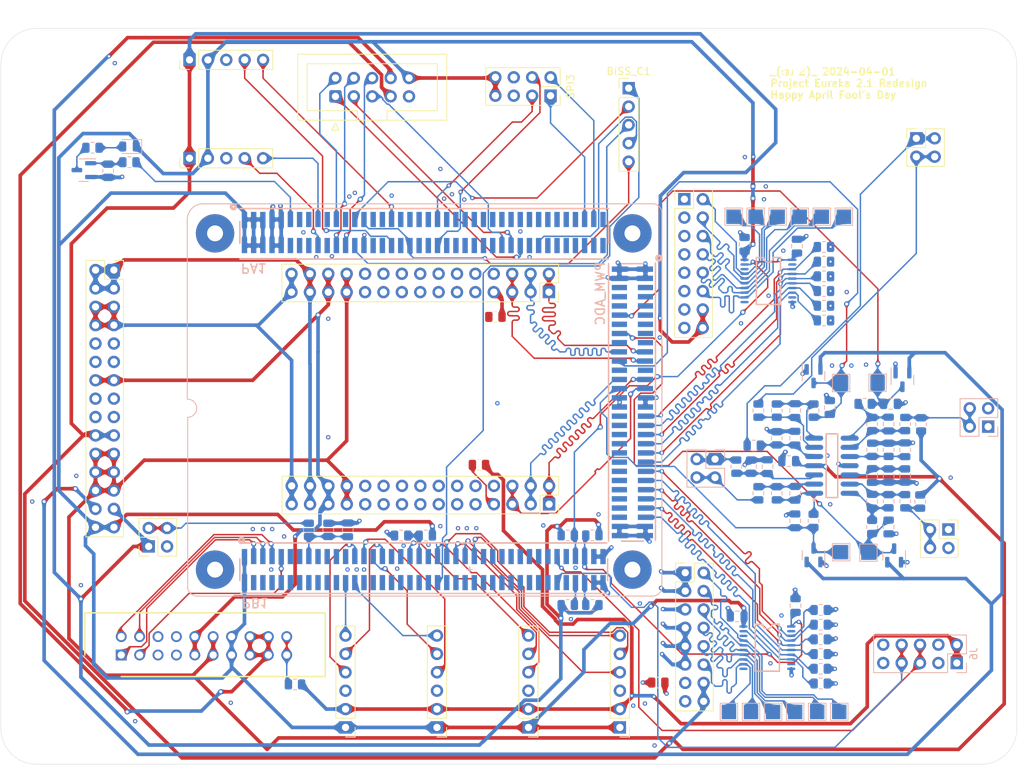
<source format=kicad_pcb>
(kicad_pcb (version 20221018) (generator pcbnew)
  (layers (0 "F.Cu" signal) (1 "In1.Cu" signal) (2 "In2.Cu" signal) (31 "B.Cu" signal) (34 "B.Paste" user) (35 "F.Paste" user) (36 "B.SilkS" user "B.Silkscreen") (37 "F.SilkS" user "F.Silkscreen") (38 "B.Mask" user) (39 "F.Mask" user) (44 "Edge.Cuts" user))
  (net 0 "")
  (net 1 "AGND")
  (net 2 "Net-(C5-Pad2)")
  (net 3 "Net-(C6-Pad2)")
  (net 4 "VDD")
  (net 5 "/DSP_PWM1~{_ENABL}E")
  (net 6 "/DSP_PWM2~{_ENABL}E")
  (net 7 "/DSP_PWM3~{_ENABL}E")
  (net 8 "/DSP_PWM4~{_ENABL}E")
  (net 9 "Net-(C7-Pad1)")
  (net 10 "Net-(C7-Pad2)")
  (net 11 "Net-(C8-Pad1)")
  (net 12 "Net-(C8-Pad2)")
  (net 13 "Net-(D3-K)")
  (net 15 "A+5V")
  (net 16 "/IPM_Temperature1")
  (net 17 "/IPM_Temperature2")
  (net 18 "D+5V")
  (net 24 "/IPM_VDC_BUS1")
  (net 25 "/IPM_VDC_BUS2")
  (net 26 "/DSP_B_CAN_TX")
  (net 27 "/DSP_B_CAN_RX")
  (net 28 "/DSP_A_CAN_TX")
  (net 29 "/DSP_A_CAN_RX")
  (net 31 "/IPM_IU1")
  (net 32 "/IPM_IV1")
  (net 33 "/IPM_IW1")
  (net 34 "/IPM_IU2")
  (net 35 "/IPM_IV2")
  (net 36 "/IPM_IW2")
  (net 37 "/IPM_IU3")
  (net 38 "/IPM_IW3")
  (net 39 "/IPM_IU4")
  (net 40 "/IPM_IW4")
  (net 41 "/QEP1_HALL_U")
  (net 42 "/MQEP1A")
  (net 43 "/QEP1_HALL_V")
  (net 44 "/MQEP1B")
  (net 45 "/QEP1_HALL_W")
  (net 46 "/MQEP1Z")
  (net 47 "PE_GND")
  (net 48 "/MQEP1S")
  (net 49 "/QEP2_HALL_U")
  (net 50 "/QEP2_HALL_W")
  (net 51 "/QEP3_HALL_U")
  (net 52 "/MQEP3A")
  (net 53 "/QEP3_HALL_V")
  (net 54 "/MQEP3B")
  (net 55 "/QEP3_HALL_W")
  (net 56 "/MQEP3Z")
  (net 57 "/MQEP3S")
  (net 58 "/MUSB_EN")
  (net 59 "/MUSB_DM")
  (net 60 "/MUSB_FLT")
  (net 61 "/MUSB_ID")
  (net 62 "/MUSB_INT")
  (net 63 "/MUSB_VB")
  (net 64 "/MUSB_DP")
  (net 65 "/MUSB_BZ")
  (net 66 "Net-(LEM1-Pad7)")
  (net 67 "12VGND")
  (net 68 "A-5V")
  (net 69 "+12")
  (net 70 "-12")
  (net 72 "/LED1")
  (net 73 "/LED3")
  (net 74 "/UART_SCI_RXDD")
  (net 75 "/UART_SCI_TXDD")
  (net 86 "/~{SPI_A_STE_HS}")
  (net 87 "/SPI_A_CK_HS")
  (net 92 "AVDD")
  (net 93 "/LED2")
  (net 94 "/LED4")
  (net 97 "/ECAP1_IPM_TerminalDutyU1")
  (net 98 "/ECAP2_IPM_TerminalDutyV1")
  (net 99 "/ECAP3_IPM_TerminalDutyW1")
  (net 100 "/ECAP4_IPM_TerminalDutyU2")
  (net 101 "/SPI_A_MO_HS")
  (net 102 "/ECAP5_IPM_TerminalDutyV2")
  (net 103 "/SPI_A_MI_HS")
  (net 104 "/ECAP6_IPM_TerminalDutyW2")
  (net 107 "/SPI_C_MO_HS")
  (net 108 "/SPI_C_MI_HS")
  (net 109 "/SPI_C_CK_HS")
  (net 110 "/~{SPI_C_STE_HS}")
  (net 113 "/DI-1-DSP-3.3V")
  (net 115 "/DI-2-DSP-3.3V")
  (net 118 "Net-(C13-Pad2)")
  (net 119 "Net-(C14-Pad1)")
  (net 120 "Net-(C14-Pad2)")
  (net 121 "Net-(C16-Pad2)")
  (net 122 "Net-(C17-Pad1)")
  (net 123 "/DSP_PWM4_~{FAULT}")
  (net 124 "Net-(C17-Pad2)")
  (net 125 "/DSP_PWM3_~{FAULT}")
  (net 127 "/DSP_PWM2_~{FAULT}")
  (net 129 "/DSP_PWM1_~{FAULT}")
  (net 135 "/UART_SCI_TXDB")
  (net 137 "/BootFromFlash")
  (net 144 "/UART_SCI_RXDB")
  (net 146 "/UART_SCI_RXDA")
  (net 147 "/IPM_IV3")
  (net 148 "/UART_SCI_TXDA")
  (net 149 "/IPM_VDC_BUS3")
  (net 152 "/UART_SCI_RXDC")
  (net 153 "/UART_SCI_TXDC")
  (net 162 "/SPI B MO HS")
  (net 163 "/SPI_B_CK_HS")
  (net 164 "/SPI B MI HS")
  (net 165 "/~{SPI_B_STE_HS}")
  (net 168 "/AD_14")
  (net 169 "/AD_15")
  (net 170 "/ADD4")
  (net 171 "/ADD5")
  (net 172 "/DSP-PWM1A")
  (net 173 "/DSP-PWM1B")
  (net 174 "/DSP-PWM2A")
  (net 175 "/DSP-PWM2B")
  (net 176 "/DSP-PWM3A")
  (net 177 "/DSP-PWM3B")
  (net 178 "/DSP-PWM4A")
  (net 179 "/DSP-PWM4B")
  (net 180 "/DSP-PWM5A")
  (net 181 "/DSP-PWM5B")
  (net 182 "/DSP-PWM6A")
  (net 183 "/DSP-PWM6B")
  (net 184 "/PWM1A_5V")
  (net 185 "/PWM2A_5V")
  (net 186 "/PWM3A_5V")
  (net 187 "/PWM1B_5V")
  (net 188 "/PWM2B_5V")
  (net 189 "/PWM3B_5V")
  (net 190 "/PWM4A_5V")
  (net 191 "/PWM5A_5V")
  (net 192 "/PWM6A_5V")
  (net 193 "/PWM4B_5V")
  (net 194 "/PWM5B_5V")
  (net 195 "/PWM6B_5V")
  (net 196 "/GND_2M1")
  (net 197 "/DC_BUS_2M1")
  (net 198 "/GND_2M2")
  (net 199 "/DC_BUS_2M2")
  (net 200 "D12V1")
  (net 203 "REF_3V")
  (net 204 "Net-(LEM2-Pad7)")
  (net 209 "/UART_SCI_WRC")
  (net 210 "/UART_SCI_WRD")
  (net 211 "Net-(Q1-B)")
  (net 212 "Net-(Q1-C)")
  (net 217 "Net-(DI1-Pin_3)")
  (net 218 "/IPM_IV4")
  (net 219 "/IPM_VDC_BUS4")
  (net 220 "/IPM_Temperature4")
  (net 221 "/IPM_Temperature3")
  (net 222 "/DSP-PWM7A")
  (net 223 "/DSP-PWM7B")
  (net 224 "/DSP-PWM8A")
  (net 225 "/DSP-PWM8B")
  (net 226 "/DSP-PWM9A")
  (net 227 "/DSP-PWM9B")
  (net 228 "/DSP-PWM10A")
  (net 229 "/DSP-PWM10B")
  (net 230 "/DSP-PWM11A")
  (net 231 "/DSP-PWM11B")
  (net 232 "/DSP-PWM12A")
  (net 233 "/DSP-PWM12B")
  (net 234 "/UART_SCI_WRB")
  (net 235 "/UART_SCI_WRA")
  (net 238 "/GND_2M4")
  (net 239 "/GND_2M3")
  (net 240 "Net-(RU5-Pad2)")
  (net 241 "/MSCLA")
  (net 242 "/MSDAA")
  (net 243 "/TX_DIR")
  (net 244 "/DATA_IN")
  (net 245 "/DATA_OUT")
  (net 246 "/PWR_CTL")
  (net 247 "/SPICLK")
  (footprint "Connector_PinHeader_2.54mm:PinHeader_1x06_P2.54mm_Vertical" (layer "F.Cu") (at 257.415666 158.351 180)
    (fp_text reference "UART2" hide)
    (fp_text value "Conn_01x06")
  )
  (footprint "Resistor_SMD:R_0805_2012Metric" (layer "F.Cu") (at 250.587 122.047 180)
    (fp_text reference "RU2" hide)
    (fp_text value "DNP" hide)
  )
  (footprint "Resistor_SMD:R_0805_2012Metric" (layer "F.Cu") (at 275.352 152.146)
    (fp_text reference "RU3" hide)
    (fp_text value "0R")
  )
  (footprint "Connector_PinHeader_2.54mm:PinHeader_1x06_P2.54mm_Vertical" (layer "F.Cu") (at 244.782333 158.351 180)
    (fp_text reference "UART3" hide)
    (fp_text value "Conn_01x06")
  )
  (footprint "Connector_IDC:IDC-Header_2x05_P2.54mm_Vertical" (layer "F.Cu") (at 230.759 71.12 90)
    (fp_text reference "J1" hide)
    (fp_text value "Conn_02x05_Odd_Even" hide)
  )
  (footprint "Resistor_SMD:R_0805_2012Metric" (layer "F.Cu") (at 252.857 101.6)
    (fp_text reference "RU1" hide)
    (fp_text value "DNP" hide)
  )
  (footprint "Connector_PinSocket_2.54mm:PinSocket_2x15_P2.54mm_Vertical" (layer "F.Cu") (at 260.27 127.5 -90)
    (fp_text reference "LEM2" hide)
    (fp_text value "HIF3FC-30PA-2.54DSA" hide)
  )
  (footprint "Connector_PinSocket_2.54mm:PinSocket_2x08_P2.54mm_Vertical" (layer "F.Cu") (at 278.958515 100.576 180)
    (fp_text reference "IPM1" hide)
    (fp_text value "Conn_02x08_Top_Bottom" hide)
  )
  (footprint "Connector_PinSocket_2.54mm:PinSocket_2x15_P2.54mm_Vertical" (layer "F.Cu") (at 200.152 95.123)
    (fp_text reference "POWER1" hide)
    (fp_text value "HIF3FC-30PA-2.54DSA" hide)
  )
  (footprint "Connector_PinSocket_2.54mm:PinSocket_2x02_P2.54mm_Vertical" (layer "F.Cu") (at 315.435 130.994)
    (fp_text reference "J4" hide)
    (fp_text value "Conn_01x02_Pin")
  )
  (footprint "SamacSys_Parts:SHDR20W56P254_2X10_3290X850X950P" (layer "F.Cu") (at 201.168 148.336)
    (fp_text reference "SPI-DAC2" hide)
    (fp_text value "HIF3FC-20PA-2.54DSA" hide)
  )
  (footprint "Connector_PinSocket_2.54mm:PinSocket_2x02_P2.54mm_Vertical" (layer "F.Cu") (at 310.998515 76.921 90)
    (fp_text reference "J3" hide)
    (fp_text value "Conn_01x02_Pin" hide)
  )
  (footprint "Connector_PinSocket_2.54mm:PinSocket_2x15_P2.54mm_Vertical" (layer "F.Cu") (at 260.25 98.18 -90)
    (fp_text reference "LEM1" hide)
    (fp_text value "HIF3FC-30PA-2.54DSA" hide)
  )
  (footprint "Connector_PinHeader_2.54mm:PinHeader_1x05_P2.54mm_Vertical" (layer "F.Cu") (at 210.599 66.071 90)
    (fp_text reference "CAN_B1" hide)
    (fp_text value "Conn_01x05")
  )
  (footprint "Connector_PinHeader_2.54mm:PinHeader_1x05_P2.54mm_Vertical" (layer "F.Cu") (at 210.599 79.671 90)
    (fp_text reference "CAN_A1" hide)
    (fp_text value "Conn_01x05")
  )
  (footprint "Connector_PinHeader_2.54mm:PinHeader_1x06_P2.54mm_Vertical" (layer "F.Cu") (at 270.049 158.351 180)
    (fp_text reference "UART1" hide)
    (fp_text value "Conn_01x06")
  )
  (footprint "Connector_PinSocket_2.54mm:PinSocket_2x04_P2.54mm_Vertical" (layer "F.Cu") (at 260.47 71.026 -90)
    (fp_text reference "SPI3")
    (fp_text value "Conn_02x04_Counter_Clockwise")
  )
  (footprint "Connector_PinHeader_2.54mm:PinHeader_1x06_P2.54mm_Vertical" (layer "F.Cu") (at 232.149 158.351 180)
    (fp_text reference "UART4" hide)
    (fp_text value "Conn_01x06")
  )
  (footprint "Connector_PinHeader_2.54mm:PinHeader_1x05_P2.54mm_Vertical" (layer "F.Cu") (at 271.26 69.986)
    (fp_text reference "BiSS_C1")
    (fp_text value "Conn_01x05")
  )
  (footprint "Connector_PinSocket_2.54mm:PinSocket_2x08_P2.54mm_Vertical" (layer "F.Cu") (at 281.617 136.956)
    (fp_text reference "IPM2" hide)
    (fp_text value "Conn_02x08_Top_Bottom" hide)
  )
  (footprint "Connector_PinSocket_2.54mm:PinSocket_2x02_P2.54mm_Vertical" (layer "F.Cu") (at 204.958 133.33 180)
    (fp_text reference "DI1" hide)
    (fp_text value "Conn_02x02_Counter_Clockwise" hide)
  )
  (footprint "TestPoint:TestPoint_Pad_2.0x2.0mm" (layer "B.Cu") (at 300.609 134.1215)
    (fp_text reference "VDC_BUS1" hide)
    (fp_text value "TP-黄色测试点" hide)
  )
  (footprint "Capacitor_SMD:C_0805_2012Metric" (layer "B.Cu") (at 294.259 129.794 -90)
    (fp_text reference "C10" hide)
    (fp_text value "103" hide)
  )
  (footprint "Resistor_SMD:R_0805_2012Metric" (layer "B.Cu") (at 262.8487 141.4248)
    (fp_text reference "R32" hide)
    (fp_text value "10K" hide)
  )
  (footprint "Resistor_SMD:R_0805_2012Metric" (layer "B.Cu") (at 311.658 116.459 90)
    (fp_text reference "R45" hide)
    (fp_text value "10K")
  )
  (footprint "Capacitor_SMD:C_0805_2012Metric" (layer "B.Cu") (at 309.459 119.969 -90)
    (fp_text reference "C16" hide)
    (fp_text value "102")
  )
  (footprint "TestPoint:TestPoint_Pad_2.0x2.0mm" (layer "B.Cu") (at 300.99 87.757 -90)
    (fp_text reference "TP1" hide)
    (fp_text value "TP-黄色测试点" hide)
  )
  (footprint "Package_TO_SOT_SMD:SOT-23" (layer "B.Cu") (at 296.799 109.799 -90)
    (fp_text reference "D2" hide)
    (fp_text value "BAR43S" hide)
  )
  (footprint "Capacitor_SMD:C_0805_2012Metric" (layer "B.Cu") (at 287.274 91.567 90)
    (fp_text reference "C3" hide)
    (fp_text value "104" hide)
  )
  (footprint "Resistor_SMD:R_0805_2012Metric" (layer "B.Cu") (at 311.531 127.127 -90)
    (fp_text reference "R44" hide)
    (fp_text value "10K")
  )
  (footprint "TestPoint:TestPoint_Pad_2.0x2.0mm" (layer "B.Cu") (at 288.163 156.21 90)
    (fp_text reference "TP4" hide)
    (fp_text value "TP-黄色测试点" hide)
  )
  (footprint "TestPoint:TestPoint_Pad_2.0x2.0mm" (layer "B.Cu") (at 288.798 87.757 -90)
    (fp_text reference "TP9" hide)
    (fp_text value "TP-黄色测试点" hide)
  )
  (footprint "Resistor_SMD:R_0805_2012Metric" (layer "B.Cu") (at 298.240569 93.964826 180)
    (fp_text reference "R3" hide)
    (fp_text value "4.7k" hide)
  )
  (footprint "Capacitor_SMD:C_0805_2012Metric" (layer "B.Cu") (at 299.045 114.127 -90)
    (fp_text reference "C11" hide)
    (fp_text value "103" hide)
  )
  (footprint "Resistor_SMD:R_0805_2012Metric" (layer "B.Cu") (at 297.7915 142.11559 180)
    (fp_text reference "R2" hide)
    (fp_text value "4.7k" hide)
  )
  (footprint "Resistor_SMD:R_0805_2012Metric" (layer "B.Cu") (at 307.173 123.525 90)
    (fp_text reference "R36" hide)
    (fp_text value "10K")
  )
  (footprint "Resistor_SMD:R_0805_2012Metric" (layer "B.Cu") (at 307.173 119.969 90)
    (fp_text reference "R40" hide)
    (fp_text value "10K")
  )
  (footprint "Resistor_SMD:R_0805_2012Metric" (layer "B.Cu") (at 298.240569 91.932826 180)
    (fp_text reference "R1" hide)
    (fp_text value "4.7k" hide)
  )
  (footprint "Resistor_SMD:R_0805_2012Metric" (layer "B.Cu") (at 202.2965 80.221)
    (fp_text reference "R29" hide)
    (fp_text value "10K")
  )
  (footprint "Capacitor_SMD:C_0805_2012Metric" (layer "B.Cu") (at 294.311423 141.49818 -90)
    (fp_text reference "C2" hide)
    (fp_text value "104" hide)
  )
  (footprint "Connector_PinSocket_2.54mm:PinSocket_2x02_P2.54mm_Vertical" (layer "B.Cu") (at 320.919 116.774)
    (fp_text reference "J5" hide)
    (fp_text value "Conn_01x02_Pin")
  )
  (footprint "Resistor_SMD:R_0805_2012Metric" (layer "B.Cu") (at 286.131 122.301 90)
    (fp_text reference "R14" hide)
    (fp_text value "0R" hide)
  )
  (footprint "Resistor_SMD:R_0805_2012Metric" (layer "B.Cu") (at 289.179 114.554 90)
    (fp_text reference "R15" hide)
    (fp_text value "0R" hide)
  )
  (footprint "TestPoint:TestPoint_Pad_2.0x2.0mm" (layer "B.Cu") (at 297.307 156.21 90)
    (fp_text reference "TP10" hide)
    (fp_text value "TP-黄色测试点" hide)
  )
  (footprint "Resistor_SMD:R_0805_2012Metric" (layer "B.Cu") (at 296.799 129.794 -90)
    (fp_text reference "R21" hide)
    (fp_text value "1K" hide)
  )
  (footprint "TestPoint:TestPoint_Pad_2.0x2.0mm" (layer "B.Cu") (at 291.846 87.757 -90)
    (fp_text reference "TP7" hide)
    (fp_text value "TP-黄色测试点" hide)
  )
  (footprint "Resistor_SMD:R_0805_2012Metric" (layer "B.Cu") (at 298.240569 98.028826 180)
    (fp_text reference "R7" hide)
    (fp_text value "4.7k" hide)
  )
  (footprint "Connector_PinSocket_2.54mm:PinSocket_2x02_P2.54mm_Vertical" (layer "B.Cu") (at 283.19 121.265 90)
    (fp_text reference "J2" hide)
    (fp_text value "Conn_01x02_Pin" hide)
  )
  (footprint "Resistor_SMD:R_0805_2012Metric" (layer "B.Cu") (at 309.459 127.081 -90)
    (fp_text reference "R34" hide)
    (fp_text value "10K")
  )
  (footprint "TestPoint:TestPoint_Pad_2.0x2.0mm" (layer "B.Cu") (at 285.75 87.757 -90)
    (fp_text reference "TP11" hide)
    (fp_text value "TP-黄色测试点" hide)
  )
  (footprint "1mmlab_footprint:TSSOP-20" (layer "B.Cu") (at 294.502324 93.276416 180)
    (fp_text reference "U1" hide)
    (fp_text value "SN74ABT541" hide)
  )
  (footprint "Capacitor_SMD:C_0805_2012Metric" (layer "B.Cu") (at 294.259 118.364 -90)
    (fp_text reference "C6" hide)
    (fp_text value "102" hide)
  )
  (footprint "Capacitor_SMD:C_0805_2012Metric" (layer "B.Cu") (at 304.887 123.525 90)
    (fp_text reference "C13" hide)
    (fp_text value "102")
  )
  (footprint "Resistor_SMD:R_0805_2012Metric" (layer "B.Cu") (at 288.544 119.38 180)
    (fp_text reference "R16" hide)
    (fp_text value "0R" hide)
  )
  (footprint "TestPoint:TestPoint_Pad_2.0x2.0mm" (layer "B.Cu") (at 285.115 156.21 90)
    (fp_text reference "TP2" hide)
    (fp_text value "TP-黄色测试点" hide)
  )
  (footprint "Resistor_SMD:R_0805_2012Metric" (layer "B.Cu") (at 297.7915 148.209 180)
    (fp_text reference "R8" hide)
    (fp_text value "4.7k" hide)
  )
  (footprint "Capacitor_SMD:C_0805_2012Metric" (layer "B.Cu") (at 294.259 114.554 90)
    (fp_text reference "C8" hide)
    (fp_text value "102" hide)
  )
  (footprint "TestPoint:TestPoint_Pad_2.0x2.0mm" (layer "B.Cu") (at 300.355 156.21 90)
    (fp_text reference "TP12" hide)
    (fp_text value "TP-黄色测试点" hide)
  )
  (footprint "Connector_PinHeader_2.54mm:PinHeader_2x05_P2.54mm_Vertical" (layer "B.Cu") (at 316.59 149.446 90)
    (fp_text reference "J6")
    (fp_text value "Conn_02x05_Odd_Even")
  )
  (footprint "Resistor_SMD:R_0805_2012Metric" (layer "B.Cu") (at 239.8362 131.8248)
    (fp_text reference "R26" hide)
    (fp_text value "3.3K/1%" hide)
  )
  (footprint "Resistor_SMD:R_0805_2012Metric" (layer "B.Cu") (at 296.799 114.554 -90)
    (fp_text reference "R22" hide)
    (fp_text value "1K" hide)
  )
  (footprint "Resistor_SMD:R_0805_2012Metric" (layer "B.Cu") (at 309.459 116.413 90)
    (fp_text reference "R39" hide)
    (fp_text value "10K")
  )
  (footprint "Resistor_SMD:R_0805_2012Metric" (layer "B.Cu") (at 291.719 125.984 -90)
    (fp_text reference "R19" hide)
    (fp_text value "10K" hide)
  )
  (footprint "Resistor_SMD:R_0805_2012Metric" (layer "B.Cu") (at 298.240569 102.092826 180)
    (fp_text reference "R11" hide)
    (fp_text value "4.7k" hide)
  )
  (footprint "Package_TO_SOT_SMD:SOT-23" (layer "B.Cu") (at 309.078 110.317 -90)
    (fp_text reference "D5" hide)
    (fp_text value "BAR43S")
  )
  (footprint "TestPoint:TestPoint_Pad_2.0x2.0mm" (layer "B.Cu") (at 304.379 134.193 180)
    (fp_text reference "VDC_BUS3" hide)
    (fp_text value "TP-黄色测试点")
  )
  (footprint "Resistor_SMD:R_0805_2012Metric" (layer "B.Cu") (at 298.240569 95.996826 180)
    (fp_text reference "R5" hide)
    (fp_text value "4.7K" hide)
  )
  (footprint "Capacitor_SMD:C_0805_2012Metric" (layer "B.Cu") (at 307.173 116.413 90)
    (fp_text reference "C17" hide)
    (fp_text value "102")
  )
  (footprint "Capacitor_SMD:C_0805_2012Metric" (layer "B.Cu") (at 304.887 127.081 -90)
    (fp_text reference "C14" hide)
    (fp_text value "102")
  )
  (footprint "Resistor_SMD:R_0805_2012Metric" (layer "B.Cu") (at 307.173 127.081 -90)
    (fp_text reference "R37" hide)
    (fp_text value "10K")
  )
  (footprint "Resistor_SMD:R_0805_2012Metric" (layer "B.Cu") (at 225.171 152.4 180)
    (fp_text reference "RU5" hide)
    (fp_text value "0R")
  )
  (footprint "Capacitor_SMD:C_0805_2012Metric" (layer "B.Cu") (at 286.258 143.002 180)
    (fp_text reference "C4" hide)
    (fp_text value "104" hide)
  )
  (footprint "Resistor_SMD:R_0805_2012Metric" (layer "B.Cu") (at 309.459 123.525 -90)
    (fp_text reference "R35" hide)
    (fp_text value "10K")
  )
  (footprint "Resistor_SMD:R_0805_2012Metric" (layer "B.Cu") (at 227.0862 131.0373 90)
    (fp_text reference "R23" hide)
    (fp_text value "100R" hide)
  )
  (footprint "Resistor_SMD:R_0805_2012Metric" (layer "B.Cu") (at 243.2362 131.8248)
    (fp_text reference "R25" hide)
    (fp_text value "1.69K/1%" hide)
  )
  (footprint "Resistor_SMD:R_0805_2012Metric" (layer "B.Cu") (at 291.719 114.554 90)
    (fp_text reference "R20" hide)
    (fp_text value "10K" hide)
  )
  (footprint "Resistor_SMD:R_0805_2012Metric" (layer "B.Cu") (at 197.1965 78.221)
    (fp_text reference "R31" hide)
    (fp_text value "1K")
  )
  (footprint "Resistor_SMD:R_0805_2012Metric" (layer "B.Cu") (at 297.7915 146.177 180)
    (fp_text reference "R6" hide)
    (fp_text value "4.7K" hide)
  )
  (footprint "Capacitor_SMD:C_0805_2012Metric" (layer "B.Cu") (at 307.173 130.637 90)
    (fp_text reference "C15" hide)
    (fp_text value "103")
  )
  (footprint "TestPoint:TestPoint_Pad_2.0x2.0mm" (layer "B.Cu") (at 305.649 110.698 180)
    (fp_text reference "VDC_BUS4" hide)
    (fp_text value "TP-黄色测试点")
  )
  (footprint "Resistor_SMD:R_0805_2012Metric" (layer "B.Cu") (at 304.887 116.413 90)
    (fp_text reference "R42" hide)
    (fp_text value "10K")
  )
  (footprint "TestPoint:TestPoint_Pad_2.0x2.0mm" (layer "B.Cu") (at 291.211 156.21 90)
    (fp_text reference "TP6" hide)
    (fp_text value "TP-黄色测试点" hide)
  )
  (footprint "1mmlab_footprint:DSP_240_SMD" (layer "B.Cu") (at 285.7552 95.1328 -90)
    (fp_text reference "DSP1" hide)
    (fp_text value "~" hide)
  )
  (footprint "Resistor_SMD:R_0805_2012Metric" (layer "B.Cu") (at 199.3565 81.401 -90)
    (fp_text reference "R30" hide)
    (fp_text value "2K")
  )
  (footprint "1mmlab_footprint:SOIC14_M" (layer "B.Cu") (at 299.339 122.174)
    (fp_text reference "N1" hide)
    (fp_text value "MCP6024" hide)
  )
  (footprint "Resistor_SMD:R_0805_2012Metric" (layer "B.Cu") (at 229.762866 131.0373 90)
    (fp_text reference "R24" hide)
    (fp_text value "1K" hide)
  )
  (footprint "Resistor_SMD:R_0805_2012Metric" (layer "B.Cu") (at 297.7915 144.145 180)
    (fp_text reference "R4" hide)
    (fp_text value "4.7k" hide)
  )
  (footprint "TestPoint:TestPoint_Pad_2.0x2.0mm" (layer "B.Cu") (at 294.894 87.757 -90)
    (fp_text reference "TP5" hide)
    (fp_text value "TP-黄色测试点" hide)
  )
  (footprint "Resistor_SMD:R_0805_2012Metric" (layer "B.Cu") (at 304.887 119.969 -90)
    (fp_text reference "R41" hide)
    (fp_text value "10K")
  )
  (footprint "Capacitor_SMD:C_0805_2012Metric" (layer "B.Cu") (at 293.37 121.539)
    (fp_text reference "C9" hide)
    (fp_text value "104" hide)
  )
  (footprint "Resistor_SMD:R_0805_2012Metric" (layer "B.Cu") (at 298.240569 100.060826 180)
    (fp_text reference "R9" hide)
    (fp_text value "4.7k" hide)
  )
  (footprint "Capacitor_SMD:C_0805_2012Metric" (layer "B.Cu") (at 294.259 125.984 -90)
    (fp_text reference "C7" hide)
    (fp_text value "102" hide)
  )
  (footprint "1mmlab_footprint:TSSOP-20" (layer "B.Cu") (at 294.354255 143.96459 180)
    (fp_text reference "U2" hide)
    (fp_text value "SN74ABT541" hide)
  )
  (footprint "TestPoint:TestPoint_Pad_2.0x2.0mm" (layer "B.Cu") (at 297.942 87.757 -90)
    (fp_text reference "TP3" hide)
    (fp_text value "TP-黄色测试点" hide)
  )
  (footprint "Resistor_SMD:R_0805_2012Metric" (layer "B.Cu") (at 266.2487 141.4248 180)
    (fp_text reference "R33" hide)
    (fp_text value "10K" hide)
  )
  (footprint "Resistor_SMD:R_0805_2012Metric" (layer "B.Cu") (at 266.2487 131.7998)
    (fp_text reference "R28" hide)
    (fp_text value "10K" hide)
  )
  (footprint "Resistor_SMD:R_0805_2012Metric" (layer "B.Cu") (at 304.887 130.637 -90)
    (fp_text reference "R38" hide)
    (fp_text value "1K")
  )
  (footprint "TestPoint:TestPoint_Pad_2.0x2.0mm" (layer "B.Cu") (at 300.609 110.744)
    (fp_text reference "VDC_BUS2" hide)
    (fp_text value "TP-黄色测试点" hide)
  )
  (footprint "Resistor_SMD:R_0805_2012Metric" (layer "B.Cu") (at 288.163 122.301 -90)
    (fp_text reference "R17" hide)
    (fp_text value "10K" hide)
  )
  (footprint "Package_TO_SOT_SMD:SOT-23" (layer "B.Cu") (at 195.9765 81.311 180)
    (fp_text reference "Q1" hide)
    (fp_text value "FMMT618TA")
  )
  (footprint "Resistor_SMD:R_0805_2012Metric" (layer "B.Cu") (at 303.871 113.619)
    (fp_text reference "R43" hide)
    (fp_text value "1K")
  )
  (footprint "Capacitor_SMD:C_0805_2012Metric" (layer "B.Cu") (at 232.469534 131.0373 -90)
    (fp_text reference "C12" hide)
    (fp_text value "103" hide)
  )
  (footprint "Package_TO_SOT_SMD:SOT-23" (layer "B.Cu") (at 307.935 134.574 90)
    (fp_text reference "D4" hide)
    (fp_text value "BAR43S")
  )
  (footprint "Capacitor_SMD:C_0805_2012Metric" (layer "B.Cu") (at 290.449 122.301 -90)
    (fp_text reference "C5" hide)
    (fp_text value "102" hide)
  )
  (footprint "TestPoint:TestPoint_Pad_2.0x2.0mm" (layer "B.Cu") (at 294.259 156.21 90)
    (fp_text reference "TP8" hide)
    (fp_text value "TP-黄色测试点" hide)
  )
  (footprint "Package_TO_SOT_SMD:SOT-23" (layer "B.Cu") (at 296.799 134.5415 90)
    (fp_text reference "D1" hide)
    (fp_text value "BAR43S" hide)
  )
  (footprint "Resistor_SMD:R_0805_2012Metric" (layer "B.Cu") (at 289.179 125.984 -90)
    (fp_text reference "R13" hide)
    (fp_text value "0R" hide)
  )
  (footprint "Resistor_SMD:R_0805_2012Metric" (layer "B.Cu") (at 297.7915 152.273 180)
    (fp_text reference "R12" hide)
    (fp_text value "4.7k" hide)
  )
  (footprint "Resistor_SMD:R_0805_2012Metric" (layer "B.Cu") (at 291.719 118.384 -90)
    (fp_text reference "R18" hide)
    (fp_text value "10K" hide)
  )
  (footprint "Resistor_SMD:R_0805_2012Metric" (layer "B.Cu") (at 262.8487 131.7998 180)
    (fp_text reference "R27" hide)
    (fp_text value "10K" hide)
  )
  (footprint "Capacitor_SMD:C_0805_2012Metric" (layer "B.Cu") (at 294.513 91.821 -90)
    (fp_text reference "C1" hide)
    (fp_text value "104" hide)
  )
  (footprint "LED_SMD:LED_0805_2012Metric" (layer "B.Cu") (at 202.3065 78.051 180)
    (fp_text reference "D3" hide)
    (fp_text value "LEDRED")
  )
  (footprint "Resistor_SMD:R_0805_2012Metric" (layer "B.Cu") (at 297.7915 150.241 180)
    (fp_text reference "R10" hide)
    (fp_text value "4.7k" hide)
  )
  (footprint "Capacitor_SMD:C_0805_2012Metric" (layer "B.Cu") (at 307.427 113.619 180)
    (fp_text reference "C18" hide)
    (fp_text value "103")
  )
  (gr_arc (start 184.547 66.675) (mid 185.9977 63.1727) (end 189.5 61.722) (stroke (width 0.05)) (layer "Edge.Cuts"))
  (gr_line (start 319.929 61.722) (end 189.5 61.722) (stroke (width 0.05)) (layer "Edge.Cuts"))
  (gr_line (start 324.882 158.496) (end 324.882 66.675) (stroke (width 0.05)) (layer "Edge.Cuts"))
  (gr_line (start 184.547 66.675) (end 184.547 158.496) (stroke (width 0.05)) (layer "Edge.Cuts"))
  (gr_arc (start 189.5 163.449) (mid 185.9977 161.9983) (end 184.547 158.496) (stroke (width 0.05)) (layer "Edge.Cuts"))
  (gr_arc (start 319.929 61.722) (mid 323.4313 63.1727) (end 324.882 66.675) (stroke (width 0.05)) (layer "Edge.Cuts"))
  (gr_arc (start 324.882 158.496) (mid 323.4313 161.9983) (end 319.929 163.449) (stroke (width 0.05)) (layer "Edge.Cuts"))
  (gr_line (start 189.5 163.449) (end 319.929 163.449) (stroke (width 0.05)) (layer "Edge.Cuts"))
  (gr_text "_(:з」∠)_ 2024-04-01 \nProject Eureka 2.1 Redesign\nHappy April Fool's Day" (at 290.719 71.501) (layer "F.SilkS") (effects (font (size 1 1) (thickness 0.2) bold) (justify left bottom)))
  (segment (start 273.193 152.146) (end 273.32 152.146) (width 0.5) (layer "F.Cu") (net 1))
  (segment (start 274.4395 152.146) (end 273.193 152.146) (width 0.5) (layer "F.Cu") (net 1))
  (via (at 230.267 93.218) (size 0.6) (drill 0.3) (layers "F.Cu" "B.Cu") (net 1))
  (via (at 248.55 85.386) (size 0.6) (drill 0.3) (layers "F.Cu" "B.Cu") (net 1))
  (via (at 233.696 136.525) (size 0.6) (drill 0.3) (layers "F.Cu" "B.Cu") (net 1))
  (via (at 286.655 89.916) (size 0.6) (drill 0.3) (layers "F.Cu" "B.Cu") (net 1))
  (via (at 229.759 118.237) (size 0.6) (drill 0.3) (layers "F.Cu" "B.Cu") (net 1))
  (via (at 228.108 93.345) (size 0.6) (drill 0.3) (layers "F.Cu" "B.Cu") (net 1))
  (via (at 290.211 83.566) (size 0.6) (drill 0.3) (layers "F.Cu" "B.Cu") (net 1))
  (via (at 292.878 120.269) (size 0.6) (drill 0.3) (layers "F.Cu" "B.Cu") (net 1))
  (via (at 223.663 131.953) (size 0.6) (drill 0.3) (layers "F.Cu" "B.Cu") (net 1))
  (via (at 275.987 144.018) (size 0.6) (drill 0.3) (layers "F.Cu" "B.Cu") (net 1))
  (via (at 268.367 139.7) (size 0.6) (drill 0.3) (layers "F.Cu" "B.Cu") (net 1))
  (via (at 299.355 108.331) (size 0.6) (drill 0.3) (layers "F.Cu" "B.Cu") (net 1))
  (via (at 222.012 130.937) (size 0.6) (drill 0.3) (layers "F.Cu" "B.Cu") (net 1))
  (via (at 298.72 120.777) (size 0.6) (drill 0.3) (layers "F.Cu" "B.Cu") (net 1))
  (via (at 302.022 108.331) (size 0.6) (drill 0.3) (layers "F.Cu" "B.Cu") (net 1))
  (via (at 194.961 123.571) (size 0.6) (drill 0.3) (layers "F.Cu" "B.Cu") (net 1))
  (via (at 289.957 85.344) (size 0.6) (drill 0.3) (layers "F.Cu" "B.Cu") (net 1))
  (via (at 229.759 101.854) (size 0.6) (drill 0.3) (layers "F.Cu" "B.Cu") (net 1))
  (via (at 270.018 113.411) (size 0.6) (drill 0.3) (layers "F.Cu" "B.Cu") (net 1))
  (via (at 299.863 146.05) (size 0.6) (drill 0.3) (layers "F.Cu" "B.Cu") (net 1))
  (via (at 299.863 148.209) (size 0.6) (drill 0.3) (layers "F.Cu" "B.Cu") (net 1))
  (via (at 248.91 130.81) (size 0.6) (drill 0.3) (layers "F.Cu" "B.Cu") (net 1))
  (via (at 301.387 98.171) (size 0.6) (drill 0.3) (layers "F.Cu" "B.Cu") (net 1))
  (via (at 275.987 146.685) (size 0.6) (drill 0.3) (layers "F.Cu" "B.Cu") (net 1))
  (via (at 239.284 136.398) (size 0.6) (drill 0.3) (layers "F.Cu" "B.Cu") (net 1))
  (via (at 299.153069 93.964826) (size 0.6) (drill 0.3) (layers "F.Cu" "B.Cu") (net 1))
  (via (at 299.736 150.241) (size 0.6) (drill 0.3) (layers "F.Cu" "B.Cu") (net 1))
  (via (at 299.101 127.508) (size 0.6) (drill 0.3) (layers "F.Cu" "B.Cu") (net 1))
  (via (at 273.193 152.146) (size 0.6) (drill 0.3) (layers "F.Cu" "B.Cu") (net 1))
  (via (at 234.077 129.794) (size 0.6) (drill 0.3) (layers "F.Cu" "B.Cu") (net 1))
  (via (at 311.039 124.587) (size 0.6) (drill 0.3) (layers "F.Cu" "B.Cu") (net 1))
  (via (at 309.515 113.411) (size 0.6) (drill 0.3) (layers "F.Cu" "B.Cu") (net 1))
  (via (at 274.1455 132.6515) (size 0.6) (drill 0.3) (layers "F.Cu" "B.Cu") (net 1))
  (via (at 263.922 136.271) (size 0.6) (drill 0.3) (layers "F.Cu" "B.Cu") (net 1))
  (via (at 308.245 131.572) (size 0.6) (drill 0.3) (layers "F.Cu" "B.Cu") (net 1))
  (via (at 221.885 136.525) (size 0.6) (drill 0.3) (layers "F.Cu" "B.Cu") (net 1))
  (via (at 290.592 98.679) (size 0.6) (drill 0.3) (layers "F.Cu" "B.Cu") (net 1))
  (via (at 274.84 160.846) (size 0.6) (drill 0.3) (layers "F.Cu" "B.Cu") (net 1))
  (via (at 298.593 136.017) (size 0.6) (drill 0.3) (layers "F.Cu" "B.Cu") (net 1))
  (via (at 267.097 128.905) (size 0.6) (drill 0.3) (layers "F.Cu" "B.Cu") (net 1))
  (via (at 240.173 133.223) (size 0.6) (drill 0.3) (layers "F.Cu" "B.Cu") (net 1))
  (via (at 234.75 90.276) (size 0.6) (drill 0.3) (layers "F.Cu" "B.Cu") (net 1))
  (via (at 200.279 66.521) (size 0.6) (drill 0.3) (layers "F.Cu" "B.Cu") (net 1))
  (via (at 299.153069 95.996826) (size 0.6) (drill 0.3) (layers "F.Cu" "B.Cu") (net 1))
  (via (at 299.153069 91.932826) (size 0.6) (drill 0.3) (layers "F.Cu" "B.Cu") (net 1))
  (via (at 309.769 135.509) (size 0.6) (drill 0.3) (layers "F.Cu" "B.Cu") (net 1))
  (via (at 246.85 84.656) (size 0.6) (drill 0.3) (layers "F.Cu" "B.Cu") (net 1))
  (via (at 195.596 138.684) (size 0.6) (drill 0.3) (layers "F.Cu" "B.Cu") (net 1))
  (via (at 304.054 108.204) (size 0.6) (drill 0.3) (layers "F.Cu" "B.Cu") (net 1))
  (via (at 299.863 152.273) (size 0.6) (drill 0.3) (layers "F.Cu" "B.Cu") (net 1))
  (via (at 250.22 130.81) (size 0.6) (drill 0.3) (layers "F.Cu" "B.Cu") (net 1))
  (via (at 298.593 112.395) (size 0.6) (drill 0.3) (layers "F.Cu" "B.Cu") (net 1))
  (via (at 232.68 84.963) (size 0.6) (drill 0.3) (layers "F.Cu" "B.Cu") (net 1))
  (via (at 243.602 133.096) (size 0.6) (drill 0.3) (layers "F.Cu" "B.Cu") (net 1))
  (via (at 220.742 130.937) (size 0.6) (drill 0.3) (layers "F.Cu" "B.Cu") (net 1))
  (via (at 300.244 121.92) (size 0.6) (drill 0.3) (layers "F.Cu" "B.Cu") (net 1))
  (via (at 233.442 84.455) (size 0.6) (drill 0.3) (layers "F.Cu" "B.Cu") (net 1))
  (via (at 299.153069 100.060826) (size 0.6) (drill 0.3) (layers "F.Cu" "B.Cu") (net 1))
  (via (at 285.004 141.859) (size 0.6) (drill 0.3) (layers "F.Cu" "B.Cu") (net 1))
  (via (at 310.531 118.999) (size 0.6) (drill 0.3) (layers "F.Cu" "B.Cu") (net 1))
  (via (at 275.86 148.209) (size 0.6) (drill 0.3) (layers "F.Cu" "B.Cu") (net 1))
  (via (at 315.738 123.825) (size 0.6) (drill 0.3) (layers "F.Cu" "B.Cu") (net 1))
  (via (at 245.25 130.526) (size 0.6) (drill 0.3) (layers "F.Cu" "B.Cu") (net 1))
  (via (at 273.574 94.234) (size 0.6) (drill 0.3) (layers "F.Cu" "B.Cu") (net 1))
  (via (at 272.812 141.224) (size 0.6) (drill 0.3) (layers "F.Cu" "B.Cu") (net 1))
  (via (at 222.139 86.36) (size 0.6) (drill 0.3) (layers "F.Cu" "B.Cu") (net 1))
  (via (at 237.887 131.318) (size 0.6) (drill 0.3) (layers "F.Cu" "B.Cu") (net 1))
  (via (at 238.522 84.836) (size 0.6) (drill 0.3) (layers "F.Cu" "B.Cu") (net 1))
  (via (at 299.153069 102.092826) (size 0.6) (drill 0.3) (layers "F.Cu" "B.Cu") (net 1))
  (via (at 259.477 130.429) (size 0.6) (drill 0.3) (layers "F.Cu" "B.Cu") (net 1))
  (via (at 188.865 127.127) (size 0.6) (drill 0.3) (layers "F.Cu" "B.Cu") (net 1))
  (via (at 269.764 94.107) (size 0.6) (drill 0.3) (layers "F.Cu" "B.Cu") (net 1))
  (via (at 234.712 136.525) (size 0.6) (drill 0.3) (layers "F.Cu" "B.Cu") (net 1))
  (via (at 275.733 139.065) (size 0.6) (drill 0.3) (layers "F.Cu" "B.Cu") (net 1))
  (via (at 275.987 141.986) (size 0.6) (drill 0.3) (layers "F.Cu" "B.Cu") (net 1))
  (via (at 294.275 139.319) (size 0.6) (drill 0.3) (layers "F.Cu" "B.Cu") (net 1))
  (via (at 256.302 89.789) (size 0.6) (drill 0.3) (layers "F.Cu" "B.Cu") (net 1))
  (via (at 295.799 90.424) (size 0.6) (drill 0.3) (layers "F.Cu" "B.Cu") (net 1))
  (via (at 245.253 81.153) (size 0.6) (drill 0.3) (layers "F.Cu" "B.Cu") (net 1))
  (via (at 293.894 100.203) (size 0.6) (drill 0.3) (layers "F.Cu" "B.Cu") (net 1))
  (via (at 293.005 129.032) (size 0.6) (drill 0.3) (layers "F.Cu" "B.Cu") (net 1))
  (via (at 290.338 117.094) (size 0.6) (drill 0.3) (layers "F.Cu" "B.Cu") (net 1))
  (via (at 232.426 136.525) (size 0.6) (drill 0.3) (layers "F.Cu" "B.Cu") (net 1))
  (via (at 268.367 96.139) (size 0.6) (drill 0.3) (layers "F.Cu" "B.Cu") (net 1))
  (via (at 226.33 89.916) (size 0.6) (drill 0.3) (layers "F.Cu" "B.Cu") (net 1))
  (via (at 273.51 155.046) (size 0.6) (drill 0.3) (layers "F.Cu" "B.Cu") (net 1))
  (via (at 203.089 157.48) (size 0.6) (drill 0.3) (layers "F.Cu" "B.Cu") (net 1))
  (via (at 223.155 86.233) (size 0.6) (drill 0.3) (layers "F.Cu" "B.Cu") (net 1))
  (via (at 286.782 102.489) (size 0.6) (drill 0.3) (layers "F.Cu" "B.Cu") (net 1))
  (via (at 293.767 151.13) (size 0.6) (drill 0.3) (layers "F.Cu" "B.Cu") (net 1))
  (via (at 290.846 149.479) (size 0.6) (drill 0.3) (layers "F.Cu" "B.Cu") (net 1))
  (via (at 287.29 122.047) (size 0.6) (drill 0.3) (layers "F.Cu" "B.Cu") (net 1))
  (via (at 308.118 108.077) (size 0.6) (drill 0.3) (layers "F.Cu" "B.Cu") (net 1))
  (via (at 247.69 130.81) (size 0.6) (drill 0.3) (layers "F.Cu" "B.Cu") (net 1))
  (via (at 275.733 136.779) (size 0.6) (drill 0.3) (layers "F.Cu" "B.Cu") (net 1))
  (via (at 292.37 142.875) (size 0.6) (drill 0.3) (layers "F.Cu" "B.Cu") (net 1))
  (via (at 287.319 79.511) (size 0.6) (drill 0.3) (layers "F.Cu" "B.Cu") (net 1))
  (via (at 299.863 141.986) (size 0.6) (drill 0.3) (layers "F.Cu" "B.Cu") (net 1))
  (via (at 257.572 93.345) (size 0.6) (drill 0.3) (layers "F.Cu" "B.Cu") (net 1))
  (via (at 245.77 85.256) (size 0.6) (drill 0.3) (layers "F.Cu" "B.Cu") (net 1))
  (via (at 271.89 155.336) (size 0.6) (drill 0.3) (layers "F.Cu" "B.Cu") (net 1))
  (via (at 219.345 130.937) (size 0.6) (drill 0.3) (layers "F.Cu" "B.Cu") (net 1))
  (via (at 263.287 143.383) (size 0.6) (drill 0.3) (layers "F.Cu" "B.Cu") (net 1))
  (via (at 268.875 133.477) (size 0.6) (drill 0.3) (layers "F.Cu" "B.Cu") (net 1))
  (via (at 292.624 92.456) (size 0.6) (drill 0.3) (layers "F.Cu" "B.Cu") (net 1))
  (via (at 201.2995 82.236) (size 0.6) (drill 0.3) (layers "F.Cu" "B.Cu") (net 1))
  (via (at 299.863 144.145) (size 0.6) (drill 0.3) (layers "F.Cu" "B.Cu") (net 1))
  (via (at 216.297 154.94) (size 0.6) (drill 0.3) (layers "F.Cu" "B.Cu") (net 1))
  (via (at 253.127 113.538) (size 0.6) (drill 0.3) (layers "F.Cu" "B.Cu") (net 1))
  (via (at 299.153069 98.028826) (size 0.6) (drill 0.3) (layers "F.Cu" "B.Cu") (net 1))
  (via (at 275.098 112.776) (size 0.6) (drill 0.3) (layers "F.Cu" "B.Cu") (net 1))
  (via (at 295.291 109.474) (size 0.6) (drill 0.3) (layers "F.Cu" "B.Cu") (net 1))
  (segment (start 290.4115 121.3885) (end 290.449 121.351) (width 0.5) (layer "B.Cu") (net 1))
  (segment (start 287.29 122.047) (end 287.417 121.92) (width 0.5) (layer "B.Cu") (net 1))
  (segment (start 299.99 141.986) (end 299.863 142.113) (width 0.5) (layer "B.Cu") (net 1))
  (segment (start 294.148 139.319) (end 294.275 139.446) (width 0.5) (layer "B.Cu") (net 1))
  (segment (start 298.593 112.395) (end 298.466 112.395) (width 0.5) (layer "B.Cu") (net 1))
  (segment (start 293.867324 99.558216) (end 293.867324 100.049324) (width 0.5) (layer "B.Cu") (net 1))
  (segment (start 269.9818 96.2758) (end 268.5038 96.2758) (width 0.5) (layer "B.Cu") (net 1))
  (segment (start 221.998 88.1385) (end 221.998 91.7385) (width 0.5) (layer "B.Cu") (net 1))
  (segment (start 291.719 117.4715) (end 290.7155 117.4715) (width 0.5) (layer "B.Cu") (net 1))
  (segment (start 266.4512 138.3314) (end 267.7212 138.3314) (width 0.5) (layer "B.Cu") (net 1))
  (segment (start 268.5038 96.2758) (end 268.367 96.139) (width 0.5) (layer "B.Cu") (net 1))
  (segment (start 232.469534 130.0873) (end 233.7837 130.0873) (width 0.5) (layer "B.Cu") (net 1))
  (segment (start 237.887 131.318) (end 237.76 131.318) (width 0.5) (layer "B.Cu") (net 1))
  (segment (start 279.077 147.116) (end 279.077 144.576) (width 0.5) (layer "B.Cu") (net 1))
  (segment (start 275.098 112.649) (end 274.971 112.776) (width 0.5) (layer "B.Cu") (net 1))
  (segment (start 293.719255 150.24639) (end 293.719255 151.082255) (width 0.5) (layer "B.Cu") (net 1))
  (segment (start 287.9485 121.3885) (end 287.29 122.047) (width 0.5) (layer "B.Cu") (net 1))
  (segment (start 237.76 131.318) (end 237.887 131.445) (width 0.5) (layer "B.Cu") (net 1))
  (segment (start 292.878 120.269) (end 293.005 120.269) (width 0.5) (layer "B.Cu") (net 1))
  (segment (start 238.2668 131.8248) (end 237.887 131.445) (width 0.5) (layer "B.Cu") (net 1))
  (segment (start 222.139 86.233) (end 222.012 86.36) (width 0.5) (layer "B.Cu") (net 1))
  (segment (start 298.593 112.522) (end 298.593 112.395) (width 0.5) (layer "B.Cu") (net 1))
  (segment (start 307.173 131.587) (end 308.23 131.587) (width 0.5) (layer "B.Cu") (net 1))
  (segment (start 234.698 90.328) (end 234.698 91.7385) (width 0.2) (layer "B.Cu") (net 1))
  (segment (start 276.418 147.116) (end 275.987 146.685) (width 0.5) (layer "B.Cu") (net 1))
  (segment (start 291.7765 117.414) (end 291.719 117.4715) (width 0.5) (layer "B.Cu") (net 1))
  (segment (start 201.222 82.3135) (end 201.2995 82.236) (width 0.5) (layer "B.Cu") (net 1))
  (segment (start 298.055 135.479) (end 298.593 136.017) (width 0.5) (layer "B.Cu") (net 1))
  (segment (start 294.259 128.844) (end 293.193 128.844) (width 0.5) (layer "B.Cu") (net 1))
  (segment (start 294.311423 140.54818) (end 294.311423 139.482423) (width 0.5) (layer "B.Cu") (net 1))
  (segment (start 276.545 144.576) (end 275.987 144.018) (width 0.5) (layer "B.Cu") (net 1))
  (segment (start 293.005 129.032) (end 293.132 128.905) (width 0.5) (layer "B.Cu") (net 1))
  (segment (start 298.704 150.241) (end 299.736 150.241) (width 0.5) (layer "B.Cu") (net 1))
  (segment (start 279.077 147.116) (end 276.418 147.116) (width 0.5) (layer "B.Cu") (net 1))
  (segment (start 269.9818 131.8358) (end 269.9818 130.5658) (width 0.5) (layer "B.Cu") (net 1))
  (segment (start 310.531 118.999) (end 310.404 119.019) (width 0.5) (layer "B.Cu") (net 1))
  (segment (start 274.9612 112.7858) (end 274.971 112.776) (width 0.5) (layer "B.Cu") (net 1))
  (segment (start 290.338 117.094) (end 290.465 117.221) (width 0.5) (layer "B.Cu") (net 1))
  (segment (start 269.9818 94.3248) (end 269.764 94.107) (width 0.5) (layer "B.Cu") (net 1))
  (segment (start 295.849 108.916) (end 295.291 109.474) (width 0.5) (layer "B.Cu") (net 1))
  (segment (start 294.275 139.446) (end 294.275 139.319) (width 0.5) (layer "B.Cu") (net 1))
  (segment (start 295.849 108.8615) (end 295.849 108.916) (width 0.5) (layer "B.Cu") (net 1))
  (segment (start 267.7212 138.3314) (end 267.7212 139.0542) (width 0.5) (layer "B.Cu") (net 1))
  (segment (start 297.749 135.479) (end 298.055 135.479) (width 0.5) (layer "B.Cu") (net 1))
  (segment (start 304.887 124.475) (end 307.1355 124.475) (width 0.5) (layer "B.Cu") (net 1))
  (segment (start 299.863 142.113) (end 299.863 141.986) (width 0.5) (layer "B.Cu") (net 1))
  (segment (start 270.018 113.411) (end 269.9818 113.3748) (width 0.5) (layer "B.Cu") (net 1))
  (segment (start 269.9818 95.0058) (end 273.5818 95.0058) (width 0.5) (layer "B.Cu") (net 1))
  (segment (start 221.998 88.1385) (end 221.998 86.374) (width 0.5) (layer "B.Cu") (net 1))
  (segment (start 287.274 90.535) (end 286.655 89.916) (width 0.5) (layer "B.Cu") (net 1))
  (segment (start 273.5818 112.7858) (end 274.9612 112.7858) (width 0.5) (layer "B.Cu") (net 1))
  (segment (start 293.894 100.203) (end 294.021 100.203) (width 0.5) (layer "B.Cu") (net 1))
  (segment (start 311.039 124.714) (end 310.912 124.587) (width 0.5) (layer "B.Cu") (net 1))
  (segment (start 273.5818 96.2758) (end 269.9818 96.2758) (width 0.5) (layer "B.Cu") (net 1))
  (segment (start 298.704 144.145) (end 299.863 144.145) (width 0.5) (layer "B.Cu") (net 1))
  (segment (start 307.173 124.4375) (end 309.459 124.4375) (width 0.5) (layer "B.Cu") (net 1))
  (segment (start 274.1455 132.6515) (end 273.5818 132.0878) (width 0.5) (layer "B.Cu") (net 1))
  (segment (start 277.307 149.656) (end 275.86 148.209) (width 0.5) (layer "B.Cu") (net 1))
  (segment (start 269.9818 95.0058) (end 269.9818 94.3248) (width 0.5) (layer "B.Cu") (net 1))
  (segment (start 270.0082 114.0558) (end 269.9818 114.0558) (width 0.5) (layer "B.Cu") (net 1))
  (segment (start 279.077 144.576) (end 276.545 144.576) (width 0.5) (layer "B.Cu") (net 1))
  (segment (start 285.308 143.002) (end 285.308 142.29) (width 0.5) (layer "B.Cu") (net 1))
  (segment (start 293.867324 100.049324) (end 293.894 100.076) (width 0.5) (layer "B.Cu") (net 1))
  (segment (start 274.971 112.776) (end 275.098 112.776) (width 0.5) (layer "B.Cu") (net 1))
  (segment (start 309.307 113.619) (end 309.515 113.411) (width 0.5) (layer "B.Cu") (net 1))
  (segment (start 295.352 90.871) (end 295.799 90.424) (width 0.5) (layer "B.Cu") (net 1))
  (segment (start 273.5818 131.8358) (end 273.5818 130.5658) (width 0.5) (layer "B.Cu") (net 1))
  (segment (start 287.274 90.617) (end 287.274 90.535) (width 0.5) (layer "B.Cu") (net 1))
  (segment (start 269.764 94.107) (end 269.891 94.234) (width 0.5) (layer "B.Cu") (net 1))
  (segment (start 275.098 112.776) (end 275.098 112.649) (width 0.5) (layer "B.Cu") (net 1))
  (segment (start 273.5818 95.0058) (end 273.574 94.234) (width 0.5) (layer "B.Cu") (net 1))
  (segment (start 223.268 88.1385) (end 223.155 86.233) (width 0.5) (layer "B.Cu") (net 1))
  (segment (start 279.077 139.496) (end 276.164 139.496) (width 0.5) (layer "B.Cu") (net 1))
  (segment (start 308.128 108.087) (end 308.118 108.077) (width 0.5) (layer "B.Cu") (net 1))
  (segment (start 298.704 146.177) (end 299.736 146.177) (width 0.5) (layer "B.Cu") (net 1))
  (segment (start 269.9818 131.8358) (end 273.5818 131.8358) (width 0.5) (layer "B.Cu") (net 1))
  (segment (start 266.4512 134.7314) (end 267.7212 134.7314) (width 0.5) (layer "B.Cu") (net 1))
  (segment (start 294.311423 139.482423) (end 294.275 139.446) (width 0.5) (layer "B.Cu") (net 1))
  (segment (start 288.163 121.3885) (end 290.4115 121.3885) (width 0.5) (layer "B.Cu") (net 1))
  (segment (start 269.9818 113.3748) (end 269.9818 112.7858) (width 0.5) (layer "B.Cu") (net 1))
  (segment (start 309.459 124.4375) (end 310.7625 124.4375) (width 0.5) (layer "B.Cu") (net 1))
  (segment (start 268.367 139.7) (end 268.494 139.827) (width 0.5) (layer "B.Cu") (net 1))
  (segment (start 293.193 128.844) (end 293.005 129.032) (width 0.5) (layer "B.Cu") (net 1))
  (segment (start 269.9818 114.0558) (end 269.9818 113.4472) (width 0.5) (layer "B.Cu") (net 1))
  (segment (start 269.9818 113.4472) (end 270.018 113.411) (width 0.5) (layer "B.Cu") (net 1))
  (segment (start 298.704 148.209) (end 299.863 148.209) (width 0.5) (layer "B.Cu") (net 1))
  (segment (start 223.268 91.7385) (end 223.268 88.1385) (width 0.5) (layer "B.Cu") (net 1))
  (segment (start 285.308 142.29) (end 285.004 141.986) (width 0.5) (layer "B.Cu") (net 1))
  (segment (start 229.762866 130.1248) (end 232.432034 130.1248) (width 0.5) (layer "B.Cu") (net 1))
  (segment (start 299.045 112.974) (end 298.593 112.522) (width 0.5) (layer "B.Cu") (net 1))
  (segment (start 309.4215 119.0565) (end 309.459 119.019) (width 0.5) (layer "B.Cu") (net 1))
  (segment (start 222.139 86.36) (end 222.139 86.233) (width 0.5) (layer "B.Cu") (net 1))
  (segment (start 308.128 109.3795) (end 308.128 108.087) (width 0.5) (layer "B.Cu") (net 1))
  (segment (start 267.7212 134.7314) (end 267.7212 134.6308) (width 0.5) (layer "B.Cu") (net 1))
  (segment (start 290.7155 117.4715) (end 290.338 117.094) (width 0.5) (layer "B.Cu") (net 1))
  (segment (start 273.5818 95.0058) (end 273.5818 96.2758) (width 0.5) (layer "B.Cu") (net 1))
  (segment (start 299.863 141.986) (end 299.99 141.986) (width 0.5) (layer "B.Cu") (net 1))
  (segment (start 293.894 100.076) (end 293.894 100.203) (width 0.5) (layer "B.Cu") (net 1))
  (segment (start 294.259 117.414) (end 291.7765 117.414) (width 0.5) (layer "B.Cu") (net 1))
  (segment (start 308.23 131.587) (end 308.245 131.572) (width 0.5) (layer "B.Cu") (net 1))
  (segment (start 273.574 94.234) (end 273.5818 94.3532) (width 0.5) (layer "B.Cu") (net 1))
  (segment (start 276.037 142.036) (end 275.987 141.986) (width 0.5) (layer "B.Cu") (net 1))
  (segment (start 269.9818 95.0058) (end 269.9818 96.2758) (width 0.5) (layer "B.Cu") (net 1))
  (segment (start 311.039 124.587) (end 311.039 124.714) (width 0.5) (layer "B.Cu") (net 1))
  (segment (start 267.7212 139.0542) (end 268.367 139.7) (width 0.5) (layer "B.Cu") (net 1))
  (segment (start 238.9237 131.8248) (end 238.2668 131.8248) (width 0.5) (layer "B.Cu") (net 1))
  (segment (start 223.155 86.233) (end 223.268 86.247) (width 0.5) (layer "B.Cu") (net 1))
  (segment (start 279.077 147.116) (end 279.077 149.656) (width 0.5) (layer "B.Cu") (net 1))
  (segment (start 293.005 120.269) (end 292.878 120.396) (width 0.5) (layer "B.Cu") (net 1))
  (segment (start 285.004 141.986) (end 285.004 141.859) (width 0.5) (layer "B.Cu") (net 1))
  (segment (start 221.998 86.374) (end 222.012 86.36) (width 0.5) (layer "B.Cu") (net 1))
  (segment (start 294.021 100.203) (end 293.894 100.076) (width 0.5) (layer "B.Cu") (net 1))
  (segment (start 304.887 119.0565) (end 307.173 119.0565) (width 0.5) (layer "B.Cu") (net 1))
  (segment (start 307.1355 124.475) (end 307.173 124.4375) (width 0.5) (layer "B.Cu") (net 1))
  (segment (start 308.377 113.619) (end 309.307 113.619) (width 0.5) (layer "B.Cu") (net 1))
  (segment (start 308.885 135.5115) (end 309.7665 135.5115) (width 0.5) (layer "B.Cu") (net 1))
  (segment (start 310.912 124.587) (end 311.039 124.587) (width 0.5) (layer "B.Cu") (net 1))
  (segment (start 300.498 122.174) (end 300.244 121.92) (width 0.5) (layer "B.Cu") (net 1))
  (segment (start 309.7665 135.5115) (end 309.769 135.509) (width 0.5) (layer "B.Cu") (net 1))
  (segment (start 221.998 91.7385) (end 223.268 91.7385) (width 0.5) (layer "B.Cu") (net 1))
  (segment (start 292.42 120.854) (end 292.878 120.396) (width 0.5) (layer "B.Cu") (net 1))
  (segment (start 299.736 146.177) (end 299.863 146.05) (width 0.5) (layer "B.Cu") (net 1))
  (segment (start 307.173 119.0565) (end 309.4215 119.0565) (width 0.5) (layer "B.Cu") (net 1))
  (segment (start 299.86041 142.11559) (end 299.863 142.113) (width 0.5) (layer "B.Cu") (net 1))
  (segment (start 292.878 120.396) (end 292.878 120.269) (width 0.5) (layer "B.Cu") (net 1))
  (segment (start 233.7837 130.0873) (end 234.077 129.794) (width 0.5) (layer "B.Cu") (net 1))
  (segment (start 294.513 90.871) (end 295.352 90.871) (width 0.5) (layer "B.Cu") (net 1))
  (segment (start 279.077 136.956) (end 275.91 136.956) (width 0.5) (layer "B.Cu") (net 1))
  (segment (start 299.045 113.177) (end 299.045 112.974) (width 0.5) (layer "B.Cu") (net 1))
  (segment (start 269.9818 130.5658) (end 273.5818 130.5658) (width 0.5) (layer "B.Cu") (net 1))
  (segment (start 222.012 86.36) (end 222.139 86.36) (width 0.5) (layer "B.Cu") (net 1))
  (segment (start 196.914 82.261) (end 199.304 82.261) (width 0.5) (layer "B.Cu") (net 1))
  (segment (start 310.7625 124.4375) (end 310.912 124.587) (width 0.5) (layer "B.Cu") (net 1))
  (segment (start 268.875 133.477) (end 268.748 133.604) (width 0.5) (layer "B.Cu") (net 1))
  (segment (start 273.5818 132.0878) (end 273.5818 131.8358) (width 0.5) (layer "B.Cu") (net 1))
  (segment (start 267.7212 134.6308) (end 268.875 133.477) (width 0.5) (layer "B.Cu") (net 1))
  (segment (start 293.719255 151.082255) (end 293.767 151.13) (width 0.5) (layer "B.Cu") (net 1))
  (segment (start 294.275 139.319) (end 294.148 139.319) (width 0.5) (layer "B.Cu") (net 1))
  (segment (start 275.91 136.956) (end 275.733 136.779) (width 0.5) (layer "B.Cu") (net 1))
  (segment (start 298.704 142.11559) (end 299.86041 142.11559) (width 0.5) (layer "B.Cu") (net 1))
  (segment (start 309.515 113.411) (end 309.388 113.538) (width 0.5) (layer "B.Cu") (net 1))
  (segment (start 310.364 119.019) (end 310.531 118.999) (width 0.5) (layer "B.Cu") (net 1))
  (segment (start 298.704 152.273) (end 299.863 152.273) (width 0.5) (layer "B.Cu") (net 1))
  (segment (start 273.5818 112.7858) (end 273.5818 114.0558) (width 0.5) (layer "B.Cu") (net 1))
  (segment (start 199.304 82.261) (end 199.3565 82.3135) (width 0.5) (layer "B.Cu") (net 1))
  (segment (start 279.077 149.656) (end 277.307 149.656) (width 0.5) (layer "B.Cu") (net 1))
  (segment (start 237.887 131.445) (end 237.887 131.318) (width 0.5) (layer "B.Cu") (net 1))
  (segment (start 284.877 141.859) (end 285.004 141.986) (width 0.5) (layer "B.Cu") (net 1))
  (segment (start 285.004 141.859) (end 284.877 141.859) (width 0.5) (layer "B.Cu") (net 1))
  (segment (start 279.077 142.036) (end 276.037 142.036) (width 0.5) (layer "B.Cu") (net 1))
  (segment (start 298.466 112.395) (end 298.593 112.522) (width 0.5) (layer "B.Cu") (net 1))
  (segment (start 310.404 119.019) (end 310.384 119.019) (width 0.5) (layer "B.Cu") (net 1))
  (segment (start 199.3565 82.3135) (end 201.222 82.3135) (width 0.5) (layer "B.Cu") (net 1))
  (segment (start 234.75 90.276) (end 234.698 90.328) (width 0.2) (layer "B.Cu") (net 1))
  (segment (start 279.077 139.496) (end 279.077 136.956) (width 0.5) (layer "B.Cu") (net 1))
  (segment (start 221.998 88.1385) (end 223.268 88.1385) (width 0.5) (layer "B.Cu") (net 1))
  (segment (start 232.432034 130.1248) (end 232.469534 130.0873) (width 0.5) (layer "B.Cu") (net 1))
  (segment (start 292.42 121.539) (end 292.42 120.854) (width 0.5) (layer "B.Cu") (net 1))
  (segment (start 276.164 139.496) (end 275.733 139.065) (width 0.5) (layer "B.Cu") (net 1))
  (segment (start 309.459 119.019) (end 310.364 119.019) (width 0.5) (layer "B.Cu") (net 1))
  (segment (start 291.15 123.952) (end 290.449 123.251) (width 0.2) (layer "B.Cu") (net 2))
  (segment (start 286.131 123.2135) (end 288.163 123.2135) (width 0.2) (layer "B.Cu") (net 2))
  (segment (start 296.889 123.444) (end 296.381 123.952) (width 0.2) (layer "B.Cu") (net 2))
  (segment (start 290.449 123.251) (end 288.2005 123.251) (width 0.2) (layer "B.Cu") (net 2))
  (segment (start 288.2005 123.251) (end 288.163 123.2135) (width 0.2) (layer "B.Cu") (net 2))
  (segment (start 296.381 123.952) (end 291.15 123.952) (width 0.2) (layer "B.Cu") (net 2))
  (segment (start 296.889 120.904) (end 295.849 120.904) (width 0.2) (layer "B.Cu") (net 3))
  (segment (start 294.259 119.314) (end 291.7365 119.314) (width 0.2) (layer "B.Cu") (net 3))
  (segment (start 295.849 120.904) (end 294.259 119.314) (width 0.2) (layer "B.Cu") (net 3))
  (segment (start 291.7365 119.314) (end 291.719 119.2965) (width 0.2) (layer "B.Cu") (net 3))
  (segment (start 291.719 119.2965) (end 289.179 119.2965) (width 0.2) (layer "B.Cu") (net 3))
  (segment (start 267.097 130.175) (end 267.097 130.302) (width 0.5) (layer "F.Cu") (net 4))
  (segment (start 202.855 133.33) (end 195.596 140.589) (width 0.5) (layer "F.Cu") (net 4))
  (segment (start 266.589 129.667) (end 267.097 130.175) (width 0.5) (layer "F.Cu") (net 4))
  (segment (start 267.224 130.302) (end 267.097 130.175) (width 0.5) (layer "F.Cu") (net 4))
  (segment (start 202.036 63.004) (end 233.902 63.004) (width 0.5) (layer "F.Cu") (net 4))
  (segment (start 261.382 130.556) (end 261.763 130.556) (width 0.5) (layer "F.Cu") (net 4))
  (segment (start 261.763 130.556) (end 262.652 129.667) (width 0.5) (layer "F.Cu") (net 4))
  (segment (start 204.958 133.33) (end 202.855 133.33) (width 0.5) (layer "F.Cu") (net 4))
  (segment (start 262.652 129.667) (end 266.589 129.667) (width 0.5) (layer "F.Cu") (net 4))
  (segment (start 259.985 131.191) (end 259.985 141.351) (width 0.5) (layer "F.Cu") (net 4))
  (segment (start 259.985 141.351) (end 261.89 143.256) (width 0.5) (layer "F.Cu") (net 4))
  (segment (start 238.379 67.481) (end 238.379 68.58) (width 0.5) (layer "F.Cu") (net 4))
  (segment (start 267.097 130.302) (end 267.224 130.302) (width 0.5) (layer "F.Cu") (net 4))
  (segment (start 260.62 130.556) (end 259.985 131.191) (width 0.5) (layer "F.Cu") (net 4))
  (segment (start 233.902 63.004) (end 238.379 67.481) (width 0.5) (layer "F.Cu") (net 4))
  (segment (start 199.459 65.581) (end 202.036 63.004) (width 0.5) (layer "F.Cu") (net 4))
  (segment (start 261.382 130.556) (end 260.62 130.556) (width 0.5) (layer "F.Cu") (net 4))
  (via (at 261.382 130.556) (size 0.7) (drill 0.4) (layers "F.Cu" "B.Cu") (net 4))
  (via (at 261.89 143.256) (size 0.7) (drill 0.4) (layers "F.Cu" "B.Cu") (net 4))
  (via (at 267.097 130.302) (size 0.7) (drill 0.4) (layers "F.Cu" "B.Cu") (net 4))
  (via (at 195.596 140.589) (size 0.7) (drill 0.4) (layers "F.Cu" "B.Cu") (net 4))
  (via (at 199.459 65.581) (size 0.6) (drill 0.3) (layers "F.Cu" "B.Cu") (net 4))
  (segment (start 204.958 133.33) (end 204.958 132.949) (width 0.5) (layer "B.Cu") (net 4))
  (segment (start 204.958 132.949) (end 200.152 128.143) (width 0.5) (layer "B.Cu") (net 4))
  (segment (start 195.596 140.589) (end 195.596 151.384) (width 0.5) (layer "B.Cu") (net 4))
  (segment (start 251.175425 160.316) (end 256.907425 154.584) (width 0.5) (layer "B.Cu") (net 4))
  (segment (start 261.9362 141.4248) (end 263.0132 142.5018) (width 0.5) (layer "B.Cu") (net 4))
  (segment (start 263.0132 142.5018) (end 266.0842 142.5018) (width 0.5) (layer "B.Cu") (net 4))
  (segment (start 250.655 160.781) (end 251.12 160.316) (width 0.5) (layer "B.Cu") (net 4))
  (segment (start 191.921 73.009) (end 191.921 136.914) (width 0.5) (layer "B.Cu") (net 4))
  (segment (start 267.1612 131.7998) (end 267.1612 130.3662) (width 0.5) (layer "B.Cu") (net 4))
  (segment (start 258.902 154.584) (end 261.89 151.596) (width 0.5) (layer "B.Cu") (net 4))
  (segment (start 266.0842 142.5018) (end 267.1612 141.4248) (width 0.5) (layer "B.Cu") (net 4))
  (segment (start 261.89 143.256) (end 261.9362 143.2098) (width 0.5) (layer "B.Cu") (net 4))
  (segment (start 261.382 130.556) (end 261.9362 131.1102) (width 0.5) (layer "B.Cu") (net 4))
  (segment (start 261.9362 143.2098) (end 261.9362 141.4248) (width 0.5) (layer "B.Cu") (net 4))
  (segment (start 199.349 65.581) (end 191.921 73.009) (width 0.5) (layer "B.Cu") (net 4))
  (segment (start 261.89 151.596) (end 261.89 143.256) (width 0.5) (layer "B.Cu") (net 4))
  (segment (start 199.459 65.581) (end 199.349 65.581) (width 0.5) (layer "B.Cu") (net 4))
  (segment (start 261.9362 131.1102) (end 261.9362 131.7998) (width 0.5) (layer "B.Cu") (net 4))
  (segment (start 204.993 160.781) (end 250.655 160.781) (width 0.5) (layer "B.Cu") (net 4))
  (segment (start 191.921 136.914) (end 195.596 140.589) (width 0.5) (layer "B.Cu") (net 4))
  (segment (start 267.1612 130.3662) (end 267.097 130.302) (width 0.5) (layer "B.Cu") (net 4))
  (segment (start 251.12 160.316) (end 251.175425 160.316) (width 0.5) (layer "B.Cu") (net 4))
  (segment (start 256.907425 154.584) (end 258.902 154.584) (width 0.5) (layer "B.Cu") (net 4))
  (segment (start 195.596 151.384) (end 204.993 160.781) (width 0.5) (layer "B.Cu") (net 4))
  (segment (start 271.353451 111.125) (end 273.828 111.125) (width 0.2) (layer "F.Cu") (net 5))
  (segment (start 275.098 109.855) (end 275.225 109.855) (width 0.2) (layer "F.Cu") (net 5))
  (segment (start 273.828 111.125) (end 275.098 109.855) (width 0.2) (layer "F.Cu") (net 5))
  (segment (start 291.846 93.98) (end 292.1 93.726) (width 0.2) (layer "F.Cu") (net 5))
  (segment (start 288.417 93.98) (end 291.846 93.98) (width 0.2) (layer "F.Cu") (net 5))
  (segment (start 275.225 109.855) (end 275.225 109.728) (width 0.2) (layer "F.Cu") (net 5))
  (segment (start 275.225 109.728) (end 275.225 109.728) (width 0.2) (layer "F.Cu") (net 5))
  (segment (start 267.351 116.84) (end 267.351 115.127451) (width 0.2) (layer "F.Cu") (net 5))
  (segment (start 290.465 97.536) (end 290.465 96.012) (width 0.2) (layer "F.Cu") (net 5))
  (segment (start 287.036 100.965) (end 290.465 97.536) (width 0.2) (layer "F.Cu") (net 5))
  (segment (start 267.351 115.127451) (end 271.353451 111.125) (width 0.2) (layer "F.Cu") (net 5))
  (segment (start 290.465 96.012) (end 288.433 93.98) (width 0.2) (layer "F.Cu") (net 5))
  (segment (start 288.433 93.98) (end 288.417 93.98) (width 0.2) (layer "F.Cu") (net 5))
  (via (at 275.225 109.855) (size 0.7) (drill 0.4) (layers "F.Cu" "B.Cu") (net 5))
  (via (at 288.417 93.98) (size 0.6) (drill 0.3) (layers "F.Cu" "B.Cu") (net 5))
  (via (at 267.351 116.84) (size 0.7) (drill 0.4) (layers "F.Cu" "B.Cu") (net 5))
  (via (at 287.036 100.965) (size 0.7) (drill 0.4) (layers "F.Cu" "B.Cu") (net 5))
  (via (at 292.1 93.726) (size 0.6) (drill 0.3) (layers "F.Cu" "B.Cu") (net 5))
  (segment (start 288.038774 94.358226) (end 288.417 93.98) (width 0.2) (layer "B.Cu") (net 5))
  (segment (start 263.7612 120.3028) (end 267.224 116.84) (width 0.2) (layer "B.Cu") (net 5))
  (segment (start 275.225 109.855) (end 278.019 109.855) (width 0.2) (layer "B.Cu") (net 5))
  (segment (start 287.267334 94.358226) (end 288.038774 94.358226) (width 0.2) (layer "B.Cu") (net 5))
  (segment (start 288.417 93.98) (end 288.29 94.107) (width 0.2) (layer "B.Cu") (net 5))
  (segment (start 267.224 116.84) (end 267.351 116.84) (width 0.2) (layer "B.Cu") (net 5))
  (segment (start 287.036 100.965) (end 286.909 100.965) (width 0.2) (layer "B.Cu") (net 5))
  (segment (start 263.9112 131.9498) (end 263.7612 131.7998) (width 0.2) (layer "B.Cu") (net 5))
  (segment (start 263.9112 134.7314) (end 263.9112 131.9498) (width 0.2) (layer "B.Cu") (net 5))
  (segment (start 263.7612 131.7998) (end 263.7612 120.3028) (width 0.2) (layer "B.Cu") (net 5))
  (segment (start 278.019 109.855) (end 287.036 100.965) (width 0.2) (layer "B.Cu") (net 5))
  (segment (start 293.867324 93.708216) (end 293.867324 93.416676) (width 0.2) (layer "B.Cu") (net 5))
  (segment (start 267.351 116.713) (end 267.351 116.713) (width 0.2) (layer "B.Cu") (net 5))
  (segment (start 292.1 93.726) (end 293.84954 93.726) (width 0.2) (layer "B.Cu") (net 5))
  (segment (start 293.867324 93.416676) (end 294.513 92.771) (width 0.2) (layer "B.Cu") (net 5))
  (segment (start 267.351 116.84) (end 267.351 116.713) (width 0.2) (layer "B.Cu") (net 5))
  (segment (start 293.84954 93.726) (end 293.867324 93.708216) (width 0.2) (layer "B.Cu") (net 5))
  (segment (start 295.148 148.336) (end 295.148 144.145) (width 0.2) (layer "F.Cu") (net 6))
  (segment (start 268.859 138.421109) (end 268.859 137.668) (width 0.2) (layer "F.Cu") (net 6))
  (segment (start 267.716 136.525) (end 265.557 136.525) (width 0.2) (layer "F.Cu") (net 6))
  (segment (start 290.703 148.209) (end 278.646891 148.209) (width 0.2) (layer "F.Cu") (net 6))
  (segment (start 291.846 149.352) (end 294.132 149.352) (width 0.2) (layer "F.Cu") (net 6))
  (segment (start 290.711 148.217) (end 290.703 148.209) (width 0.2) (layer "F.Cu") (net 6))
  (segment (start 278.646891 148.209) (end 268.859 138.421109) (width 0.2) (layer "F.Cu") (net 6))
  (segment (start 294.132 149.352) (end 295.148 148.336) (width 0.2) (layer "F.Cu") (net 6))
  (segment (start 295.148 144.145) (end 294.767 143.764) (width 0.2) (layer "F.Cu") (net 6))
  (segment (start 265.557 136.525) (end 265.176 136.144) (width 0.2) (layer "F.Cu") (net 6))
  (segment (start 268.859 137.668) (end 267.716 136.525) (width 0.2) (layer "F.Cu") (net 6))
  (segment (start 290.711 148.217) (end 291.846 149.352) (width 0.2) (layer "F.Cu") (net 6))
  (via (at 290.711 148.217) (size 0.6) (drill 0.3) (layers "F.Cu" "B.Cu") (net 6))
  (via (at 265.176 136.144) (size 0.7) (drill 0.4) (layers "F.Cu" "B.Cu") (net 6))
  (via (at 294.767 143.764) (size 0.6) (drill 0.3) (layers "F.Cu" "B.Cu") (net 6))
  (segment (start 265.176 136.144) (end 265.176 134.7366) (width 0.2) (layer "B.Cu") (net 6))
  (segment (start 265.1812 131.9548) (end 265.3362 131.7998) (width 0.2) (layer "B.Cu") (net 6))
  (segment (start 290.711 148.196635) (end 287.560765 145.0464) (width 0.2) (layer "B.Cu") (net 6))
  (segment (start 265.176 134.7366) (end 265.1812 134.7314) (width 0.2) (layer "B.Cu") (net 6))
  (segment (start 293.719255 144.39639) (end 293.719255 143.040348) (width 0.2) (layer "B.Cu") (net 6))
  (segment (start 287.560765 145.0464) (end 287.119265 145.0464) (width 0.2) (layer "B.Cu") (net 6))
  (segment (start 294.351645 143.764) (end 293.719255 144.39639) (width 0.2) (layer "B.Cu") (net 6))
  (segment (start 293.719255 143.040348) (end 294.311423 142.44818) (width 0.2) (layer "B.Cu") (net 6))
  (segment (start 290.711 148.217) (end 290.711 148.196635) (width 0.2) (layer "B.Cu") (net 6))
  (segment (start 294.767 143.764) (end 294.351645 143.764) (width 0.2) (layer "B.Cu") (net 6))
  (segment (start 265.1812 134.7314) (end 265.1812 131.9548) (width 0.2) (layer "B.Cu") (net 6))
  (segment (start 293.719255 142.685012) (end 293.697423 142.66318) (width 0.2) (layer "B.Cu") (net 6))
  (segment (start 263.9112 141.2748) (end 263.9112 138.3314) (width 0.2) (layer "B.Cu") (net 7))
  (segment (start 263.7612 141.4248) (end 263.9112 141.2748) (width 0.2) (layer "B.Cu") (net 7))
  (segment (start 265.3362 141.4248) (end 265.1812 141.2698) (width 0.2) (layer "B.Cu") (net 8))
  (segment (start 265.1812 141.2698) (end 265.1812 138.3314) (width 0.2) (layer "B.Cu") (net 8))
  (segment (start 294.579 124.714) (end 294.259 125.034) (width 0.2) (layer "B.Cu") (net 9))
  (segment (start 291.719 125.0715) (end 294.2215 125.0715) (width 0.2) (layer "B.Cu") (net 9))
  (segment (start 294.2215 125.0715) (end 294.259 125.034) (width 0.2) (layer "B.Cu") (net 9))
  (segment (start 289.179 125.0715) (end 291.719 125.0715) (width 0.2) (layer "B.Cu") (net 9))
  (segment (start 296.889 124.714) (end 294.579 124.714) (width 0.2) (layer "B.Cu") (net 9))
  (segment (start 294.2215 126.8965) (end 294.259 126.934) (width 0.2) (layer "B.Cu") (net 10))
  (segment (start 294.259 126.934) (end 295.209 125.984) (width 0.2) (layer "B.Cu") (net 10))
  (segment (start 296.889 125.984) (end 296.889 128.7915) (width 0.2) (layer "B.Cu") (net 10))
  (segment (start 291.719 126.8965) (end 294.2215 126.8965) (width 0.2) (layer "B.Cu") (net 10))
  (segment (start 295.209 125.984) (end 296.889 125.984) (width 0.2) (layer "B.Cu") (net 10))
  (segment (start 296.889 128.7915) (end 296.799 128.8815) (width 0.2) (layer "B.Cu") (net 10))
  (segment (start 296.418 119.634) (end 296.889 119.634) (width 0.2) (layer "B.Cu") (net 11))
  (segment (start 295.412 118.628) (end 296.418 119.634) (width 0.2) (layer "B.Cu") (net 11))
  (segment (start 289.179 115.4665) (end 294.2215 115.4665) (width 0.2) (layer "B.Cu") (net 11))
  (segment (start 294.259 115.504) (end 295.412 116.657) (width 0.2) (layer "B.Cu") (net 11))
  (segment (start 295.412 116.657) (end 295.412 118.628) (width 0.2) (layer "B.Cu") (net 11))
  (segment (start 294.2215 115.4665) (end 294.259 115.504) (width 0.2) (layer "B.Cu") (net 11))
  (segment (start 296.889 118.364) (end 295.872 117.347) (width 0.2) (layer "B.Cu") (net 12))
  (segment (start 295.872 117.347) (end 295.872 114.5685) (width 0.2) (layer "B.Cu") (net 12))
  (segment (start 294.2965 113.6415) (end 294.259 113.604) (width 0.2) (layer "B.Cu") (net 12))
  (segment (start 296.799 113.6415) (end 294.2965 113.6415) (width 0.2) (layer "B.Cu") (net 12))
  (segment (start 294.259 113.604) (end 291.7565 113.604) (width 0.2) (layer "B.Cu") (net 12))
  (segment (start 295.872 114.5685) (end 296.799 113.6415) (width 0.2) (layer "B.Cu") (net 12))
  (segment (start 291.7565 113.604) (end 291.719 113.6415) (width 0.2) (layer "B.Cu") (net 12))
  (segment (start 198.109 78.221) (end 201.199 78.221) (width 0.2) (layer "B.Cu") (net 13))
  (segment (start 201.199 78.221) (end 201.369 78.051) (width 0.2) (layer "B.Cu") (net 13))
  (segment (start 197.612 125.603) (end 200.152 125.603) (width 0.5) (layer "F.Cu") (net 15))
  (segment (start 221.325 161.381) (end 211.074 151.13) (width 0.5) (layer "F.Cu") (net 15))
  (segment (start 316.845 161.381) (end 278.757134 161.381) (width 0.5) (layer "F.Cu") (net 15))
  (segment (start 229.616 121.412) (end 232.31 118.718) (width 0.5) (layer "F.Cu") (net 15))
  (segment (start 314.198 123.952) (end 323.14 132.894) (width 0.5) (layer "F.Cu") (net 15))
  (segment (start 197.612 125.603) (end 197.612 120.523) (width 0.5) (layer "F.Cu") (net 15))
  (segment (start 204.343 121.412) (end 229.616 121.412) (width 0.5) (layer "F.Cu") (net 15))
  (segment (start 197.612 123.063) (end 200.152 123.063) (width 0.5) (layer "F.Cu") (net 15))
  (segment (start 323.14 132.894) (end 323.14 155.086) (width 0.5) (layer "F.Cu") (net 15))
  (segment (start 229.616 121.412) (end 232.33 124.126) (width 0.5) (layer "F.Cu") (net 15))
  (segment (start 222.905 159.801) (end 221.325 161.381) (width 0.5) (layer "F.Cu") (net 15))
  (segment (start 278.757134 161.381) (end 277.177134 159.801) (width 0.5) (layer "F.Cu") (net 15))
  (segment (start 277.177134 159.801) (end 222.905 159.801) (width 0.5) (layer "F.Cu") (net 15))
  (segment (start 211.074 151.13) (end 213.868 148.336) (width 0.5) (layer "F.Cu") (net 15))
  (segment (start 193.945 146.066) (end 199.009 151.13) (width 0.5) (layer "F.Cu") (net 15))
  (segment (start 232.33 124.126) (end 232.33 124.96) (width 0.5) (layer "F.Cu") (net 15))
  (segment (start 323.14 155.086) (end 316.845 161.381) (width 0.5) (layer "F.Cu") (net 15))
  (segment (start 200.152 125.603) (end 204.343 121.412) (width 0.5) (layer "F.Cu") (net 15))
  (segment (start 299.847 123.698) (end 298.45 122.301) (width 0.5) (layer "F.Cu") (net 15))
  (segment (start 197.612 125.603) (end 193.945 129.27) (width 0.5) (layer "F.Cu") (net 15))
  (segment (start 313.944 123.698) (end 299.847 123.698) (width 0.5) (layer "F.Cu") (net 15))
  (segment (start 193.945 129.27) (end 193.945 146.066) (width 0.5) (layer "F.Cu") (net 15))
  (segment (start 200.152 120.523) (end 200.152 125.603) (width 0.5) (layer "F.Cu") (net 15))
  (segment (start 232.33 127.5) (end 232.33 124.96) (width 0.5) (layer "F.Cu") (net 15))
  (segment (start 232.31 98.18) (end 232.31 95.64) (width 0.5) (layer "F.Cu") (net 15))
  (segment (start 199.009 151.13) (end 211.074 151.13) (width 0.5) (layer "F.Cu") (net 15))
  (segment (start 232.31 118.718) (end 232.31 98.18) (width 0.5) (layer "F.Cu") (net 15))
  (segment (start 314.198 123.952) (end 313.944 123.698) (width 0.5) (layer "F.Cu") (net 15))
  (segment (start 213.868 148.336) (end 213.868 145.796) (width 0.5) (layer "F.Cu") (net 15))
  (segment (start 197.612 120.523) (end 200.152 120.523) (width 0.5) (layer "F.Cu") (net 15))
  (via (at 314.198 123.952) (size 0.7) (drill 0.4) (layers "F.Cu" "B.Cu") (net 15))
  (via (at 298.45 122.301) (size 0.7) (drill 0.4) (layers "F.Cu" "B.Cu") (net 15))
  (segment (start 294.32 121.539) (end 294.955 122.174) (width 0.2) (layer "B.Cu") (net 15))
  (segment (start 311.9355 126.2145) (end 311.531 126.2145) (width 0.5) (layer "B.Cu") (net 15))
  (segment (start 298.45 122.301) (end 298.323 122.174) (width 0.5) (layer "B.Cu") (net 15))
  (segment (start 298.323 122.174) (end 296.889 122.174) (width 0.5) (layer "B.Cu") (net 15))
  (segment (start 314.198 123.952) (end 311.9355 126.2145) (width 0.5) (layer "B.Cu") (net 15))
  (segment (start 294.955 122.174) (end 296.889 122.174) (width 0.2) (layer "B.Cu") (net 15))
  (segment (start 311.658 117.3715) (end 311.658 121.412) (width 0.5) (layer "B.Cu") (net 15))
  (segment (start 311.658 121.412) (end 314.198 123.952) (width 0.5) (layer "B.Cu") (net 15))
  (segment (start 288.433 83.566) (end 288.433 79.502) (width 0.5) (layer "F.Cu") (net 18))
  (segment (start 244.782333 158.351) (end 257.415666 158.351) (width 0.5) (layer "F.Cu") (net 18))
  (segment (start 227.6 131.064) (end 236.363 131.064) (width 0.5) (layer "F.Cu") (net 18))
  (segment (start 237.506 129.921) (end 243.729 129.921) (width 0.5) (layer "F.Cu") (net 18))
  (segment (start 286.401 141.097) (end 287.163 141.859) (width 0.5) (layer "F.Cu") (net 18))
  (segment (start 288.433 85.217) (end 288.433 91.567) (width 0.5) (layer "F.Cu") (net 18))
  (segment (start 236.363 131.064) (end 237.506 129.921) (width 0.5) (layer "F.Cu") (net 18))
  (segment (start 285.385 141.097) (end 286.401 141.097) (width 0.5) (layer "F.Cu") (net 18))
  (segment (start 252.85 71.026) (end 252.85 68.486) (width 0.5) (layer "F.Cu") (net 18))
  (segment (start 257.415666 158.351) (end 270.049 158.351) (width 0.5) (layer "F.Cu") (net 18))
  (segment (start 201.93 128.905) (end 222.774 128.905) (width 0.5) (layer "F.Cu") (net 18))
  (segment (start 240.919 68.58) (end 252.756 68.58) (width 0.5) (layer "F.Cu") (net 18))
  (segment (start 275.132 140.809) (end 285.097 140.809) (width 0.5) (layer "F.Cu") (net 18))
  (segment (start 200.152 130.683) (end 201.93 128.905) (width 0.5) (layer "F.Cu") (net 18))
  (segment (start 243.729 129.921) (end 244.237 130.429) (width 0.5) (layer "F.Cu") (net 18))
  (segment (start 222.774 128.905) (end 224.933 131.064) (width 0.5) (layer "F.Cu") (net 18))
  (segment (start 252.756 68.58) (end 252.85 68.486) (width 0.5) (layer "F.Cu") (net 18))
  (segment (start 274.336 141.605) (end 275.132 140.809) (width 0.5) (layer "F.Cu") (net 18))
  (segment (start 224.933 131.064) (end 227.6 131.064) (width 0.5) (layer "F.Cu") (net 18))
  (segment (start 285.097 140.809) (end 285.385 141.097) (width 0.5) (layer "F.Cu") (net 18))
  (via (at 288.433 85.217) (size 0.7) (drill 0.4) (layers "F.Cu" "B.Cu") (net 18))
  (via (at 287.163 141.859) (size 0.7) (drill 0.4) (layers "F.Cu" "B.Cu") (net 18))
  (via (at 244.157867 130.541104) (size 0.7) (drill 0.4) (layers "F.Cu" "B.Cu") (net 18))
  (via (at 288.433 91.567) (size 0.7) (drill 0.4) (layers "F.Cu" "B.Cu") (net 18))
  (via (at 288.469 79.471) (size 0.6) (drill 0.3) (layers "F.Cu" "B.Cu") (net 18))
  (via (at 274.336 141.605) (size 0.7) (drill 0.4) (layers "F.Cu" "B.Cu") (net 18))
  (via (at 288.433 83.566) (size 0.7) (drill 0.4) (layers "F.Cu" "B.Cu") (net 18))
  (segment (start 236.009 63.571) (end 279.979 63.571) (width 0.5) (layer "B.Cu") (net 18))
  (segment (start 274.275 141.605) (end 271.899 143.981) (width 0.5) (layer "B.Cu") (net 18))
  (segment (start 197.866 86.36) (end 199.735 84.491) (width 0.5) (layer "B.Cu") (net 18))
  (segment (start 220.728 91.7385) (end 219.458 91.7385) (width 0.5) (layer "B.Cu") (net 18))
  (segment (start 192.548 79.592) (end 195.879 76.261) (width 0.5) (layer "B.Cu") (net 18))
  (segment (start 199.735 84.491) (end 215.555 84.491) (width 0.5) (layer "B.Cu") (net 18))
  (segment (start 196.231 133.223) (end 197.374 134.366) (width 0.5) (layer "B.Cu") (net 18))
  (segment (start 271.279 143.981) (end 271.249 143.951) (width 0.5) (layer "B.Cu") (net 18))
  (segment (start 244.1487 130.550271) (end 244.157867 130.541104) (width 0.5) (layer "B.Cu") (net 18))
  (segment (start 287.208 141.904) (end 287.208 143.002) (width 0.5) (layer "B.Cu") (net 18))
  (segment (start 192.548 125.619) (end 192.548 91.702) (width 0.5) (layer "B.Cu") (net 18))
  (segment (start 213.139 66.071) (end 215.639 63.571) (width 0.5) (layer "B.Cu") (net 18))
  (segment (start 216.408 149.987) (end 224.772 158.351) (width 0.5) (layer "B.Cu") (net 18))
  (segment (start 219.458 88.1385) (end 220.728 88.1385) (width 0.5) (layer "B.Cu") (net 18))
  (segment (start 287.163 141.859) (end 287.208 141.904) (width 0.5) (layer "B.Cu") (net 18))
  (segment (start 224.772 158.351) (end 232.149 158.351) (width 0.5) (layer "B.Cu") (net 18))
  (segment (start 236.009 63.571) (end 236.009 63.67) (width 0.5) (layer "B.Cu") (net 18))
  (segment (start 211.019 81.791) (end 213.139 79.671) (width 0.5) (layer "B.Cu") (net 18))
  (segment (start 216.408 145.796) (end 218.1912 144.0128) (width 0.5) (layer "B.Cu") (net 18))
  (segment (start 244.1487 131.8248) (end 244.1487 130.550271) (width 0.5) (layer "B.Cu") (net 18))
  (segment (start 196.231 132.064) (end 196.231 133.223) (width 0.5) (layer "B.Cu") (net 18))
  (segment (start 202.289 76.261) (end 203.244 77.216) (width 0.5) (layer "B.Cu") (net 18))
  (segment (start 288.429 79.431) (end 288.469 79.471) (width 0.5) (layer "B.Cu") (net 18))
  (segment (start 218.1912 144.0128) (end 218.1912 138.3314) (width 0.5) (layer "B.Cu") (net 18))
  (segment (start 236.009 63.67) (end 240.919 68.58) (width 0.5) (layer "B.Cu") (net 18))
  (segment (start 197.612 130.683) (end 192.548 125.619) (width 0.5) (layer "B.Cu") (net 18))
  (segment (start 288.429 79.511) (end 288.429 79.531) (width 0.5) (layer "B.Cu") (net 18))
  (segment (start 274.336 141.605) (end 274.275 141.605) (width 0.5) (layer "B.Cu") (net 18))
  (segment (start 287.274 92.517) (end 288.224 91.567) (width 0.5) (layer "B.Cu") (net 18))
  (segment (start 192.548 91.702) (end 197.866 86.384) (width 0.5) (layer "B.Cu") (net 18))
  (segment (start 215.555 84.491) (end 218.188 87.124) (width 0.5) (layer "B.Cu") (net 18))
  (segment (start 268.719 143.951) (end 265.079 147.591) (width 0.5) (layer "B.Cu") (net 18))
  (segment (start 197.866 86.384) (end 197.866 86.36) (width 0.5) (layer "B.Cu") (net 18))
  (segment (start 203.244 78.051) (end 206.984 81.791) (width 0.5) (layer "B.Cu") (net 18))
  (segment (start 218.188 91.7385) (end 219.458 91.7385) (width 0.5) (layer "B.Cu") (net 18))
  (segment (start 265.079 147.591) (end 265.079 150.687666) (width 0.5) (layer "B.Cu") (net 18))
  (segment (start 216.408 150.241) (end 216.408 149.987) (width 0.5) (layer "B.Cu") (net 18))
  (segment (start 203.244 77.216) (end 203.244 78.051) (width 0.5) (layer "B.Cu") (net 18))
  (segment (start 288.429 72.021) (end 288.429 79.431) (width 0.5) (layer "B.Cu") (net 18))
  (segment (start 288.433 83.566) (end 288.433 83.82) (width 0.5) (layer "B.Cu") (net 18))
  (segment (start 288.433 85.217) (end 288.433 83.566) (width 0.5) (layer "B.Cu") (net 18))
  (segment (start 200.152 130.683) (end 197.612 130.683) (width 0.5) (layer "B.Cu") (net 18))
  (segment (start 220.728 88.1385) (end 220.728 91.7385) (width 0.5) (layer "B.Cu") (net 18))
  (segment (start 197.374 149.622) (end 199.263 151.511) (width 0.5) (layer "B.Cu") (net 18))
  (segment (start 197.374 134.366) (end 197.374 149.622) (width 0.5) (layer "B.Cu") (net 18))
  (segment (start 213.139 79.671) (end 213.139 66.071) (width 0.5) (layer "B.Cu") (net 18))
  (segment (start 218.188 88.1385) (end 219.458 88.1385) (width 0.5) (layer "B.Cu") (net 18))
  (segment (start 218.188 88.1385) (end 218.188 91.7385) (width 0.5) (layer "B.Cu") (net 18))
  (segment (start 287.119245 144.39639) (end 287.119245 143.090755) (width 0.5) (layer "B.Cu") (net 18))
  (segment (start 206.984 81.791) (end 211.019 81.791) (width 0.5) (layer "B.Cu") (net 18))
  (segment (start 215.639 63.571) (end 236.009 63.571) (width 0.5) (layer "B.Cu") (net 18))
  (segment (start 279.979 63.571) (end 288.429 72.021) (width 0.5) (layer "B.Cu") (net 18))
  (segment (start 287.267314 92.523686) (end 287.274 92.517) (width 0.5) (layer "B.Cu") (net 18))
  (segment (start 216.408 149.987) (end 216.408 148.336) (width 0.5) (layer "B.Cu") (net 18))
  (segment (start 287.267314 93.708216) (end 287.267314 92.523686) (width 0.5) (layer "B.Cu") (net 18))
  (segment (start 288.469 79.471) (end 288.429 79.511) (width 0.5) (layer "B.Cu") (net 18))
  (segment (start 216.408 148.336) (end 216.408 145.796) (width 0.5) (layer "B.Cu") (net 18))
  (segment (start 265.079 150.687666) (end 257.415666 158.351) (width 0.5) (layer "B.Cu") (net 18))
  (segment (start 271.899 143.981) (end 271.279 143.981) (width 0.5) (layer "B.Cu") (net 18))
  (segment (start 218.1912 138.3314) (end 218.1912 134.7314) (width 0.5) (layer "B.Cu") (net 18))
  (segment (start 195.879 76.261) (end 202.289 76.261) (width 0.5) (layer "B.Cu") (net 18))
  (segment (start 219.458 91.7385) (end 219.458 88.1385) (width 0.5) (layer "B.Cu") (net 18))
  (segment (start 232.149 158.351) (end 244.782333 158.351) (width 0.5) (layer "B.Cu") (net 18))
  (segment (start 215.138 151.511) (end 216.408 150.241) (width 0.5) (layer "B.Cu") (net 18))
  (segment (start 197.612 130.683) (end 196.231 132.064) (width 0.5) (layer "B.Cu") (net 18))
  (segment (start 199.263 151.511) (end 215.138 151.511) (width 0.5) (layer "B.Cu") (net 18))
  (segment (start 271.249 143.951) (end 268.719 143.951) (width 0.5) (layer "B.Cu") (net 18))
  (segment (start 192.548 91.702) (end 192.548 79.592) (width 0.5) (layer "B.Cu") (net 18))
  (segment (start 288.224 91.567) (end 288.433 91.567) (width 0.5) (layer "B.Cu") (net 18))
  (segment (start 218.188 87.124) (end 218.188 88.1385) (width 0.5) (layer "B.Cu") (net 18))
  (segment (start 287.119245 143.090755) (end 287.208 143.002) (width 0.5) (layer "B.Cu") (net 18))
  (segment (start 296.7615 130.744) (end 296.799 130.7065) (width 0.2) (layer "B.Cu") (net 24))
  (segment (start 272.3918 122.2778) (end 277.599691 122.2778) (width 0.2) (layer "B.Cu") (net 24))
  (segment (start 267.351 114.681) (end 268.24 115.57) (width 0.2) (layer "B.Cu") (net 24))
  (segment (start 300.609 134.1215) (end 297.3165 134.1215) (width 0.3) (layer "B.Cu") (net 24))
  (segment (start 268.728 121.031) (end 271.145 121.031) (width 0.2) (layer "B.Cu") (net 24))
  (segment (start 277.599691 122.2778) (end 286.065891 130.744) (width 0.2) (layer "B.Cu") (net 24))
  (segment (start 268.24 115.57) (end 268.24 120.543) (width 0.2) (layer "B.Cu") (net 24))
  (segment (start 268.24 120.543) (end 268.728 121.031) (width 0.2) (layer "B.Cu") (net 24))
  (segment (start 286.065891 130.744) (end 294.259 130.744) (width 0.2) (layer "B.Cu") (net 24))
  (segment (start 296.799 130.7065) (end 296.799 133.604) (width 0.2) (layer "B.Cu") (net 24))
  (segment (start 269.9818 111.5158) (end 269.3068 111.5158) (width 0.2) (layer "B.Cu") (net 24))
  (segment (start 269.3068 111.5158) (end 267.351 113.4716) (width 0.2) (layer "B.Cu") (net 24))
  (segment (start 294.259 130.744) (end 296.7615 130.744) (width 0.2) (layer "B.Cu") (net 24))
  (segment (start 271.145 121.031) (end 272.3918 122.2778) (width 0.2) (layer "B.Cu") (net 24))
  (segment (start 267.351 113.4716) (end 267.351 114.681) (width 0.2) (layer "B.Cu") (net 24))
  (segment (start 297.3165 134.1215) (end 296.799 133.604) (width 0.3) (layer "B.Cu") (net 24))
  (segment (start 301.371 107.696) (end 300.736 108.331) (width 0.2) (layer "F.Cu") (net 25))
  (segment (start 301.371 99.822) (end 301.371 107.696) (width 0.2) (layer "F.Cu") (net 25))
  (via (at 300.736 108.331) (size 0.7) (drill 0.4) (layers "F.Cu" "B.Cu") (net 25))
  (via (at 301.371 99.822) (size 0.7) (drill 0.4) (layers "F.Cu" "B.Cu") (net 25))
  (segment (start 276.606 84.582) (end 278.257 82.931) (width 0.2) (layer "B.Cu") (net 25))
  (segment (start 270.6498 108.3738) (end 274.7928 108.3738) (width 0.2) (layer "B.Cu") (net 25))
  (segment (start 276.606 106.5606) (end 276.606 84.582) (width 0.2) (layer "B.Cu") (net 25))
  (segment (start 300.609 108.458) (end 300.736 108.331) (width 0.2) (layer "B.Cu") (net 25))
  (segment (start 269.9818 107.7058) (end 270.6498 108.3738) (width 0.2) (layer "B.Cu") (net 25))
  (segment (start 296.8065 110.744) (end 296.799 110.7365) (width 0.2) (layer "B.Cu") (net 25))
  (segment (start 278.257 82.931) (end 299.085 82.931) (width 0.2) (layer "B.Cu") (net 25))
  (segment (start 300.609 110.744) (end 296.8065 110.744) (width 0.2) (layer "B.Cu") (net 25))
  (segment (start 299.085 82.931) (end 302.895 86.741) (width 0.2) (layer "B.Cu") (net 25))
  (segment (start 300.609 113.513) (end 300.609 110.744) (width 0.2) (layer "B.Cu") (net 25))
  (segment (start 298.6555 115.4665) (end 299.045 115.077) (width 0.2) (layer "B.Cu") (net 25))
  (segment (start 296.799 115.4665) (end 298.6555 115.4665) (width 0.2) (layer "B.Cu") (net 25))
  (segment (start 299.045 115.077) (end 300.609 113.513) (width 0.2) (layer "B.Cu") (net 25))
  (segment (start 302.895 86.741) (end 302.895 98.298) (width 0.2) (layer "B.Cu") (net 25))
  (segment (start 274.7928 108.3738) (end 276.606 106.5606) (width 0.2) (layer "B.Cu") (net 25))
  (segment (start 300.609 110.744) (end 300.609 108.458) (width 0.2) (layer "B.Cu") (net 25))
  (segment (start 302.895 98.298) (end 301.371 99.822) (width 0.2) (layer "B.Cu") (net 25))
  (segment (start 220.759 68.613) (end 220.759 66.071) (width 0.2) (layer "F.Cu") (net 26))
  (segment (start 238.506 86.36) (end 220.759 68.613) (width 0.2) (layer "F.Cu") (net 26))
  (via (at 238.506 86.36) (size 0.7) (drill 0.4) (layers "F.Cu" "B.Cu") (net 26))
  (segment (start 238.508 88.1385) (end 238.508 86.362) (width 0.2) (layer "B.Cu") (net 26))
  (segment (start 238.508 86.362) (end 238.506 86.36) (width 0.2) (layer "B.Cu") (net 26))
  (segment (start 218.219 68.613) (end 218.219 66.071) (width 0.2) (layer "F.Cu") (net 27))
  (segment (start 229.238002 89.665002) (end 228.981 89.408) (width 0.2) (layer "F.Cu") (net 27))
  (segment (start 229.489 89.665002) (end 229.238002 89.665002) (width 0.2) (layer "F.Cu") (net 27))
  (segment (start 228.981 89.408) (end 228.981 79.375) (width 0.2) (layer "F.Cu") (net 27))
  (segment (start 228.981 79.375) (end 218.219 68.613) (width 0.2) (layer "F.Cu") (net 27))
  (via (at 229.489 89.665002) (size 0.7) (drill 0.4) (layers "F.Cu" "B.Cu") (net 27))
  (segment (start 235.6355 90.4615) (end 237.84 90.4615) (width 0.2) (layer "B.Cu") (net 27))
  (segment (start 229.489 89.665002) (end 229.492002 89.662) (width 0.2) (layer "B.Cu") (net 27))
  (segment (start 234.881291 89.662) (end 235.277 90.057709) (width 0.2) (layer "B.Cu") (net 27))
  (segment (start 229.492002 89.662) (end 234.881291 89.662) (width 0.2) (layer "B.Cu") (net 27))
  (segment (start 237.84 90.4615) (end 238.508 91.1295) (width 0.2) (layer "B.Cu") (net 27))
  (segment (start 238.508 91.1295) (end 238.508 91.7385) (width 0.2) (layer "B.Cu") (net 27))
  (segment (start 235.277 90.103) (end 235.6355 90.4615) (width 0.2) (layer "B.Cu") (net 27))
  (segment (start 235.277 90.057709) (end 235.277 90.103) (width 0.2) (layer "B.Cu") (net 27))
  (segment (start 228.348 80.393) (end 227.626 79.671) (width 0.2) (layer "B.Cu") (net 28))
  (segment (start 227.626 79.671) (end 220.759 79.671) (width 0.2) (layer "B.Cu") (net 28))
  (segment (start 228.348 88.1385) (end 228.348 80.393) (width 0.2) (layer "B.Cu") (net 28))
  (segment (start 227.711 89.789) (end 227.711 86.793) (width 0.2) (layer "F.Cu") (net 29))
  (segment (start 220.299 81.751) (end 218.219 79.671) (width 0.2) (layer "F.Cu") (net 29))
  (segment (start 227.711 86.793) (end 222.669 81.751) (width 0.2) (layer "F.Cu") (net 29))
  (segment (start 222.669 81.751) (end 220.299 81.751) (width 0.2) (layer "F.Cu") (net 29))
  (via (at 227.711 89.789) (size 0.7) (drill 0.4) (layers "F.Cu" "B.Cu") (net 29))
  (segment (start 228.348 91.7385) (end 228.348 90.426) (width 0.2) (layer "B.Cu") (net 29))
  (segment (start 228.348 90.426) (end 227.711 89.789) (width 0.2) (layer "B.Cu") (net 29))
  (segment (start 255.19 127.5) (end 256.413 128.723) (width 0.2) (layer "F.Cu") (net 31))
  (segment (start 266.653501 122.892167) (end 266.6535 122.892168) (width 0.2) (layer "F.Cu") (net 31))
  (segment (start 266.6535 122.892168) (end 266.8886 122.657069) (width 0.2) (layer "F.Cu") (net 31))
  (segment (start 271.526 118.398) (end 271.526 112.268) (width 0.2) (layer "F.Cu") (net 31))
  (segment (start 261.146 128.778) (end 266.6535 123.2705) (width 0.2) (layer "F.Cu") (net 31))
  (segment (start 267.266933 122.65707) (end 267.266932 122.65707) (width 0.2) (layer "F.Cu") (net 31))
  (segment (start 256.413 128.723) (end 256.413 128.778) (width 0.2) (layer "F.Cu") (net 31))
  (segment (start 271.526 112.268) (end 271.526 112.395) (width 0.2) (layer "F.Cu") (net 31))
  (segment (start 267.266932 122.65707) (end 271.526 118.398) (width 0.2) (layer "F.Cu") (net 31))
  (segment (start 255.19 127.5) (end 255.19 124.96) (width 0.2) (layer "F.Cu") (net 31))
  (segment (start 267.077767 122.65707) (end 267.077766 122.657069) (width 0.2) (layer "F.Cu") (net 31))
  (segment (start 256.413 128.778) (end 261.146 128.778) (width 0.2) (layer "F.Cu") (net 31))
  (via (at 271.526 112.268) (size 0.7) (drill 0.4) (layers "F.Cu" "B.Cu") (net 31))
  (arc (start 267.077766 122.657069) (mid 267.172348 122.696248) (end 267.266933 122.65707) (width 0.2) (layer "F.Cu") (net 31))
  (arc (start 266.6535 123.081334) (mid 266.614324 122.986749) (end 266.653501 122.892167) (width 0.2) (layer "F.Cu") (net 31))
  (arc (start 266.8886 122.657069) (mid 266.983183 122.617893) (end 267.077767 122.65707) (width 0.2) (layer "F.Cu") (net 31))
  (arc (start 266.6535 123.2705) (mid 266.692679 123.175916) (end 266.6535 123.081334) (width 0.2) (layer "F.Cu") (net 31))
  (segment (start 272.2782 111.5158) (end 271.526 112.268) (width 0.2) (layer "B.Cu") (net 31))
  (segment (start 273.5818 111.5158) (end 272.2782 111.5158) (width 0.2) (layer "B.Cu") (net 31))
  (segment (start 260.614592 119.285449) (end 260.44087 119.111727) (width 0.2) (layer "B.Cu") (net 32))
  (segment (start 264.780423 115.467059) (end 264.780423 115.467058) (width 0.2) (layer "B.Cu") (net 32))
  (segment (start 262.388491 116.816693) (end 262.388492 116.816691) (width 0.2) (layer "B.Cu") (net 32))
  (segment (start 266.553832 113.345256) (end 266.553831 113.345255) (width 0.2) (layer "B.Cu") (net 32))
  (segment (start 260.691418 118.513744) (end 260.691419 118.513742) (width 0.2) (layer "B.Cu") (net 32))
  (segment (start 265.358352 113.499419) (end 265.435203 113.422569) (width 0.2) (layer "B.Cu") (net 32))
  (segment (start 260.537771 119.709715) (end 260.537772 119.709714) (width 0.2) (layer "B.Cu") (net 32))
  (segment (start 263.834995 115.717603) (end 263.661276 115.543884) (width 0.2) (layer "B.Cu") (net 32))
  (segment (start 262.812759 116.045012) (end 262.88961 115.968162) (width 0.2) (layer "B.Cu") (net 32))
  (segment (start 257.73 127.5) (end 257.73 124.96) (width 0.2) (layer "B.Cu") (net 32))
  (segment (start 262.812758 116.045014) (end 262.812759 116.045012) (width 0.2) (layer "B.Cu") (net 32))
  (segment (start 264.780423 115.467058) (end 264.857246 115.390234) (width 0.2) (layer "B.Cu") (net 32))
  (segment (start 259.684165 120.561301) (end 259.684165 120.5613) (width 0.2) (layer "B.Cu") (net 32))
  (segment (start 260.267151 118.590567) (end 260.267153 118.590566) (width 0.2) (layer "B.Cu") (net 32))
  (segment (start 261.539945 117.665209) (end 261.887389 118.012651) (width 0.2) (layer "B.Cu") (net 32))
  (segment (start 263.931852 116.315576) (end 263.931853 116.315576) (width 0.2) (layer "B.Cu") (net 32))
  (segment (start 260.691419 118.513742) (end 261.038845 118.861169) (width 0.2) (layer "B.Cu") (net 32))
  (segment (start 264.085542 115.11962) (end 264.085543 115.119618) (width 0.2) (layer "B.Cu") (net 32))
  (segment (start 263.661275 115.196443) (end 263.661277 115.196442) (width 0.2) (layer "B.Cu") (net 32))
  (segment (start 265.628954 114.618528) (end 265.628954 114.618527) (width 0.2) (layer "B.Cu") (net 32))
  (segment (start 263.410732 116.14187) (end 263.584438 116.315576) (width 0.2) (layer "B.Cu") (net 32))
  (segment (start 266.55383 112.998766) (end 266.553831 112.998765) (width 0.2) (layer "B.Cu") (net 32))
  (segment (start 259.418634 119.439138) (end 259.418635 119.439136) (width 0.2) (layer "B.Cu") (net 32))
  (segment (start 262.23483 118.012651) (end 262.311653 117.935827) (width 0.2) (layer "B.Cu") (net 32))
  (segment (start 261.539946 117.665207) (end 261.539945 117.665209) (width 0.2) (layer "B.Cu") (net 32))
  (segment (start 259.684165 120.5613) (end 259.765556 120.479908) (width 0.2) (layer "B.Cu") (net 32))
  (segment (start 265.628954 114.618527) (end 265.705777 114.541703) (width 0.2) (layer "B.Cu") (net 32))
  (segment (start 261.289402 118.263196) (end 261.115679 118.089473) (width 0.2) (layer "B.Cu") (net 32))
  (segment (start 262.388492 116.816691) (end 262.735925 117.164125) (width 0.2) (layer "B.Cu") (net 32))
  (segment (start 261.386259 118.861169) (end 261.38626 118.861169) (width 0.2) (layer "B.Cu") (net 32))
  (segment (start 266.628075 112.924524) (end 269.3068 110.2458) (width 0.2) (layer "B.Cu") (net 32))
  (segment (start 262.311653 117.588386) (end 261.964225 117.240957) (width 0.2) (layer "B.Cu") (net 32))
  (segment (start 263.661277 115.196442) (end 263.738101 115.119619) (width 0.2) (layer "B.Cu") (net 32))
  (segment (start 266.476059 113.769521) (end 266.476058 113.769521) (width 0.2) (layer "B.Cu") (net 32))
  (segment (start 260.267153 118.590566) (end 260.343977 118.513743) (width 0.2) (layer "B.Cu") (net 32))
  (segment (start 269.3068 110.2458) (end 269.9818 110.2458) (width 0.2) (layer "B.Cu") (net 32))
  (segment (start 264.008703 115.891311) (end 263.834995 115.717603) (width 0.2) (layer "B.Cu") (net 32))
  (segment (start 265.358351 113.499421) (end 265.358352 113.499419) (width 0.2) (layer "B.Cu") (net 32))
  (segment (start 260.44087 119.111727) (end 260.267152 118.938008) (width 0.2) (layer "B.Cu") (net 32))
  (segment (start 263.931853 116.315576) (end 264.008703 116.238725) (width 0.2) (layer "B.Cu") (net 32))
  (segment (start 263.16019 116.73986) (end 262.812758 116.392428) (width 0.2) (layer "B.Cu") (net 32))
  (segment (start 262.23483 118.012652) (end 262.23483 118.012651) (width 0.2) (layer "B.Cu") (net 32))
  (segment (start 266.476058 113.769521) (end 266.553832 113.691746) (width 0.2) (layer "B.Cu") (net 32))
  (segment (start 262.311654 117.588386) (end 262.311653 117.588386) (width 0.2) (layer "B.Cu") (net 32))
  (segment (start 257.73 124.96) (end 257.73 121.8226) (width 0.2) (layer "B.Cu") (net 32))
  (segment (start 261.115679 117.742027) (end 261.192499 117.665208) (width 0.2) (layer "B.Cu") (net 32))
  (segment (start 259.765556 120.133475) (end 259.418634 119.786552) (width 0.2) (layer "B.Cu") (net 32))
  (segment (start 260.537772 119.709714) (end 260.614592 119.632893) (width 0.2) (layer "B.Cu") (net 32))
  (segment (start 264.509815 114.347937) (end 264.586658 114.271095) (width 0.2) (layer "B.Cu") (net 32))
  (segment (start 260.016608 119.535994) (end 260.190328 119.709714) (width 0.2) (layer "B.Cu") (net 32))
  (segment (start 261.46311 118.436904) (end 261.289402 118.263196) (width 0.2) (layer "B.Cu") (net 32))
  (segment (start 265.782617 113.422569) (end 265.956325 113.596277) (width 0.2) (layer "B.Cu") (net 32))
  (segment (start 265.956325 113.596277) (end 266.129569 113.769521) (width 0.2) (layer "B.Cu") (net 32))
  (segment (start 263.160189 116.73986) (end 263.16019 116.73986) (width 0.2) (layer "B.Cu") (net 32))
  (segment (start 261.11568 117.742026) (end 261.115679 117.742027) (width 0.2) (layer "B.Cu") (net 32))
  (segment (start 264.857246 115.042793) (end 264.509815 114.695361) (width 0.2) (layer "B.Cu") (net 32))
  (segment (start 257.73 121.8226) (end 258.9913 120.5613) (width 0.2) (layer "B.Cu") (net 32))
  (segment (start 265.705777 114.194262) (end 265.358351 113.846835) (width 0.2) (layer "B.Cu") (net 32))
  (segment (start 263.237024 115.968162) (end 263.410732 116.14187) (width 0.2) (layer "B.Cu") (net 32))
  (segment (start 264.857247 115.042793) (end 264.857246 115.042793) (width 0.2) (layer "B.Cu") (net 32))
  (segment (start 259.418635 119.439136) (end 259.495486 119.362286) (width 0.2) (layer "B.Cu") (net 32))
  (segment (start 261.964226 116.893539) (end 262.041074 116.816692) (width 0.2) (layer "B.Cu") (net 32))
  (segment (start 261.38626 118.861169) (end 261.46311 118.784318) (width 0.2) (layer "B.Cu") (net 32))
  (segment (start 261.964226 116.89354) (end 261.964226 116.893539) (width 0.2) (layer "B.Cu") (net 32))
  (segment (start 266.553831 112.998765) (end 266.628075 112.924524) (width 0.2) (layer "B.Cu") (net 32))
  (segment (start 259.8429 119.362286) (end 260.016608 119.535994) (width 0.2) (layer "B.Cu") (net 32))
  (segment (start 264.934082 114.271095) (end 265.107795 114.444808) (width 0.2) (layer "B.Cu") (net 32))
  (segment (start 264.085543 115.119618) (end 264.432982 115.467058) (width 0.2) (layer "B.Cu") (net 32))
  (segment (start 265.107795 114.444808) (end 265.281513 114.618527) (width 0.2) (layer "B.Cu") (net 32))
  (segment (start 263.083375 117.164125) (end 263.16019 117.087309) (width 0.2) (layer "B.Cu") (net 32))
  (segment (start 265.705778 114.194262) (end 265.705777 114.194262) (width 0.2) (layer "B.Cu") (net 32))
  (segment (start 259.765556 120.133476) (end 259.765556 120.133475) (width 0.2) (layer "B.Cu") (net 32))
  (arc (start 262.812758 116.392428) (mid 262.740807 116.21872) (end 262.812758 116.045014) (width 0.2) (layer "B.Cu") (net 32))
  (arc (start 263.584438 116.315576) (mid 263.758145 116.387528) (end 263.931852 116.315576) (width 0.2) (layer "B.Cu") (net 32))
  (arc (start 261.115679 118.089473) (mid 261.043721 117.915749) (end 261.11568 117.742026) (width 0.2) (layer "B.Cu") (net 32))
  (arc (start 259.495486 119.362286) (mid 259.669194 119.290333) (end 259.8429 119.362286) (width 0.2) (layer "B.Cu") (net 32))
  (arc (start 262.735925 117.164125) (mid 262.90965 117.236084) (end 263.083375 117.164125) (width 0.2) (layer "B.Cu") (net 32))
  (arc (start 260.190328 119.709714) (mid 260.364049 119.781672) (end 260.537771 119.709715) (width 0.2) (layer "B.Cu") (net 32))
  (arc (start 261.46311 118.784318) (mid 261.535062 118.610611) (end 261.46311 118.436904) (width 0.2) (layer "B.Cu") (net 32))
  (arc (start 259.418634 119.786552) (mid 259.346683 119.612844) (end 259.418634 119.439138) (width 0.2) (layer "B.Cu") (net 32))
  (arc (start 261.964225 117.240957) (mid 261.892274 117.067247) (end 261.964226 116.89354) (width 0.2) (layer "B.Cu") (net 32))
  (arc (start 260.343977 118.513743) (mid 260.517698 118.441786) (end 260.691418 118.513744) (width 0.2) (layer "B.Cu") (net 32))
  (arc (start 264.586658 114.271095) (mid 264.76037 114.199141) (end 264.934082 114.271095) (width 0.2) (layer "B.Cu") (net 32))
  (arc (start 266.553831 113.345255) (mid 266.48207 113.172011) (end 266.55383 112.998766) (width 0.2) (layer "B.Cu") (net 32))
  (arc (start 263.16019 117.087309) (mid 263.232149 116.913584) (end 263.160189 116.73986) (width 0.2) (layer "B.Cu") (net 32))
  (arc (start 262.311653 117.935827) (mid 262.383611 117.762107) (end 262.311654 117.588386) (width 0.2) (layer "B.Cu") (net 32))
  (arc (start 266.129569 113.769521) (mid 266.302814 113.841281) (end 266.476059 113.769521) (width 0.2) (layer "B.Cu") (net 32))
  (arc (start 265.435203 113.422569) (mid 265.608911 113.350616) (end 265.782617 113.422569) (width 0.2) (layer "B.Cu") (net 32))
  (arc (start 262.041074 116.816692) (mid 262.214784 116.744739) (end 262.388491 116.816693) (width 0.2) (layer "B.Cu") (net 32))
  (arc (start 259.337732 120.5613) (mid 259.510948 120.633049) (end 259.684165 120.561301) (width 0.2) (layer "B.Cu") (net 32))
  (arc (start 265.281513 114.618527) (mid 265.455233 114.690485) (end 265.628954 114.618528) (width 0.2) (layer "B.Cu") (net 32))
  (arc (start 261.192499 117.665208) (mid 261.366222 117.593249) (end 261.539946 117.665207) (width 0.2) (layer "B.Cu") (net 32))
  (arc (start 266.553832 113.691746) (mid 266.625592 113.518501) (end 266.553832 113.345256) (width 0.2) (layer "B.Cu") (net 32))
  (arc (start 265.705777 114.541703) (mid 265.777735 114.367983) (end 265.705778 114.194262) (width 0.2) (layer "B.Cu") (net 32))
  (arc (start 258.9913 120.5613) (mid 259.164516 120.489552) (end 259.337732 120.5613) (width 0.2) (layer "B.Cu") (net 32))
  (arc (start 265.358351 113.846835) (mid 265.2864 113.673127) (end 265.358351 113.499421) (width 0.2) (layer "B.Cu") (net 32))
  (arc (start 260.614592 119.632893) (mid 260.68655 119.459171) (end 260.614592 119.285449) (width 0.2) (layer "B.Cu") (net 32))
  (arc (start 261.038845 118.861169) (mid 261.212552 118.933121) (end 261.386259 118.861169) (width 0.2) (layer "B.Cu") (net 32))
  (arc (start 264.857246 115.390234) (mid 264.929204 115.216514) (end 264.857247 115.042793) (width 0.2) (layer "B.Cu") (net 32))
  (arc (start 264.509815 114.695361) (mid 264.437861 114.521649) (end 264.509815 114.347937) (width 0.2) (layer "B.Cu") (net 32))
  (arc (start 262.88961 115.968162) (mid 263.063318 115.896209) (end 263.237024 115.968162) (width 0.2) (layer "B.Cu") (net 32))
  (arc (start 259.765556 120.479908) (mid 259.837304 120.306692) (end 259.765556 120.133476) (width 0.2) (layer "B.Cu") (net 32))
  (arc (start 264.008703 116.238725) (mid 264.080655 116.065018) (end 264.008703 115.891311) (width 0.2) (layer "B.Cu") (net 32))
  (arc (start 263.661276 115.543884) (mid 263.589318 115.370164) (end 263.661275 115.196443) (width 0.2) (layer "B.Cu") (net 32))
  (arc (start 263.738101 115.119619) (mid 263.911822 115.047662) (end 264.085542 115.11962) (width 0.2) (layer "B.Cu") (net 32))
  (arc (start 261.887389 118.012651) (mid 262.061109 118.084609) (end 262.23483 118.012652) (width 0.2) (layer "B.Cu") (net 32))
  (arc (start 264.432982 115.467058) (mid 264.606702 115.539016) (end 264.780423 115.467059) (width 0.2) (layer "B.Cu") (net 32))
  (arc (start 260.267152 118.938008) (mid 260.195194 118.764288) (end 260.267151 118.590567) (width 0.2) (layer "B.Cu") (net 32))
  (segment (start 263.11583 118.231078) (end 263.205551 118.141358) (width 0.2) (layer "F.Cu") (net 33))
  (segment (start 261.843053 119.838438) (end 261.843054 119.838439) (width 0.2) (layer "F.Cu") (net 33))
  (segment (start 265.995955 116.354563) (end 265.662968 116.021576) (width 0.2) (layer "F.Cu") (net 33))
  (segment (start 262.691599 118.989922) (end 262.85884 119.157163) (width 0.2) (layer "F.Cu") (net 33))
  (segment (start 264.298893 118.051625) (end 263.964376 117.717108) (width 0.2) (layer "F.Cu") (net 33))
  (segment (start 261.751773 120.595691) (end 261.751772 120.59569) (width 0.2) (layer "F.Cu") (net 33))
  (segment (start 265.404433 116.61157) (end 265.57169 116.778828) (width 0.2) (layer "F.Cu") (net 33))
  (segment (start 264.388642 117.292844) (end 264.723176 117.627376) (width 0.2) (layer "F.Cu") (net 33))
  (segment (start 261.647926 121.031001) (end 261.647927 121.031) (width 0.2) (layer "F.Cu") (net 33))
  (segment (start 262.267332 119.079708) (end 262.357119 118.989922) (width 0.2) (layer "F.Cu") (net 33))
  (segment (start 261.418787 119.928195) (end 261.508544 119.838439) (width 0.2) (layer "F.Cu") (net 33))
  (segment (start 271.78 110.236) (end 271.907 110.236) (width 0.2) (layer "F.Cu") (net 33))
  (segment (start 265.14744 117.203111) (end 264.980163 117.035834) (width 0.2) (layer "F.Cu") (net 33))
  (segment (start 263.283101 118.732896) (end 263.11583 118.565624) (width 0.2) (layer "F.Cu") (net 33))
  (segment (start 264.298893 118.051624) (end 264.298893 118.051625) (width 0.2) (layer "F.Cu") (net 33))
  (segment (start 261.316462 121.031) (end 261.316463 121.031) (width 0.2) (layer "F.Cu") (net 33))
  (segment (start 266.418691 115.597312) (end 266.418692 115.597311) (width 0.2) (layer "F.Cu") (net 33))
  (segment (start 265.90621 116.778828) (end 265.995955 116.689082) (width 0.2) (layer "F.Cu") (net 33))
  (segment (start 263.964376 117.382592) (end 264.054126 117.292843) (width 0.2) (layer "F.Cu") (net 33))
  (segment (start 265.995955 116.354562) (end 265.995955 116.354563) (width 0.2) (layer "F.Cu") (net 33))
  (segment (start 262.601831 119.748687) (end 262.267332 119.414188) (width 0.2) (layer "F.Cu") (net 33))
  (segment (start 261.843054 119.838439) (end 262.177566 120.172952) (width 0.2) (layer "F.Cu") (net 33))
  (segment (start 264.209147 118.475891) (end 264.209148 118.47589) (width 0.2) (layer "F.Cu") (net 33))
  (segment (start 265.906209 116.778829) (end 265.90621 116.778828) (width 0.2) (layer "F.Cu") (net 33))
  (segment (start 261.418786 119.928196) (end 261.418787 119.928195) (width 0.2) (layer "F.Cu") (net 33))
  (segment (start 263.450349 118.900144) (end 263.283101 118.732896) (width 0.2) (layer "F.Cu") (net 33))
  (segment (start 271.907 110.236) (end 271.78 110.363) (width 0.2) (layer "F.Cu") (net 33))
  (segment (start 265.662968 115.690118) (end 265.755776 115.597311) (width 0.2) (layer "F.Cu") (net 33))
  (segment (start 260.27 121.746) (end 260.985 121.031) (width 0.2) (layer "F.Cu") (net 33))
  (segment (start 263.540097 118.141358) (end 263.874628 118.47589) (width 0.2) (layer "F.Cu") (net 33))
  (segment (start 264.388643 117.292842) (end 264.388642 117.292844) (width 0.2) (layer "F.Cu") (net 33))
  (segment (start 263.360579 119.324409) (end 263.450349 119.234638) (width 0.2) (layer "F.Cu") (net 33))
  (segment (start 271.78 110.363) (end 271.653 110.363) (width 0.2) (layer "F.Cu") (net 33))
  (segment (start 263.540098 118.141359) (end 263.540097 118.141358) (width 0.2) (layer "F.Cu") (net 33))
  (segment (start 261.751772 120.59569) (end 261.418787 120.262705) (width 0.2) (layer "F.Cu") (net 33))
  (segment (start 260.27 124.96) (end 260.27 121.746) (width 0.2) (layer "F.Cu") (net 33))
  (segment (start 265.662967 115.690119) (end 265.662968 115.690118) (width 0.2) (layer "F.Cu") (net 33))
  (segment (start 264.980163 117.035834) (end 264.812918 116.868588) (width 0.2) (layer "F.Cu") (net 33))
  (segment (start 262.601831 119.748686) (end 262.601831 119.748687) (width 0.2) (layer "F.Cu") (net 33))
  (segment (start 262.85884 119.157163) (end 263.026085 119.324409) (width 0.2) (layer "F.Cu") (net 33))
  (segment (start 264.209148 118.47589) (end 264.298893 118.386144) (width 0.2) (layer "F.Cu") (net 33))
  (segment (start 265.057728 117.627376) (end 265.14744 117.537663) (width 0.2) (layer "F.Cu") (net 33))
  (segment (start 265.237185 116.444322) (end 265.404433 116.61157) (width 0.2) (layer "F.Cu") (net 33))
  (segment (start 261.647927 121.031) (end 261.751772 120.927154) (width 0.2) (layer "F.Cu") (net 33))
  (segment (start 264.812918 116.534094) (end 264.902691 116.444322) (width 0.2) (layer "F.Cu") (net 33))
  (segment (start 266.418692 115.597311) (end 271.78 110.236) (width 0.2) (layer "F.Cu") (net 33))
  (segment (start 262.512086 120.172952) (end 262.601831 120.083206) (width 0.2) (layer "F.Cu") (net 33))
  (segment (start 262.512085 120.172953) (end 262.512086 120.172952) (width 0.2) (layer "F.Cu") (net 33))
  (segment (start 260.27 127.5) (end 260.27 124.96) (width 0.2) (layer "F.Cu") (net 33))
  (via (at 271.907 110.236) (size 0.7) (drill 0.4) (layers "F.Cu" "B.Cu") (net 33))
  (arc (start 261.316463 121.031) (mid 261.482194 121.099649) (end 261.647926 121.031001) (width 0.2) (layer "F.Cu") (net 33))
  (arc (start 260.985 121.031) (mid 261.150731 120.962352) (end 261.316462 121.031) (width 0.2) (layer "F.Cu") (net 33))
  (arc (start 263.205551 118.141358) (mid 263.372825 118.072072) (end 263.540098 118.141359) (width 0.2) (layer "F.Cu") (net 33))
  (arc (start 263.11583 118.565624) (mid 263.046543 118.398351) (end 263.11583 118.231078) (width 0.2) (layer "F.Cu") (net 33))
  (arc (start 264.902691 116.444322) (mid 265.069937 116.375047) (end 265.237185 116.444322) (width 0.2) (layer "F.Cu") (net 33))
  (arc (start 262.357119 118.989922) (mid 262.524358 118.92065) (end 262.691599 118.989922) (width 0.2) (layer "F.Cu") (net 33))
  (arc (start 261.508544 119.838439) (mid 261.675798 119.769159) (end 261.843053 119.838438) (width 0.2) (layer "F.Cu") (net 33))
  (arc (start 265.995955 116.689082) (mid 266.065236 116.521822) (end 265.995955 116.354562) (width 0.2) (layer "F.Cu") (net 33))
  (arc (start 263.964376 117.717108) (mid 263.895096 117.549849) (end 263.964376 117.382592) (width 0.2) (layer "F.Cu") (net 33))
  (arc (start 263.874628 118.47589) (mid 264.041887 118.545172) (end 264.209147 118.475891) (width 0.2) (layer "F.Cu") (net 33))
  (arc (start 261.751772 120.927154) (mid 261.820421 120.761423) (end 261.751773 120.595691) (width 0.2) (layer "F.Cu") (net 33))
  (arc (start 265.57169 116.778828) (mid 265.738949 116.84811) (end 265.906209 116.778829) (width 0.2) (layer "F.Cu") (net 33))
  (arc (start 266.087234 115.597311) (mid 266.252961 115.665959) (end 266.418691 115.597312) (width 0.2) (layer "F.Cu") (net 33))
  (arc (start 263.450349 119.234638) (mid 263.519625 119.067391) (end 263.450349 118.900144) (width 0.2) (layer "F.Cu") (net 33))
  (arc (start 262.601831 120.083206) (mid 262.671112 119.915946) (end 262.601831 119.748686) (width 0.2) (layer "F.Cu") (net 33))
  (arc (start 262.177566 120.172952) (mid 262.344825 120.242234) (end 262.512085 120.172953) (width 0.2) (layer "F.Cu") (net 33))
  (arc (start 264.298893 118.386144) (mid 264.368174 118.218884) (end 264.298893 118.051624) (width 0.2) (layer "F.Cu") (net 33))
  (arc (start 264.054126 117.292843) (mid 264.221383 117.223563) (end 264.388643 117.292842) (width 0.2) (layer "F.Cu") (net 33))
  (arc (start 263.026085 119.324409) (mid 263.193332 119.393685) (end 263.360579 119.324409) (width 0.2) (layer "F.Cu") (net 33))
  (arc (start 261.418787 120.262705) (mid 261.349507 120.095451) (end 261.418786 119.928196) (width 0.2) (layer "F.Cu") (net 33))
  (arc (start 265.662968 116.021576) (mid 265.594322 115.855847) (end 265.662967 115.690119) (width 0.2) (layer "F.Cu") (net 33))
  (arc (start 264.812918 116.868588) (mid 264.743643 116.70134) (end 264.812918 116.534094) (width 0.2) (layer "F.Cu") (net 33))
  (arc (start 262.267332 119.414188) (mid 262.19806 119.246947) (end 262.267332 119.079708) (width 0.2) (layer "F.Cu") (net 33))
  (arc (start 265.755776 115.597311) (mid 265.921505 115.528664) (end 266.087234 115.597311) (width 0.2) (layer "F.Cu") (net 33))
  (arc (start 264.723176 117.627376) (mid 264.890452 117.696664) (end 265.057728 117.627376) (width 0.2) (layer "F.Cu") (net 33))
  (arc (start 265.14744 117.537663) (mid 265.216728 117.370387) (end 265.14744 117.203111) (width 0.2) (layer "F.Cu") (net 33))
  (segment (start 271.907 110.236) (end 272.1414 110.236) (width 0.2) (layer "B.Cu") (net 33))
  (segment (start 272.1512 110.2458) (end 273.5818 110.2458) (width 0.2) (layer "B.Cu") (net 33))
  (segment (start 272.1414 110.236) (end 272.1512 110.2458) (width 0.2) (layer "B.Cu") (net 33))
  (segment (start 271.907 107.569) (end 272.034 107.569) (width 0.2) (layer "F.Cu") (net 34))
  (segment (start 255.17 98.18) (end 255.17 99.949) (width 0.2) (layer "F.Cu") (net 34))
  (segment (start 255.47 100.849) (end 254.854773 100.849) (width 0.2) (layer "F.Cu") (net 34))
  (segment (start 255.17 95.64) (end 255.17 98.18) (width 0.2) (layer "F.Cu") (net 34))
  (segment (start 255.835209 102.049) (end 255.47 102.049) (width 0.2) (layer "F.Cu") (net 34))
  (segment (start 255.17 102.349) (end 255.17 104.256) (width 0.2) (layer "F.Cu") (net 34))
  (segment (start 258.207 107.315) (end 271.653 107.315) (width 0.2) (layer "F.Cu") (net 34))
  (segment (start 255.47 100.249) (end 255.835234 100.249) (width 0.2) (layer "F.Cu") (net 34))
  (segment (start 255.17 101.449) (end 255.835209 101.449) (width 0.2) (layer "F.Cu") (net 34))
  (segment (start 271.653 107.315) (end 271.907 107.569) (width 0.2) (layer "F.Cu") (net 34))
  (segment (start 255.17 104.256) (end 255.159 104.267) (width 0.2) (layer "F.Cu") (net 34))
  (segment (start 255.835234 100.849) (end 255.47 100.849) (width 0.2) (layer "F.Cu") (net 34))
  (segment (start 254.854773 101.449) (end 255.17 101.449) (width 0.2) (layer "F.Cu") (net 34))
  (segment (start 255.159 104.267) (end 258.207 107.315) (width 0.2) (layer "F.Cu") (net 34))
  (via (at 271.907 107.569) (size 0.7) (drill 0.4) (layers "F.Cu" "B.Cu") (net 34))
  (arc (start 255.17 99.949) (mid 255.257868 100.161132) (end 255.47 100.249) (width 0.2) (layer "F.Cu") (net 34))
  (arc (start 255.835209 101.449) (mid 256.047341 101.536868) (end 256.135209 101.749) (width 0.2) (layer "F.Cu") (net 34))
  (arc (start 256.135209 101.749) (mid 256.047341 101.961132) (end 255.835209 102.049) (width 0.2) (layer "F.Cu") (net 34))
  (arc (start 254.854773 100.849) (mid 254.642641 100.936868) (end 254.554773 101.149) (width 0.2) (layer "F.Cu") (net 34))
  (arc (start 254.554773 101.149) (mid 254.642641 101.361132) (end 254.854773 101.449) (width 0.2) (layer "F.Cu") (net 34))
  (arc (start 256.135234 100.549) (mid 256.047366 100.761132) (end 255.835234 100.849) (width 0.2) (layer "F.Cu") (net 34))
  (arc (start 255.835234 100.249) (mid 256.047366 100.336868) (end 256.135234 100.549) (width 0.2) (layer "F.Cu") (net 34))
  (arc (start 255.47 102.049) (mid 255.257868 102.136868) (end 255.17 102.349) (width 0.2) (layer "F.Cu") (net 34))
  (segment (start 273.5818 107.7058) (end 272.0438 107.7058) (width 0.2) (layer "B.Cu") (net 34))
  (segment (start 272.0438 107.7058) (end 271.907 107.569) (width 0.2) (layer "B.Cu") (net 34))
  (segment (start 258.057828 102.389) (end 258.057829 102.389) (width 0.2) (layer "B.Cu") (net 35))
  (segment (start 259.833814 105.209929) (end 259.833813 105.209929) (width 0.2) (layer "B.Cu") (net 35))
  (segment (start 259.333857 103.664277) (end 259.333859 103.664278) (width 0.2) (layer "B.Cu") (net 35))
  (segment (start 258.311038 102.99004) (end 258.311041 102.990041) (width 0.2) (layer "B.Cu") (net 35))
  (segment (start 262.652724 106.189876) (end 262.652724 106.189875) (width 0.2) (layer "B.Cu") (net 35))
  (segment (start 265.0568 106.4358) (end 265.0568 106.189316) (width 0.2) (layer "B.Cu") (net 35))
  (segment (start 258.201832 100.882916) (end 258.201832 100.991084) (width 0.2) (layer "B.Cu") (net 35))
  (segment (start 264.4568 106.189316) (end 264.4568 106.4358) (width 0.2) (layer "B.Cu") (net 35))
  (segment (start 261.030917 105.361321) (end 260.682716 105.709521) (width 0.2) (layer "B.Cu") (net 35))
  (segment (start 267.4568 106.4358) (end 267.4568 106.189884) (width 0.2) (layer "B.Cu") (net 35))
  (segment (start 260.258077 105.285636) (end 260.606653 104.937056) (width 0.2) (layer "B.Cu") (net 35))
  (segment (start 261.106979 106.133785) (end 261.10698 106.133784) (width 0.2) (layer "B.Cu") (net 35))
  (segment (start 258.561001 103.588607) (end 258.909593 103.240012) (width 0.2) (layer "B.Cu") (net 35))
  (segment (start 266.2568 106.682284) (end 266.2568 106.4358) (width 0.2) (layer "B.Cu") (net 35))
  (segment (start 260.682717 106.057324) (end 260.682716 106.057324) (width 0.2) (layer "B.Cu") (net 35))
  (segment (start 268.4068 106.4358) (end 269.9818 106.4358) (width 0.2) (layer "B.Cu") (net 35))
  (segment (start 266.503284 105.942832) (end 266.610316 105.942832) (width 0.2) (layer "B.Cu") (net 35))
  (segment (start 264.703284 106.928768) (end 264.810316 106.928768) (width 0.2) (layer "B.Cu") (net 35))
  (segment (start 259.833813 105.209929) (end 259.90952 105.285636) (width 0.2) (layer "B.Cu") (net 35))
  (segment (start 258.484953 102.816125) (end 258.311038 102.99004) (width 0.2) (layer "B.Cu") (net 35))
  (segment (start 257.71 101.482916) (end 257.71 101.587) (width 0.2) (layer "B.Cu") (net 35))
  (segment (start 258.311041 102.990041) (end 258.136737 103.164344) (width 0.2) (layer "B.Cu") (net 35))
  (segment (start 258.136738 103.512951) (end 258.136737 103.51295) (width 0.2) (layer "B.Cu") (net 35))
  (segment (start 268.302716 106.4358) (end 268.4068 106.4358) (width 0.2) (layer "B.Cu") (net 35))
  (segment (start 258.561 103.588607) (end 258.561001 103.588607) (width 0.2) (layer "B.Cu") (net 35))
  (segment (start 257.71 101.587) (end 257.71 102.389) (width 0.2) (layer "B.Cu") (net 35))
  (segment (start 266.2568 106.4358) (end 266.2568 106.189316) (width 0.2) (layer "B.Cu") (net 35))
  (segment (start 263.2568 106.189875) (end 263.2568 106.189876) (width 0.2) (layer "B.Cu") (net 35))
  (segment (start 264.103284 105.942832) (end 264.210316 105.942832) (width 0.2) (layer "B.Cu") (net 35))
  (segment (start 260.182383 104.512803) (end 260.182385 104.512804) (width 0.2) (layer "B.Cu") (net 35))
  (segment (start 258.057829 102.388999) (end 258.057828 102.389) (width 0.2) (layer "B.Cu") (net 35))
  (segment (start 259.333859 103.664278) (end 258.985275 104.012858) (width 0.2) (layer "B.Cu") (net 35))
  (segment (start 267.103274 106.928749) (end 267.210326 106.928749) (width 0.2) (layer "B.Cu") (net 35))
  (segment (start 258.985275 104.361442) (end 259.060955 104.437122) (width 0.2) (layer "B.Cu") (net 35))
  (segment (start 261.454783 106.133782) (end 261.454783 106.133783) (width 0.2) (layer "B.Cu") (net 35))
  (segment (start 266.8568 106.4358) (end 266.8568 106.682275) (width 0.2) (layer "B.Cu") (net 35))
  (segment (start 261.10698 106.133784) (end 261.10698 106.133783) (width 0.2) (layer "B.Cu") (net 35))
  (segment (start 257.71 98.18) (end 257.71 99.187) (width 0.2) (layer "B.Cu") (net 35))
  (segment (start 265.903284 106.928768) (end 266.010316 106.928768) (width 0.2) (layer "B.Cu") (net 35))
  (segment (start 259.58383 104.26283) (end 259.758119 104.088538) (width 0.2) (layer "B.Cu") (net 35))
  (segment (start 263.8568 106.682284) (end 263.8568 106.4358) (width 0.2) (layer "B.Cu") (net 35))
  (segment (start 262.898648 105.943951) (end 263.010876 105.943951) (width 0.2) (layer "B.Cu") (net 35))
  (segment (start 260.182385 104.512804) (end 259.833813 104.861372) (width 0.2) (layer "B.Cu") (net 35))
  (segment (start 264.4568 106.4358) (end 264.4568 106.682284) (width 0.2) (layer "B.Cu") (net 35))
  (segment (start 265.6568 106.189316) (end 265.6568 106.4358) (width 0.2) (layer "B.Cu") (net 35))
  (segment (start 261.030918 105.36132) (end 261.030917 105.361321) (width 0.2) (layer "B.Cu") (net 35))
  (segment (start 258.484955 102.816126) (end 258.484953 102.816125) (width 0.2) (layer "B.Cu") (net 35))
  (segment (start 263.503284 106.928768) (end 263.610316 106.928768) (width 0.2) (layer "B.Cu") (net 35))
  (segment (start 258.136737 103.51295) (end 258.212394 103.588607) (width 0.2) (layer "B.Cu") (net 35))
  (segment (start 258.201849 99.678848) (end 258.201849 99.791076) (width 0.2) (layer "B.Cu") (net 35))
  (segment (start 258.405657 102.388999) (end 258.484954 102.468296) (width 0.2) (layer "B.Cu") (net 35))
  (segment (start 258.484955 102.816125) (end 258.484955 102.816126) (width 0.2) (layer "B.Cu") (net 35))
  (segment (start 263.2568 106.189876) (end 263.2568 106.682284) (width 0.2) (layer "B.Cu") (net 35))
  (segment (start 265.0568 106.682284) (end 265.0568 106.4358) (width 0.2) (layer "B.Cu") (net 35))
  (segment (start 260.955249 104.937057) (end 261.030917 105.012725) (width 0.2) (layer "B.Cu") (net 35))
  (segment (start 257.955924 99.432924) (end 257.955925 99.432924) (width 0.2) (layer "B.Cu") (net 35))
  (segment (start 260.106701 104.088539) (end 260.182384 104.164222) (width 0.2) (layer "B.Cu") (net 35))
  (segment (start 259.409539 104.437122) (end 259.58383 104.26283) (width 0.2) (layer "B.Cu") (net 35))
  (segment (start 257.71 95.64) (end 257.71 98.18) (width 0.2) (layer "B.Cu") (net 35))
  (segment (start 257.71 100.637) (end 257.955916 100.637) (width 0.2) (layer "B.Cu") (net 35))
  (segment (start 265.303284 105.942832) (end 265.410316 105.942832) (width 0.2) (layer "B.Cu") (net 35))
  (segment (start 257.463516 100.637) (end 257.71 100.637) (width 0.2) (layer "B.Cu") (net 35))
  (segment (start 257.955925 100.037) (end 257.955924 100.037) (width 0.2) (layer "B.Cu") (net 35))
  (segment (start 263.8568 106.4358) (end 263.8568 106.189316) (width 0.2) (layer "B.Cu") (net 35))
  (segment (start 260.682716 106.057324) (end 260.759176 106.133784) (width 0.2) (layer "B.Cu") (net 35))
  (segment (start 267.4568 106.682275) (end 267.4568 106.4358) (width 0.2) (layer "B.Cu") (net 35))
  (segment (start 260.95525 104.937059) (end 260.955249 104.937057) (width 0.2) (layer "B.Cu") (net 35))
  (segment (start 267.702716 105.943968) (end 267.810884 105.943968) (width 0.2) (layer "B.Cu") (net 35))
  (segment (start 260.258077 105.285635) (end 260.258077 105.285636) (width 0.2) (layer "B.Cu") (net 35))
  (segment (start 265.6568 106.4358) (end 265.6568 106.682284) (width 0.2) (layer "B.Cu") (net 35))
  (segment (start 259.258175 103.240013) (end 259.333858 103.315696) (width 0.2) (layer "B.Cu") (net 35))
  (segment (start 257.955924 100.037) (end 257.463516 100.037) (width 0.2) (layer "B.Cu") (net 35))
  (segment (start 260.106703 104.08854) (end 260.106701 104.088539) (width 0.2) (layer "B.Cu") (net 35))
  (segment (start 261.454783 106.133783) (end 261.7568 106.4358) (width 0.2) (layer "B.Cu") (net 35))
  (segment (start 261.7568 106.4358) (end 262.4068 106.4358) (width 0.2) (layer "B.Cu") (net 35))
  (segment (start 266.8568 106.189316) (end 266.8568 106.4358) (width 0.2) (layer "B.Cu") (net 35))
  (segment (start 259.258177 103.240014) (end 259.258175 103.240013) (width 0.2) (layer "B.Cu") (net 35))
  (segment (start 258.405658 102.388999) (end 258.405657 102.388999) (width 0.2) (layer "B.Cu") (net 35))
  (segment (start 257.217032 100.283484) (end 257.217032 100.390516) (width 0.2) (layer "B.Cu") (net 35))
  (arc (start 258.909593 103.240012) (mid 259.083885 103.167819) (end 259.258177 103.240014) (width 0.2) (layer "B.Cu") (net 35))
  (arc (start 262.4068 106.4358) (mid 262.580695 106.363771) (end 262.652724 106.189876) (width 0.2) (layer "B.Cu") (net 35))
  (arc (start 257.955916 100.637) (mid 258.129805 100.709027) (end 258.201832 100.882916) (width 0.2) (layer "B.Cu") (net 35))
  (arc (start 257.71 99.187) (mid 257.782029 99.360895) (end 257.955924 99.432924) (width 0.2) (layer "B.Cu") (net 35))
  (arc (start 259.333858 103.315696) (mid 259.406051 103.489987) (end 259.333857 103.664277) (width 0.2) (layer "B.Cu") (net 35))
  (arc (start 265.6568 106.682284) (mid 265.728993 106.856575) (end 265.903284 106.928768) (width 0.2) (layer "B.Cu") (net 35))
  (arc (start 257.955925 99.432924) (mid 258.12982 99.504953) (end 258.201849 99.678848) (width 0.2) (layer "B.Cu") (net 35))
  (arc (start 258.484954 102.468296) (mid 258.556992 102.64221) (end 258.484955 102.816125) (width 0.2) (layer "B.Cu") (net 35))
  (arc (start 257.71 102.389) (mid 257.883915 102.461037) (end 258.057829 102.388999) (width 0.2) (layer "B.Cu") (net 35))
  (arc (start 257.955916 101.237) (mid 257.782027 101.309027) (end 257.71 101.482916) (width 0.2) (layer "B.Cu") (net 35))
  (arc (start 266.010316 106.928768) (mid 266.184607 106.856575) (end 266.2568 106.682284) (width 0.2) (layer "B.Cu") (net 35))
  (arc (start 260.606653 104.937056) (mid 260.780953 104.864862) (end 260.95525 104.937059) (width 0.2) (layer "B.Cu") (net 35))
  (arc (start 263.010876 105.943951) (mid 263.184771 106.01598) (end 263.2568 106.189875) (width 0.2) (layer "B.Cu") (net 35))
  (arc (start 258.136737 103.164344) (mid 258.064539 103.338648) (end 258.136738 103.512951) (width 0.2) (layer "B.Cu") (net 35))
  (arc (start 268.0568 106.189884) (mid 268.128827 106.363773) (end 268.302716 106.4358) (width 0.2) (layer "B.Cu") (net 35))
  (arc (start 265.0568 106.189316) (mid 265.128993 106.015025) (end 265.303284 105.942832) (width 0.2) (layer "B.Cu") (net 35))
  (arc (start 265.410316 105.942832) (mid 265.584607 106.015025) (end 265.6568 106.189316) (width 0.2) (layer "B.Cu") (net 35))
  (arc (start 267.4568 106.189884) (mid 267.528827 106.015995) (end 267.702716 105.943968) (width 0.2) (layer "B.Cu") (net 35))
  (arc (start 259.90952 105.285636) (mid 260.083799 105.357824) (end 260.258077 105.285635) (width 0.2) (layer "B.Cu") (net 35))
  (arc (start 263.610316 106.928768) (mid 263.784607 106.856575) (end 263.8568 106.682284) (width 0.2) (layer "B.Cu") (net 35))
  (arc (start 261.10698 106.133783) (mid 261.280881 106.06175) (end 261.454783 106.133782) (width 0.2) (layer "B.Cu") (net 35))
  (arc (start 260.759176 106.133784) (mid 260.933077 106.205817) (end 261.106979 106.133785) (width 0.2) (layer "B.Cu") (net 35))
  (arc (start 264.810316 106.928768) (mid 264.984607 106.856575) (end 265.0568 106.682284) (width 0.2) (layer "B.Cu") (net 35))
  (arc (start 260.182384 104.164222) (mid 260.254577 104.338513) (end 260.182383 104.512803) (width 0.2) (layer "B.Cu") (net 35))
  (arc (start 263.8568 106.189316) (mid 263.928993 106.015025) (end 264.103284 105.942832) (width 0.2) (layer "B.Cu") (net 35))
  (arc (start 261.030917 105.012725) (mid 261.103114 105.187022) (end 261.030918 105.36132) (width 0.2) (layer "B.Cu") (net 35))
  (arc (start 258.212394 103.588607) (mid 258.386697 103.660806) (end 258.561 103.588607) (width 0.2) (layer "B.Cu") (net 35))
  (arc (start 264.210316 105.942832) (mid 264.384607 106.015025) (end 264.4568 106.189316) (width 0.2) (layer "B.Cu") (net 35))
  (arc (start 266.2568 106.189316) (mid 266.328993 106.015025) (end 266.503284 105.942832) (width 0.2) (layer "B.Cu") (net 35))
  (arc (start 259.758119 104.088538) (mid 259.932411 104.016345) (end 260.106703 104.08854) (width 0.2) (layer "B.Cu") (net 35))
  (arc (start 262.652724 106.189875) (mid 262.724753 106.01598) (end 262.898648 105.943951) (width 0.2) (layer "B.Cu") (net 35))
  (arc (start 260.682716 105.709521) (mid 260.610684 105.883423) (end 260.682717 106.057324) (width 0.2) (layer "B.Cu") (net 35))
  (arc (start 263.2568 106.682284) (mid 263.328993 106.856575) (end 263.503284 106.928768) (width 0.2) (layer "B.Cu") (net 35))
  (arc (start 257.463516 100.037) (mid 257.289225 100.109193) (end 257.217032 100.283484) (width 0.2) (layer "B.Cu") (net 35))
  (arc (start 266.610316 105.942832) (mid 266.784607 106.015025) (end 266.8568 106.189316) (width 0.2) (layer "B.Cu") (net 35))
  (arc (start 258.985275 104.012858) (mid 258.913081 104.18715) (end 258.985275 104.361442) (width 0.2) (layer "B.Cu") (net 35))
  (arc (start 257.217032 100.390516) (mid 257.289225 100.564807) (end 257.463516 100.637) (width 0.2) (layer "B.Cu") (net 35))
  (arc (start 258.057829 102.389) (mid 258.231743 102.316962) (end 258.405658 102.388999) (width 0.2) (layer "B.Cu") (net 35))
  (arc (start 259.060955 104.437122) (mid 259.235247 104.509316) (end 259.409539 104.437122) (width 0.2) (layer "B.Cu") (net 35))
  (arc (start 258.201849 99.791076) (mid 258.12982 99.964971) (end 257.955925 100.037) (width 0.2) (layer "B.Cu") (net 35))
  (arc (start 258.201832 100.991084) (mid 258.129805 101.164973) (end 257.955916 101.237) (width 0.2) (layer "B.Cu") (net 35))
  (arc (start 266.8568 106.682275) (mid 266.928991 106.856558) (end 267.103274 106.928749) (width 0.2) (layer "B.Cu") (net 35))
  (arc (start 267.210326 106.928749) (mid 267.384609 106.856558) (end 267.4568 106.682275) (width 0.2) (layer "B.Cu") (net 35))
  (arc (start 264.4568 106.682284) (mid 264.528993 106.856575) (end 264.703284 106.928768) (width 0.2) (layer "B.Cu") (net 35))
  (arc (start 267.810884 105.943968) (mid 267.984773 106.015995) (end 268.0568 106.189884) (width 0.2) (layer "B.Cu") (net 35))
  (arc (start 259.833813 104.861372) (mid 259.761625 105.035651) (end 259.833814 105.209929) (width 0.2) (layer "B.Cu") (net 35))
  (segment (start 271.034 105.537) (end 271.796 106.299) (width 0.2) (layer "F.Cu") (net 36))
  (segment (start 260.841942 101.541) (end 260.25 101.541) (width 0.2) (layer "F.Cu") (net 36))
  (segment (start 261.753586 104.055445) (end 261.547146 104.261882) (width 0.2) (layer "F.Cu") (net 36))
  (segment (start 259.658058 100.941) (end 260.25 100.941) (width 0.2) (layer "F.Cu") (net 36))
  (segment (start 260.25 100.941) (end 260.841942 100.941) (width 0.2) (layer "F.Cu") (net 36))
  (segment (start 260.25 103.041) (end 260.25 103.367) (width 0.2) (layer "F.Cu") (net 36))
  (segment (start 261.753585 104.055446) (end 261.753586 104.055445) (width 0.2) (layer "F.Cu") (net 36))
  (segment (start 260.841942 102.741) (end 260.55 102.741) (width 0.2) (layer "F.Cu") (net 36))
  (segment (start 260.239 103.378) (end 260.698619 103.837619) (width 0.2) (layer "F.Cu") (net 36))
  (segment (start 261.122883 103.837619) (end 261.329322 103.631181) (width 0.2) (layer "F.Cu") (net 36))
  (segment (start 261.547146 104.686146) (end 261.547147 104.686147) (width 0.2) (layer "F.Cu") (net 36))
  (segment (start 260.841942 100.341) (end 260.55 100.341) (width 0.2) (layer "F.Cu") (net 36))
  (segment (start 260.25 98.18) (end 260.25 99.441) (width 0.2) (layer "F.Cu") (net 36))
  (segment (start 261.547147 104.686147) (end 262.398 105.537) (width 0.2) (layer "F.Cu") (net 36))
  (segment (start 260.25 101.541) (end 259.658058 101.541) (width 0.2) (layer "F.Cu") (net 36))
  (segment (start 260.55 99.741) (end 260.841942 99.741) (width 0.2) (layer "F.Cu") (net 36))
  (segment (start 271.796 106.299) (end 271.907 106.299) (width 0.2) (layer "F.Cu") (net 36))
  (segment (start 260.25 98.18) (end 260.25 95.64) (width 0.2) (layer "F.Cu") (net 36))
  (segment (start 260.25 102.141) (end 260.841942 102.141) (width 0.2) (layer "F.Cu") (net 36))
  (segment (start 260.25 103.367) (end 260.239 103.378) (width 0.2) (layer "F.Cu") (net 36))
  (segment (start 259.658058 102.141) (end 260.25 102.141) (width 0.2) (layer "F.Cu") (net 36))
  (segment (start 262.398 105.537) (end 271.034 105.537) (width 0.2) (layer "F.Cu") (net 36))
  (segment (start 261.122884 103.837618) (end 261.122883 103.837619) (width 0.2) (layer "F.Cu") (net 36))
  (segment (start 260.55 100.341) (end 259.658058 100.341) (width 0.2) (layer "F.Cu") (net 36))
  (via (at 271.907 106.299) (size 0.7) (drill 0.4) (layers "F.Cu" "B.Cu") (net 36))
  (arc (start 260.55 102.741) (mid 260.337868 102.828868) (end 260.25 103.041) (width 0.2) (layer "F.Cu") (net 36))
  (arc (start 260.841942 100.941) (mid 261.054074 101.028868) (end 261.141942 101.241) (width 0.2) (layer "F.Cu") (net 36))
  (arc (start 259.658058 100.341) (mid 259.445926 100.428868) (end 259.358058 100.641) (width 0.2) (layer "F.Cu") (net 36))
  (arc (start 259.358058 101.841) (mid 259.445926 102.053132) (end 259.658058 102.141) (width 0.2) (layer "F.Cu") (net 36))
  (arc (start 261.141942 101.241) (mid 261.054074 101.453132) (end 260.841942 101.541) (width 0.2) (layer "F.Cu") (net 36))
  (arc (start 261.141942 100.041) (mid 261.054074 100.253132) (end 260.841942 100.341) (width 0.2) (layer "F.Cu") (net 36))
  (arc (start 261.753586 103.631181) (mid 261.841453 103.843313) (end 261.753585 104.055446) (width 0.2) (layer "F.Cu") (net 36))
  (arc (start 261.547146 104.261882) (mid 261.459278 104.474014) (end 261.547146 104.686146) (width 0.2) (layer "F.Cu") (net 36))
  (arc (start 261.329322 103.631181) (mid 261.541454 103.543313) (end 261.753586 103.631181) (width 0.2) (layer "F.Cu") (net 36))
  (arc (start 260.698619 103.837619) (mid 260.910753 103.925488) (end 261.122884 103.837618) (width 0.2) (layer "F.Cu") (net 36))
  (arc (start 261.141942 102.441) (mid 261.054074 102.653132) (end 260.841942 102.741) (width 0.2) (layer "F.Cu") (net 36))
  (arc (start 259.358058 100.641) (mid 259.445926 100.853132) (end 259.658058 100.941) (width 0.2) (layer "F.Cu") (net 36))
  (arc (start 260.841942 99.741) (mid 261.054074 99.828868) (end 261.141942 100.041) (width 0.2) (layer "F.Cu") (net 36))
  (arc (start 260.25 99.441) (mid 260.337868 99.653132) (end 260.55 99.741) (width 0.2) (layer "F.Cu") (net 36))
  (arc (start 259.658058 101.541) (mid 259.445926 101.628868) (end 259.358058 101.841) (width 0.2) (layer "F.Cu") (net 36))
  (arc (start 260.841942 102.141) (mid 261.054074 102.228868) (end 261.141942 102.441) (width 0.2) (layer "F.Cu") (net 36))
  (segment (start 271.907 106.299) (end 272.0438 106.4358) (width 0.2) (layer "B.Cu") (net 36))
  (segment (start 272.0438 106.4358) (end 273.5818 106.4358) (width 0.2) (layer "B.Cu") (net 36))
  (segment (start 252.984 93.345) (end 230.759 71.12) (width 0.2) (layer "F.Cu") (net 41))
  (segment (start 255.778 93.345) (end 252.984 93.345) (width 0.2) (layer "F.Cu") (net 41))
  (via (at 255.778 93.345) (size 0.7) (drill 0.4) (layers "F.Cu" "B.Cu") (net 41))
  (segment (start 255.778 93.345) (end 256.159 93.345) (width 0.2) (layer "B.Cu") (net 41))
  (segment (start 256.288 93.216) (end 256.288 91.7385) (width 0.2) (layer "B.Cu") (net 41))
  (segment (start 256.159 93.345) (end 256.288 93.216) (width 0.2) (layer "B.Cu") (net 41))
  (segment (start 228.6 76.327) (end 230.888 78.615) (width 0.2) (layer "B.Cu") (net 42))
  (segment (start 230.888 78.615) (end 230.888 88.1385) (width 0.2) (layer "B.Cu") (net 42))
  (segment (start 228.6 70.739) (end 228.6 76.327) (width 0.2) (layer "B.Cu") (net 42))
  (segment (start 230.759 68.58) (end 228.6 70.739) (width 0.2) (layer "B.Cu") (net 42))
  (segment (start 251.222 89.916) (end 233.299 71.993) (width 0.2) (layer "F.Cu") (net 43))
  (segment (start 254.508 89.916) (end 251.222 89.916) (width 0.2) (layer "F.Cu") (net 43))
  (segment (start 233.299 71.993) (end 233.299 71.12) (width 0.2) (layer "F.Cu") (net 43))
  (via (at 254.508 89.916) (size 0.7) (drill 0.4) (layers "F.Cu" "B.Cu") (net 43))
  (segment (start 255.018 90.426) (end 254.508 89.916) (width 0.2) (layer "B.Cu") (net 43))
  (segment (start 255.018 91.7385) (end 255.018 90.426) (width 0.2) (layer "B.Cu") (net 43))
  (segment (start 231.521 86.487) (end 231.521 89.662) (width 0.2) (layer "F.Cu") (net 44))
  (segment (start 231.521 89.662) (end 230.886 90.297) (width 0.2) (layer "F.Cu") (net 44))
  (segment (start 232.029 85.979) (end 231.521 86.487) (width 0.2) (layer "F.Cu") (net 44))
  (via (at 232.029 85.979) (size 0.7) (drill 0.4) (layers "F.Cu" "B.Cu") (net 44))
  (via (at 230.886 90.297) (size 0.7) (drill 0.4) (layers "F.Cu" "B.Cu") (net 44))
  (segment (start 232.029 85.979) (end 232.029 69.85) (width 0.2) (layer "B.Cu") (net 44))
  (segment (start 230.888 90.299) (end 230.886 90.297) (width 0.2) (layer "B.Cu") (net 44))
  (segment (start 232.029 85.979) (end 232.156 85.979) (width 0.2) (layer "B.Cu") (net 44))
  (segment (start 232.029 69.85) (end 233.299 68.58) (width 0.2) (layer "B.Cu") (net 44))
  (segment (start 230.888 91.7385) (end 230.888 90.299) (width 0.2) (layer "B.Cu") (net 44))
  (segment (start 235.839 71.12) (end 237.024 71.12) (width 0.2) (layer "B.Cu") (net 45))
  (segment (start 251.876 89.4155) (end 252.3765 89.916) (width 0.2) (layer "B.Cu") (net 45))
  (segment (start 253.365 89.916) (end 253.748 90.299) (width 0.2) (layer "B.Cu") (net 45))
  (segment (start 253.748 90.299) (end 253.748 91.7385) (width 0.2) (layer "B.Cu") (net 45))
  (segment (start 251.876 85.972) (end 251.876 89.4155) (width 0.2) (layer "B.Cu") (net 45))
  (segment (start 252.3765 89.916) (end 253.365 89.916) (width 0.2) (layer "B.Cu") (net 45))
  (segment (start 237.302 71.398) (end 237.302 71.566109) (width 0.2) (layer "B.Cu") (net 45))
  (segment (start 237.024 71.12) (end 237.302 71.398) (width 0.2) (layer "B.Cu") (net 45))
  (segment (start 237.302 71.566109) (end 237.932891 72.197) (width 0.2) (layer "B.Cu") (net 45))
  (segment (start 237.932891 72.197) (end 238.101 72.197) (width 0.2) (layer "B.Cu") (net 45))
  (segment (start 238.101 72.197) (end 251.876 85.972) (width 0.2) (layer "B.Cu") (net 45))
  (segment (start 232.41 90.17) (end 232.283 90.297) (width 0.2) (layer "F.Cu") (net 46))
  (segment (start 234.188 85.344) (end 232.791 86.741) (width 0.2) (layer "F.Cu") (net 46))
  (segment (start 232.791 86.741) (end 232.791 89.789) (width 0.2) (layer "F.Cu") (net 46))
  (segment (start 232.791 89.789) (end 232.41 90.17) (width 0.2) (layer "F.Cu") (net 46))
  (via (at 232.283 90.297) (size 0.7) (drill 0.4) (layers "F.Cu" "B.Cu") (net 46))
  (via (at 234.188 85.344) (size 0.7) (drill 0.4) (layers "F.Cu" "B.Cu") (net 46))
  (segment (start 235.839 68.58) (end 234.762 69.657) (width 0.2) (layer "B.Cu") (net 46))
  (segment (start 234.762 69.657) (end 234.762 84.77) (width 0.2) (layer "B.Cu") (net 46))
  (segment (start 234.762 84.77) (end 234.188 85.344) (width 0.2) (layer "B.Cu") (net 46))
  (segment (start 234.188 85.344) (end 234.1245 85.4075) (width 0.2) (layer "B.Cu") (net 46))
  (segment (start 232.158 90.422) (end 232.283 90.297) (width 0.2) (layer "B.Cu") (net 46))
  (segment (start 232.158 91.7385) (end 232.158 90.422) (width 0.2) (layer "B.Cu") (net 46))
  (segment (start 205.619 63.631) (end 232.625241 63.631) (width 0.5) (layer "F.Cu") (net 47))
  (segment (start 187.214 141.224) (end 187.214 82.036) (width 0.5) (layer "F.Cu") (net 47))
  (segment (start 187.214 82.036) (end 205.619 63.631) (width 0.5) (layer "F.Cu") (net 47))
  (segment (start 221.488 145.796) (end 221.488 148.336) (width 0.5) (layer "F.Cu") (net 47))
  (segment (start 201.993677 156.196756) (end 201.993677 156.003677) (width 0.5) (layer "F.Cu") (net 47))
  (segment (start 237.129 69.87) (end 238.379 71.12) (width 0.5) (layer "F.Cu") (net 47))
  (segment (start 201.993677 156.003677) (end 187.214 141.224) (width 0.5) (layer "F.Cu") (net 47))
  (segment (start 216.408 153.416) (end 214.9 153.416) (width 0.5) (layer "F.Cu") (net 47))
  (segment (start 237.129 68.134759) (end 237.129 69.87) (width 0.5) (layer "F.Cu") (net 47))
  (segment (start 232.625241 63.631) (end 237.129 68.134759) (width 0.5) (layer "F.Cu") (net 47))
  (segment (start 221.488 148.336) (end 218.948 148.336) (width 0.5) (layer "F.Cu") (net 47))
  (segment (start 221.488 148.336) (end 216.408 153.416) (width 0.5) (layer "F.Cu") (net 47))
  (segment (start 218.948 148.336) (end 218.948 145.796) (width 0.5) (layer "F.Cu") (net 47))
  (segment (start 218.948 145.796) (end 221.488 145.796) (width 0.5) (layer "F.Cu") (net 47))
  (via (at 201.993677 156.196756) (size 0.7) (drill 0.4) (layers "F.Cu" "B.Cu") (net 47))
  (via (at 214.9 153.416) (size 0.7) (drill 0.4) (layers "F.Cu" "B.Cu") (net 47))
  (segment (start 214.9 153.416) (end 212.233 156.083) (width 0.5) (layer "B.Cu") (net 47))
  (segment (start 212.233 156.083) (end 202.073 156.083) (width 0.5) (layer "B.Cu") (net 47))
  (segment (start 253.7695 99.3195) (end 252.63 98.18) (width 0.5) (layer "F.Cu") (net 66))
  (segment (start 253.7695 101.6) (end 253.7695 99.3195) (width 0.5) (layer "F.Cu") (net 66))
  (segment (start 276.2645 152.146) (end 276.2645 153.4395) (width 0.5) (layer "F.Cu") (net 67))
  (segment (start 276.2645 153.4395) (end 276.495 153.67) (width 0.5) (layer "F.Cu") (net 67))
  (segment (start 276.495 153.67) (end 276.368 153.543) (width 0.5) (layer "F.Cu") (net 67))
  (via (at 276.495 153.67) (size 0.6) (drill 0.3) (layers "F.Cu" "B.Cu") (net 67))
  (via (at 275.559 104.451) (size 0.6) (drill 0.3) (layers "F.Cu" "B.Cu") (net 67))
  (segment (start 223.44 140.304) (end 225.314 138.43) (width 0.5) (layer "F.Cu") (net 68))
  (segment (start 216.82 140.304) (end 223.44 140.304) (width 0.5) (layer "F.Cu") (net 68))
  (segment (start 229.77 98.18) (end 229.77 95.64) (width 0.5) (layer "F.Cu") (net 68))
  (segment (start 200.152 110.363) (end 219.329 110.363) (width 0.5) (layer "F.Cu") (net 68))
  (segment (start 225.314 138.43) (end 225.187 138.303) (width 0.5) (layer "F.Cu") (net 68))
  (segment (start 229.77 99.922) (end 229.77 98.18) (width 0.5) (layer "F.Cu") (net 68))
  (segment (start 211.328 145.796) (end 216.82 140.304) (width 0.5) (layer "F.Cu") (net 68))
  (segment (start 211.328 148.336) (end 211.328 145.796) (width 0.5) (layer "F.Cu") (net 68))
  (segment (start 219.329 110.363) (end 229.77 99.922) (width 0.5) (layer "F.Cu") (net 68))
  (segment (start 225.187 138.303) (end 225.187 131.953) (width 0.5) (layer "F.Cu") (net 68))
  (segment (start 197.612 110.363) (end 200.152 110.363) (width 0.5) (layer "F.Cu") (net 68))
  (via (at 225.187 131.953) (size 0.6) (drill 0.3) (layers "F.Cu" "B.Cu") (net 68))
  (via (at 228.354 101.338) (size 0.7) (drill 0.4) (layers "F.Cu" "B.Cu") (net 68))
  (segment (start 225.187 131.953) (end 226.0797 131.0603) (width 0.5) (layer "B.Cu") (net 68))
  (segment (start 228.616 128.674) (end 229.79 127.5) (width 0.5) (layer "B.Cu") (net 68))
  (segment (start 228.616 130.302) (end 228.616 128.674) (width 0.5) (layer "B.Cu") (net 68))
  (segment (start 226.0797 131.0603) (end 227.8577 131.0603) (width 0.5) (layer "B.Cu") (net 68))
  (segment (start 227.8577 131.0603) (end 228.616 130.302) (width 0.5) (layer "B.Cu") (net 68))
  (segment (start 228.354 101.338) (end 228.354 106.406) (width 0.5) (layer "B.Cu") (net 68))
  (segment (start 229.79 127.5) (end 229.79 124.96) (width 0.5) (layer "B.Cu") (net 68))
  (segment (start 228.354 106.406) (end 228.348 106.412) (width 0.5) (layer "B.Cu") (net 68))
  (segment (start 228.348 106.412) (end 228.348 123.518) (width 0.5) (layer "B.Cu") (net 68))
  (segment (start 228.348 123.518) (end 229.79 124.96) (width 0.5) (layer "B.Cu") (net 68))
  (segment (start 227.23 95.64) (end 227.23 98.18) (width 0.5) (layer "F.Cu") (net 69))
  (segment (start 225.298 93.726) (end 225.552 93.98) (width 0.5) (layer "F.Cu") (net 69))
  (segment (start 225.57 93.98) (end 227.23 95.64) (width 0.5) (layer "F.Cu") (net 69))
  (segment (start 200.152 95.123) (end 201.549 93.726) (width 0.5) (layer "F.Cu") (net 69))
  (segment (start 201.549 93.726) (end 225.298 93.726) (width 0.5) (layer "F.Cu") (net 69))
  (segment (start 225.552 93.98) (end 225.57 93.98) (width 0.5) (layer "F.Cu") (net 69))
  (segment (start 197.612 95.123) (end 200.152 95.123) (width 0.5) (layer "B.Cu") (net 69))
  (segment (start 197.612 97.663) (end 197.612 95.123) (width 0.5) (layer "B.Cu") (net 69))
  (segment (start 200.152 97.663) (end 197.612 97.663) (width 0.5) (layer "B.Cu") (net 69))
  (segment (start 227.23 108.088) (end 227.23 98.18) (width 0.5) (layer "B.Cu") (net 69))
  (segment (start 227.25 127.5) (end 227.25 124.96) (width 0.5) (layer "B.Cu") (net 69))
  (segment (start 227.25 124.96) (end 227.25 108.108) (width 0.5) (layer "B.Cu") (net 69))
  (segment (start 200.152 95.123) (end 200.152 97.663) (width 0.5) (layer "B.Cu") (net 69))
  (segment (start 200.152 102.743) (end 200.152 100.203) (width 0.5) (layer "F.Cu") (net 70))
  (segment (start 197.612 100.203) (end 197.612 102.743) (width 0.5) (layer "F.Cu") (net 70))
  (segment (start 197.612 102.743) (end 200.152 102.743) (width 0.5) (layer "F.Cu") (net 70))
  (segment (start 200.152 100.203) (end 197.612 100.203) (width 0.5) (layer "F.Cu") (net 70))
  (segment (start 224.71 124.96) (end 224.71 127.5) (width 0.5) (layer "B.Cu") (net 70))
  (segment (start 200.152 102.743) (end 219.837 102.743) (width 0.5) (layer "B.Cu") (net 70))
  (segment (start 224.71 107.616) (end 219.837 102.743) (width 0.5) (layer "B.Cu") (net 70))
  (segment (start 224.69 98.18) (end 224.69 95.64) (width 0.5) (layer "B.Cu") (net 70))
  (segment (start 224.71 124.96) (end 224.71 107.616) (width 0.5) (layer "B.Cu") (net 70))
  (segment (start 219.837 102.743) (end 220.127 102.743) (width 0.5) (layer "B.Cu") (net 70))
  (segment (start 220.127 102.743) (end 224.69 98.18) (width 0.5) (layer "B.Cu") (net 70))
  (segment (start 222.327 82.881) (end 224.538 85.092) (width 0.2) (layer "B.Cu") (net 72))
  (segment (start 205.869 82.881) (end 222.327 82.881) (width 0.2) (layer "B.Cu") (net 72))
  (segment (start 224.538 85.092) (end 224.538 88.1385) (width 0.2) (layer "B.Cu") (net 72))
  (segment (start 203.209 80.221) (end 205.869 82.881) (width 0.2) (layer "B.Cu") (net 72))
  (segment (start 230.009 148.591) (end 232.149 150.731) (width 0.2) (layer "F.Cu") (net 74))
  (segment (start 232.664 133.096) (end 232.791 133.096) (width 0.2) (layer "F.Cu") (net 74))
  (segment (start 232.664 133.096) (end 232.156 133.096) (width 0.2) (layer "F.Cu") (net 74))
  (segment (start 232.156 133.096) (end 230.009 135.243) (width 0.2) (layer "F.Cu") (net 74))
  (segment (start 230.009 135.243) (end 230.009 148.591) (width 0.2) (layer "F.Cu") (net 74))
  (via (at 232.664 133.096) (size 0.7) (drill 0.4) (layers "F.Cu" "B.Cu") (net 74))
  (segment (start 232.664 133.096) (end 233.172 133.096) (width 0.2) (layer "B.Cu") (net 74))
  (segment (start 233.172 133.096) (end 233.4312 133.3552) (width 0.2) (layer "B.Cu") (net 74))
  (segment (start 233.4312 133.3552) (end 233.4312 134.7314) (width 0.2) (layer "B.Cu") (net 74))
  (segment (start 232.1612 145.6388) (end 232.149 145.651) (width 0.2) (layer "B.Cu") (net 75))
  (segment (start 232.1612 138.3314) (end 232.1612 145.6388) (width 0.2) (layer "B.Cu") (net 75))
  (segment (start 255.2 74.666) (end 256.46 74.666) (width 0.2) (layer "F.Cu") (net 86))
  (segment (start 257.93 73.196) (end 257.93 71.026) (width 0.2) (layer "F.Cu") (net 86))
  (segment (start 246.42 83.446) (end 255.2 74.666) (width 0.2) (layer "F.Cu") (net 86))
  (segment (start 256.46 74.666) (end 257.93 73.196) (width 0.2) (layer "F.Cu") (net 86))
  (via (at 246.42 83.446) (size 0.6) (drill 0.3) (layers "F.Cu" "B.Cu") (net 86))
  (segment (start 244.858 88.1385) (end 244.858 84.978) (width 0.2) (layer "B.Cu") (net 86))
  (segment (start 246.39 83.446) (end 246.42 83.446) (width 0.2) (layer "B.Cu") (net 86))
  (segment (start 246.42 83.446) (end 246.42 83.416) (width 0.2) (layer "B.Cu") (net 86))
  (segment (start 246.42 83.416) (end 246.45 83.386) (width 0.2) (layer "B.Cu") (net 86))
  (segment (start 244.858 84.978) (end 246.39 83.446) (width 0.2) (layer "B.Cu") (net 86))
  (segment (start 259.007 73.359) (end 259.007 69.563) (width 0.2) (layer "F.Cu") (net 87))
  (segment (start 259.007 69.563) (end 257.93 68.486) (width 0.2) (layer "F.Cu") (net 87))
  (segment (start 248.04 84.326) (end 259.007 73.359) (width 0.2) (layer "F.Cu") (net 87))
  (via (at 248.04 84.326) (size 0.6) (drill 0.3) (layers "F.Cu" "B.Cu") (net 87))
  (segment (start 244.858 91.1295) (end 246.2215 89.766) (width 0.2) (layer "B.Cu") (net 87))
  (segment (start 246.87 89.766) (end 247.6495 89.766) (width 0.2) (layer "B.Cu") (net 87))
  (segment (start 248.01 84.356) (end 248.04 84.326) (width 0.2) (layer "B.Cu") (net 87))
  (segment (start 246.2215 89.766) (end 246.87 89.766) (width 0.2) (layer "B.Cu") (net 87))
  (segment (start 244.858 91.7385) (end 244.858 91.1295) (width 0.2) (layer "B.Cu") (net 87))
  (segment (start 248.04 84.326) (end 248.01 84.296) (width 0.2) (layer "B.Cu") (net 87))
  (segment (start 247.6495 89.766) (end 248.01 89.4055) (width 0.2) (layer "B.Cu") (net 87))
  (segment (start 248.01 89.4055) (end 248.01 84.356) (width 0.2) (layer "B.Cu") (net 87))
  (segment (start 248.01 84.296) (end 248.01 84.276) (width 0.2) (layer "B.Cu") (net 87))
  (segment (start 192.294 125.349) (end 190.516 127.127) (width 0.5) (layer "F.Cu") (net 92))
  (segment (start 194.834 125.349) (end 192.294 125.349) (width 0.5) (layer "F.Cu") (net 92))
  (via (at 194.834 125.349) (size 0.7) (drill 0.4) (layers "F.Cu" "B.Cu") (net 92))
  (via (at 190.516 127.127) (size 0.7) (drill 0.4) (layers "F.Cu" "B.Cu") (net 92))
  (segment (start 310.028 107.32) (end 310.028 109.3795) (width 0.5) (layer "B.Cu") (net 92))
  (segment (start 190.516 127.127) (end 190.516 149.098) (width 0.5) (layer "B.Cu") (net 92))
  (segment (start 322.85 139.826) (end 322.85 114.429759) (width 0.5) (layer "B.Cu") (net 92))
  (segment (start 309.2395 137.766) (end 298.136 137.766) (width 0.5) (layer "B.Cu") (net 92))
  (segment (start 197.612 128.143) (end 194.834 125.365) (width 0.5) (layer "B.Cu") (net 92))
  (segment (start 322.85 114.429759) (end 314.973241 106.553) (width 0.5) (layer "B.Cu") (net 92))
  (segment (start 298.339 106.553) (end 297.749 107.143) (width 0.5) (layer "B.Cu") (net 92))
  (segment (start 321.37 141.306) (end 322.85 139.826) (width 0.5) (layer "B.Cu") (net 92))
  (segment (start 298.136 137.766) (end 295.849 135.479) (width 0.5) (layer "B.Cu") (net 92))
  (segment (start 321.37 141.286) (end 317.85 137.766) (width 0.5) (layer "B.Cu") (net 92))
  (segment (start 321.37 150.456) (end 321.37 141.306) (width 0.5) (layer "B.Cu") (net 92))
  (segment (start 309.765 162.061) (end 321.37 150.456) (width 0.5) (layer "B.Cu") (net 92))
  (segment (start 194.818 125.349) (end 194.818 125.349) (width 0.5) (layer "B.Cu") (net 92))
  (segment (start 310.023 107.315) (end 310.028 107.32) (width 0.5) (layer "B.Cu") (net 92))
  (segment (start 194.834 125.365) (end 194.834 125.349) (width 0.5) (layer "B.Cu") (net 92))
  (segment (start 194.834 125.349) (end 194.818 125.349) (width 0.5) (layer "B.Cu") (net 92))
  (segment (start 321.37 141.306) (end 321.37 141.286) (width 0.5) (layer "B.Cu") (net 92))
  (segment (start 311.039 106.553) (end 310.785 106.553) (width 0.5) (layer "B.Cu") (net 92))
  (segment (start 203.479 162.061) (end 309.765 162.061) (width 0.5) (layer "B.Cu") (net 92))
  (segment (start 194.818 125.349) (end 194.707 125.349) (width 0.5) (layer "B.Cu") (net 92))
  (segment (start 314.973241 106.553) (end 311.039 106.553) (width 0.5) (layer "B.Cu") (net 92))
  (segment (start 190.516 149.098) (end 203.479 162.061) (width 0.5) (layer "B.Cu") (net 92))
  (segment (start 311.039 106.553) (end 298.339 106.553) (width 0.5) (layer "B.Cu") (net 92))
  (segment (start 297.749 107.143) (end 297.749 108.8615) (width 0.5) (layer "B.Cu") (net 92))
  (segment (start 310.785 106.553) (end 310.023 107.315) (width 0.5) (layer "B.Cu") (net 92))
  (segment (start 309.2395 137.766) (end 306.985 135.5115) (width 0.5) (layer "B.Cu") (net 92))
  (segment (start 317.85 137.766) (end 309.2395 137.766) (width 0.5) (layer "B.Cu") (net 92))
  (segment (start 260.47 74.806) (end 260.47 71.026) (width 0.2) (layer "B.Cu") (net 101))
  (segment (start 265.178 79.514) (end 260.47 74.806) (width 0.2) (layer "B.Cu") (net 101))
  (segment (start 265.178 88.1385) (end 265.178 79.514) (width 0.2) (layer "B.Cu") (net 101))
  (segment (start 266.448 74.464) (end 260.47 68.486) (width 0.2) (layer "B.Cu") (net 103))
  (segment (start 266.448 88.1385) (end 266.448 74.464) (width 0.2) (layer "B.Cu") (net 103))
  (segment (start 202.311 147.193) (end 201.168 148.336) (width 0.2) (layer "F.Cu") (net 107))
  (segment (start 218.894 132.407) (end 214.186307 132.407) (width 0.2) (layer "F.Cu") (net 107))
  (segment (start 204.685 141.908307) (end 204.685 146.47) (width 0.2) (layer "F.Cu") (net 107))
  (segment (start 214.186307 132.407) (end 204.685 141.908307) (width 0.2) (layer "F.Cu") (net 107))
  (segment (start 203.962 147.193) (end 202.311 147.193) (width 0.2) (layer "F.Cu") (net 107))
  (segment (start 204.685 146.47) (end 203.962 147.193) (width 0.2) (layer "F.Cu") (net 107))
  (segment (start 219.456 132.969) (end 218.894 132.407) (width 0.2) (layer "F.Cu") (net 107))
  (via (at 219.456 132.969) (size 0.7) (drill 0.4) (layers "F.Cu" "B.Cu") (net 107))
  (segment (start 219.4612 134.7314) (end 219.4612 132.9742) (width 0.2) (layer "B.Cu") (net 107))
  (segment (start 219.4612 132.9742) (end 219.456 132.969) (width 0.2) (layer "B.Cu") (net 107))
  (segment (start 203.708 142.422859) (end 214.050859 132.08) (width 0.2) (layer "F.Cu") (net 108))
  (segment (start 214.050859 132.08) (end 219.837 132.08) (width 0.2) (layer "F.Cu") (net 108))
  (segment (start 203.708 145.796) (end 203.708 142.422859) (width 0.2) (layer "F.Cu") (net 108))
  (segment (start 219.837 132.08) (end 220.726 132.969) (width 0.2) (layer "F.Cu") (net 108))
  (via (at 220.726 132.969) (size 0.7) (drill 0.4) (layers "F.Cu" "B.Cu") (net 108))
  (segment (start 220.7312 134.7314) (end 220.7312 132.9742) (width 0.2) (layer "B.Cu") (net 108))
  (segment (start 220.7312 132.9742) (end 220.726 132.969) (width 0.2) (layer "B.Cu") (net 108))
  (segment (start 221.869 132.969) (end 220.599 131.699) (width 0.2) (layer "F.Cu") (net 109))
  (segment (start 213.969411 131.699) (end 201.168 144.500411) (width 0.2) (layer "F.Cu") (net 109))
  (segment (start 201.168 144.500411) (end 201.168 145.796) (width 0.2) (layer "F.Cu") (net 109))
  (segment (start 220.599 131.699) (end 213.969411 131.699) (width 0.2) (layer "F.Cu") (net 109))
  (via (at 221.869 132.969) (size 0.7) (drill 0.4) (layers "F.Cu" "B.Cu") (net 109))
  (segment (start 222.0012 133.1012) (end 222.0012 134.7314) (width 0.2) (layer "B.Cu") (net 109))
  (segment (start 221.869 132.969) (end 222.0012 133.1012) (width 0.2) (layer "B.Cu") (net 109))
  (segment (start 205.012 145.342) (end 205.012 147.032) (width 0.2) (layer "F.Cu") (net 110))
  (segment (start 223.266 136.398) (end 223.266 138.811) (width 0.2) (layer "F.Cu") (net 110))
  (segment (start 223.266 138.811) (end 222.25 139.827) (width 0.2) (layer "F.Cu") (net 110))
  (segment (start 210.527 139.827) (end 205.012 145.342) (width 0.2) (layer "F.Cu") (net 110))
  (segment (start 205.012 147.032) (end 203.708 148.336) (width 0.2) (layer "F.Cu") (net 110))
  (segment (start 222.25 139.827) (end 210.527 139.827) (width 0.2) (layer "F.Cu") (net 110))
  (segment (start 223.266 136.398) (end 223.139 136.271) (width 0.2) (layer "F.Cu") (net 110))
  (via (at 223.266 136.398) (size 0.7) (drill 0.4) (layers "F.Cu" "B.Cu") (net 110))
  (segment (start 223.266 134.7366) (end 223.2712 134.7314) (width 0.2) (layer "B.Cu") (net 110))
  (segment (start 223.266 136.398) (end 223.266 134.7366) (width 0.2) (layer "B.Cu") (net 110))
  (segment (start 232.432034 131.9498) (end 232.469534 131.9873) (width 0.2) (layer "B.Cu") (net 113))
  (segment (start 229.762866 131.9498) (end 232.432034 131.9498) (width 0.2) (layer "B.Cu") (net 113))
  (segment (start 229.762866 131.9498) (end 227.0862 131.9498) (width 0.2) (layer "B.Cu") (net 113))
  (segment (start 227.0812 134.7314) (end 227.0812 131.9548) (width 0.2) (layer "B.Cu") (net 113))
  (segment (start 227.0812 131.9548) (end 227.0862 131.9498) (width 0.2) (layer "B.Cu") (net 113))
  (segment (start 307.1355 122.575) (end 307.173 122.6125) (width 0.2) (layer "B.Cu") (net 118))
  (segment (start 304.018 123.444) (end 304.887 122.575) (width 0.2) (layer "B.Cu") (net 118))
  (segment (start 301.789 123.444) (end 304.018 123.444) (width 0.2) (layer "B.Cu") (net 118))
  (segment (start 304.887 122.575) (end 307.1355 122.575) (width 0.2) (layer "B.Cu") (net 118))
  (segment (start 307.173 122.6125) (end 309.459 122.6125) (width 0.2) (layer "B.Cu") (net 118))
  (segment (start 301.789 124.714) (end 303.47 124.714) (width 0.2) (layer "B.Cu") (net 119))
  (segment (start 303.47 124.714) (end 304.887 126.131) (width 0.2) (layer "B.Cu") (net 119))
  (segment (start 307.1355 126.131) (end 307.173 126.1685) (width 0.2) (layer "B.Cu") (net 119))
  (segment (start 304.887 126.131) (end 307.1355 126.131) (width 0.2) (layer "B.Cu") (net 119))
  (segment (start 307.173 126.1685) (end 309.459 126.1685) (width 0.2) (layer "B.Cu") (net 119))
  (segment (start 307.1355 128.031) (end 307.173 127.9935) (width 0.2) (layer "B.Cu") (net 120))
  (segment (start 304.887 128.031) (end 307.1355 128.031) (width 0.2) (layer "B.Cu") (net 120))
  (segment (start 302.84 125.984) (end 304.887 128.031) (width 0.2) (layer "B.Cu") (net 120))
  (segment (start 301.789 125.984) (end 302.84 125.984) (width 0.2) (layer "B.Cu") (net 120))
  (segment (start 304.887 129.7245) (end 304.887 128.031) (width 0.2) (layer "B.Cu") (net 120))
  (segment (start 309.4215 120.8815) (end 309.459 120.919) (width 0.2) (layer "B.Cu") (net 121))
  (segment (start 304.8645 120.904) (end 304.887 120.8815) (width 0.2) (layer "B.Cu") (net 121))
  (segment (start 301.789 120.904) (end 304.8645 120.904) (width 0.2) (layer "B.Cu") (net 121))
  (segment (start 304.887 120.8815) (end 309.4215 120.8815) (width 0.2) (layer "B.Cu") (net 121))
  (segment (start 302.5785 119.634) (end 304.887 117.3255) (width 0.2) (layer "B.Cu") (net 122))
  (segment (start 309.4215 117.363) (end 309.459 117.3255) (width 0.2) (layer "B.Cu") (net 122))
  (segment (start 304.887 117.3255) (end 307.1355 117.3255) (width 0.2) (layer "B.Cu") (net 122))
  (segment (start 307.173 117.363) (end 309.4215 117.363) (width 0.2) (layer "B.Cu") (net 122))
  (segment (start 307.1355 117.3255) (end 307.173 117.363) (width 0.2) (layer "B.Cu") (net 122))
  (segment (start 301.789 119.634) (end 302.5785 119.634) (width 0.2) (layer "B.Cu") (net 122))
  (segment (start 304.6525 115.5005) (end 304.887 115.5005) (width 0.2) (layer "B.Cu") (net 124))
  (segment (start 304.887 115.5005) (end 307.1355 115.5005) (width 0.2) (layer "B.Cu") (net 124))
  (segment (start 307.1355 115.5005) (end 307.173 115.463) (width 0.2) (layer "B.Cu") (net 124))
  (segment (start 301.789 118.364) (end 304.6525 115.5005) (width 0.2) (layer "B.Cu") (net 124))
  (segment (start 304.84 115.5005) (end 302.9585 113.619) (width 0.2) (layer "B.Cu") (net 124))
  (segment (start 304.887 115.5005) (end 304.84 115.5005) (width 0.2) (layer "B.Cu") (net 124))
  (segment (start 247.396 137.795) (end 249.559666 137.795) (width 0.2) (layer "F.Cu") (net 135))
  (segment (start 247.396 137.795) (end 242.443 132.842) (width 0.2) (layer "F.Cu") (net 135))
  (segment (start 249.559666 137.795) (end 257.415666 145.651) (width 0.2) (layer "F.Cu") (net 135))
  (segment (start 242.443 132.842) (end 241.554 132.842) (width 0.2) (layer "F.Cu") (net 135))
  (via (at 241.554 132.842) (size 0.7) (drill 0.4) (layers "F.Cu" "B.Cu") (net 135))
  (segment (start 241.0512 133.3448) (end 241.554 132.842) (width 0.2) (layer "B.Cu") (net 135))
  (segment (start 241.0512 134.7314) (end 241.0512 133.3448) (width 0.2) (layer "B.Cu") (net 135))
  (segment (start 242.3212 131.8273) (end 242.3212 134.7314) (width 0.2) (layer "B.Cu") (net 137))
  (segment (start 240.7487 131.8248) (end 242.3237 131.8248) (width 0.2) (layer "B.Cu") (net 137))
  (segment (start 242.3237 131.8248) (end 242.3212 131.8273) (width 0.2) (layer "B.Cu") (net 137))
  (segment (start 255.809 142.058777) (end 258.819666 145.069443) (width 0.2) (layer "F.Cu") (net 144))
  (segment (start 258.819666 145.069443) (end 258.819666 149.327) (width 0.2) (layer "F.Cu") (net 144))
  (segment (start 248.666 132.969) (end 255.809 140.112) (width 0.2) (layer "F.Cu") (net 144))
  (segment (start 258.819666 149.327) (end 257.415666 150.731) (width 0.2) (layer "F.Cu") (net 144))
  (segment (start 255.809 140.112) (end 255.809 142.058777) (width 0.2) (layer "F.Cu") (net 144))
  (segment (start 247.65 132.969) (end 248.666 132.969) (width 0.2) (layer "F.Cu") (net 144))
  (via (at 247.65 132.969) (size 0.7) (drill 0.4) (layers "F.Cu" "B.Cu") (net 144))
  (segment (start 247.4012 133.2178) (end 247.4012 134.7314) (width 0.2) (layer "B.Cu") (net 144))
  (segment (start 247.65 132.969) (end 247.4012 133.2178) (width 0.2) (layer "B.Cu") (net 144))
  (segment (start 264.943671 150.731) (end 270.049 150.731) (width 0.2) (layer "F.Cu") (net 146))
  (segment (start 249.073648 132.561352) (end 256.136 139.623704) (width 0.2) (layer "F.Cu") (net 146))
  (segment (start 256.136 141.923329) (end 264.943671 150.731) (width 0.2) (layer "F.Cu") (net 146))
  (segment (start 256.136 139.623704) (end 256.136 141.923329) (width 0.2) (layer "F.Cu") (net 146))
  (via (at 249.073648 132.561352) (size 0.7) (drill 0.4) (layers "F.Cu" "B.Cu") (net 146))
  (segment (start 249.073648 132.561352) (end 248.6712 132.9638) (width 0.2) (layer "B.Cu") (net 146))
  (segment (start 248.6712 132.9638) (end 248.6712 134.7314) (width 0.2) (layer "B.Cu") (net 146))
  (segment (start 256.463 139.488256) (end 256.463 141.787881) (width 0.2) (layer "F.Cu") (net 148))
  (segment (start 252.349 135.374256) (end 256.463 139.488256) (width 0.2) (layer "F.Cu") (net 148))
  (segment (start 260.326119 145.651) (end 270.049 145.651) (width 0.2) (layer "F.Cu") (net 148))
  (segment (start 256.463 141.787881) (end 260.326119 145.651) (width 0.2) (layer "F.Cu") (net 148))
  (segment (start 250.063 132.334) (end 249.936 132.461) (width 0.2) (layer "F.Cu") (net 148))
  (segment (start 250.317 132.08) (end 250.870552 132.08) (width 0.2) (layer "F.Cu") (net 148))
  (segment (start 250.063 132.334) (end 250.317 132.08) (width 0.2) (layer "F.Cu") (net 148))
  (segment (start 250.870552 132.08) (end 252.349 133.558448) (width 0.2) (layer "F.Cu") (net 148))
  (segment (start 252.349 133.558448) (end 252.349 135.374256) (width 0.2) (layer "F.Cu") (net 148))
  (via (at 250.063 132.334) (size 0.7) (drill 0.4) (layers "F.Cu" "B.Cu") (net 148))
  (segment (start 250.063 132.334) (end 249.9412 132.4558) (width 0.2) (layer "B.Cu") (net 148))
  (segment (start 249.9412 132.4558) (end 249.9412 134.7314) (width 0.2) (layer "B.Cu") (net 148))
  (segment (start 276.606 84.963) (end 275.463 86.106) (width 0.2) (layer "F.Cu") (net 149))
  (segment (start 277.368 84.201) (end 276.606 84.963) (width 0.2) (layer "F.Cu") (net 149))
  (segment (start 292.166534 84.201) (end 286.385 84.201) (width 0.2) (layer "F.Cu") (net 149))
  (segment (start 275.463 96.139) (end 275.463 97.79) (width 0.2) (layer "F.Cu") (net 149))
  (segment (start 271.653 101.473) (end 271.78 101.473) (width 0.2) (layer "F.Cu") (net 149))
  (segment (start 275.463 86.106) (end 275.463 96.139) (width 0.2) (layer "F.Cu") (net 149))
  (segment (start 275.463 97.79) (end 271.653 101.473) (width 0.2) (layer "F.Cu") (net 149))
  (segment (start 305.689 108.077) (end 305.689 97.723466) (width 0.2) (layer "F.Cu") (net 149))
  (segment (start 286.385 84.201) (end 277.368 84.201) (width 0.2) (layer "F.Cu") (net 149))
  (segment (start 305.689 97.723466) (end 292.166534 84.201) (width 0.2) (layer "F.Cu") (net 149))
  (via (at 305.689 108.077) (size 0.7) (drill 0.4) (layers "F.Cu" "B.Cu") (net 149))
  (via (at 271.653 101.473) (size 0.7) (drill 0.4) (layers "F.Cu" "B.Cu") (net 149))
  (segment (start 305.649 110.698) (end 305.649 108.117) (width 0.2) (layer "B.Cu") (net 149))
  (segment (start 306.477 113.619) (end 306.7135 113.619) (width 0.2) (layer "B.Cu") (net 149))
  (segment (start 306.7135 113.619) (end 309.078 111.2545) (width 0.2) (layer "B.Cu") (net 149))
  (segment (start 305.649 108.117) (end 305.689 108.077) (width 0.2) (layer "B.Cu") (net 149))
  (segment (start 305.649 112.791) (end 305.649 110.698) (width 0.2) (layer "B.Cu") (net 149))
  (segment (start 304.7835 113.619) (end 306.477 113.619) (width 0.2) (layer "B.Cu") (net 149))
  (segment (start 306.477 113.619) (end 305.649 112.791) (width 0.2) (layer "B.Cu") (net 149))
  (segment (start 271.653 101.473) (end 270.099 101.473) (width 0.2) (layer "B.Cu") (net 149))
  (segment (start 305.649 108.037) (end 305.649 107.91) (width 0.2) (layer "B.Cu") (net 149))
  (segment (start 305.689 108.077) (end 305.649 108.037) (width 0.2) (layer "B.Cu") (net 149))
  (segment (start 270.099 101.473) (end 269.9818 101.3558) (width 0.2) (layer "B.Cu") (net 149))
  (segment (start 244.782333 150.731) (end 245.859333 149.654) (width 0.2) (layer "F.Cu") (net 152))
  (segment (start 234.823 132.715) (end 234.8865 132.6515) (width 0.2) (layer "F.Cu") (net 152))
  (segment (start 235.204 132.334) (end 234.95 132.588) (width 0.2) (layer "F.Cu") (net 152))
  (segment (start 245.859333 140.576333) (end 237.617 132.334) (width 0.2) (layer "F.Cu") (net 152))
  (segment (start 237.617 132.334) (end 235.204 132.334) (width 0.2) (layer "F.Cu") (net 152))
  (segment (start 245.859333 149.654) (end 245.859333 140.576333) (width 0.2) (layer "F.Cu") (net 152))
  (segment (start 234.95 132.588) (end 234.95 132.715) (width 0.2) (layer "F.Cu") (net 152))
  (segment (start 234.95 132.715) (end 234.823 132.715) (width 0.2) (layer "F.Cu") (net 152))
  (via (at 234.95 132.715) (size 0.7) (drill 0.4) (layers "F.Cu" "B.Cu") (net 152))
  (segment (start 234.95 132.715) (end 234.7012 132.9638) (width 0.2) (layer "B.Cu") (net 152))
  (segment (start 234.7012 132.9638) (end 234.7012 134.7314) (width 0.2) (layer "B.Cu") (net 152))
  (segment (start 233.4312 139.0064) (end 240.0758 145.651) (width 0.2) (layer "B.Cu") (net 153))
  (segment (start 233.4312 138.3314) (end 233.4312 139.0064) (width 0.2) (layer "B.Cu") (net 153))
  (segment (start 240.0758 145.651) (end 244.782333 145.651) (width 0.2) (layer "B.Cu") (net 153))
  (segment (start 283.324023 107.844869) (end 283.426341 107.74255) (width 0.2) (layer "F.Cu") (net 172))
  (segment (start 281.633488 109.544107) (end 281.731455 109.446139) (width 0.2) (layer "F.Cu") (net 172))
  (segment (start 283.42634 107.098657) (end 283.512855 107.012144) (width 0.2) (layer "F.Cu") (net 172))
  (segment (start 281.731455 109.119842) (end 281.405177 108.793563) (width 0.2) (layer "F.Cu") (net 172))
  (segment (start 291.373 96.374709) (end 292.17071 95.576999) (width 0.2) (layer "F.Cu") (net 172))
  (segment (start 280.543001 109.338183) (end 280.543 109.338184) (width 0.2) (layer "F.Cu") (net 172))
  (segment (start 280.543 109.338184) (end 280.66118 109.220005) (width 0.2) (layer "F.Cu") (net 172))
  (segment (start 292.17071 95.576999) (end 292.17071 95.44771) (width 0.2) (layer "F.Cu") (net 172))
  (segment (start 282.481962 108.695557) (end 282.579967 108.597551) (width 0.2) (layer "F.Cu") (net 172))
  (segment (start 281.405178 108.467303) (end 281.503184 108.369298) (width 0.2) (layer "F.Cu") (net 172))
  (segment (start 281.829444 108.369297) (end 282.155703 108.695557) (width 0.2) (layer "F.Cu") (net 172))
  (segment (start 280.983088 109.220005) (end 281.307191 109.544107) (width 0.2) (layer "F.Cu") (net 172))
  (segment (start 282.677962 107.520754) (end 282.677963 107.520754) (width 0.2) (layer "F.Cu") (net 172))
  (segment (start 282.677963 107.520754) (end 283.002077 107.844869) (width 0.2) (layer "F.Cu") (net 172))
  (segment (start 282.579967 108.271292) (end 282.253696 107.94502) (width 0.2) (layer "F.Cu") (net 172))
  (segment (start 280.983089 109.220006) (end 280.983088 109.220005) (width 0.2) (layer "F.Cu") (net 172))
  (segment (start 281.405178 108.467304) (end 281.405178 108.467303) (width 0.2) (layer "F.Cu") (net 172))
  (segment (start 283.512855 107.012144) (end 291.373 99.152) (width 0.2) (layer "F.Cu") (net 172))
  (segment (start 282.253697 107.618734) (end 282.351677 107.520755) (width 0.2) (layer "F.Cu") (net 172))
  (segment (start 282.481962 108.695556) (end 282.481962 108.695557) (width 0.2) (layer "F.Cu") (net 172))
  (segment (start 275.717 114.808) (end 280.543 109.982) (width 0.2) (layer "F.Cu") (net 172))
  (segment (start 291.373 99.152) (end 291.373 96.374709) (width 0.2) (layer "F.Cu") (net 172))
  (segment (start 281.731455 109.119841) (end 281.731455 109.119842) (width 0.2) (layer "F.Cu") (net 172))
  (segment (start 282.253695 107.618735) (end 282.253697 107.618734) (width 0.2) (layer "F.Cu") (net 172))
  (segment (start 281.829443 108.369299) (end 281.829444 108.369297) (width 0.2) (layer "F.Cu") (net 172))
  (segment (start 283.426341 107.420604) (end 283.42634 107.420603) (width 0.2) (layer "F.Cu") (net 172))
  (segment (start 275.717 115.189) (end 275.717 114.808) (width 0.2) (layer "F.Cu") (net 172))
  (segment (start 281.633488 109.544106) (end 281.633488 109.544107) (width 0.2) (layer "F.Cu") (net 172))
  (segment (start 282.579968 108.271292) (end 282.579967 108.271292) (width 0.2) (layer "F.Cu") (net 172))
  (via (at 292.17071 95.44771) (size 0.6) (drill 0.3) (layers "F.Cu" "B.Cu") (net 172))
  (via (at 275.717 115.189) (size 0.6) (drill 0.3) (layers "F.Cu" "B.Cu") (net 172))
  (arc (start 281.307191 109.544107) (mid 281.47034 109.611685) (end 281.633488 109.544106) (width 0.2) (layer "F.Cu") (net 172))
  (arc (start 283.42634 107.420603) (mid 283.359663 107.25963) (end 283.42634 107.098657) (width 0.2) (layer "F.Cu") (net 172))
  (arc (start 280.543 109.660092) (mid 280.476331 109.499137) (end 280.543001 109.338183) (width 0.2) (layer "F.Cu") (net 172))
  (arc (start 283.426341 107.74255) (mid 283.493018 107.581577) (end 283.426341 107.420604) (width 0.2) (layer "F.Cu") (net 172))
  (arc (start 281.503184 108.369298) (mid 281.666314 108.301728) (end 281.829443 108.369299) (width 0.2) (layer "F.Cu") (net 172))
  (arc (start 282.253696 107.94502) (mid 282.18612 107.781878) (end 282.253695 107.618735) (width 0.2) (layer "F.Cu") (net 172))
  (arc (start 280.66118 109.220005) (mid 280.822135 109.153336) (end 280.983089 109.220006) (width 0.2) (layer "F.Cu") (net 172))
  (arc (start 282.155703 108.695557) (mid 282.318833 108.763127) (end 282.481962 108.695556) (width 0.2) (layer "F.Cu") (net 172))
  (arc (start 281.405177 108.793563) (mid 281.337607 108.630433) (end 281.405178 108.467304) (width 0.2) (layer "F.Cu") (net 172))
  (arc (start 282.579967 108.597551) (mid 282.647538 108.434422) (end 282.579968 108.271292) (width 0.2) (layer "F.Cu") (net 172))
  (arc (start 282.351677 107.520755) (mid 282.514819 107.453179) (end 282.677962 107.520754) (width 0.2) (layer "F.Cu") (net 172))
  (arc (start 281.731455 109.446139) (mid 281.799034 109.28299) (end 281.731455 109.119841) (width 0.2) (layer "F.Cu") (net 172))
  (arc (start 283.002077 107.844869) (mid 283.16305 107.911546) (end 283.324023 107.844869) (width 0.2) (layer "F.Cu") (net 172))
  (arc (start 280.543 109.982) (mid 280.60967 109.821045) (end 280.543 109.660092) (width 0.2) (layer "F.Cu") (net 172))
  (segment (start 294.252679 95.008216) (end 293.867324 95.008216) (width 0.2) (layer "B.Cu") (net 172))
  (segment (start 275.717 115.189) (end 275.5802 115.3258) (width 0.2) (layer "B.Cu") (net 172))
  (segment (start 297.328069 91.932826) (end 294.252679 95.008216) (width 0.2) (layer "B.Cu") (net 172))
  (segment (start 275.5802 115.3258) (end 273.5818 115.3258) (width 0.2) (layer "B.Cu") (net 172))
  (segment (start 292.610204 95.008216) (end 293.867324 95.008216) (width 0.2) (layer "B.Cu") (net 172))
  (segment (start 292.17071 95.44771) (end 292.610204 95.008216) (width 0.2) (layer "B.Cu") (net 172))
  (segment (start 279.689132 112.613865) (end 279.51632 112.441052) (width 0.2) (layer "B.Cu") (net 173))
  (segment (start 283.017868 109.864013) (end 283.017869 109.864013) (width 0.2) (layer "B.Cu") (net 173))
  (segment (start 280.710489 111.938159) (end 280.71049 111.93816) (width 0.2) (layer "B.Cu") (net 173))
  (segment (start 278.086278 114.908016) (end 278.164894 114.829399) (width 0.2) (layer "B.Cu") (net 173))
  (segment (start 282.299062 110.283179) (end 282.014736 109.998852) (width 0.2) (layer "B.Cu") (net 173))
  (segment (start 276.970727 114.641017) (end 277.049366 114.562379) (width 0.2) (layer "B.Cu") (net 173))
  (segment (start 284.103985 108.199011) (end 291.424276 100.878724) (width 0.2) (layer "B.Cu") (net 173))
  (segment (start 281.558399 110.744598) (end 281.5584 110.744597) (width 0.2) (layer "B.Cu") (net 173))
  (segment (start 283.432237 108.870766) (end 283.571876 109.010406) (width 0.2) (layer "B.Cu") (net 173))
  (segment (start 275.7072 116.5958) (end 276.5425 115.7605) (width 0.2) (layer "B.Cu") (net 173))
  (segment (start 282.299063 110.28318) (end 282.299062 110.283179) (width 0.2) (layer "B.Cu") (net 173))
  (segment (start 278.086277 114.908017) (end 278.086278 114.908016) (width 0.2) (layer "B.Cu") (net 173))
  (segment (start 280.113402 112.189601) (end 280.286225 112.362425) (width 0.2) (layer "B.Cu") (net 173))
  (segment (start 279.861947 112.78668) (end 279.689132 112.613865) (width 0.2) (layer "B.Cu") (net 173))
  (segment (start 278.667781 112.943926) (end 278.746399 112.865309) (width 0.2) (layer "B.Cu") (net 173))
  (segment (start 277.231233 115.760499) (end 277.231232 115.7605) (width 0.2) (layer "B.Cu") (net 173))
  (segment (start 283.99614 108.306855) (end 284.103985 108.199011) (width 0.2) (layer "B.Cu") (net 173))
  (segment (start 297.328069 98.028826) (end 296.257469 96.958226) (width 0.2) (layer "B.Cu") (net 173))
  (segment (start 283.287525 108.726054) (end 283.432237 108.870766) (width 0.2) (layer "B.Cu") (net 173))
  (segment (start 280.364851 111.246893) (end 280.44349 111.168255) (width 0.2) (layer "B.Cu") (net 173))
  (segment (start 280.961933 111.34107) (end 281.134136 111.513274) (width 0.2) (layer "B.Cu") (net 173))
  (segment (start 277.99207 114.310927) (end 277.819258 114.138114) (width 0.2) (layer "B.Cu") (net 173))
  (segment (start 293.042065 96.958226) (end 293.867324 96.958226) (width 0.2) (layer "B.Cu") (net 173))
  (segment (start 280.71049 111.93816) (end 280.364851 111.592521) (width 0.2) (layer "B.Cu") (net 173))
  (segment (start 282.014736 109.709442) (end 282.149591 109.574588) (width 0.2) (layer "B.Cu") (net 173))
  (segment (start 283.15269 109.439748) (end 282.863259 109.150317) (width 0.2) (layer "B.Cu") (net 173))
  (segment (start 282.439001 109.57459) (end 282.439001 109.574589) (width 0.2) (layer "B.Cu") (net 173))
  (segment (start 278.667779 112.943927) (end 278.667781 112.943926) (width 0.2) (layer "B.Cu") (net 173))
  (segment (start 282.863258 108.860894) (end 282.86326 108.860893) (width 0.2) (layer "B.Cu") (net 173))
  (segment (start 277.315723 115.331642) (end 277.315722 115.331642) (width 0.2) (layer "B.Cu") (net 173))
  (segment (start 273.5818 116.5958) (end 275.7072 116.5958) (width 0.2) (layer "B.Cu") (net 173))
  (segment (start 280.789118 111.168255) (end 280.961933 111.34107) (width 0.2) (layer "B.Cu") (net 173))
  (segment (start 291.424276 98.576015) (end 293.042065 96.958226) (width 0.2) (layer "B.Cu") (net 173))
  (segment (start 278.164894 114.483751) (end 277.99207 114.310927) (width 0.2) (layer "B.Cu") (net 173))
  (segment (start 279.940587 112.016786) (end 280.113402 112.189601) (width 0.2) (layer "B.Cu") (net 173))
  (segment (start 279.092046 112.865308) (end 279.092047 112.865308) (width 0.2) (layer "B.Cu") (net 173))
  (segment (start 282.86326 108.860893) (end 282.998101 108.726052) (width 0.2) (layer "B.Cu") (net 173))
  (segment (start 291.424276 100.878724) (end 291.424276 98.576015) (width 0.2) (layer "B.Cu") (net 173))
  (segment (start 296.257469 96.958226) (end 293.867324 96.958226) (width 0.2) (layer "B.Cu") (net 173))
  (segment (start 283.152689 109.439748) (end 283.15269 109.439748) (width 0.2) (layer "B.Cu") (net 173))
  (segment (start 279.783311 113.210945) (end 279.861947 113.132308) (width 0.2) (layer "B.Cu") (net 173))
  (segment (start 283.851162 109.010406) (end 283.99614 108.865427) (width 0.2) (layer "B.Cu") (net 173))
  (segment (start 277.567809 114.735194) (end 277.74063 114.908016) (width 0.2) (layer "B.Cu") (net 173))
  (segment (start 278.41634 113.886663) (end 278.589178 114.059502) (width 0.2) (layer "B.Cu") (net 173))
  (segment (start 281.478547 111.513275) (end 281.478548 111.513274) (width 0.2) (layer "B.Cu") (net 173))
  (segment (start 280.631876 112.362425) (end 280.71049 112.28381) (width 0.2) (layer "B.Cu") (net 173))
  (segment (start 277.394994 114.562379) (end 277.567809 114.735194) (width 0.2) (layer "B.Cu") (net 173))
  (segment (start 283.017869 109.864013) (end 283.15269 109.729191) (width 0.2) (layer "B.Cu") (net 173))
  (segment (start 278.243525 113.713848) (end 278.41634 113.886663) (width 0.2) (layer "B.Cu") (net 173))
  (segment (start 281.478548 111.513274) (end 281.5584 111.433421) (width 0.2) (layer "B.Cu") (net 173))
  (segment (start 279.013443 113.635237) (end 278.840602 113.462396) (width 0.2) (layer "B.Cu") (net 173))
  (segment (start 277.819258 113.792486) (end 277.897897 113.713848) (width 0.2) (layer "B.Cu") (net 173))
  (segment (start 277.315722 115.331642) (end 276.970727 114.986645) (width 0.2) (layer "B.Cu") (net 173))
  (segment (start 278.934859 114.059502) (end 279.013443 113.980917) (width 0.2) (layer "B.Cu") (net 173))
  (segment (start 282.439001 109.574589) (end 282.728426 109.864013) (width 0.2) (layer "B.Cu") (net 173))
  (segment (start 280.631875 112.362425) (end 280.631876 112.362425) (width 0.2) (layer "B.Cu") (net 173))
  (segment (start 279.51632 112.095424) (end 279.594959 112.016786) (width 0.2) (layer "B.Cu") (net 173))
  (segment (start 278.840602 113.462396) (end 278.66778 113.289574) (width 0.2) (layer "B.Cu") (net 173))
  (segment (start 282.116892 110.744597) (end 282.116893 110.744597) (width 0.2) (layer "B.Cu") (net 173))
  (segment (start 278.934859 114.059503) (end 278.934859 114.059502) (width 0.2) (layer "B.Cu") (net 173))
  (segment (start 277.231232 115.7605) (end 277.315722 115.676009) (width 0.2) (layer "B.Cu") (net 173))
  (segment (start 279.092047 112.865308) (end 279.437683 113.210945) (width 0.2) (layer "B.Cu") (net 173))
  (segment (start 282.116893 110.744597) (end 282.299063 110.562426) (width 0.2) (layer "B.Cu") (net 173))
  (arc (start 282.299063 110.562426) (mid 282.356897 110.422803) (end 282.299063 110.28318) (width 0.2) (layer "B.Cu") (net 173))
  (arc (start 282.728426 109.864013) (mid 282.873147 109.923958) (end 283.017868 109.864013) (width 0.2) (layer "B.Cu") (net 173))
  (arc (start 283.99614 108.586141) (mid 283.938298 108.446498) (end 283.99614 108.306855) (width 0.2) (layer "B.Cu") (net 173))
  (arc (start 277.897897 113.713848) (mid 278.070711 113.642266) (end 278.243525 113.713848) (width 0.2) (layer "B.Cu") (net 173))
  (arc (start 277.315722 115.676009) (mid 277.387043 115.503826) (end 277.315723 115.331642) (width 0.2) (layer "B.Cu") (net 173))
  (arc (start 280.364851 111.592521) (mid 280.293269 111.419707) (end 280.364851 111.246893) (width 0.2) (layer "B.Cu") (net 173))
  (arc (start 281.5584 111.089009) (mid 281.48707 110.916804) (end 281.558399 110.744598) (width 0.2) (layer "B.Cu") (net 173))
  (arc (start 277.74063 114.908016) (mid 277.913453 114.979602) (end 278.086277 114.908017) (width 0.2) (layer "B.Cu") (net 173))
  (arc (start 283.99614 108.865427) (mid 284.053982 108.725784) (end 283.99614 108.586141) (width 0.2) (layer "B.Cu") (net 173))
  (arc (start 278.589178 114.059502) (mid 278.762018 114.131095) (end 278.934859 114.059503) (width 0.2) (layer "B.Cu") (net 173))
  (arc (start 281.5584 110.744597) (mid 281.698023 110.686763) (end 281.837646 110.744597) (width 0.2) (layer "B.Cu") (net 173))
  (arc (start 277.819258 114.138114) (mid 277.747676 113.9653) (end 277.819258 113.792486) (width 0.2) (layer "B.Cu") (net 173))
  (arc (start 283.15269 109.729191) (mid 283.212635 109.584469) (end 283.152689 109.439748) (width 0.2) (layer "B.Cu") (net 173))
  (arc (start 276.886866 115.7605) (mid 277.05905 115.83182) (end 277.231233 115.760499) (width 0.2) (layer "B.Cu") (net 173))
  (arc (start 280.44349 111.168255) (mid 280.616304 111.096673) (end 280.789118 111.168255) (width 0.2) (layer "B.Cu") (net 173))
  (arc (start 276.970727 114.986645) (mid 276.899145 114.813831) (end 276.970727 114.641017) (width 0.2) (layer "B.Cu") (net 173))
  (arc (start 282.998101 108.726052) (mid 283.142813 108.666112) (end 283.287525 108.726054) (width 0.2) (layer "B.Cu") (net 173))
  (arc (start 282.149591 109.574588) (mid 282.294296 109.514651) (end 282.439001 109.57459) (width 0.2) (layer "B.Cu") (net 173))
  (arc (start 279.861947 113.132308) (mid 279.933529 112.959494) (end 279.861947 112.78668) (width 0.2) (layer "B.Cu") (net 173))
  (arc (start 278.164894 114.829399) (mid 278.23648 114.656575) (end 278.164894 114.483751) (width 0.2) (layer "B.Cu") (net 173))
  (arc (start 281.837646 110.744597) (mid 281.977269 110.802431) (end 282.116892 110.744597) (width 0.2) (layer "B.Cu") (net 173))
  (arc (start 279.594959 112.016786) (mid 279.767773 111.945204) (end 279.940587 112.016786) (width 0.2) (layer "B.Cu") (net 173))
  (arc (start 282.014736 109.998852) (mid 281.954797 109.854147) (end 282.014736 109.709442) (width 0.2) (layer "B.Cu") (net 173))
  (arc (start 279.013443 113.980917) (mid 279.085036 113.808077) (end 279.013443 113.635237) (width 0.2) (layer "B.Cu") (net 173))
  (arc (start 278.66778 113.289574) (mid 278.596195 113.11675) (end 278.667779 112.943927) (width 0.2) (layer "B.Cu") (net 173))
  (arc (start 283.571876 109.010406) (mid 283.711519 109.068248) (end 283.851162 109.010406) (width 0.2) (layer "B.Cu") (net 173))
  (arc (start 276.5425 115.7605) (mid 276.714683 115.689179) (end 276.886866 115.7605) (width 0.2) (layer "B.Cu") (net 173))
  (arc (start 281.5584 111.433421) (mid 281.62973 111.261215) (end 281.5584 111.089009) (width 0.2) (layer "B.Cu") (net 173))
  (arc (start 282.863259 109.150317) (mid 282.803318 109.005605) (end 282.863258 108.860894) (width 0.2) (layer "B.Cu") (net 173))
  (arc (start 279.437683 113.210945) (mid 279.610497 113.282527) (end 279.783311 113.210945) (width 0.2) (layer "B.Cu") (net 173))
  (arc (start 279.51632 112.441052) (mid 279.444738 112.268238) (end 279.51632 112.095424) (width 0.2) (layer "B.Cu") (net 173))
  (arc (start 281.134136 111.513274) (mid 281.306341 111.584604) (end 281.478547 111.513275) (width 0.2) (layer "B.Cu") (net 173))
  (arc (start 278.746399 112.865309) (mid 278.919223 112.793722) (end 279.092046 112.865308) (width 0.2) (layer "B.Cu") (net 173))
  (arc (start 280.286225 112.362425) (mid 280.45905 112.434011) (end 280.631875 112.362425) (width 0.2) (layer "B.Cu") (net 173))
  (arc (start 280.71049 112.28381) (mid 280.782076 112.110984) (end 280.710489 111.938159) (width 0.2) (layer "B.Cu") (net 173))
  (arc (start 277.049366 114.562379) (mid 277.22218 114.490797) (end 277.394994 114.562379) (width 0.2) (layer "B.Cu") (net 173))
  (segment (start 284.819881 109.336237) (end 284.952585 109.203532) (width 0.2) (layer "F.Cu") (net 174))
  (segment (start 284.81988 109.336238) (end 284.819881 109.336237) (width 0.2) (layer "F.Cu") (net 174))
  (segment (start 275.844 117.856) (end 275.844 117.729) (width 0.2) (layer "F.Cu") (net 174))
  (segment (start 284.241708 109.049626) (end 284.241709 109.049624) (width 0.2) (layer "F.Cu") (net 174))
  (segment (start 285.08532 108.196173) (end 285.3719 108.482754) (width 0.2) (layer "F.Cu") (net 174))
  (segment (start 292.227 96.282709) (end 292.227 96.266) (width 0.2) (layer "F.Cu") (net 174))
  (segment (start 285.796163 107.776834) (end 285.796164 107.776834) (width 0.2) (layer "F.Cu") (net 174))
  (segment (start 291.7 101.873) (end 291.7 96.809709) (width 0.2) (layer "F.Cu") (net 174))
  (segment (start 284.661053 108.328931) (end 284.793812 108.196173) (width 0.2) (layer "F.Cu") (net 174))
  (segment (start 285.085319 108.196172) (end 285.08532 108.196173) (width 0.2) (layer "F.Cu") (net 174))
  (segment (start 275.844 117.729) (end 283.7815 109.7915) (width 0.2) (layer "F.Cu") (net 174))
  (segment (start 283.781501 109.228164) (end 283.960041 109.049625) (width 0.2) (layer "F.Cu") (net 174))
  (segment (start 284.806805 108.766192) (end 284.661053 108.620439) (width 0.2) (layer "F.Cu") (net 174))
  (segment (start 285.653554 108.482754) (end 285.653555 108.482754) (width 0.2) (layer "F.Cu") (net 174))
  (segment (start 285.653555 108.482754) (end 285.796164 108.340144) (width 0.2) (layer "F.Cu") (net 174))
  (segment (start 291.7 96.809709) (end 292.227 96.282709) (width 0.2) (layer "F.Cu") (net 174))
  (segment (start 284.241709 109.049624) (end 284.528321 109.336237) (width 0.2) (layer "F.Cu") (net 174))
  (segment (start 283.7815 109.509834) (end 283.781501 109.509832) (width 0.2) (layer "F.Cu") (net 174))
  (segment (start 284.952585 108.911972) (end 284.806805 108.766192) (width 0.2) (layer "F.Cu") (net 174))
  (segment (start 285.796163 108.058489) (end 285.796164 108.058489) (width 0.2) (layer "F.Cu") (net 174))
  (segment (start 285.796164 107.776834) (end 291.7 101.873) (width 0.2) (layer "F.Cu") (net 174))
  (via (at 292.227 96.266) (size 0.6) (drill 0.3) (layers "F.Cu" "B.Cu") (net 174))
  (via (at 275.844 117.856) (size 0.6) (drill 0.3) (layers "F.Cu" "B.Cu") (net 174))
  (arc (start 285.796164 108.340144) (mid 285.854496 108.199316) (end 285.796163 108.058489) (width 0.2) (layer "F.Cu") (net 174))
  (arc (start 284.528321 109.336237) (mid 284.6741 109.396621) (end 284.81988 109.336238) (width 0.2) (layer "F.Cu") (net 174))
  (arc (start 284.661053 108.620439) (mid 284.600681 108.474684) (end 284.661053 108.328931) (width 0.2) (layer "F.Cu") (net 174))
  (arc (start 283.960041 109.049625) (mid 284.100876 108.991289) (end 284.241708 109.049626) (width 0.2) (layer "F.Cu") (net 174))
  (arc (start 283.7815 109.7915) (mid 283.839835 109.650667) (end 283.7815 109.509834) (width 0.2) (layer "F.Cu") (net 174))
  (arc (start 284.952585 109.203532) (mid 285.012969 109.057752) (end 284.952585 108.911972) (width 0.2) (layer "F.Cu") (net 174))
  (arc (start 284.793812 108.196173) (mid 284.939564 108.1358) (end 285.085319 108.196172) (width 0.2) (layer "F.Cu") (net 174))
  (arc (start 285.3719 108.482754) (mid 285.512727 108.541086) (end 285.653554 108.482754) (width 0.2) (layer "F.Cu") (net 174))
  (arc (start 283.781501 109.509832) (mid 283.723165 109.368999) (end 283.781501 109.228164) (width 0.2) (layer "F.Cu") (net 174))
  (arc (start 285.796164 108.058489) (mid 285.737831 107.917662) (end 285.796163 107.776834) (width 0.2) (layer "F.Cu") (net 174))
  (segment (start 275.844 117.856) (end 275.8342 117.8658) (width 0.2) (layer "B.Cu") (net 174))
  (segment (start 275.8342 117.8658) (end 273.5818 117.8658) (width 0.2) (layer "B.Cu") (net 174))
  (segment (start 297.328069 93.964826) (end 295.634669 95.658226) (width 0.2) (layer "B.Cu") (net 174))
  (segment (start 292.834774 95.658226) (end 292.227 96.266) (width 0.2) (layer "B.Cu") (net 174))
  (segment (start 295.634669 95.658226) (end 293.867324 95.658226) (width 0.2) (layer "B.Cu") (net 174))
  (segment (start 293.867324 95.658226) (end 292.834774 95.658226) (width 0.2) (layer "B.Cu") (net 174))
  (segment (start 278.651702 115.986556) (end 278.983434 116.318288) (width 0.2) (layer "B.Cu") (net 175))
  (segment (start 281.012199 114.62122) (end 281.104754 114.528664) (width 0.2) (layer "B.Cu") (net 175))
  (segment (start 277.368001 116.945442) (end 277.476624 116.83682) (width 0.2) (layer "B.Cu") (net 175))
  (segment (start 281.104754 114.196955) (end 280.774735 113.866935) (width 0.2) (layer "B.Cu") (net 175))
  (segment (start 279.241836 115.728161) (end 279.075982 115.562306) (width 0.2) (layer "B.Cu") (net 175))
  (segment (start 278.559169 116.742555) (end 278.227436 116.410822) (width 0.2) (layer "B.Cu") (net 175))
  (segment (start 275.8342 119.1358) (end 277.368 117.602) (width 0.2) (layer "B.Cu") (net 175))
  (segment (start 278.227436 116.079078) (end 278.31996 115.986555) (width 0.2) (layer "B.Cu") (net 175))
  (segment (start 280.774735 113.538605) (end 280.774736 113.538603) (width 0.2) (layer "B.Cu") (net 175))
  (segment (start 277.804904 116.836819) (end 278.134904 117.16682) (width 0.2) (layer "B.Cu") (net 175))
  (segment (start 282.832198 111.848391) (end 282.832197 111.848393) (width 0.2) (layer "B.Cu") (net 175))
  (segment (start 278.466628 117.16682) (end 278.559169 117.074278) (width 0.2) (layer "B.Cu") (net 175))
  (segment (start 282.562449 112.986321) (end 282.56245 112.986321) (width 0.2) (layer "B.Cu") (net 175))
  (segment (start 277.368 116.945444) (end 277.368001 116.945442) (width 0.2) (layer "B.Cu") (net 175))
  (segment (start 280.514637 114.455366) (end 280.68049 114.62122) (width 0.2) (layer "B.Cu") (net 175))
  (segment (start 279.075983 115.230595) (end 279.075983 115.230594) (width 0.2) (layer "B.Cu") (net 175))
  (segment (start 283.401168 111.568832) (end 283.261533 111.429197) (width 0.2) (layer "B.Cu") (net 175))
  (segment (start 280.090368 114.87963) (end 279.924508 114.71377) (width 0.2) (layer "B.Cu") (net 175))
  (segment (start 273.5818 119.1358) (end 275.8342 119.1358) (width 0.2) (layer "B.Cu") (net 175))
  (segment (start 294.875479 97.608236) (end 293.867324 97.608236) (width 0.2) (layer "B.Cu") (net 175))
  (segment (start 281.199 113.442672) (end 281.199001 113.44267) (width 0.2) (layer "B.Cu") (net 175))
  (segment (start 281.0122 114.62122) (end 281.012199 114.62122) (width 0.2) (layer "B.Cu") (net 175))
  (segment (start 297.328069 100.060826) (end 294.875479 97.608236) (width 0.2) (layer "B.Cu") (net 175))
  (segment (start 283.545893 111.713557) (end 283.401168 111.568832) (width 0.2) (layer "B.Cu") (net 175))
  (segment (start 281.988734 112.70199) (end 281.988733 112.701989) (width 0.2) (layer "B.Cu") (net 175))
  (segment (start 280.774736 113.538603) (end 280.870669 113.442671) (width 0.2) (layer "B.Cu") (net 175))
  (segment (start 278.559168 116.742555) (end 278.559169 116.742555) (width 0.2) (layer "B.Cu") (net 175))
  (segment (start 279.075983 115.230594) (end 279.168537 115.138041) (width 0.2) (layer "B.Cu") (net 175))
  (segment (start 282.56245 112.986321) (end 282.697329 112.851441) (width 0.2) (layer "B.Cu") (net 175))
  (segment (start 283.411077 112.137823) (end 283.411077 112.137822) (width 0.2) (layer "B.Cu") (net 175))
  (segment (start 282.832197 111.848393) (end 283.121628 112.137822) (width 0.2) (layer "B.Cu") (net 175))
  (segment (start 281.527332 112.884109) (end 281.709453 112.701989) (width 0.2) (layer "B.Cu") (net 175))
  (segment (start 281.527332 113.442671) (end 281.527331 113.442671) (width 0.2) (layer "B.Cu") (net 175))
  (segment (start 284.072923 110.89708) (end 291.846 103.124) (width 0.2) (layer "B.Cu") (net 175))
  (segment (start 291.846 99.06) (end 293.297764 97.608236) (width 0.2) (layer "B.Cu") (net 175))
  (segment (start 279.315156 116.318288) (end 279.407698 116.225745) (width 0.2) (layer "B.Cu") (net 175))
  (segment (start 283.685799 111.004932) (end 283.6858 111.004933) (width 0.2) (layer "B.Cu") (net 175))
  (segment (start 280.256242 115.045504) (end 280.090368 114.87963) (width 0.2) (layer "B.Cu") (net 175))
  (segment (start 283.261533 111.149925) (end 283.406527 111.004932) (width 0.2) (layer "B.Cu") (net 175))
  (segment (start 282.407931 111.983243) (end 282.542783 111.848392) (width 0.2) (layer "B.Cu") (net 175))
  (segment (start 278.651703 115.986556) (end 278.651702 115.986556) (width 0.2) (layer "B.Cu") (net 175))
  (segment (start 280.163723 115.469769) (end 280.163724 115.469769) (width 0.2) (layer "B.Cu") (net 175))
  (segment (start 282.697329 112.562056) (end 282.407931 112.272657) (width 0.2) (layer "B.Cu") (net 175))
  (segment (start 277.804902 116.83682) (end 277.804904 116.836819) (width 0.2) (layer "B.Cu") (net 175))
  (segment (start 291.846 103.124) (end 291.846 99.06) (width 0.2) (layer "B.Cu") (net 175))
  (segment (start 293.297764 97.608236) (end 293.867324 97.608236) (width 0.2) (layer "B.Cu") (net 175))
  (segment (start 280.163724 115.469769) (end 280.256242 115.37725) (width 0.2) (layer "B.Cu") (net 175))
  (segment (start 280.348775 114.289504) (end 280.514637 114.455366) (width 0.2) (layer "B.Cu") (net 175))
  (segment (start 281.988733 112.701989) (end 282.273065 112.986321) (width 0.2) (layer "B.Cu") (net 175))
  (segment (start 278.227435 116.079079) (end 278.227436 116.079078) (width 0.2) (layer "B.Cu") (net 175))
  (segment (start 279.924508 114.382048) (end 280.017053 114.289504) (width 0.2) (layer "B.Cu") (net 175))
  (segment (start 281.104754 114.196954) (end 281.104754 114.196955) (width 0.2) (layer "B.Cu") (net 175))
  (segment (start 279.500248 115.13804) (end 279.500249 115.13804) (width 0.2) (layer "B.Cu") (net 175))
  (segment (start 279.407698 115.894023) (end 279.241836 115.728161) (width 0.2) (layer "B.Cu") (net 175))
  (segment (start 279.500249 115.13804) (end 279.831977 115.469769) (width 0.2) (layer "B.Cu") (net 175))
  (segment (start 283.965072 111.004933) (end 284.072923 110.89708) (width 0.2) (layer "B.Cu") (net 175))
  (segment (start 281.527331 112.884111) (end 281.527332 112.884109) (width 0.2) (layer "B.Cu") (net 175))
  (segment (start 282.69733 112.562056) (end 282.697329 112.562056) (width 0.2) (layer "B.Cu") (net 175))
  (segment (start 283.411077 112.137822) (end 283.545893 112.003005) (width 0.2) (layer "B.Cu") (net 175))
  (arc (start 283.121628 112.137822) (mid 283.266352 112.197769) (end 283.411077 112.137823) (width 0.2) (layer "B.Cu") (net 175))
  (arc (start 278.134904 117.16682) (mid 278.300766 117.235522) (end 278.466628 117.16682) (width 0.2) (layer "B.Cu") (net 175))
  (arc (start 280.774735 113.866935) (mid 280.706736 113.70277) (end 280.774735 113.538605) (width 0.2) (layer "B.Cu") (net 175))
  (arc (start 278.31996 115.986555) (mid 278.485832 115.917849) (end 278.651703 115.986556) (width 0.2) (layer "B.Cu") (net 175))
  (arc (start 278.559169 117.074278) (mid 278.627871 116.908416) (end 278.559168 116.742555) (width 0.2) (layer "B.Cu") (net 175))
  (arc (start 283.261533 111.429197) (mid 283.203695 111.28956) (end 283.261533 111.149925) (width 0.2) (layer "B.Cu") (net 175))
  (arc (start 283.6858 111.004933) (mid 283.825435 111.062773) (end 283.965072 111.004933) (width 0.2) (layer "B.Cu") (net 175))
  (arc (start 281.104754 114.528664) (mid 281.173453 114.362809) (end 281.104754 114.196954) (width 0.2) (layer "B.Cu") (net 175))
  (arc (start 279.168537 115.138041) (mid 279.334393 115.06934) (end 279.500248 115.13804) (width 0.2) (layer "B.Cu") (net 175))
  (arc (start 282.407931 112.272657) (mid 282.347992 112.127949) (end 282.407931 111.983243) (width 0.2) (layer "B.Cu") (net 175))
  (arc (start 281.527331 113.442671) (mid 281.585173 113.30303) (end 281.527331 113.163391) (width 0.2) (layer "B.Cu") (net 175))
  (arc (start 281.709453 112.701989) (mid 281.849095 112.644148) (end 281.988734 112.70199) (width 0.2) (layer "B.Cu") (net 175))
  (arc (start 280.256242 115.37725) (mid 280.324949 115.211377) (end 280.256242 115.045504) (width 0.2) (layer "B.Cu") (net 175))
  (arc (start 281.199001 113.44267) (mid 281.363165 113.510671) (end 281.527332 113.442671) (width 0.2) (layer "B.Cu") (net 175))
  (arc (start 278.983434 116.318288) (mid 279.149295 116.38699) (end 279.315156 116.318288) (width 0.2) (layer "B.Cu") (net 175))
  (arc (start 280.017053 114.289504) (mid 280.182913 114.220803) (end 280.348775 114.289504) (width 0.2) (layer "B.Cu") (net 175))
  (arc (start 279.075982 115.562306) (mid 279.007284 115.396449) (end 279.075983 115.230595) (width 0.2) (layer "B.Cu") (net 175))
  (arc (start 277.368 117.273722) (mid 277.300011 117.109583) (end 277.368 116.945444) (width 0.2) (layer "B.Cu") (net 175))
  (arc (start 277.476624 116.83682) (mid 277.640763 116.768831) (end 277.804902 116.83682) (width 0.2) (layer "B.Cu") (net 175))
  (arc (start 281.527331 113.163391) (mid 281.469491 113.02375) (end 281.527331 112.884111) (width 0.2) (layer "B.Cu") (net 175))
  (arc (start 282.697329 112.851441) (mid 282.757263 112.706749) (end 282.69733 112.562056) (width 0.2) (layer "B.Cu") (net 175))
  (arc (start 280.870669 113.442671) (mid 281.034836 113.374671) (end 281.199 113.442672) (width 0.2) (layer "B.Cu") (net 175))
  (arc (start 282.542783 111.848392) (mid 282.687489 111.788453) (end 282.832198 111.848391) (width 0.2) (layer "B.Cu") (net 175))
  (arc (start 282.273065 112.986321) (mid 282.417757 113.046254) (end 282.562449 112.986321) (width 0.2) (layer "B.Cu") (net 175))
  (arc (start 279.407698 116.225745) (mid 279.4764 116.059884) (end 279.407698 115.894023) (width 0.2) (layer "B.Cu") (net 175))
  (arc (start 279.924508 114.71377) (mid 279.855807 114.547908) (end 279.924508 114.382048) (width 0.2) (layer "B.Cu") (net 175))
  (arc (start 283.545893 112.003005) (mid 283.60584 111.858281) (end 283.545893 111.713557) (width 0.2) (layer "B.Cu") (net 175))
  (arc (start 277.368 117.602) (mid 277.435989 117.437861) (end 277.368 117.273722) (width 0.2) (layer "B.Cu") (net 175))
  (arc (start 280.68049 114.62122) (mid 280.846345 114.689919) (end 281.0122 114.62122) (width 0.2) (layer "B.Cu") (net 175))
  (arc (start 278.227436 116.410822) (mid 278.158729 116.244951) (end 278.227435 116.079079) (width 0.2) (layer "B.Cu") (net 175))
  (arc (start 283.406527 111.004932) (mid 283.546162 110.947094) (end 283.685799 111.004932) (width 0.2) (layer "B.Cu") (net 175))
  (arc (start 279.831977 115.469769) (mid 279.99785 115.538476) (end 280.163723 115.469769) (width 0.2) (layer "B.Cu") (net 175))
  (segment (start 292.227 104.013) (end 292.227 97.028) (width 0.2) (layer "F.Cu") (net 176))
  (segment (start 282.642196 113.5978) (end 282.725028 113.514971) (width 0.2) (layer "F.Cu") (net 176))
  (segment (start 282.725028 113.514971) (end 292.227 104.013) (width 0.2) (layer "F.Cu") (net 176))
  (segment (start 282.559367 114.3635) (end 282.642197 114.280669) (width 0.2) (layer "F.Cu") (net 176))
  (segment (start 282.642197 113.939235) (end 282.642196 113.939234) (width 0.2) (layer "F.Cu") (net 176))
  (segment (start 275.844 120.396) (end 281.8765 114.3635) (width 0.2) (layer "F.Cu") (net 176))
  (segment (start 282.217932 114.3635) (end 282.217933 114.3635) (width 0.2) (layer "F.Cu") (net 176))
  (via (at 275.844 120.396) (size 0.6) (drill 0.3) (layers "F.Cu" "B.Cu") (net 176))
  (via (at 292.227 97.028) (size 0.6) (drill 0.3) (layers "F.Cu" "B.Cu") (net 176))
  (arc (start 282.217933 114.3635) (mid 282.38865 114.434213) (end 282.559367 114.3635) (width 0.2) (layer "F.Cu") (net 176))
  (arc (start 282.642197 114.280669) (mid 282.71291 114.109952) (end 282.642197 113.939235) (width 0.2) (layer "F.Cu") (net 176))
  (arc (start 282.642196 113.939234) (mid 282.571483 113.768517) (end 282.642196 113.5978) (width 0.2) (layer "F.Cu") (net 176))
  (arc (start 281.8765 114.3635) (mid 282.047216 114.292787) (end 282.217932 114.3635) (width 0.2) (layer "F.Cu") (net 176))
  (segment (start 297.016689 96.308206) (end 293.867324 96.308206) (width 0.2) (layer "B.Cu") (net 176))
  (segment (start 292.227 97.028) (end 292.946794 96.308206) (width 0.2) (layer "B.Cu") (net 176))
  (segment (start 275.844 120.396) (end 275.8342 120.4058) (width 0.2) (layer "B.Cu") (net 176))
  (segment (start 292.946794 96.308206) (end 293.867324 96.308206) (width 0.2) (layer "B.Cu") (net 176))
  (segment (start 275.8342 120.4058) (end 273.5818 120.4058) (width 0.2) (layer "B.Cu") (net 176))
  (segment (start 297.328069 95.996826) (end 297.016689 96.308206) (width 0.2) (layer "B.Cu") (net 176))
  (segment (start 280.41371 117.408041) (end 280.41371 117.40804) (width 0.2) (layer "B.Cu") (net 177))
  (segment (start 280.526243 116.672045) (end 280.837979 116.98378) (width 0.2) (layer "B.Cu") (net 177))
  (segment (start 292.173 105.337) (end 292.173 99.51104) (width 0.2) (layer "B.Cu") (net 177))
  (segment (start 280.101978 116.784592) (end 280.101977 116.784594) (width 0.2) (layer "B.Cu") (net 177))
  (segment (start 283.227685 114.282313) (end 283.082994 114.137622) (width 0.2) (layer "B.Cu") (net 177))
  (segment (start 294.665824 99.430581) (end 294.665824 98.650216) (width 0.2) (layer "B.Cu") (net 177))
  (segment (start 294.665824 98.650216) (end 294.273824 98.258216) (width 0.2) (layer "B.Cu") (net 177))
  (segment (start 281.106363 116.403635) (end 280.953801 116.251073) (width 0.2) (layer "B.Cu") (net 177))
  (segment (start 282.234439 114.696689) (end 282.369267 114.561862) (width 0.2) (layer "B.Cu") (net 177))
  (segment (start 281.262243 116.559515) (end 281.106363 116.403635) (width 0.2) (layer "B.Cu") (net 177))
  (segment (start 282.803422 114.706579) (end 282.94814 114.851297) (width 0.2) (layer "B.Cu") (net 177))
  (segment (start 275.834203 121.6758) (end 278.384001 119.126001) (width 0.2) (layer "B.Cu") (net 177))
  (segment (start 283.507259 113.713359) (end 283.507258 113.713357) (width 0.2) (layer "B.Cu") (net 177))
  (segment (start 278.832486 118.372402) (end 278.832485 118.372402) (width 0.2) (layer "B.Cu") (net 177))
  (segment (start 282.518783 115.270468) (end 282.234439 114.986125) (width 0.2) (layer "B.Cu") (net 177))
  (segment (start 280.101977 116.784594) (end 280.214527 116.672045) (width 0.2) (layer "B.Cu") (net 177))
  (segment (start 279.833572 117.676431) (end 279.989447 117.832306) (width 0.2) (layer "B.Cu") (net 177))
  (segment (start 294.273824 98.258216) (end 293.867324 98.258216) (width 0.2) (layer "B.Cu") (net 177))
  (segment (start 280.301198 117.832305) (end 280.301197 117.832305) (width 0.2) (layer "B.Cu") (net 177))
  (segment (start 280.41371 117.40804) (end 280.101978 117.096308) (width 0.2) (layer "B.Cu") (net 177))
  (segment (start 281.149737 116.98378) (end 281.262243 116.871273) (width 0.2) (layer "B.Cu") (net 177))
  (segment (start 273.5818 121.6758) (end 275.834203 121.6758) (width 0.2) (layer "B.Cu") (net 177))
  (segment (start 282.336622 115.731883) (end 282.518783 115.549721) (width 0.2) (layer "B.Cu") (net 177))
  (segment (start 279.565198 118.256587) (end 279.565197 118.256586) (width 0.2) (layer "B.Cu") (net 177))
  (segment (start 279.253434 117.633074) (end 279.36595 117.520559) (width 0.2) (layer "B.Cu") (net 177))
  (segment (start 293.425824 98.258216) (end 293.867324 98.258216) (width 0.2) (layer "B.Cu") (net 177))
  (segment (start 281.378065 115.826809) (end 281.378066 115.82681) (width 0.2) (layer "B.Cu") (net 177))
  (segment (start 281.683195 115.826811) (end 281.778116 115.731885) (width 0.2) (layer "B.Cu") (net 177))
  (segment (start 297.328069 102.092826) (end 294.665824 99.430581) (width 0.2) (layer "B.Cu") (net 177))
  (segment (start 280.953801 115.945943) (end 280.9538 115.945945) (width 0.2) (layer "B.Cu") (net 177))
  (segment (start 284.215864 113.294134) (end 284.215864 113.294133) (width 0.2) (layer "B.Cu") (net 177))
  (segment (start 279.452717 118.680851) (end 279.565197 118.56837) (width 0.2) (layer "B.Cu") (net 177))
  (segment (start 280.301197 117.832305) (end 280.41371 117.719791) (width 0.2) (layer "B.Cu") (net 177))
  (segment (start 283.372404 114.427032) (end 283.227685 114.282313) (width 0.2) (layer "B.Cu") (net 177))
  (segment (start 284.215864 113.294133) (end 284.323702 113.186298) (width 0.2) (layer "B.Cu") (net 177))
  (segment (start 279.565197 118.256586) (end 279.253434 117.944822) (width 0.2) (layer "B.Cu") (net 177))
  (segment (start 283.082995 113.848237) (end 283.082993 113.848238) (width 0.2) (layer "B.Cu") (net 177))
  (segment (start 284.323702 113.186298) (end 292.173 105.337) (width 0.2) (layer "B.Cu") (net 177))
  (segment (start 278.384001 118.820887) (end 278.384002 118.820886) (width 0.2) (layer "B.Cu") (net 177))
  (segment (start 278.832485 118.372402) (end 279.140934 118.680851) (width 0.2) (layer "B.Cu") (net 177))
  (segment (start 284.070903 113.9977) (end 284.215865 113.852737) (width 0.2) (layer "B.Cu") (net 177))
  (segment (start 278.384001 118.515771) (end 278.384001 118.51577) (width 0.2) (layer "B.Cu") (net 177))
  (segment (start 282.658703 114.56186) (end 282.803422 114.706579) (width 0.2) (layer "B.Cu") (net 177))
  (segment (start 283.237576 114.851297) (end 283.372404 114.716468) (width 0.2) (layer "B.Cu") (net 177))
  (segment (start 282.057368 115.731885) (end 282.057369 115.731884) (width 0.2) (layer "B.Cu") (net 177))
  (segment (start 282.518783 115.270467) (end 282.518783 115.270468) (width 0.2) (layer "B.Cu") (net 177))
  (segment (start 283.507258 113.713357) (end 283.791601 113.9977) (width 0.2) (layer "B.Cu") (net 177))
  (segment (start 280.526242 116.672044) (end 280.526243 116.672045) (width 0.2) (layer "B.Cu") (net 177))
  (segment (start 279.677698 117.520557) (end 279.833572 117.676431) (width 0.2) (layer "B.Cu") (net 177))
  (segment (start 279.452717 118.68085) (end 279.452717 118.680851) (width 0.2) (layer "B.Cu") (net 177))
  (segment (start 292.173 99.51104) (end 293.425824 98.258216) (width 0.2) (layer "B.Cu") (net 177))
  (segment (start 283.082993 113.848238) (end 283.217874 113.713358) (width 0.2) (layer "B.Cu") (net 177))
  (segment (start 278.384001 118.51577) (end 278.527371 118.372403) (width 0.2) (layer "B.Cu") (net 177))
  (segment (start 280.9538 115.945945) (end 281.072936 115.82681) (width 0.2) (layer "B.Cu") (net 177))
  (arc (start 283.082994 114.137622) (mid 283.023061 113.992929) (end 283.082995 113.848237) (width 0.2) (layer "B.Cu") (net 177))
  (arc (start 283.372404 114.716468) (mid 283.432348 114.57175) (end 283.372404 114.427032) (width 0.2) (layer "B.Cu") (net 177))
  (arc (start 280.41371 117.719791) (mid 280.478276 117.563916) (end 280.41371 117.408041) (width 0.2) (layer "B.Cu") (net 177))
  (arc (start 281.378066 115.82681) (mid 281.530629 115.890004) (end 281.683195 115.826811) (width 0.2) (layer "B.Cu") (net 177))
  (arc (start 278.384001 119.126001) (mid 278.447192 118.973444) (end 278.384001 118.820887) (width 0.2) (layer "B.Cu") (net 177))
  (arc (start 282.234439 114.986125) (mid 282.174495 114.841407) (end 282.234439 114.696689) (width 0.2) (layer "B.Cu") (net 177))
  (arc (start 280.214527 116.672045) (mid 280.370384 116.607486) (end 280.526242 116.672044) (width 0.2) (layer "B.Cu") (net 177))
  (arc (start 284.215865 113.573435) (mid 284.158019 113.433785) (end 284.215864 113.294134) (width 0.2) (layer "B.Cu") (net 177))
  (arc (start 281.072936 115.82681) (mid 281.225499 115.763614) (end 281.378065 115.826809) (width 0.2) (layer "B.Cu") (net 177))
  (arc (start 280.101978 117.096308) (mid 280.03742 116.94045) (end 280.101978 116.784592) (width 0.2) (layer "B.Cu") (net 177))
  (arc (start 279.565197 118.56837) (mid 279.62977 118.412479) (end 279.565198 118.256587) (width 0.2) (layer "B.Cu") (net 177))
  (arc (start 281.262243 116.871273) (mid 281.32681 116.715394) (end 281.262243 116.559515) (width 0.2) (layer "B.Cu") (net 177))
  (arc (start 282.94814 114.851297) (mid 283.092858 114.911241) (end 283.237576 114.851297) (width 0.2) (layer "B.Cu") (net 177))
  (arc (start 284.215865 113.852737) (mid 284.27371 113.713086) (end 284.215865 113.573435) (width 0.2) (layer "B.Cu") (net 177))
  (arc (start 283.217874 113.713358) (mid 283.362567 113.653425) (end 283.507259 113.713359) (width 0.2) (layer "B.Cu") (net 177))
  (arc (start 279.36595 117.520559) (mid 279.521825 117.455993) (end 279.677698 117.520557) (width 0.2) (layer "B.Cu") (net 177))
  (arc (start 278.527371 118.372403) (mid 278.679927 118.30921) (end 278.832486 118.372402) (width 0.2) (layer "B.Cu") (net 177))
  (arc (start 280.837979 116.98378) (mid 280.993858 117.048347) (end 281.149737 116.98378) (width 0.2) (layer "B.Cu") (net 177))
  (arc (start 279.253434 117.944822) (mid 279.188868 117.788949) (end 279.253434 117.633074) (width 0.2) (layer "B.Cu") (net 177))
  (arc (start 279.140934 118.680851) (mid 279.296826 118.745423) (end 279.452717 118.68085) (width 0.2) (layer "B.Cu") (net 177))
  (arc (start 282.369267 114.561862) (mid 282.513985 114.501916) (end 282.658703 114.56186) (width 0.2) (layer "B.Cu") (net 177))
  (arc (start 283.791601 113.9977) (mid 283.931252 114.055545) (end 284.070903 113.9977) (width 0.2) (layer "B.Cu") (net 177))
  (arc (start 282.518783 115.549721) (mid 282.576618 115.410094) (end 282.518783 115.270467) (width 0.2) (layer "B.Cu") (net 177))
  (arc (start 279.989447 117.832306) (mid 280.145323 117.896871) (end 280.301198 117.832305) (width 0.2) (layer "B.Cu") (net 177))
  (arc (start 280.953801 116.251073) (mid 280.890606 116.098509) (end 280.953801 115.945943) (width 0.2) (layer "B.Cu") (net 177))
  (arc (start 282.057369 115.731884) (mid 282.196996 115.789719) (end 282.336622 115.731883) (width 0.2) (layer "B.Cu") (net 177))
  (arc (start 278.384002 118.820886) (mid 278.320809 118.66833) (end 278.384001 118.515771) (width 0.2) (layer "B.Cu") (net 177))
  (arc (start 281.778116 115.731885) (mid 281.917742 115.67405) (end 282.057368 115.731885) (width 0.2) (layer "B.Cu") (net 177))
  (segment (start 289.322 136.414) (end 288.425 135.517) (width 0.2) (layer "F.Cu") (net 178))
  (segment (start 287.788599 134.8806) (end 287.788602 134.880602) (width 0.2) (layer "F.Cu") (net 178))
  (segment (start 289.706 138.687) (end 289.322 138.303) (width 0.2) (layer "F.Cu") (net 178))
  (segment (start 292.1 144.653) (end 289.706 142.259) (width 0.2) (layer "F.Cu") (net 178))
  (segment (start 288.000734 135.516999) (end 287.909792 135.607942) (width 0.2) (layer "F.Cu") (net 178))
  (segment (start 289.322 138.303) (end 289.322 136.414) (width 0.2) (layer "F.Cu") (net 178))
  (segment (start 287.485528 135.607942) (end 287.485526 135.60794) (width 0.2) (layer "F.Cu") (net 178))
  (segment (start 288.09168 134.153259) (end 288.091679 134.153258) (width 0.2) (layer "F.Cu") (net 178))
  (segment (start 287.667415 134.153258) (end 287.576468 134.244204) (width 0.2) (layer "F.Cu") (net 178))
  (segment (start 289.706 142.259) (end 289.706 138.687) (width 0.2) (layer "F.Cu") (net 178))
  (segment (start 287.788602 134.880602) (end 288.09168 134.577523) (width 0.2) (layer "F.Cu") (net 178))
  (segment (start 287.485526 135.183676) (end 287.576467 135.092732) (width 0.2) (layer "F.Cu") (net 178))
  (segment (start 287.152204 134.244204) (end 287.152205 134.244205) (width 0.2) (layer "F.Cu") (net 178))
  (segment (start 287.576467 135.092732) (end 287.788599 134.8806) (width 0.2) (layer "F.Cu") (net 178))
  (segment (start 287.152205 134.244205) (end 275.844 122.936) (width 0.2) (layer "F.Cu") (net 178))
  (segment (start 288.000735 135.516999) (end 288.000734 135.516999) (width 0.2) (layer "F.Cu") (net 178))
  (via (at 292.1 144.653) (size 0.6) (drill 0.3) (layers "F.Cu" "B.Cu") (net 178))
  (via (at 275.844 122.936) (size 0.6) (drill 0.3) (layers "F.Cu" "B.Cu") (net 178))
  (arc (start 287.485526 135.60794) (mid 287.397658 135.395808) (end 287.485526 135.183676) (width 0.2) (layer "F.Cu") (net 178))
  (arc (start 288.091679 134.153258) (mid 287.879547 134.06539) (end 287.667415 134.153258) (width 0.2) (layer "F.Cu") (net 178))
  (arc (start 287.576468 134.244204) (mid 287.364336 134.332072) (end 287.152204 134.244204) (width 0.2) (layer "F.Cu") (net 178))
  (arc (start 287.909792 135.607942) (mid 287.69766 135.69581) (end 287.485528 135.607942) (width 0.2) (layer "F.Cu") (net 178))
  (arc (start 288.09168 134.577523) (mid 288.179548 134.365391) (end 288.09168 134.153259) (width 0.2) (layer "F.Cu") (net 178))
  (arc (start 288.425 135.517) (mid 288.212867 135.42913) (end 288.000735 135.516999) (width 0.2) (layer "F.Cu") (net 178))
  (segment (start 295.804013 142.11559) (end 296.879 142.11559) (width 0.2) (layer "B.Cu") (net 178))
  (segment (start 293.14339 145.69639) (end 292.1 144.653) (width 0.2) (layer "B.Cu") (net 178))
  (segment (start 293.719255 145.69639) (end 293.14339 145.69639) (width 0.2) (layer "B.Cu") (net 178))
  (segment (start 294.160755 145.69639) (end 295.461423 144.395722) (width 0.2) (layer "B.Cu") (net 178))
  (segment (start 275.8342 122.9458) (end 275.844 122.936) (width 0.2) (layer "B.Cu") (net 178))
  (segment (start 293.719255 145.69639) (end 294.160755 145.69639) (width 0.2) (layer "B.Cu") (net 178))
  (segment (start 273.5818 122.9458) (end 275.8342 122.9458) (width 0.2) (layer "B.Cu") (net 178))
  (segment (start 295.461423 142.45818) (end 295.804013 142.11559) (width 0.2) (layer "B.Cu") (net 178))
  (segment (start 295.461423 144.395722) (end 295.461423 142.45818) (width 0.2) (layer "B.Cu") (net 178))
  (segment (start 278.106967 126.115414) (end 277.753419 126.46896) (width 0.2) (layer "B.Cu") (net 179))
  (segment (start 281.510181 130.20753) (end 281.510182 130.20753) (width 0.2) (layer "B.Cu") (net 179))
  (segment (start 295.691423 148.18818) (end 296.85818 148.18818) (width 0.2) (layer "B.Cu") (net 179))
  (segment (start 280.661663 129.358998) (end 280.82933 129.19133) (width 0.2) (layer "B.Cu") (net 179))
  (segment (start 279.556541 127.918541) (end 279.388879 128.086202) (width 0.2) (layer "B.Cu") (net 179))
  (segment (start 288.744 143.947291) (end 292.443109 147.6464) (width 0.2) (layer "B.Cu") (net 179))
  (segment (start 282.268368 130.630367) (end 282.268367 130.630367) (width 0.2) (layer "B.Cu") (net 179))
  (segment (start 296.85818 148.18818) (end 296.879 148.209) (width 0.2) (layer "B.Cu") (net 179))
  (segment (start 280.483827 128.17513) (end 280.572742 128.264045) (width 0.2) (layer "B.Cu") (net 179))
  (segment (start 279.38888 128.421525) (end 279.388879 128.421525) (width 0.2) (layer "B.Cu") (net 179))
  (segment (start 277.753419 126.46896) (end 277.753421 126.468961) (width 0.2) (layer "B.Cu") (net 179))
  (segment (start 282.1766 129.873609) (end 282.268368 129.965377) (width 0.2) (layer "B.Cu") (net 179))
  (segment (start 282.268367 130.630367) (end 288.744 137.106) (width 0.2) (layer "B.Cu") (net 179))
  (segment (start 293.719255 147.6464) (end 295.149643 147.6464) (width 0.2) (layer "B.Cu") (net 179))
  (segment (start 279.813143 128.510465) (end 279.813143 128.510466) (width 0.2) (layer "B.Cu") (net 179))
  (segment (start 295.149643 147.6464) (end 295.691423 148.18818) (width 0.2) (layer "B.Cu") (net 179))
  (segment (start 279.287975 127.317499) (end 279.287974 127.3175) (width 0.2) (layer "B.Cu") (net 179))
  (segment (start 292.443109 147.6464) (end 293.719255 147.6464) (width 0.2) (layer "B.Cu") (net 179))
  (segment (start 278.354457 126.716457) (end 278.354456 126.716455) (width 0.2) (layer "B.Cu") (net 179))
  (segment (start 275.844 124.206) (end 277.329148 125.691149) (width 0.2) (layer "B.Cu") (net 179))
  (segment (start 280.572742 128.599393) (end 280.572741 128.599393) (width 0.2) (layer "B.Cu") (net 179))
  (segment (start 279.722777 127.752303) (end 279.722777 127.752304) (width 0.2) (layer "B.Cu") (net 179))
  (segment (start 279.556538 127.91854) (end 279.556541 127.918541) (width 0.2) (layer "B.Cu") (net 179))
  (segment (start 279.813143 128.510466) (end 280.148477 128.175128) (width 0.2) (layer "B.Cu") (net 179))
  (segment (start 281.421256 129.447933) (end 281.421255 129.447934) (width 0.2) (layer "B.Cu") (net 179))
  (segment (start 277.75342 126.8225) (end 277.824147 126.893227) (width 0.2) (layer "B.Cu") (net 179))
  (segment (start 281.085918 130.118615) (end 281.174833 130.20753) (width 0.2) (layer "B.Cu") (net 179))
  (segment (start 280.483828 128.175131) (end 280.483827 128.17513) (width 0.2) (layer "B.Cu") (net 179))
  (segment (start 279.620448 127.3175) (end 279.722776 127.419828) (width 0.2) (layer "B.Cu") (net 179))
  (segment (start 273.5818 124.2158) (end 275.8342 124.2158) (width 0.2) (layer "B.Cu") (net 179))
  (segment (start 279.388879 128.421525) (end 279.47782 128.510466) (width 0.2) (layer "B.Cu") (net 179))
  (segment (start 280.82933 129.19133) (end 280.996989 129.023668) (width 0.2) (layer "B.Cu") (net 179))
  (segment (start 280.237399 129.27007) (end 280.326327 129.358998) (width 0.2) (layer "B.Cu") (net 179))
  (segment (start 281.332313 129.02367) (end 281.421255 129.112612) (width 0.2) (layer "B.Cu") (net 179))
  (segment (start 281.421255 129.447934) (end 281.085918 129.783267) (width 0.2) (layer "B.Cu") (net 179))
  (segment (start 280.572741 128.599393) (end 280.237399 128.934734) (width 0.2) (layer "B.Cu") (net 179))
  (segment (start 277.824147 126.893227) (end 277.824146 126.893225) (width 0.2) (layer "B.Cu") (net 179))
  (segment (start 279.722777 127.752304) (end 279.556538 127.91854) (width 0.2) (layer "B.Cu") (net 179))
  (segment (start 278.354456 126.716455) (end 278.531234 126.539678) (width 0.2) (layer "B.Cu") (net 179))
  (segment (start 278.884787 126.539679) (end 278.9555 126.610392) (width 0.2) (layer "B.Cu") (net 179))
  (segment (start 278.177685 126.893226) (end 278.354457 126.716457) (width 0.2) (layer "B.Cu") (net 179))
  (segment (start 281.510182 130.20753) (end 281.844102 129.873607) (width 0.2) (layer "B.Cu") (net 179))
  (segment (start 275.8342 124.2158) (end 275.844 124.206) (width 0.2) (layer "B.Cu") (net 179))
  (segment (start 281.085919 130.118616) (end 281.085918 130.118615) (width 0.2) (layer "B.Cu") (net 179))
  (segment (start 288.744 137.106) (end 288.744 143.947291) (width 0.2) (layer "B.Cu") (net 179))
  (segment (start 278.9555 126.963946) (end 278.955499 126.963947) (width 0.2) (layer "B.Cu") (net 179))
  (segment (start 278.106967 125.76186) (end 278.106968 125.761861) (width 0.2) (layer "B.Cu") (net 179))
  (segment (start 278.036256 125.691149) (end 278.106967 125.76186) (width 0.2) (layer "B.Cu") (net 179))
  (arc (start 279.287974 127.3175) (mid 279.454212 127.248643) (end 279.620448 127.3175) (width 0.2) (layer "B.Cu") (net 179))
  (arc (start 281.174833 130.20753) (mid 281.342507 130.276983) (end 281.510181 130.20753) (width 0.2) (layer "B.Cu") (net 179))
  (arc (start 282.268368 129.965377) (mid 282.33723 130.131625) (end 282.268368 130.297873) (width 0.2) (layer "B.Cu") (net 179))
  (arc (start 277.753421 126.468961) (mid 277.6802 126.64573) (end 277.75342 126.8225) (width 0.2) (layer "B.Cu") (net 179))
  (arc (start 278.531234 126.539678) (mid 278.708011 126.466455) (end 278.884787 126.539679) (width 0.2) (layer "B.Cu") (net 179))
  (arc (start 277.682702 125.691149) (mid 277.859479 125.617926) (end 278.036256 125.691149) (width 0.2) (layer "B.Cu") (net 179))
  (arc (start 280.326327 129.358998) (mid 280.493995 129.428448) (end 280.661663 129.358998) (width 0.2) (layer "B.Cu") (net 179))
  (arc (start 278.9555 126.610392) (mid 279.028723 126.787169) (end 278.9555 126.963946) (width 0.2) (layer "B.Cu") (net 179))
  (arc (start 281.421255 129.112612) (mid 281.490703 129.280272) (end 281.421256 129.447933) (width 0.2) (layer "B.Cu") (net 179))
  (arc (start 279.722776 127.419828) (mid 279.791635 127.586066) (end 279.722777 127.752303) (width 0.2) (layer "B.Cu") (net 179))
  (arc (start 282.268368 130.297873) (mid 282.199505 130.464119) (end 282.268368 130.630367) (width 0.2) (layer "B.Cu") (net 179))
  (arc (start 277.824146 126.893225) (mid 278.000915 126.966446) (end 278.177685 126.893226) (width 0.2) (layer "B.Cu") (net 179))
  (arc (start 278.106968 125.761861) (mid 278.180191 125.938638) (end 278.106967 126.115414) (width 0.2) (layer "B.Cu") (net 179))
  (arc (start 281.085918 129.783267) (mid 281.016465 129.950942) (end 281.085919 130.118616) (width 0.2) (layer "B.Cu") (net 179))
  (arc (start 278.955499 126.963947) (mid 278.882276 127.140724) (end 278.9555 127.3175) (width 0.2) (layer "B.Cu") (net 179))
  (arc (start 280.996989 129.023668) (mid 281.164652 128.954223) (end 281.332313 129.02367) (width 0.2) (layer "B.Cu") (net 179))
  (arc (start 280.148477 128.175128) (mid 280.316154 128.105677) (end 280.483828 128.175131) (width 0.2) (layer "B.Cu") (net 179))
  (arc (start 279.47782 128.510466) (mid 279.645482 128.579913) (end 279.813143 128.510465) (width 0.2) (layer "B.Cu") (net 179))
  (arc (start 280.237399 128.934734) (mid 280.167949 129.102402) (end 280.237399 129.27007) (width 0.2) (layer "B.Cu") (net 179))
  (arc (start 280.572742 128.264045) (mid 280.642194 128.431718) (end 280.572742 128.599393) (width 0.2) (layer "B.Cu") (net 179))
  (arc (start 281.844102 129.873607) (mid 282.010352 129.804747) (end 282.1766 129.873609) (width 0.2) (layer "B.Cu") (net 179))
  (arc (start 278.9555 127.3175) (mid 279.121739 127.386358) (end 279.287975 127.317499) (width 0.2) (layer "B.Cu") (net 179))
  (arc (start 279.388879 128.086202) (mid 279.319432 128.253864) (end 279.38888 128.421525) (width 0.2) (layer "B.Cu") (net 179))
  (arc (start 277.329148 125.691149) (mid 277.505925 125.764372) (end 277.682702 125.691149) (width 0.2) (layer "B.Cu") (net 179))
  (segment (start 277.643236 127.716545) (end 277.954432 127.405351) (width 0.2) (layer "F.Cu") (net 180))
  (segment (start 279.497454 129.256453) (end 279.497456 129.256456) (width 0.2) (layer "F.Cu") (net 180))
  (segment (start 279.34342 129.410487) (end 279.497454 129.256453) (width 0.2) (layer "F.Cu") (net 180))
  (segment (start 278.381795 127.82652) (end 278.381794 127.826521) (width 0.2) (layer "F.Cu") (net 180))
  (segment (start 279.343421 129.410489) (end 279.34342 129.410487) (width 0.2) (layer "F.Cu") (net 180))
  (segment (start 278.648924 128.407924) (end 278.80606 128.250787) (width 0.2) (layer "F.Cu") (net 180))
  (segment (start 279.654604 128.785013) (end 279.544633 128.675042) (width 0.2) (layer "F.Cu") (net 180))
  (segment (start 279.230338 128.675041) (end 279.230338 128.675042) (width 0.2) (layer "F.Cu") (net 180))
  (segment (start 277.222085 126.981086) (end 277.222086 126.981086) (width 0.2) (layer "F.Cu") (net 180))
  (segment (start 278.491788 128.565058) (end 278.648921 128.407922) (width 0.2) (layer "F.Cu") (net 180))
  (segment (start 278.491788 128.565057) (end 278.491788 128.565058) (width 0.2) (layer "F.Cu") (net 180))
  (segment (start 277.954432 127.09727) (end 277.838248 126.981086) (width 0.2) (layer "F.Cu") (net 180))
  (segment (start 278.601784 128.989323) (end 278.491787 128.879326) (width 0.2) (layer "F.Cu") (net 180))
  (segment (start 279.790432 129.857499) (end 279.790432 129.8575) (width 0.2) (layer "F.Cu") (net 180))
  (segment (start 277.530167 126.981087) (end 277.530167 126.981086) (width 0.2) (layer "F.Cu") (net 180))
  (segment (start 279.654603 128.785012) (end 279.654604 128.785013) (width 0.2) (layer "F.Cu") (net 180))
  (segment (start 277.954432 127.097271) (end 277.954432 127.09727) (width 0.2) (layer "F.Cu") (net 180))
  (segment (start 289.379 139.138) (end 280.0985 129.8575) (width 0.2) (layer "F.Cu") (net 180))
  (segment (start 289.379 142.694) (end 289.379 139.138) (width 0.2) (layer "F.Cu") (net 180))
  (segment (start 279.230338 128.675042) (end 278.916054 128.989323) (width 0.2) (layer "F.Cu") (net 180))
  (segment (start 277.643235 127.716546) (end 277.643236 127.716545) (width 0.2) (layer "F.Cu") (net 180))
  (segment (start 279.482365 129.857501) (end 279.482364 129.857499) (width 0.2) (layer "F.Cu") (net 180))
  (segment (start 278.648921 128.407922) (end 278.648924 128.407924) (width 0.2) (layer "F.Cu") (net 180))
  (segment (start 278.601785 128.989324) (end 278.601784 128.989323) (width 0.2) (layer "F.Cu") (net 180))
  (segment (start 277.222086 126.981086) (end 275.844 125.603) (width 0.2) (layer "F.Cu") (net 180))
  (segment (start 279.790433 129.857499) (end 279.790432 129.857499) (width 0.2) (layer "F.Cu") (net 180))
  (segment (start 278.806061 127.936514) (end 278.80606 127.936513) (width 0.2) (layer "F.Cu") (net 180))
  (segment (start 279.497456 129.256456) (end 279.654604 129.099307) (width 0.2) (layer "F.Cu") (net 180))
  (segment (start 279.482364 129.857499) (end 279.34342 129.718555) (width 0.2) (layer "F.Cu") (net 180))
  (segment (start 292.1 145.542) (end 292.1 145.415) (width 0.2) (layer "F.Cu") (net 180))
  (segment (start 278.80606 127.936513) (end 278.696068 127.826521) (width 0.2) (layer "F.Cu") (net 180))
  (segment (start 277.753194 128.140811) (end 277.643236 128.030853) (width 0.2) (layer "F.Cu") (net 180))
  (segment (start 292.1 145.415) (end 289.379 142.694) (width 0.2) (layer "F.Cu") (net 180))
  (segment (start 279.34342 129.410489) (end 279.343421 129.410489) (width 0.2) (layer "F.Cu") (net 180))
  (segment (start 278.381794 127.826521) (end 278.067502 128.140811) (width 0.2) (layer "F.Cu") (net 180))
  (via (at 292.1 145.542) (size 0.6) (drill 0.3) (layers "F.Cu" "B.Cu") (net 180))
  (via (at 275.844 125.603) (size 0.6) (drill 0.3) (layers "F.Cu" "B.Cu") (net 180))
  (arc (start 280.0985 129.8575) (mid 279.944467 129.793697) (end 279.790433 129.857499) (width 0.2) (layer "F.Cu") (net 180))
  (arc (start 278.491787 128.879326) (mid 278.4267 128.722191) (end 278.491788 128.565057) (width 0.2) (layer "F.Cu") (net 180))
  (arc (start 278.696068 127.826521) (mid 278.538932 127.761432) (end 278.381795 127.82652) (width 0.2) (layer "F.Cu") (net 180))
  (arc (start 279.34342 129.718555) (mid 279.279617 129.564522) (end 279.34342 129.410489) (width 0.2) (layer "F.Cu") (net 180))
  (arc (start 277.530167 126.981086) (mid 277.376126 127.044892) (end 277.222085 126.981086) (width 0.2) (layer "F.Cu") (net 180))
  (arc (start 278.067502 128.140811) (mid 277.910349 128.205907) (end 277.753194 128.140811) (width 0.2) (layer "F.Cu") (net 180))
  (arc (start 278.916054 128.989323) (mid 278.75892 129.054411) (end 278.601785 128.989324) (width 0.2) (layer "F.Cu") (net 180))
  (arc (start 279.544633 128.675042) (mid 279.387486 128.609949) (end 279.230338 128.675041) (width 0.2) (layer "F.Cu") (net 180))
  (arc (start 277.954432 127.405351) (mid 278.018237 127.251311) (end 277.954432 127.097271) (width 0.2) (layer "F.Cu") (net 180))
  (arc (start 277.643236 128.030853) (mid 277.578141 127.873701) (end 277.643235 127.716546) (width 0.2) (layer "F.Cu") (net 180))
  (arc (start 277.838248 126.981086) (mid 277.684207 126.917281) (end 277.530167 126.981087) (width 0.2) (layer "F.Cu") (net 180))
  (arc (start 279.790432 129.8575) (mid 279.636399 129.921303) (end 279.482365 129.857501) (width 0.2) (layer "F.Cu") (net 180))
  (arc (start 278.80606 128.250787) (mid 278.871149 128.093651) (end 278.806061 127.936514) (width 0.2) (layer "F.Cu") (net 180))
  (arc (start 279.654604 129.099307) (mid 279.719696 128.942159) (end 279.654603 128.785012) (width 0.2) (layer "F.Cu") (net 180))
  (segment (start 293.719255 146.3464) (end 292.9044 146.3464) (width 0.2) (layer "B.Cu") (net 180))
  (segment (start 292.9044 146.3464) (end 292.1 145.542) (width 0.2) (layer "B.Cu") (net 180))
  (segment (start 296.324603 144.145) (end 296.879 144.145) (width 0.2) (layer "B.Cu") (net 180))
  (segment (start 273.5818 125.4858) (end 275.7268 125.4858) (width 0.2) (layer "B.Cu") (net 180))
  (segment (start 294.123203 146.3464) (end 296.324603 144.145) (width 0.2) (layer "B.Cu") (net 180))
  (segment (start 293.719255 146.3464) (end 294.123203 146.3464) (width 0.2) (layer "B.Cu") (net 180))
  (segment (start 275.7268 125.4858) (end 275.844 125.603) (width 0.2) (layer "B.Cu") (net 180))
  (segment (start 286.477105 137.379105) (end 288.417 139.319) (width 0.2) (layer "B.Cu") (net 181))
  (segment (start 285.213431 136.450754) (end 285.548765 136.115416) (width 0.2) (layer "B.Cu") (net 181))
  (segment (start 284.187121 134.418346) (end 284.18712 134.418346) (width 0.2) (layer "B.Cu") (net 181))
  (segment (start 283.940628 135.513323) (end 284.029545 135.60224) (width 0.2) (layer "B.Cu") (net 181))
  (segment (start 281.190753 131.466938) (end 281.302112 131.578297) (width 0.2) (layer "B.Cu") (net 181))
  (segment (start 282.418457 133.320457) (end 282.418456 133.320455) (width 0.2) (layer "B.Cu") (net 181))
  (segment (start 296.105345 150.241) (end 296.879 150.241) (width 0.2) (layer "B.Cu") (net 181))
  (segment (start 285.124504 135.691155) (end 285.124503 135.691155) (width 0.2) (layer "B.Cu") (net 181))
  (segment (start 281.302112 131.891205) (end 281.145658 132.047658) (width 0.2) (layer "B.Cu") (net 181))
  (segment (start 284.275998 134.842611) (end 283.940628 135.177977) (width 0.2) (layer "B.Cu") (net 181))
  (segment (start 281.837727 133.052652) (end 281.837729 133.052653) (width 0.2) (layer "B.Cu") (net 181))
  (segment (start 284.364892 135.602239) (end 284.364892 135.60224) (width 0.2) (layer "B.Cu") (net 181))
  (segment (start 283.684039 134.586037) (end 283.68404 134.58604) (width 0.2) (layer "B.Cu") (net 181))
  (segment (start 281.726387 132.315462) (end 281.726387 132.315463) (width 0.2) (layer "B.Cu") (net 181))
  (segment (start 285.639118 137.206067) (end 285.639117 137.206066) (width 0.2) (layer "B.Cu") (net 181))
  (segment (start 281.413465 132.628382) (end 281.726387 132.315462) (width 0.2) (layer "B.Cu") (net 181))
  (segment (start 285.213431 136.450753) (end 285.213431 136.450754) (width 0.2) (layer "B.Cu") (net 181))
  (segment (start 288.417 144.399) (end 292.31441 148.29641) (width 0.2) (layer "B.Cu") (net 181))
  (segment (start 280.721392 131.623391) (end 280.877846 131.466939) (width 0.2) (layer "B.Cu") (net 181))
  (segment (start 286.395855 137.297855) (end 286.477105 137.379105) (width 0.2) (layer "B.Cu") (net 181))
  (segment (start 280.143856 131.352397) (end 280.143857 131.352399) (width 0.2) (layer "B.Cu") (net 181))
  (segment (start 285.639117 137.206066) (end 285.730906 137.297855) (width 0.2) (layer "B.Cu") (net 181))
  (segment (start 280.143856 131.658941) (end 280.261578 131.776663) (width 0.2) (layer "B.Cu") (net 181))
  (segment (start 285.97303 136.539681) (end 285.973029 136.539681) (width 0.2) (layer "B.Cu") (net 181))
  (segment (start 284.789167 136.361813) (end 284.878108 136.450754) (width 0.2) (layer "B.Cu") (net 181))
  (segment (start 285.035589 135.266892) (end 285.124504 135.355807) (width 0.2) (layer "B.Cu") (net 181))
  (segment (start 284.789168 136.361813) (end 284.789167 136.361813) (width 0.2) (layer "B.Cu") (net 181))
  (segment (start 282.261993 133.476918) (end 282.418457 133.320457) (width 0.2) (layer "B.Cu") (net 181))
  (segment (start 293.719255 148.29641) (end 294.160755 148.29641) (width 0.2) (layer "B.Cu") (net 181))
  (segment (start 275.8342 126.7558) (end 275.844 126.746) (width 0.2) (layer "B.Cu") (net 181))
  (segment (start 286.06338 137.297855) (end 286.063381 137.297855) (width 0.2) (layer "B.Cu") (net 181))
  (segment (start 285.884115 136.115418) (end 285.97303 136.204333) (width 0.2) (layer "B.Cu") (net 181))
  (segment (start 283.083 134.649948) (end 283.185327 134.752275) (width 0.2) (layer "B.Cu") (net 181))
  (segment (start 280.143857 131.352399) (end 280.143855 131.352398) (width 0.2) (layer "B.Cu") (net 181))
  (segment (start 273.5818 126.7558) (end 275.8342 126.7558) (width 0.2) (layer "B.Cu") (net 181))
  (segment (start 282.418456 133.320455) (end 282.571706 133.167206) (width 0.2) (layer "B.Cu") (net 181))
  (segment (start 294.160755 148.29641) (end 296.105345 150.241) (width 0.2) (layer "B.Cu") (net 181))
  (segment (start 280.56812 131.776663) (end 280.721393 131.623393) (width 0.2) (layer "B.Cu") (net 181))
  (segment (start 285.124503 135.691155) (end 284.789167 136.02649) (width 0.2) (layer "B.Cu") (net 181))
  (segment (start 282.03931 132.315462) (end 282.150653 132.426805) (width 0.2) (layer "B.Cu") (net 181))
  (segment (start 282.878206 133.167206) (end 283.0195 133.3085) (width 0.2) (layer "B.Cu") (net 181))
  (segment (start 292.31441 148.29641) (end 293.719255 148.29641) (width 0.2) (layer "B.Cu") (net 181))
  (segment (start 283.517801 134.752275) (end 283.517802 134.752275) (width 0.2) (layer "B.Cu") (net 181))
  (segment (start 280.989199 132.517032) (end 281.100549 132.628382) (width 0.2) (layer "B.Cu") (net 181))
  (segment (start 283.0195 133.9215) (end 283.083 133.985) (width 0.2) (layer "B.Cu") (net 181))
  (segment (start 283.082999 134.317475) (end 283.083 134.317474) (width 0.2) (layer "B.Cu") (net 181))
  (segment (start 285.973029 136.539681) (end 285.639117 136.873592) (width 0.2) (layer "B.Cu") (net 181))
  (segment (start 284.364892 135.60224) (end 284.700239 135.26689) (width 0.2) (layer "B.Cu") (net 181))
  (segment (start 283.517802 134.752275) (end 283.684039 134.586037) (width 0.2) (layer "B.Cu") (net 181))
  (segment (start 281.145658 132.047658) (end 280.989199 132.204116) (width 0.2) (layer "B.Cu") (net 181))
  (segment (start 281.949071 133.476919) (end 281.94907 133.476917) (width 0.2) (layer "B.Cu") (net 181))
  (segment (start 284.275997 134.842609) (end 284.275998 134.842611) (width 0.2) (layer "B.Cu") (net 181))
  (segment (start 275.844 126.746) (end 280.143856 131.045855) (width 0.2) (layer "B.Cu") (net 181))
  (segment (start 283.68404 134.58604) (end 283.851732 134.418345) (width 0.2) (layer "B.Cu") (net 181))
  (segment (start 285.03559 135.266893) (end 285.035589 135.266892) (width 0.2) (layer "B.Cu") (net 181))
  (segment (start 285.884116 136.115419) (end 285.884115 136.115418) (width 0.2) (layer "B.Cu") (net 181))
  (segment (start 282.150653 132.739728) (end 281.837727 133.052652) (width 0.2) (layer "B.Cu") (net 181))
  (segment (start 281.837728 133.365576) (end 281.949071 133.476919) (width 0.2) (layer "B.Cu") (net 181))
  (segment (start 284.18712 134.418346) (end 284.275997 134.507223) (width 0.2) (layer "B.Cu") (net 181))
  (segment (start 283.0195 133.615) (end 283.019499 133.615001) (width 0.2) (layer "B.Cu") (net 181))
  (segment (start 280.721393 131.623393) (end 280.721392 131.623391) (width 0.2) (layer "B.Cu") (net 181))
  (segment (start 288.417 139.319) (end 288.417 144.399) (width 0.2) (layer "B.Cu") (net 181))
  (segment (start 282.150653 132.426805) (end 282.150652 132.426805) (width 0.2) (layer "B.Cu") (net 181))
  (segment (start 281.302112 131.578297) (end 281.302113 131.578298) (width 0.2) (layer "B.Cu") (net 181))
  (segment (start 283.940629 135.513324) (end 283.940628 135.513323) (width 0.2) (layer "B.Cu") (net 181))
  (arc (start 284.029545 135.60224) (mid 284.197219 135.671692) (end 284.364892 135.602239) (width 0.2) (layer "B.Cu") (net 181))
  (arc (start 285.124504 135.355807) (mid 285.193956 135.52348) (end 285.124504 135.691155) (width 0.2) (layer "B.Cu") (net 181))
  (arc (start 282.150652 132.426805) (mid 282.215461 132.583266) (end 282.150653 132.739728) (width 0.2) (layer "B.Cu") (net 181))
  (arc (start 281.302113 131.578298) (mid 281.366918 131.734752) (end 281.302112 131.891205) (width 0.2) (layer "B.Cu") (net 181))
  (arc (start 280.989199 132.204116) (mid 280.924393 132.360575) (end 280.989199 132.517032) (width 0.2) (layer "B.Cu") (net 181))
  (arc (start 281.94907 133.476917) (mid 282.105531 133.541726) (end 282.261993 133.476918) (width 0.2) (layer "B.Cu") (net 181))
  (arc (start 284.275997 134.507223) (mid 284.345458 134.674916) (end 284.275997 134.842609) (width 0.2) (layer "B.Cu") (net 181))
  (arc (start 281.100549 132.628382) (mid 281.257008 132.69319) (end 281.413465 132.628382) (width 0.2) (layer "B.Cu") (net 181))
  (arc (start 285.548765 136.115416) (mid 285.716442 136.045965) (end 285.884116 136.115419) (width 0.2) (layer "B.Cu") (net 181))
  (arc (start 284.789167 136.02649) (mid 284.71972 136.194152) (end 284.789168 136.361813) (width 0.2) (layer "B.Cu") (net 181))
  (arc (start 280.877846 131.466939) (mid 281.034299 131.402133) (end 281.190753 131.466938) (width 0.2) (layer "B.Cu") (net 181))
  (arc (start 283.083 133.985) (mid 283.151857 134.151238) (end 283.082999 134.317475) (width 0.2) (layer "B.Cu") (net 181))
  (arc (start 281.726387 132.315463) (mid 281.882848 132.250654) (end 282.03931 132.315462) (width 0.2) (layer "B.Cu") (net 181))
  (arc (start 283.185327 134.752275) (mid 283.351564 134.821133) (end 283.517801 134.752275) (width 0.2) (layer "B.Cu") (net 181))
  (arc (start 282.571706 133.167206) (mid 282.724956 133.103728) (end 282.878206 133.167206) (width 0.2) (layer "B.Cu") (net 181))
  (arc (start 283.083 134.317474) (mid 283.014142 134.483711) (end 283.083 134.649948) (width 0.2) (layer "B.Cu") (net 181))
  (arc (start 281.837729 133.052653) (mid 281.77292 133.209114) (end 281.837728 133.365576) (width 0.2) (layer "B.Cu") (net 181))
  (arc (start 280.143856 131.045855) (mid 280.207343 131.199126) (end 280.143856 131.352397) (width 0.2) (layer "B.Cu") (net 181))
  (arc (start 283.851732 134.418345) (mid 284.019427 134.348886) (end 284.187121 134.418346) (width 0.2) (layer "B.Cu") (net 181))
  (arc (start 285.97303 136.204333) (mid 286.042482 136.372006) (end 285.97303 136.539681) (width 0.2) (layer "B.Cu") (net 181))
  (arc (start 280.261578 131.776663) (mid 280.414849 131.84015) (end 280.56812 131.776663) (width 0.2) (layer "B.Cu") (net 181))
  (arc (start 285.639117 136.873592) (mid 285.57026 137.03983) (end 285.639118 137.206067) (width 0.2) (layer "B.Cu") (net 181))
  (arc (start 283.019499 133.615001) (mid 282.956021 133.768251) (end 283.0195 133.9215) (width 0.2) (layer "B.Cu") (net 181))
  (arc (start 285.730906 137.297855) (mid 285.897143 137.366713) (end 286.06338 137.297855) (width 0.2) (layer "B.Cu") (net 181))
  (arc (start 283.940628 135.177977) (mid 283.871176 135.345651) (end 283.940629 135.513324) (width 0.2) (layer "B.Cu") (net 181))
  (arc (start 284.878108 136.450754) (mid 285.04577 136.520201) (end 285.213431 136.450753) (width 0.2) (layer "B.Cu") (net 181))
  (arc (start 286.063381 137.297855) (mid 286.229618 137.228997) (end 286.395855 137.297855) (width 0.2) (layer "B.Cu") (net 181))
  (arc (start 284.700239 135.26689) (mid 284.867916 135.197439) (end 285.03559 135.266893) (width 0.2) (layer "B.Cu") (net 181))
  (arc (start 280.143855 131.352398) (mid 280.080369 131.505671) (end 280.143856 131.658941) (width 0.2) (layer "B.Cu") (net 181))
  (arc (start 283.0195 133.3085) (mid 283.082978 133.46175) (end 283.0195 133.615) (width 0.2) (layer "B.Cu") (net 181))
  (segment (start 279.823252 132.448512) (end 279.823252 132.448511) (width 0.2) (layer "F.Cu") (net 182))
  (segment (start 276.741784 128.7145) (end 276.741785 128.7145) (width 0.2) (layer "F.Cu") (net 182))
  (segment (start 279.632857 131.271855) (end 279.727119 131.366117) (width 0.2) (layer "F.Cu") (net 182))
  (segment (start 278.124338 130.753322) (end 278.454329 130.423328) (width 0.2) (layer "F.Cu") (net 182))
  (segment (start 278.030087 129.999047) (end 277.700074 130.329059) (width 0.2) (layer "F.Cu") (net 182))
  (segment (start 277.068069 128.7145) (end 277.068069 128.714499) (width 0.2) (layer "F.Cu") (net 182))
  (segment (start 277.179681 129.152397) (end 277.016539 129.315539) (width 0.2) (layer "F.Cu") (net 182))
  (segment (start 280.149511 132.448511) (end 289.052 141.351) (width 0.2) (layer "F.Cu") (net 182))
  (segment (start 278.030088 129.999046) (end 278.030087 129.999047) (width 0.2) (layer "F.Cu") (net 182))
  (segment (start 277.068069 128.714499) (end 277.179682 128.826112) (width 0.2) (layer "F.Cu") (net 182))
  (segment (start 289.052 141.351) (end 289.052 143.51) (width 0.2) (layer "F.Cu") (net 182))
  (segment (start 277.179683 129.152397) (end 277.179683 129.152398) (width 0.2) (layer "F.Cu") (net 182))
  (segment (start 278.784331 130.423329) (end 278.878593 130.517591) (width 0.2) (layer "F.Cu") (net 182))
  (segment (start 279.823251 132.448513) (end 279.823252 132.448512) (width 0.2) (layer "F.Cu") (net 182))
  (segment (start 277.700074 130.659043) (end 277.794353 130.753322) (width 0.2) (layer "F.Cu") (net 182))
  (segment (start 278.878593 130.847593) (end 278.548611 131.177574) (width 0.2) (layer "F.Cu") (net 182))
  (segment (start 278.548611 131.507536) (end 278.548611 131.507535) (width 0.2) (layer "F.Cu") (net 182))
  (segment (start 278.548611 131.507535) (end 278.642913 131.601837) (width 0.2) (layer "F.Cu") (net 182))
  (segment (start 276.741785 128.714499) (end 276.741784 128.7145) (width 0.2) (layer "F.Cu") (net 182))
  (segment (start 277.275799 129.904808) (end 277.2758 129.904808) (width 0.2) (layer "F.Cu") (net 182))
  (segment (start 279.727119 131.696119) (end 279.398988 132.024249) (width 0.2) (layer "F.Cu") (net 182))
  (segment (start 279.398988 132.350508) (end 279.496992 132.448512) (width 0.2) (layer "F.Cu") (net 182))
  (segment (start 276.851536 129.810553) (end 276.945791 129.904808) (width 0.2) (layer "F.Cu") (net 182))
  (segment (start 280.149511 132.44851) (end 280.149511 132.448511) (width 0.2) (layer "F.Cu") (net 182))
  (segment (start 279.632859 131.271856) (end 279.632857 131.271855) (width 0.2) (layer "F.Cu") (net 182))
  (segment (start 289.052 143.51) (end 292.1 146.558) (width 0.2) (layer "F.Cu") (net 182))
  (segment (start 278.878594 130.847592) (end 278.878593 130.847593) (width 0.2) (layer "F.Cu") (net 182))
  (segment (start 277.016541 129.315541) (end 276.851536 129.480545) (width 0.2) (layer "F.Cu") (net 182))
  (segment (start 277.179683 129.152398) (end 277.179681 129.152397) (width 0.2) (layer "F.Cu") (net 182))
  (segment (start 277.016539 129.315539) (end 277.016541 129.315541) (width 0.2) (layer "F.Cu") (net 182))
  (segment (start 278.124338 130.753323) (end 278.124338 130.753322) (width 0.2) (layer "F.Cu") (net 182))
  (segment (start 279.137856 131.436855) (end 279.302855 131.271854) (width 0.2) (layer "F.Cu") (net 182))
  (segment (start 277.2758 129.904808) (end 277.605823 129.574782) (width 0.2) (layer "F.Cu") (net 182))
  (segment (start 278.972875 131.601837) (end 279.137856 131.436855) (width 0.2) (layer "F.Cu") (net 182))
  (segment (start 278.784333 130.42333) (end 278.784331 130.423329) (width 0.2) (layer "F.Cu") (net 182))
  (segment (start 277.935864 129.574785) (end 277.935863 129.574783) (width 0.2) (layer "F.Cu") (net 182))
  (segment (start 279.72712 131.696118) (end 279.727119 131.696119) (width 0.2) (layer "F.Cu") (net 182))
  (segment (start 279.398989 132.350508) (end 279.398988 132.350508) (width 0.2) (layer "F.Cu") (net 182))
  (segment (start 275.844 128.143) (end 276.4155 128.7145) (width 0.2) (layer "F.Cu") (net 182))
  (segment (start 277.935863 129.574783) (end 278.030087 129.669007) (width 0.2) (layer "F.Cu") (net 182))
  (via (at 275.844 128.143) (size 0.6) (drill 0.3) (layers "F.Cu" "B.Cu") (net 182))
  (via (at 292.1 146.558) (size 0.6) (drill 0.3) (layers "F.Cu" "B.Cu") (net 182))
  (arc (start 278.030087 129.669007) (mid 278.098442 129.834027) (end 278.030088 129.999046) (width 0.2) (layer "F.Cu") (net 182))
  (arc (start 279.302855 131.271854) (mid 279.467857 131.203509) (end 279.632859 131.271856) (width 0.2) (layer "F.Cu") (net 182))
  (arc (start 278.454329 130.423328) (mid 278.619331 130.354983) (end 278.784333 130.42333) (width 0.2) (layer "F.Cu") (net 182))
  (arc (start 278.878593 130.517591) (mid 278.946939 130.682591) (end 278.878594 130.847592) (width 0.2) (layer "F.Cu") (net 182))
  (arc (start 276.851536 129.480545) (mid 276.783189 129.645549) (end 276.851536 129.810553) (width 0.2) (layer "F.Cu") (net 182))
  (arc (start 276.741785 128.7145) (mid 276.904927 128.646924) (end 277.068069 128.7145) (width 0.2) (layer "F.Cu") (net 182))
  (arc (start 278.548611 131.177574) (mid 278.480274 131.342555) (end 278.548611 131.507536) (width 0.2) (layer "F.Cu") (net 182))
  (arc (start 277.605823 129.574782) (mid 277.770844 129.50643) (end 277.935864 129.574785) (width 0.2) (layer "F.Cu") (net 182))
  (arc (start 279.823252 132.448511) (mid 279.986381 132.38094) (end 280.149511 132.44851) (width 0.2) (layer "F.Cu") (net 182))
  (arc (start 277.794353 130.753322) (mid 277.959345 130.821665) (end 278.124338 130.753323) (width 0.2) (layer "F.Cu") (net 182))
  (arc (start 277.700074 130.329059) (mid 277.631732 130.494051) (end 277.700074 130.659043) (width 0.2) (layer "F.Cu") (net 182))
  (arc (start 276.945791 129.904808) (mid 277.110795 129.973155) (end 277.275799 129.904808) (width 0.2) (layer "F.Cu") (net 182))
  (arc (start 279.727119 131.366117) (mid 279.795465 131.531117) (end 279.72712 131.696118) (width 0.2) (layer "F.Cu") (net 182))
  (arc (start 279.398988 132.024249) (mid 279.331418 132.187379) (end 279.398989 132.350508) (width 0.2) (layer "F.Cu") (net 182))
  (arc (start 279.496992 132.448512) (mid 279.660121 132.516083) (end 279.823251 132.448513) (width 0.2) (layer "F.Cu") (net 182))
  (arc (start 278.642913 131.601837) (mid 278.807894 131.670174) (end 278.972875 131.601837) (width 0.2) (layer "F.Cu") (net 182))
  (arc (start 277.179682 128.826112) (mid 277.247258 128.989254) (end 277.179683 129.152397) (width 0.2) (layer "F.Cu") (net 182))
  (arc (start 276.4155 128.7145) (mid 276.578643 128.782075) (end 276.741785 128.714499) (width 0.2) (layer "F.Cu") (net 182))
  (segment (start 292.53838 146.99638) (end 292.1 146.558) (width 0.2) (layer "B.Cu") (net 182))
  (segment (start 293.719255 146.99638) (end 294.853223 146.99638) (width 0.2) (layer "B.Cu") (net 182))
  (segment (start 293.719255 146.99638) (end 292.53838 146.99638) (width 0.2) (layer "B.Cu") (net 182))
  (segment (start 275.7268 128.0258) (end 275.844 128.143) (width 0.2) (layer "B.Cu") (net 182))
  (segment (start 273.5818 128.0258) (end 275.7268 128.0258) (width 0.2) (layer "B.Cu") (net 182))
  (segment (start 295.672603 146.177) (end 296.879 146.177) (width 0.2) (layer "B.Cu") (net 182))
  (segment (start 294.853223 146.99638) (end 295.672603 146.177) (width 0.2) (layer "B.Cu") (net 182))
  (segment (start 286.074616 138.972919) (end 286.074615 138.972918) (width 0.2) (layer "B.Cu") (net 183))
  (segment (start 292.20239 148.94639) (end 293.719255 148.94639) (width 0.2) (layer "B.Cu") (net 183))
  (segment (start 286.074615 138.972918) (end 286.16353 139.061833) (width 0.2) (layer "B.Cu") (net 183))
  (segment (start 279.413131 132.298124) (end 279.495393 132.380386) (width 0.2) (layer "B.Cu") (net 183))
  (segment (start 285.22609 138.124393) (end 285.226089 138.124392) (width 0.2) (layer "B.Cu") (net 183))
  (segment (start 284.37762 137.275846) (end 284.466497 137.364723) (width 0.2) (layer "B.Cu") (net 183))
  (segment (start 280.001928 134.254908) (end 280.084205 134.337185) (width 0.2) (layer "B.Cu") (net 183))
  (segment (start 279.919644 133.146671) (end 279.919643 133.146672) (width 0.2) (layer "B.Cu") (net 183))
  (segment (start 284.979668 139.219313) (end 284.979667 139.219313) (width 0.2) (layer "B.Cu") (net 183))
  (segment (start 278.387119 132.640126) (end 278.38712 132.640127) (width 0.2) (layer "B.Cu") (net 183))
  (segment (start 275.7268 129.2958) (end 277.881524 131.450525) (width 0.2) (layer "B.Cu") (net 183))
  (segment (start 280.942194 135.1915) (end 280.942192 135.191499) (width 0.2) (layer "B.Cu") (net 183))
  (segment (start 283.874539 137.443537) (end 283.87454 137.44354) (width 0.2) (layer "B.Cu") (net 183))
  (segment (start 285.403931 139.308253) (end 285.403931 139.308254) (width 0.2) (layer "B.Cu") (net 183))
  (segment (start 281.110198 133.995186) (end 281.192459 134.077447) (width 0.2) (layer "B.Cu") (net 183))
  (segment (start 278.304857 132.557864) (end 278.387119 132.640126) (width 0.2) (layer "B.Cu") (net 183))
  (segment (start 278.645929 131.53465) (end 278.64593 131.534651) (width 0.2) (layer "B.Cu") (net 183))
  (segment (start 283.708301 137.609775) (end 283.708302 137.609775) (width 0.2) (layer "B.Cu") (net 183))
  (segment (start 283.273499 137.174975) (end 283.2735 137.174974) (width 0.2) (layer "B.Cu") (net 183))
  (segment (start 285.403931 139.308254) (end 285.739265 138.972916) (width 0.2) (layer "B.Cu") (net 183))
  (segment (start 280.426193 134.337184) (end 280.768193 133.995186) (width 0.2) (layer "B.Cu") (net 183))
  (segment (start 284.979667 139.219313) (end 285.068608 139.308254) (width 0.2) (layer "B.Cu") (net 183))
  (segment (start 279.153382 133.406415) (end 279.235632 133.488665) (width 0.2) (layer "B.Cu") (net 183))
  (segment (start 281.021456 134.590456) (end 281.021453 134.590454) (width 0.2) (layer "B.Cu") (net 183))
  (segment (start 284.377621 137.275846) (end 284.37762 137.275846) (width 0.2) (layer "B.Cu") (net 183))
  (segment (start 286.667605 140.236605) (end 287.935 141.504) (width 0.2) (layer "B.Cu") (net 183))
  (segment (start 281.192459 134.419452) (end 281.021456 134.590456) (width 0.2) (layer "B.Cu") (net 183))
  (segment (start 293.719255 148.94639) (end 294.160755 148.94639) (width 0.2) (layer "B.Cu") (net 183))
  (segment (start 283.87454 137.44354) (end 284.042232 137.275845) (width 0.2) (layer "B.Cu") (net 183))
  (segment (start 284.131129 138.370824) (end 284.131128 138.370823) (width 0.2) (layer "B.Cu") (net 183))
  (segment (start 285.829618 140.063567) (end 285.829617 140.063566) (width 0.2) (layer "B.Cu") (net 183))
  (segment (start 287.935 144.679) (end 292.20239 148.94639) (width 0.2) (layer "B.Cu") (net 183))
  (segment (start 284.466497 137.700109) (end 284.466498 137.700111) (width 0.2) (layer "B.Cu") (net 183))
  (segment (start 280.084205 134.337185) (end 280.084203 134.337184) (width 0.2) (layer "B.Cu") (net 183))
  (segment (start 279.071127 132.298124) (end 279.071128 132.298123) (width 0.2) (layer "B.Cu") (net 183))
  (segment (start 285.829617 140.063566) (end 285.921406 140.155355) (width 0.2) (layer "B.Cu") (net 183))
  (segment (start 278.304857 132.21586) (end 278.304856 132.215861) (width 0.2) (layer "B.Cu") (net 183))
  (segment (start 286.25388 140.155355) (end 286.253881 140.155355) (width 0.2) (layer "B.Cu") (net 183))
  (segment (start 279.324391 132.893391) (end 279.153382 133.064399) (width 0.2) (layer "B.Cu") (net 183))
  (segment (start 280.001927 133.912918) (end 280.001929 133.912919) (width 0.2) (layer "B.Cu") (net 183))
  (segment (start 279.495393 132.72239) (end 279.324391 132.893391) (width 0.2) (layer "B.Cu") (net 183))
  (segment (start 281.192459 134.077447) (end 281.192458 134.077447) (width 0.2) (layer "B.Cu") (net 183))
  (segment (start 279.577648 133.488665) (end 279.919644 133.146671) (width 0.2) (layer "B.Cu") (net 183))
  (segment (start 295.321423 151.37818) (end 296.216243 152.273) (width 0.2) (layer "B.Cu") (net 183))
  (segment (start 283.2735 137.507448) (end 283.375827 137.609775) (width 0.2) (layer "B.Cu") (net 183))
  (segment (start 280.851378 135.100684) (end 280.942194 135.1915) (width 0.2) (layer "B.Cu") (net 183))
  (segment (start 284.466498 137.700111) (end 284.131128 138.035477) (width 0.2) (layer "B.Cu") (net 183))
  (segment (start 278.561804 131.450525) (end 278.645929 131.53465) (width 0.2) (layer "B.Cu") (net 183))
  (segment (start 280.261616 133.146671) (end 280.34391 133.228965) (width 0.2) (layer "B.Cu") (net 183))
  (segment (start 281.021453 134.590454) (end 280.851379 134.760531) (width 0.2) (layer "B.Cu") (net 183))
  (segment (start 294.160755 148.94639) (end 295.321423 150.107058) (width 0.2) (layer "B.Cu") (net 183))
  (segment (start 286.16353 139.397181) (end 286.163529 139.397181) (width 0.2) (layer "B.Cu") (net 183))
  (segment (start 286.163529 139.397181) (end 285.829617 139.731092) (width 0.2) (layer "B.Cu") (net 183))
  (segment (start 286.586355 140.155355) (end 286.667605 140.236605) (width 0.2) (layer "B.Cu") (net 183))
  (segment (start 280.768193 133.995186) (end 280.768193 133.995185) (width 0.2) (layer "B.Cu") (net 183))
  (segment (start 281.282346 135.191499) (end 281.282347 135.191499) (width 0.2) (layer "B.Cu") (net 183))
  (segment (start 279.495393 132.380386) (end 279.495394 132.380387) (width 0.2) (layer "B.Cu") (net 183))
  (segment (start 295.321423 150.107058) (end 295.321423 151.37818) (width 0.2) (layer "B.Cu") (net 183))
  (segment (start 285.315004 138.548655) (end 285.315003 138.548655) (width 0.2) (layer "B.Cu") (net 183))
  (segment (start 284.555392 138.459739) (end 284.555392 138.45974) (width 0.2) (layer "B.Cu") (net 183))
  (segment (start 285.315003 138.548655) (end 284.979667 138.88399) (width 0.2) (layer "B.Cu") (net 183))
  (segment (start 285.226089 138.124392) (end 285.315004 138.213307) (width 0.2) (layer "B.Cu") (net 183))
  (segment (start 273.5818 129.2958) (end 275.7268 129.2958) (width 0.2) (layer "B.Cu") (net 183))
  (segment (start 287.935 141.504) (end 287.935 144.679) (width 0.2) (layer "B.Cu") (net 183))
  (segment (start 283.708302 137.609775) (end 283.874539 137.443537) (width 0.2) (layer "B.Cu") (net 183))
  (segment (start 281.6225 135.1915) (end 283.2735 136.8425) (width 0.2) (layer "B.Cu") (net 183))
  (segment (start 284.555392 138.45974) (end 284.890739 138.12439) (width 0.2) (layer "B.Cu") (net 183))
  (segment (start 278.729123 132.640126) (end 279.071127 132.298124) (width 0.2) (layer "B.Cu") (net 183))
  (segment (start 278.645929 131.87479) (end 278.304857 132.21586) (width 0.2) (layer "B.Cu") (net 183))
  (segment (start 284.131128 138.370823) (end 284.220045 138.45974) (width 0.2) (layer "B.Cu") (net 183))
  (segment (start 296.216243 152.273) (end 296.879 152.273) (width 0.2) (layer "B.Cu") (net 183))
  (segment (start 280.34391 133.570937) (end 280.001927 133.912918) (width 0.2) (layer "B.Cu") (net 183))
  (arc (start 279.153382 133.064399) (mid 279.082548 133.235407) (end 279.153382 133.406415) (width 0.2) (layer "B.Cu") (net 183))
  (arc (start 286.253881 140.155355) (mid 286.420118 140.086497) (end 286.586355 140.155355) (width 0.2) (layer "B.Cu") (net 183))
  (arc (start 286.16353 139.061833) (mid 286.232982 139.229506) (end 286.16353 139.397181) (width 0.2) (layer "B.Cu") (net 183))
  (arc (start 285.739265 138.972916) (mid 285.906942 138.903465) (end 286.074616 138.972919) (width 0.2) (layer "B.Cu") (net 183))
  (arc (start 279.071128 132.298123) (mid 279.24213 132.227292) (end 279.413131 132.298124) (width 0.2) (layer "B.Cu") (net 183))
  (arc (start 280.084203 134.337184) (mid 280.255199 134.408013) (end 280.426193 134.337184) (width 0.2) (layer "B.Cu") (net 183))
  (arc (start 277.881524 131.450525) (mid 278.051594 131.52097) (end 278.221664 131.450525) (width 0.2) (layer "B.Cu") (net 183))
  (arc (start 279.235632 133.488665) (mid 279.40664 133.559499) (end 279.577648 133.488665) (width 0.2) (layer "B.Cu") (net 183))
  (arc (start 284.979667 138.88399) (mid 284.91022 139.051652) (end 284.979668 139.219313) (width 0.2) (layer "B.Cu") (net 183))
  (arc (start 284.890739 138.12439) (mid 285.058416 138.054939) (end 285.22609 138.124393) (width 0.2) (layer "B.Cu") (net 183))
  (arc (start 285.829617 139.731092) (mid 285.76076 139.89733) (end 285.829618 140.063567) (width 0.2) (layer "B.Cu") (net 183))
  (arc (start 284.220045 138.45974) (mid 284.387719 138.529192) (end 284.555392 138.459739) (width 0.2) (layer "B.Cu") (net 183))
  (arc (start 285.921406 140.155355) (mid 286.087643 140.224213) (end 286.25388 140.155355) (width 0.2) (layer "B.Cu") (net 183))
  (arc (start 280.768193 133.995185) (mid 280.939196 133.924354) (end 281.110198 133.995186) (width 0.2) (layer "B.Cu") (net 183))
  (arc (start 280.942192 135.191499) (mid 281.11227 135.261948) (end 281.282346 135.191499) (width 0.2) (layer "B.Cu") (net 183))
  (arc (start 278.38712 132.640127) (mid 278.558123 132.710959) (end 278.729123 132.640126) (width 0.2) (layer "B.Cu") (net 183))
  (arc (start 280.001929 133.912919) (mid 279.931099 134.083912) (end 280.001928 134.254908) (width 0.2) (layer "B.Cu") (net 183))
  (arc (start 285.315004 138.213307) (mid 285.384456 138.38098) (end 285.315004 138.548655) (width 0.2) (layer "B.Cu") (net 183))
  (arc (start 284.466497 137.364723) (mid 284.535958 137.532416) (end 284.466497 137.700109) (width 0.2) (layer "B.Cu") (net 183))
  (arc (start 285.068608 139.308254) (mid 285.23627 139.377701) (end 285.403931 139.308253) (width 0.2) (layer "B.Cu") (net 183))
  (arc (start 280.34391 133.228965) (mid 280.414735 133.399951) (end 280.34391 133.570937) (width 0.2) (layer "B.Cu") (net 183))
  (arc (start 278.304856 132.215861) (mid 278.234026 132.386864) (end 278.304857 132.557864) (width 0.2) (layer "B.Cu") (net 183))
  (arc (start 283.2735 136.8425) (mid 283.342357 137.008738) (end 283.273499 137.174975) (width 0.2) (layer "B.Cu") (net 183))
  (arc (start 280.851379 134.760531) (mid 280.780931 134.930607) (end 280.851378 135.100684) (width 0.2) (layer "B.Cu") (net 183))
  (arc (start 281.282347 135.191499) (mid 281.452424 135.121052) (end 281.6225 135.1915) (width 0.2) (layer "B.Cu") (net 183))
  (arc (start 278.64593 131.534651) (mid 278.716375 131.704721) (end 278.645929 131.87479) (width 0.2) (layer "B.Cu") (net 183))
  (arc (start 284.042232 137.275845) (mid 284.209927 137.206386) (end 284.377621 137.275846) (width 0.2) (layer "B.Cu") (net 183))
  (arc (start 281.192458 134.077447) (mid 281.26329 134.248449) (end 281.192459 134.419452) (width 0.2) (layer "B.Cu") (net 183))
  (arc (start 278.221664 131.450525) (mid 278.391734 131.38008) (end 278.561804 131.450525) (width 0.2) (layer "B.Cu") (net 183))
  (arc (start 279.495394 132.380387) (mid 279.566225 132.551389) (end 279.495393 132.72239) (width 0.2) (layer "B.Cu") (net 183))
  (arc (start 284.131128 138.035477) (mid 284.061676 138.203151) (end 284.131129 138.370824) (width 0.2) (layer "B.Cu") (net 183))
  (arc (start 279.919643 133.146672) (mid 280.090629 133.075847) (end 280.261616 133.146671) (width 0.2) (layer "B.Cu") (net 183))
  (arc (start 283.2735 137.174974) (mid 283.204642 137.341211) (end 283.2735 137.507448) (width 0.2) (layer "B.Cu") (net 183))
  (arc (start 283.375827 137.609775) (mid 283.542064 137.678633) (end 283.708301 137.609775) (width 0.2) (layer "B.Cu") (net 183))
  (segment (start 289.341 94.02606) (end 289.341 90.189) (width 0.2) (layer "B.Cu") (net 184))
  (segment (start 286.977 88.984) (end 285.75 87.757) (width 0.2) (layer "B.Cu") (net 184))
  (segment (start 287.708834 95.658226) (end 289.341 94.02606) (width 0.2) (layer "B.Cu") (net 184))
  (segment (start 286.131 91.313) (end 283.229515 88.411515) (width 0.2) (layer "B.Cu") (net 184))
  (segment (start 287.267334 95.658226) (end 286.956452 95.658226) (width 0.2) (layer "B.Cu") (net 184))
  (segment (start 289.341 90.189) (end 288.136 88.984) (width 0.2) (layer "B.Cu") (net 184))
  (segment (start 288.136 88.984) (end 286.977 88.984) (width 0.2) (layer "B.Cu") (net 184))
  (segment (start 287.267334 95.658226) (end 287.708834 95.658226) (width 0.2) (layer "B.Cu") (net 184))
  (segment (start 283.229515 88.411515) (end 283.229515 86.760515) (width 0.2) (layer "B.Cu") (net 184))
  (segment (start 286.131 94.832774) (end 286.131 91.313) (width 0.2) (layer "B.Cu") (net 184))
  (segment (start 283.229515 86.760515) (end 281.805 85.336) (width 0.2) (layer "B.Cu") (net 184))
  (segment (start 281.805 85.336) (end 281.498515 85.336) (width 0.2) (layer "B.Cu") (net 184))
  (segment (start 286.956452 95.658226) (end 286.131 94.832774) (width 0.2) (layer "B.Cu") (net 184))
  (segment (start 283.565222 92.181715) (end 283.565221 92.181714) (width 0.2) (layer "B.Cu") (net 185))
  (segment (start 284.576085 91.595117) (end 284.415101 91.7561) (width 0.2) (layer "B.Cu") (net 185))
  (segment (start 287.708834 96.308206) (end 289.668 94.34904) (width 0.2) (layer "B.Cu") (net 185))
  (segment (start 284.576084 91.595117) (end 284.576085 91.595117) (width 0.2) (layer "B.Cu") (net 185))
  (segment (start 289.668 94.34904) (end 289.668 89.472552) (width 0.2) (layer "B.Cu") (net 185))
  (segment (start 283.565221 91.75745) (end 283.778704 91.543968) (width 0.2) (layer "B.Cu") (net 185))
  (segment (start 283.778704 91.119704) (end 283.778705 91.119705) (width 0.2) (layer "B.Cu") (net 185))
  (segment (start 285.0515 92.070534) (end 285.0515 92.070533) (width 0.2) (layer "B.Cu") (net 185))
  (segment (start 285.804 93.145) (end 285.0515 92.3925) (width 0.2) (layer "B.Cu") (net 185))
  (segment (start 284.415101 91.7561) (end 284.415102 91.756102) (width 0.2) (layer "B.Cu") (net 185))
  (segment (start 290.068 89.027) (end 288.798 87.757) (width 0.2) (layer "B.Cu") (net 185))
  (segment (start 283.778705 91.119705) (end 281.498515 88.839515) (width 0.2) (layer "B.Cu") (net 185))
  (segment (start 289.668 89.472552) (end 290.068 89.072552) (width 0.2) (layer "B.Cu") (net 185))
  (segment (start 284.415102 91.756102) (end 283.989486 92.181715) (width 0.2) (layer "B.Cu") (net 185))
  (segment (start 290.068 89.072552) (end 290.068 89.027) (width 0.2) (layer "B.Cu") (net 185))
  (segment (start 287.267334 96.308206) (end 287.708834 96.308206) (width 0.2) (layer "B.Cu") (net 185))
  (segment (start 285.0515 91.748567) (end 284.89805 91.595117) (width 0.2) (layer "B.Cu") (net 185))
  (segment (start 281.498515 88.839515) (end 281.498515 87.876) (width 0.2) (layer "B.Cu") (net 185))
  (segment (start 286.956442 96.308206) (end 285.804 95.155764) (width 0.2) (layer "B.Cu") (net 185))
  (segment (start 287.267334 96.308206) (end 286.956442 96.308206) (width 0.2) (layer "B.Cu") (net 185))
  (segment (start 285.051499 92.070535) (end 285.0515 92.070534) (width 0.2) (layer "B.Cu") (net 185))
  (segment (start 285.804 95.155764) (end 285.804 93.145) (width 0.2) (layer "B.Cu") (net 185))
  (arc (start 285.0515 92.3925) (mid 284.984818 92.231518) (end 285.051499 92.070535) (width 0.2) (layer "B.Cu") (net 185))
  (arc (start 283.565221 92.181714) (mid 283.477353 91.969582) (end 283.565221 91.75745) (width 0.2) (layer "B.Cu") (net 185))
  (arc (start 285.0515 92.070533) (mid 285.118181 91.90955) (end 285.0515 91.748567) (width 0.2) (layer "B.Cu") (net 185))
  (arc (start 283.778704 91.543968) (mid 283.866572 91.331836) (end 283.778704 91.119704) (width 0.2) (layer "B.Cu") (net 185))
  (arc (start 284.89805 91.595117) (mid 284.737067 91.528436) (end 284.576084 91.595117) (width 0.2) (layer "B.Cu") (net 185))
  (arc (start 283.989486 92.181715) (mid 283.777354 92.269583) (end 283.565222 92.181715) (width 0.2) (layer "B.Cu") (net 185))
  (segment (start 283.038242 93.170634) (end 282.575515 92.707907) (width 0.2) (layer "B.Cu") (net 186))
  (segment (start 283.886773 94.302008) (end 283.886772 94.302007) (width 0.2) (layer "B.Cu") (net 186))
  (segment (start 284.098905 94.231296) (end 284.098906 94.231298) (width 0.2) (layer "B.Cu") (net 186))
  (segment (start 287.267334 96.958226) (end 286.825834 96.958226) (width 0.2) (layer "B.Cu") (net 186))
  (segment (start 283.886772 94.302007) (end 283.603926 94.019161) (width 0.2) (layer "B.Cu") (net 186))
  (segment (start 284.219896 92.837509) (end 284.219895 92.837508) (width 0.2) (layer "B.Cu") (net 186))
  (segment (start 283.674639 93.807031) (end 284.219896 93.261773) (width 0.2) (layer "B.Cu") (net 186))
  (segment (start 284.735303 94.443431) (end 284.735304 94.443431) (width 0.2) (layer "B.Cu") (net 186))
  (segment (start 286.825834 96.958226) (end 284.735304 94.867696) (width 0.2) (layer "B.Cu") (net 186))
  (segment (start 283.038241 93.170633) (end 283.038242 93.170634) (width 0.2) (layer "B.Cu") (net 186))
  (segment (start 289.995 94.67206) (end 289.995 89.608) (width 0.2) (layer "B.Cu") (net 186))
  (segment (start 284.311037 94.019164) (end 284.098905 94.231296) (width 0.2) (layer "B.Cu") (net 186))
  (segment (start 283.795631 92.837508) (end 283.462505 93.170633) (width 0.2) (layer "B.Cu") (net 186))
  (segment (start 287.267334 96.958226) (end 287.708834 96.958226) (width 0.2) (layer "B.Cu") (net 186))
  (segment (start 284.735304 94.443431) (end 285.073652 94.105082) (width 0.2) (layer "B.Cu") (net 186))
  (segment (start 284.098906 94.231298) (end 284.028194 94.302007) (width 0.2) (layer "B.Cu") (net 186))
  (segment (start 282.575515 91.493) (end 281.498515 90.416) (width 0.2) (layer "B.Cu") (net 186))
  (segment (start 283.603926 93.877739) (end 283.603927 93.877741) (width 0.2) (layer "B.Cu") (net 186))
  (segment (start 287.708834 96.958226) (end 289.995 94.67206) (width 0.2) (layer "B.Cu") (net 186))
  (segment (start 284.649386 93.680816) (end 284.311037 94.019164) (width 0.2) (layer "B.Cu") (net 186))
  (segment (start 285.073652 93.680818) (end 285.07365 93.680816) (width 0.2) (layer "B.Cu") (net 186))
  (segment (start 289.995 89.608) (end 291.846 87.757) (width 0.2) (layer "B.Cu") (net 186))
  (segment (start 283.603927 93.877741) (end 283.674636 93.807029) (width 0.2) (layer "B.Cu") (net 186))
  (segment (start 282.575515 92.707907) (end 282.575515 91.493) (width 0.2) (layer "B.Cu") (net 186))
  (segment (start 283.674636 93.807029) (end 283.674639 93.807031) (width 0.2) (layer "B.Cu") (net 186))
  (arc (start 285.07365 93.680816) (mid 284.861518 93.592948) (end 284.649386 93.680816) (width 0.2) (layer "B.Cu") (net 186))
  (arc (start 283.462505 93.170633) (mid 283.250373 93.258501) (end 283.038241 93.170633) (width 0.2) (layer "B.Cu") (net 186))
  (arc (start 284.735304 94.867696) (mid 284.647435 94.655564) (end 284.735303 94.443431) (width 0.2) (layer "B.Cu") (net 186))
  (arc (start 284.219895 92.837508) (mid 284.007763 92.74964) (end 283.795631 92.837508) (width 0.2) (layer "B.Cu") (net 186))
  (arc (start 285.073652 94.105082) (mid 285.16152 93.89295) (end 285.073652 93.680818) (width 0.2) (layer "B.Cu") (net 186))
  (arc (start 283.603926 94.019161) (mid 283.574637 93.94845) (end 283.603926 93.877739) (width 0.2) (layer "B.Cu") (net 186))
  (arc (start 284.028194 94.302007) (mid 283.957484 94.331297) (end 283.886773 94.302008) (width 0.2) (layer "B.Cu") (net 186))
  (arc (start 284.219896 93.261773) (mid 284.307764 93.049641) (end 284.219896 92.837509) (width 0.2) (layer "B.Cu") (net 186))
  (segment (start 287.267334 97.608236) (end 286.150751 97.608236) (width 0.2) (layer "B.Cu") (net 187))
  (segment (start 282.268929 93.726414) (end 281.498515 92.956) (width 0.2) (layer "B.Cu") (net 187))
  (segment (start 291.465 89.535) (end 293.116 89.535) (width 0.2) (layer "B.Cu") (net 187))
  (segment (start 282.949003 96.440466) (end 282.949001 96.440464) (width 0.2) (layer "B.Cu") (net 187))
  (segment (start 282.905325 94.36281) (end 283.14447 94.123666) (width 0.2) (layer "B.Cu") (net 187))
  (segment (start 283.965992 95.847741) (end 283.965991 95.847741) (width 0.2) (layer "B.Cu") (net 187))
  (segment (start 283.890004 94.80291) (end 283.890003 94.802909) (width 0.2) (layer "B.Cu") (net 187))
  (segment (start 283.753856 95.211342) (end 283.753859 95.211344) (width 0.2) (layer "B.Cu") (net 187))
  (segment (start 290.322 94.99507) (end 290.322 90.678) (width 0.2) (layer "B.Cu") (net 187))
  (segment (start 287.708834 97.608236) (end 290.322 94.99507) (width 0.2) (layer "B.Cu") (net 187))
  (segment (start 283.541724 95.423474) (end 283.753856 95.211342) (width 0.2) (layer "B.Cu") (net 187))
  (segment (start 283.465737 94.650933) (end 283.329592 94.787077) (width 0.2) (layer "B.Cu") (net 187))
  (segment (start 282.949001 96.0162) (end 283.541724 95.423474) (width 0.2) (layer "B.Cu") (net 187))
  (segment (start 290.322 90.678) (end 291.465 89.535) (width 0.2) (layer "B.Cu") (net 187))
  (segment (start 283.753859 95.211344) (end 283.890003 95.075199) (width 0.2) (layer "B.Cu") (net 187))
  (segment (start 283.329592 94.787077) (end 282.984351 95.132317) (width 0.2) (layer "B.Cu") (net 187))
  (segment (start 282.268928 93.726413) (end 282.268929 93.726414) (width 0.2) (layer "B.Cu") (net 187))
  (segment (start 283.890003 94.802909) (end 283.738027 94.650933) (width 0.2) (layer "B.Cu") (net 187))
  (segment (start 282.720205 93.699401) (end 282.693192 93.726413) (width 0.2) (layer "B.Cu") (net 187))
  (segment (start 282.560087 95.132317) (end 282.560084 95.132314) (width 0.2) (layer "B.Cu") (net 187))
  (segment (start 293.116 89.535) (end 294.894 87.757) (width 0.2) (layer "B.Cu") (net 187))
  (segment (start 286.150751 97.608236) (end 284.390257 95.847742) (width 0.2) (layer "B.Cu") (net 187))
  (segment (start 283.965991 95.847741) (end 283.373267 96.440466) (width 0.2) (layer "B.Cu") (net 187))
  (segment (start 282.560084 94.70805) (end 282.905325 94.36281) (width 0.2) (layer "B.Cu") (net 187))
  (segment (start 283.14447 93.699402) (end 283.144469 93.699401) (width 0.2) (layer "B.Cu") (net 187))
  (segment (start 287.267334 97.608236) (end 287.708834 97.608236) (width 0.2) (layer "B.Cu") (net 187))
  (arc (start 282.560084 95.132314) (mid 282.472216 94.920182) (end 282.560084 94.70805) (width 0.2) (layer "B.Cu") (net 187))
  (arc (start 282.984351 95.132317) (mid 282.772219 95.220185) (end 282.560087 95.132317) (width 0.2) (layer "B.Cu") (net 187))
  (arc (start 283.738027 94.650933) (mid 283.601882 94.59454) (end 283.465737 94.650933) (width 0.2) (layer "B.Cu") (net 187))
  (arc (start 283.14447 94.123666) (mid 283.232338 93.911534) (end 283.14447 93.699402) (width 0.2) (layer "B.Cu") (net 187))
  (arc (start 282.949001 96.440464) (mid 282.861133 96.228332) (end 282.949001 96.0162) (width 0.2) (layer "B.Cu") (net 187))
  (arc (start 283.890003 95.075199) (mid 283.946396 94.939055) (end 283.890004 94.80291) (width 0.2) (layer "B.Cu") (net 187))
  (arc (start 283.373267 96.440466) (mid 283.161135 96.528334) (end 282.949003 96.440466) (width 0.2) (layer "B.Cu") (net 187))
  (arc (start 284.390257 95.847742) (mid 284.178124 95.759872) (end 283.965992 95.847741) (width 0.2) (layer "B.Cu") (net 187))
  (arc (start 282.693192 93.726413) (mid 282.48106 93.814281) (end 282.268928 93.726413) (width 0.2) (layer "B.Cu") (net 187))
  (arc (start 283.144469 93.699401) (mid 282.932337 93.611533) (end 282.720205 93.699401) (width 0.2) (layer "B.Cu") (net 187))
  (segment (start 287.267334 98.258216) (end 287.708834 98.258216) (width 0.2) (layer "B.Cu") (net 188))
  (segment (start 287.708834 98.258216) (end 290.703 95.26405) (width 0.2) (layer "B.Cu") (net 188))
  (segment (start 285.577 97.958216) (end 285.577 97.69699) (width 0.2) (layer "B.Cu") (net 188))
  (segment (start 287.267334 98.258216) (end 285.877 98.258216) (width 0.2) (layer "B.Cu") (net 188))
  (segment (start 283.801111 97.374332) (end 283.801112 97.374332) (width 0.2) (layer "B.Cu") (net 188))
  (segment (start 282.104052 96.525801) (end 282.104051 96.525801) (width 0.2) (layer "B.Cu") (net 188))
  (segment (start 282.104051 96.525801) (end 281.813294 96.816559) (width 0.2) (layer "B.Cu") (net 188))
  (segment (start 290.703 95.26405) (end 290.703 92.456) (width 0.2) (layer "B.Cu") (net 188))
  (segment (start 282.485023 97.417623) (end 282.485022 97.417622) (width 0.2) (layer "B.Cu") (net 188))
  (segment (start 284.374719 96.37646) (end 284.374717 96.376458) (width 0.2) (layer "B.Cu") (net 188))
  (segment (start 290.703 92.456) (end 294.175 88.984) (width 0.2) (layer "B.Cu") (net 188))
  (segment (start 284.260731 98.258216) (end 283.801112 97.798597) (width 0.2) (layer "B.Cu") (net 188))
  (segment (start 283.164713 97.162197) (end 283.164714 97.162199) (width 0.2) (layer "B.Cu") (net 188))
  (segment (start 283.801112 97.374332) (end 284.374719 96.800724) (width 0.2) (layer "B.Cu") (net 188))
  (segment (start 294.175 88.984) (end 296.715 88.984) (width 0.2) (layer "B.Cu") (net 188))
  (segment (start 281.679788 95.677273) (end 281.498515 95.496) (width 0.2) (layer "B.Cu") (net 188))
  (segment (start 296.715 88.984) (end 297.942 87.757) (width 0.2) (layer "B.Cu") (net 188))
  (segment (start 281.389029 96.392293) (end 281.679787 96.101536) (width 0.2) (layer "B.Cu") (net 188))
  (segment (start 283.950453 96.376458) (end 283.376845 96.950065) (width 0.2) (layer "B.Cu") (net 188))
  (segment (start 283.164714 97.162199) (end 282.909287 97.417623) (width 0.2) (layer "B.Cu") (net 188))
  (segment (start 283.376845 96.950065) (end 283.164713 97.162197) (width 0.2) (layer "B.Cu") (net 188))
  (segment (start 281.679787 95.677272) (end 281.679788 95.677273) (width 0.2) (layer "B.Cu") (net 188))
  (segment (start 284.677 98.258216) (end 284.260731 98.258216) (width 0.2) (layer "B.Cu") (net 188))
  (segment (start 282.528316 96.525801) (end 282.528317 96.525802) (width 0.2) (layer "B.Cu") (net 188))
  (segment (start 284.977 97.69699) (end 284.977 97.958216) (width 0.2) (layer "B.Cu") (net 188))
  (segment (start 281.389029 96.392294) (end 281.389029 96.392293) (width 0.2) (layer "B.Cu") (net 188))
  (segment (start 282.485022 96.993358) (end 282.528316 96.950065) (width 0.2) (layer "B.Cu") (net 188))
  (arc (start 285.577 97.69699) (mid 285.489132 97.484858) (end 285.277 97.39699) (width 0.2) (layer "B.Cu") (net 188))
  (arc (start 285.277 97.39699) (mid 285.064868 97.484858) (end 284.977 97.69699) (width 0.2) (layer "B.Cu") (net 188))
  (arc (start 282.528316 96.950065) (mid 282.616184 96.737933) (end 282.528316 96.525801) (width 0.2) (layer "B.Cu") (net 188))
  (arc (start 282.909287 97.417623) (mid 282.697155 97.505491) (end 282.485023 97.417623) (width 0.2) (layer "B.Cu") (net 188))
  (arc (start 284.374719 96.800724) (mid 284.462587 96.588592) (end 284.374719 96.37646) (width 0.2) (layer "B.Cu") (net 188))
  (arc (start 285.877 98.258216) (mid 285.664868 98.170348) (end 285.577 97.958216) (width 0.2) (layer "B.Cu") (net 188))
  (arc (start 284.374717 96.376458) (mid 284.162585 96.28859) (end 283.950453 96.376458) (width 0.2) (layer "B.Cu") (net 188))
  (arc (start 284.977 97.958216) (mid 284.889132 98.170348) (end 284.677 98.258216) (width 0.2) (layer "B.Cu") (net 188))
  (arc (start 283.801112 97.798597) (mid 283.713243 97.586465) (end 283.801111 97.374332) (width 0.2) (layer "B.Cu") (net 188))
  (arc (start 281.813294 96.816559) (mid 281.601162 96.904427) (end 281.38903 96.816559) (width 0.2) (layer "B.Cu") (net 188))
  (arc (start 282.528317 96.525802) (mid 282.316184 96.437932) (end 282.104052 96.525801) (width 0.2) (layer "B.Cu") (net 188))
  (arc (start 282.485022 97.417622) (mid 282.397154 97.20549) (end 282.485022 96.993358) (width 0.2) (layer "B.Cu") (net 188))
  (arc (start 281.38903 96.816559) (mid 281.30116 96.604426) (end 281.389029 96.392294) (width 0.2) (layer "B.Cu") (net 188))
  (arc (start 281.679787 96.101536) (mid 281.767655 95.889404) (end 281.679787 95.677272) (width 0.2) (layer "B.Cu") (net 188))
  (segment (start 283.962 99.943823) (end 283.962 99.208226) (width 0.2) (layer "B.Cu") (net 189))
  (segment (start 291.211 92.71) (end 294.61 89.311) (width 0.2) (layer "B.Cu") (net 189))
  (segment (start 284.562 98.808226) (end 284.562 98.908226) (width 0.2) (layer "B.Cu") (net 189))
  (segment (start 286.312 98.708226) (end 285.862 98.708226) (width 0.2) (layer "B.Cu") (net 189))
  (segment (start 285.762 98.808226) (end 285.762 98.908226) (width 0.2) (layer "B.Cu") (net 189))
  (segment (start 285.762 98.908226) (end 285.762 100.736751) (width 0.2) (layer "B.Cu") (net 189))
  (segment (start 287.708834 98.908226) (end 291.211 95.40606) (width 0.2) (layer "B.Cu") (net 189))
  (segment (start 299.436 89.311) (end 300.99 87.757) (width 0.2) (layer "B.Cu") (net 189))
  (segment (start 283.662 98.908226) (end 282.370741 98.908226) (width 0.2) (layer "B.Cu") (net 189))
  (segment (start 287.267334 98.908226) (end 287.708834 98.908226) (width 0.2) (layer "B.Cu") (net 189))
  (segment (start 285.062 98.708226) (end 284.662 98.708226) (width 0.2) (layer "B.Cu") (net 189))
  (segment (start 294.61 89.311) (end 299.436 89.311) (width 0.2) (layer "B.Cu") (net 189))
  (segment (start 282.370741 98.908226) (end 281.498515 98.036) (width 0.2) (layer "B.Cu") (net 189))
  (segment (start 285.162 98.908226) (end 285.162 98.808226) (width 0.2) (layer "B.Cu") (net 189))
  (segment (start 284.562 98.908226) (end 284.562 99.943823) (width 0.2) (layer "B.Cu") (net 189))
  (segment (start 287.267334 98.908226) (end 286.512 98.908226) (width 0.2) (layer "B.Cu") (net 189))
  (segment (start 285.162 100.736751) (end 285.162 98.908226) (width 0.2) (layer "B.Cu") (net 189))
  (segment (start 291.211 95.40606) (end 291.211 92.71) (width 0.2) (layer "B.Cu") (net 189))
  (arc (start 284.562 99.943823) (mid 284.474132 100.155955) (end 284.262 100.243823) (width 0.2) (layer "B.Cu") (net 189))
  (arc (start 283.962 99.208226) (mid 283.874132 98.996094) (end 283.662 98.908226) (width 0.2) (layer "B.Cu") (net 189))
  (arc (start 284.262 100.243823) (mid 284.049868 100.155955) (end 283.962 99.943823) (width 0.2) (layer "B.Cu") (net 189))
  (arc (start 285.462 101.036751) (mid 285.249868 100.948883) (end 285.162 100.736751) (width 0.2) (layer "B.Cu") (net 189))
  (arc (start 284.662 98.708226) (mid 284.591289 98.737515) (end 284.562 98.808226) (width 0.2) (layer "B.Cu") (net 189))
  (arc (start 286.512 98.908226) (mid 286.441289 98.878937) (end 286.412 98.808226) (width 0.2) (layer "B.Cu") (net 189))
  (arc (start 285.762 100.736751) (mid 285.674132 100.948883) (end 285.462 101.036751) (width 0.2) (layer "B.Cu") (net 189))
  (arc (start 285.162 98.808226) (mid 285.132711 98.737515) (end 285.062 98.708226) (width 0.2) (layer "B.Cu") (net 189))
  (arc (start 286.412 98.808226) (mid 286.382711 98.737515) (end 286.312 98.708226) (width 0.2) (layer "B.Cu") (net 189))
  (arc (start 285.862 98.708226) (mid 285.791289 98.737515) (end 285.762 98.808226) (width 0.2) (layer "B.Cu") (net 189))
  (segment (start 283.972 139.311) (end 281.617 136.956) (width 0.2) (layer "B.Cu") (net 190))
  (segment (start 286.808383 146.3464) (end 286.320745 145.858762) (width 0.2) (layer "B.Cu") (net 190))
  (segment (start 300.355 155.432) (end 300.355 156.21) (width 0.2) (layer "B.Cu") (net 190))
  (segment (start 299.355 154.432) (end 300.355 155.432) (width 0.2) (layer "B.Cu") (net 190))
  (segment (start 284.523148 140.197) (end 284.272 140.197) (width 0.2) (layer "B.Cu") (net 190))
  (segment (start 290.239344 153.851) (end 296.807448 153.851) (width 0.2) (layer "B.Cu") (net 190))
  (segment (start 283.972 139.897) (end 283.972 139.449813) (width 0.2) (layer "B.Cu") (net 190))
  (segment (start 284.272 140.797) (end 284.523148 140.797) (width 0.2) (layer "B.Cu") (net 190))
  (segment (start 287.119265 146.3464) (end 286.808383 146.3464) (width 0.2) (layer "B.Cu") (net 190))
  (segment (start 289.671 153.282656) (end 290.239344 153.851) (width 0.2) (layer "B.Cu") (net 190))
  (segment (start 296.807448 153.851) (end 297.388448 154.432) (width 0.2) (layer "B.Cu") (net 190))
  (segment (start 287.119265 146.3464) (end 287.560765 146.3464) (width 0.2) (layer "B.Cu") (net 190))
  (segment (start 287.560765 146.3464) (end 289.671 148.456635) (width 0.2) (layer "B.Cu") (net 190))
  (segment (start 297.388448 154.432) (end 299.355 154.432) (width 0.2) (layer "B.Cu") (net 190))
  (segment (start 286.320745 145.858762) (end 286.320745 145.477745) (width 0.2) (layer "B.Cu") (net 190))
  (segment (start 283.972 139.449813) (end 283.972 139.311) (width 0.2) (layer "B.Cu") (net 190))
  (segment (start 286.320745 145.477745) (end 283.972 143.129) (width 0.2) (layer "B.Cu") (net 190))
  (segment (start 283.972 143.129) (end 283.972 141.097) (width 0.2) (layer "B.Cu") (net 190))
  (segment (start 289.671 148.456635) (end 289.671 153.282656) (width 0.2) (layer "B.Cu") (net 190))
  (arc (start 284.523148 140.797) (mid 284.73528 140.709132) (end 284.823148 140.497) (width 0.2) (layer "B.Cu") (net 190))
  (arc (start 284.272 140.197) (mid 284.059868 140.109132) (end 283.972 139.897) (width 0.2) (layer "B.Cu") (net 190))
  (arc (start 284.823148 140.497) (mid 284.73528 140.284868) (end 284.523148 140.197) (width 0.2) (layer "B.Cu") (net 190))
  (arc (start 283.972 141.097) (mid 284.059868 140.884868) (end 284.272 140.797) (width 0.2) (layer "B.Cu") (net 190))
  (segment (start 285.042191 145.119098) (end 285.042192 145.119098) (width 0.2) (layer "B.Cu") (net 191))
  (segment (start 284.57968 144.656585) (end 284.458824 144.77744) (width 0.2) (layer "B.Cu") (net 191))
  (segment (start 282.694 143.012615) (end 282.694 142.362615) (width 0.2) (layer "B.Cu") (net 191))
  (segment (start 285.042192 145.119098) (end 285.042192 145.119097) (width 0.2) (layer "B.Cu") (net 191))
  (segment (start 283.100532 143.59014) (end 283.100533 143.59014) (width 0.2) (layer "B.Cu") (net 191))
  (segment (start 297.307 156.21) (end 297.307 154.813) (width 0.2) (layer "B.Cu") (net 191))
  (segment (start 283.270653 141.462615) (end 282.994 141.462615) (width 0.2) (layer "B.Cu") (net 191))
  (segment (start 285.042192 144.877388) (end 284.821389 144.656585) (width 0.2) (layer "B.Cu") (net 191))
  (segment (start 284.160622 143.974989) (end 283.988479 143.802846) (width 0.2) (layer "B.Cu") (net 191))
  (segment (start 284.458826 144.777441) (end 284.36811 144.868154) (width 0.2) (layer "B.Cu") (net 191))
  (segment (start 283.100533 143.419146) (end 283.100532 143.419146) (width 0.2) (layer "B.Cu") (net 191))
  (segment (start 283.100532 143.419146) (end 282.694 143.012615) (width 0.2) (layer "B.Cu") (net 191))
  (segment (start 283.736356 143.802846) (end 283.524796 144.014404) (width 0.2) (layer "B.Cu") (net 191))
  (segment (start 290.103896 154.178) (end 289.344 153.418104) (width 0.2) (layer "B.Cu") (net 191))
  (segment (start 289.344 148.628) (end 287.71238 146.99638) (width 0.2) (layer "B.Cu") (net 191))
  (segment (start 287.119265 146.99638) (end 286.677765 146.99638) (width 0.2) (layer "B.Cu") (net 191))
  (segment (start 283.353804 144.014404) (end 283.100532 143.761132) (width 0.2) (layer "B.Cu") (net 191))
  (segment (start 284.034559 144.353174) (end 284.160622 144.227112) (width 0.2) (layer "B.Cu") (net 191))
  (segment (start 287.71238 146.99638) (end 287.119265 146.99638) (width 0.2) (layer "B.Cu") (net 191))
  (segment (start 285.042193 144.877388) (end 285.042192 144.877388) (width 0.2) (layer "B.Cu") (net 191))
  (segment (start 296.672 154.178) (end 290.103896 154.178) (width 0.2) (layer "B.Cu") (net 191))
  (segment (start 284.160621 143.974989) (end 284.160622 143.974989) (width 0.2) (layer "B.Cu") (net 191))
  (segment (start 284.57968 144.656584) (end 284.57968 144.656585) (width 0.2) (layer "B.Cu") (net 191))
  (segment (start 282.694 140.578028) (end 282.694 140.573) (width 0.2) (layer "B.Cu") (net 191))
  (segment (start 282.694 140.573) (end 281.617 139.496) (width 0.2) (layer "B.Cu") (net 191))
  (segment (start 283.943844 144.443888) (end 284.034559 144.353174) (width 0.2) (layer "B.Cu") (net 191))
  (segment (start 283.736356 143.802847) (end 283.736356 143.802846) (width 0.2) (layer "B.Cu") (net 191))
  (segment (start 297.307 154.813) (end 296.672 154.178) (width 0.2) (layer "B.Cu") (net 191))
  (segment (start 284.458824 144.77744) (end 284.458826 144.777441) (width 0.2) (layer "B.Cu") (net 191))
  (segment (start 282.694 141.162615) (end 282.694 140.578028) (width 0.2) (layer "B.Cu") (net 191))
  (segment (start 282.994 142.062615) (end 283.270653 142.062615) (width 0.2) (layer "B.Cu") (net 191))
  (segment (start 289.344 153.418104) (end 289.344 148.628) (width 0.2) (layer "B.Cu") (net 191))
  (segment (start 284.186682 144.868154) (end 283.943844 144.625316) (width 0.2) (layer "B.Cu") (net 191))
  (segment (start 286.677765 146.99638) (end 285.042192 145.360807) (width 0.2) (layer "B.Cu") (net 191))
  (arc (start 283.100532 143.761132) (mid 283.065118 143.675636) (end 283.100532 143.59014) (width 0.2) (layer "B.Cu") (net 191))
  (arc (start 285.042192 145.119097) (mid 285.092252 144.998243) (end 285.042193 144.877388) (width 0.2) (layer "B.Cu") (net 191))
  (arc (start 283.270653 142.062615) (mid 283.482785 141.974747) (end 283.570653 141.762615) (width 0.2) (layer "B.Cu") (net 191))
  (arc (start 285.042192 145.360807) (mid 284.992132 145.239953) (end 285.042191 145.119098) (width 0.2) (layer "B.Cu") (net 191))
  (arc (start 282.694 142.362615) (mid 282.781868 142.150483) (end 282.994 142.062615) (width 0.2) (layer "B.Cu") (net 191))
  (arc (start 284.36811 144.868154) (mid 284.277397 144.90573) (end 284.186682 144.868154) (width 0.2) (layer "B.Cu") (net 191))
  (arc (start 283.570653 141.762615) (mid 283.482785 141.550483) (end 283.270653 141.462615) (width 0.2) (layer "B.Cu") (net 191))
  (arc (start 283.943844 144.625316) (mid 283.90627 144.534603) (end 283.943844 144.443888) (width 0.2) (layer "B.Cu") (net 191))
  (arc (start 283.988479 143.802846) (mid 283.862417 143.75063) (end 283.736356 143.802847) (width 0.2) (layer "B.Cu") (net 191))
  (arc (start 284.160622 144.227112) (mid 284.212838 144.10105) (end 284.160621 143.974989) (width 0.2) (layer "B.Cu") (net 191))
  (arc (start 284.821389 144.656585) (mid 284.700535 144.606525) (end 284.57968 144.656584) (width 0.2) (layer "B.Cu") (net 191))
  (arc (start 283.100533 143.59014) (mid 283.135946 143.504642) (end 283.100533 143.419146) (width 0.2) (layer "B.Cu") (net 191))
  (arc (start 283.524796 144.014404) (mid 283.4393 144.049818) (end 283.353804 144.014404) (width 0.2) (layer "B.Cu") (net 191))
  (arc (start 282.994 141.462615) (mid 282.781868 141.374747) (end 282.694 141.162615) (width 0.2) (layer "B.Cu") (net 191))
  (segment (start 285.764712 146.797869) (end 285.481867 146.515024) (width 0.2) (layer "B.Cu") (net 192))
  (segment (start 284.437855 146.56908) (end 284.845468 146.161468) (width 0.2) (layer "B.Cu") (net 192))
  (segment (start 283.784805 145.100805) (end 283.784806 145.100806) (width 0.2) (layer "B.Cu") (net 192))
  (segment (start 284.491913 145.666492) (end 284.491913 145.666491) (width 0.2) (layer "B.Cu") (net 192))
  (segment (start 285.356075 147.772195) (end 285.356073 147.772193) (width 0.2) (layer "B.Cu") (net 192))
  (segment (start 285.269735 146.585734) (end 285.269736 146.585736) (width 0.2) (layer "B.Cu") (net 192))
  (segment (start 284.491913 145.666491) (end 284.421202 145.737201) (width 0.2) (layer "B.Cu") (net 192))
  (segment (start 284.437858 146.993347) (end 284.437855 146.993344) (width 0.2) (layer "B.Cu") (net 192))
  (segment (start 285.356074 147.772194) (end 285.356075 147.772195) (width 0.2) (layer "B.Cu") (net 192))
  (segment (start 285.764713 146.79787) (end 285.764712 146.797869) (width 0.2) (layer "B.Cu") (net 192))
  (segment (start 285.340446 146.515024) (end 285.269735 146.585734) (width 0.2) (layer "B.Cu") (net 192))
  (segment (start 284.916179 145.949336) (end 284.633334 145.666491) (width 0.2) (layer "B.Cu") (net 192))
  (segment (start 285.356073 147.347929) (end 285.481867 147.222132) (width 0.2) (layer "B.Cu") (net 192))
  (segment (start 290.149448 154.686) (end 292.735 154.686) (width 0.2) (layer "B.Cu") (net 192))
  (segment (start 289.017 153.553552) (end 290.149448 154.686) (width 0.2) (layer "B.Cu") (net 192))
  (segment (start 287.119265 147.6464) (end 287.560765 147.6464) (width 0.2) (layer "B.Cu") (net 192))
  (segment (start 285.906135 147.646399) (end 285.906134 147.646399) (width 0.2) (layer "B.Cu") (net 192))
  (segment (start 283.784806 145.100806) (end 281.617 142.933) (width 0.2) (layer "B.Cu") (net 192))
  (segment (start 283.59339 146.140749) (end 283.593389 146.140748) (width 0.2) (layer "B.Cu") (net 192))
  (segment (start 287.560765 147.6464) (end 289.017 149.102635) (width 0.2) (layer "B.Cu") (net 192))
  (segment (start 285.906134 147.646399) (end 285.780339 147.772195) (width 0.2) (layer "B.Cu") (net 192))
  (segment (start 284.91618 145.949337) (end 284.916179 145.949336) (width 0.2) (layer "B.Cu") (net 192))
  (segment (start 283.593389 145.716484) (end 283.784805 145.525069) (width 0.2) (layer "B.Cu") (net 192))
  (segment (start 285.694002 147.010002) (end 285.764712 146.939291) (width 0.2) (layer "B.Cu") (net 192))
  (segment (start 285.693999 147.01) (end 285.694002 147.010002) (width 0.2) (layer "B.Cu") (net 192))
  (segment (start 284.845468 146.161468) (end 284.916179 146.090758) (width 0.2) (layer "B.Cu") (net 192))
  (segment (start 284.421202 145.737201) (end 284.421203 145.737203) (width 0.2) (layer "B.Cu") (net 192))
  (segment (start 285.340446 146.515025) (end 285.340446 146.515024) (width 0.2) (layer "B.Cu") (net 192))
  (segment (start 289.017 149.102635) (end 289.017 153.553552) (width 0.2) (layer "B.Cu") (net 192))
  (segment (start 281.617 142.933) (end 281.617 142.036) (width 0.2) (layer "B.Cu") (net 192))
  (segment (start 287.119265 147.6464) (end 286.3304 147.6464) (width 0.2) (layer "B.Cu") (net 192))
  (segment (start 284.421203 145.737203) (end 284.017654 146.140749) (width 0.2) (layer "B.Cu") (net 192))
  (segment (start 285.269736 146.585736) (end 284.862122 146.993347) (width 0.2) (layer "B.Cu") (net 192))
  (segment (start 285.481867 147.222132) (end 285.693999 147.01) (width 0.2) (layer "B.Cu") (net 192))
  (segment (start 292.735 154.686) (end 294.259 156.21) (width 0.2) (layer "B.Cu") (net 192))
  (arc (start 285.481867 146.515024) (mid 285.411156 146.485735) (end 285.340446 146.515025) (width 0.2) (layer "B.Cu") (net 192))
  (arc (start 286.3304 147.6464) (mid 286.118267 147.55853) (end 285.906135 147.646399) (width 0.2) (layer "B.Cu") (net 192))
  (arc (start 283.784805 145.525069) (mid 283.872673 145.312937) (end 283.784805 145.100805) (width 0.2) (layer "B.Cu") (net 192))
  (arc (start 284.437855 146.993344) (mid 284.349987 146.781212) (end 284.437855 146.56908) (width 0.2) (layer "B.Cu") (net 192))
  (arc (start 285.780339 147.772195) (mid 285.568205 147.860062) (end 285.356074 147.772194) (width 0.2) (layer "B.Cu") (net 192))
  (arc (start 284.916179 146.090758) (mid 284.945469 146.020048) (end 284.91618 145.949337) (width 0.2) (layer "B.Cu") (net 192))
  (arc (start 285.764712 146.939291) (mid 285.794002 146.868581) (end 285.764713 146.79787) (width 0.2) (layer "B.Cu") (net 192))
  (arc (start 283.593389 146.140748) (mid 283.505521 145.928616) (end 283.593389 145.716484) (width 0.2) (layer "B.Cu") (net 192))
  (arc (start 285.356073 147.772193) (mid 285.268205 147.560061) (end 285.356073 147.347929) (width 0.2) (layer "B.Cu") (net 192))
  (arc (start 284.862122 146.993347) (mid 284.64999 147.081215) (end 284.437858 146.993347) (width 0.2) (layer "B.Cu") (net 192))
  (arc (start 284.017654 146.140749) (mid 283.805522 146.228617) (end 283.59339 146.140749) (width 0.2) (layer "B.Cu") (net 192))
  (arc (start 284.633334 145.666491) (mid 284.562623 145.637202) (end 284.491913 145.666492) (width 0.2) (layer "B.Cu") (net 192))
  (segment (start 282.76236 147.883934) (end 282.762357 147.883931) (width 0.2) (layer "B.Cu") (net 193))
  (segment (start 282.762359 147.883934) (end 282.76236 147.883934) (width 0.2) (layer "B.Cu") (net 193))
  (segment (start 287.119265 148.29641) (end 287.560765 148.29641) (width 0.2) (layer "B.Cu") (net 193))
  (segment (start 283.340345 146.567014) (end 283.230746 146.457415) (width 0.2) (layer "B.Cu") (net 193))
  (segment (start 283.746931 147.323629) (end 283.746931 147.323628) (width 0.2) (layer "B.Cu") (net 193))
  (segment (start 284.226 147.523393) (end 284.226 147.523394) (width 0.2) (layer "B.Cu") (net 193))
  (segment (start 282.762357 147.459667) (end 283.18301 147.039011) (width 0.2) (layer "B.Cu") (net 193))
  (segment (start 285.45 148.59641) (end 285.45 148.99641) (width 0.2) (layer "B.Cu") (net 193))
  (segment (start 282.330854 145.345583) (end 282.12235 145.554086) (width 0.2) (layer "B.Cu") (net 193))
  (segment (start 282.546616 145.978351) (end 282.755119 145.769847) (width 0.2) (layer "B.Cu") (net 193))
  (segment (start 282.330854 145.345582) (end 282.330854 145.345583) (width 0.2) (layer "B.Cu") (net 193))
  (segment (start 284.225999 147.802697) (end 284.226 147.802697) (width 0.2) (layer "B.Cu") (net 193))
  (segment (start 283.18301 147.039011) (end 283.183013 147.039013) (width 0.2) (layer "B.Cu") (net 193))
  (segment (start 288.69 149.425645) (end 288.69 153.689) (width 0.2) (layer "B.Cu") (net 193))
  (segment (start 283.340346 146.567015) (end 283.340345 146.567014) (width 0.2) (layer "B.Cu") (net 193))
  (segment (start 281.698087 145.554087) (end 281.617 145.473) (width 0.2) (layer "B.Cu") (net 193))
  (segment (start 284.226 147.523394) (end 284.026234 147.323628) (width 0.2) (layer "B.Cu") (net 193))
  (segment (start 284.55 148.29641) (end 284.44041 148.29641) (width 0.2) (layer "B.Cu") (net 193))
  (segment (start 282.546615 145.978351) (end 282.546616 145.978351) (width 0.2) (layer "B.Cu") (net 193))
  (segment (start 287.560765 148.29641) (end 288.69 149.425645) (width 0.2) (layer "B.Cu") (net 193))
  (segment (start 284.85 148.99641) (end 284.85 148.59641) (width 0.2) (layer "B.Cu") (net 193))
  (segment (start 284.44041 148.29641) (end 284.226 148.082) (width 0.2) (layer "B.Cu") (net 193))
  (segment (start 281.617 145.473) (end 281.617 144.576) (width 0.2) (layer "B.Cu") (net 193))
  (segment (start 281.698086 145.554086) (end 281.698087 145.554087) (width 0.2) (layer "B.Cu") (net 193))
  (segment (start 283.746931 147.323628) (end 283.186624 147.883933) (width 0.2) (layer "B.Cu") (net 193))
  (segment (start 282.601414 146.457415) (end 282.546616 146.402616) (width 0.2) (layer "B.Cu") (net 193))
  (segment (start 282.916081 146.457414) (end 282.91608 146.457415) (width 0.2) (layer "B.Cu") (net 193))
  (segment (start 288.69 153.689) (end 291.211 156.21) (width 0.2) (layer "B.Cu") (net 193))
  (segment (start 283.183013 147.039013) (end 283.340345 146.88168) (width 0.2) (layer "B.Cu") (net 193))
  (segment (start 287.119265 148.29641) (end 285.75 148.29641) (width 0.2) (layer "B.Cu") (net 193))
  (arc (start 284.226 147.802697) (mid 284.283846 147.663045) (end 284.226 147.523393) (width 0.2) (layer "B.Cu") (net 193))
  (arc (start 285.75 148.29641) (mid 285.537868 148.384278) (end 285.45 148.59641) (width 0.2) (layer "B.Cu") (net 193))
  (arc (start 282.546616 146.402616) (mid 282.458747 146.190484) (end 282.546615 145.978351) (width 0.2) (layer "B.Cu") (net 193))
  (arc (start 285.15 149.29641) (mid 284.937868 149.208542) (end 284.85 148.99641) (width 0.2) (layer "B.Cu") (net 193))
  (arc (start 282.762357 147.883931) (mid 282.674489 147.671799) (end 282.762357 147.459667) (width 0.2) (layer "B.Cu") (net 193))
  (arc (start 282.755119 145.769847) (mid 282.842987 145.557715) (end 282.755119 145.345583) (width 0.2) (layer "B.Cu") (net 193))
  (arc (start 284.226 148.082) (mid 284.168154 147.942349) (end 284.225999 147.802697) (width 0.2) (layer "B.Cu") (net 193))
  (arc (start 283.230746 146.457415) (mid 283.073414 146.392245) (end 282.916081 146.457414) (width 0.2) (layer "B.Cu") (net 193))
  (arc (start 284.85 148.59641) (mid 284.762132 148.384278) (end 284.55 148.29641) (width 0.2) (layer "B.Cu") (net 193))
  (arc (start 284.026234 147.323628) (mid 283.886582 147.265783) (end 283.746931 147.323629) (width 0.2) (layer "B.Cu") (net 193))
  (arc (start 283.186624 147.883933) (mid 282.974493 147.971803) (end 282.762359 147.883934) (width 0.2) (layer "B.Cu") (net 193))
  (arc (start 285.45 148.99641) (mid 285.362132 149.208542) (end 285.15 149.29641) (width 0.2) (layer "B.Cu") (net 193))
  (arc (start 282.755119 145.345583) (mid 282.542987 145.257714) (end 282.330854 145.345582) (width 0.2) (layer "B.Cu") (net 193))
  (arc (start 283.340345 146.88168) (mid 283.405515 146.724348) (end 283.340346 146.567015) (width 0.2) (layer "B.Cu") (net 193))
  (arc (start 282.12235 145.554086) (mid 281.910218 145.641954) (end 281.698086 145.554086) (width 0.2) (layer "B.Cu") (net 193))
  (arc (start 282.91608 146.457415) (mid 282.758747 146.522584) (end 282.601414 146.457415) (width 0.2) (layer "B.Cu") (net 193))
  (segment (start 282.693277 149.152777) (end 282.693278 149.152778) (width 0.2) (layer "B.Cu") (net 194))
  (segment (start 282.728634 148.693159) (end 282.693277 148.728513) (width 0.2) (layer "B.Cu") (net 194))
  (segment (start 284.872 151.041412) (end 284.872 150.414) (width 0.2) (layer "B.Cu") (net 194))
  (segment (start 283.117543 149.152777) (end 283.117542 149.152778) (width 0.2) (layer "B.Cu") (net 194))
  (segment (start 282.269014 148.30425) (end 282.30437 148.268895) (width 0.2) (layer "B.Cu") (net 194))
  (segment (start 284.178202 148.940647) (end 284.178203 148.940646) (width 0.2) (layer "B.Cu") (net 194))
  (segment (start 285.369 150.114) (end 286.53661 148.94639) (width 0.2) (layer "B.Cu") (net 194))
  (segment (start 288.363 156.01) (end 288.163 156.21) (width 0.2) (layer "B.Cu") (net 194))
  (segment (start 281.617 148.0765) (end 281.84475 148.30425) (width 0.2) (layer "B.Cu") (net 194))
  (segment (start 285.172 150.114) (end 285.369 150.114) (width 0.2) (layer "B.Cu") (net 194))
  (segment (start 288.363 149.748625) (end 288.363 156.01) (width 0.2) (layer "B.Cu") (net 194))
  (segment (start 281.617 147.116) (end 281.617 148.0765) (width 0.2) (layer "B.Cu") (net 194))
  (segment (start 283.541806 150.001306) (end 283.6545 150.114) (width 0.2) (layer "B.Cu") (net 194))
  (segment (start 287.560765 148.94639) (end 288.363 149.748625) (width 0.2) (layer "B.Cu") (net 194))
  (segment (start 284.178203 148.940646) (end 283.541805 149.577041) (width 0.2) (layer "B.Cu") (net 194))
  (segment (start 287.119265 148.94639) (end 287.560765 148.94639) (width 0.2) (layer "B.Cu") (net 194))
  (segment (start 284.272 150.414) (end 284.272 151.041412) (width 0.2) (layer "B.Cu") (net 194))
  (segment (start 282.269015 148.304249) (end 282.269014 148.30425) (width 0.2) (layer "B.Cu") (net 194))
  (segment (start 283.117542 149.152778) (end 283.753939 148.516382) (width 0.2) (layer "B.Cu") (net 194))
  (segment (start 282.728633 148.69316) (end 282.728634 148.693159) (width 0.2) (layer "B.Cu") (net 194))
  (segment (start 283.541805 150.001305) (end 283.541806 150.001306) (width 0.2) (layer "B.Cu") (net 194))
  (segment (start 286.53661 148.94639) (end 287.119265 148.94639) (width 0.2) (layer "B.Cu") (net 194))
  (segment (start 283.6545 150.114) (end 283.972 150.114) (width 0.2) (layer "B.Cu") (net 194))
  (arc (start 282.30437 148.268895) (mid 282.516502 148.181027) (end 282.728634 148.268895) (width 0.2) (layer "B.Cu") (net 194))
  (arc (start 284.872 150.414) (mid 284.959868 150.201868) (end 285.172 150.114) (width 0.2) (layer "B.Cu") (net 194))
  (arc (start 282.693278 149.152778) (mid 282.905412 149.240647) (end 283.117543 149.152777) (width 0.2) (layer "B.Cu") (net 194))
  (arc (start 283.972 150.114) (mid 284.184132 150.201868) (end 284.272 150.414) (width 0.2) (layer "B.Cu") (net 194))
  (arc (start 284.178203 148.516382) (mid 284.26607 148.728514) (end 284.178202 148.940647) (width 0.2) (layer "B.Cu") (net 194))
  (arc (start 283.753939 148.516382) (mid 283.966071 148.428514) (end 284.178203 148.516382) (width 0.2) (layer "B.Cu") (net 194))
  (arc (start 282.728634 148.268895) (mid 282.816501 148.481027) (end 282.728633 148.69316) (width 0.2) (layer "B.Cu") (net 194))
  (arc (start 284.272 151.041412) (mid 284.359868 151.253544) (end 284.572 151.341412) (width 0.2) (layer "B.Cu") (net 194))
  (arc (start 282.693277 148.728513) (mid 282.605409 148.940645) (end 282.693277 149.152777) (width 0.2) (layer "B.Cu") (net 194))
  (arc (start 283.541805 149.577041) (mid 283.453937 149.789173) (end 283.541805 150.001305) (width 0.2) (layer "B.Cu") (net 194))
  (arc (start 284.572 151.341412) (mid 284.784132 151.253544) (end 284.872 151.041412) (width 0.2) (layer "B.Cu") (net 194))
  (arc (start 281.84475 148.30425) (mid 282.056884 148.392119) (end 282.269015 148.304249) (width 0.2) (layer "B.Cu") (net 194))
  (segment (start 282.694 152.138) (end 282.694 150.733) (width 0.2) (layer "B.Cu") (net 195))
  (segment (start 283.21 152.654) (end 282.694 152.138) (width 0.2) (layer "B.Cu") (net 195))
  (segment (start 288.036 150.071635) (end 288.036 152.273) (width 0.2) (layer "B.Cu") (net 195))
  (segment (start 287.560765 149.5964) (end 288.036 150.071635) (width 0.2) (layer "B.Cu") (net 195))
  (segment (start 287.119265 149.5964) (end 286.6486 149.5964) (width 0.2) (layer "B.Cu") (net 195))
  (segment (start 284.25 152.053737) (end 284.25 152.354) (width 0.2) (layer "B.Cu") (net 195))
  (segment (start 284.85 152.954) (end 284.85 152.053737) (width 0.2) (layer "B.Cu") (net 195))
  (segment (start 284.85 153.304267) (end 284.85 152.954) (width 0.2) (layer "B.Cu") (net 195))
  (segment (start 287.119265 149.5964) (end 287.560765 149.5964) (width 0.2) (layer "B.Cu") (net 195))
  (segment (start 286.131 152.273) (end 285.75 152.654) (width 0.2) (layer "B.Cu") (net 195))
  (segment (start 288.036 152.273) (end 285.115 155.194) (width 0.2) (layer "B.Cu") (net 195))
  (segment (start 286.131 150.114) (end 286.131 152.273) (width 0.2) (layer "B.Cu") (net 195))
  (segment (start 285.45 152.954) (end 285.45 153.304267) (width 0.2) (layer "B.Cu") (net 195))
  (segment (start 283.95 152.654) (end 283.21 152.654) (width 0.2) (layer "B.Cu") (net 195))
  (segment (start 285.115 155.194) (end 285.115 156.21) (width 0.2) (layer "B.Cu") (net 195))
  (segment (start 282.694 150.733) (end 281.617 149.656) (width 0.2) (layer "B.Cu") (net 195))
  (segment (start 286.6486 149.5964) (end 286.131 150.114) (width 0.2) (layer "B.Cu") (net 195))
  (arc (start 285.45 153.304267) (mid 285.362132 153.516399) (end 285.15 153.604267) (width 0.2) (layer "B.Cu") (net 195))
  (arc (start 285.15 153.604267) (mid 284.937868 153.516399) (end 284.85 153.304267) (width 0.2) (layer "B.Cu") (net 195))
  (arc (start 284.25 152.354) (mid 284.162132 152.566132) (end 283.95 152.654) (width 0.2) (layer "B.Cu") (net 195))
  (arc (start 285.75 152.654) (mid 285.537868 152.741868) (end 285.45 152.954) (width 0.2) (layer "B.Cu") (net 195))
  (arc (start 284.55 151.753737) (mid 284.337868 151.841605) (end 284.25 152.053737) (width 0.2) (layer "B.Cu") (net 195))
  (arc (start 284.85 152.053737) (mid 284.762132 151.841605) (end 284.55 151.753737) (width 0.2) (layer "B.Cu") (net 195))
  (segment (start 286.2815 126.8965) (end 289.179 126.8965) (width 0.2) (layer "B.Cu") (net 196))
  (segment (start 280.65 123.805) (end 283.19 123.805) (width 0.2) (layer "B.Cu") (net 196))
  (segment (start 283.19 123.805) (end 286.2815 126.8965) (width 0.2) (layer "B.Cu") (net 196))
  (segment (start 286.131 121.3885) (end 286.0075 121.265) (width 0.2) (layer "B.Cu") (net 197))
  (segment (start 286.0075 121.265) (end 283.19 121.265) (width 0.2) (layer "B.Cu") (net 197))
  (segment (start 281.178 121.454) (end 283.718 121.454) (width 0.2) (layer "B.Cu") (net 197))
  (segment (start 296.545 107.269448) (end 296.545 109.719841) (width 0.2) (layer "B.Cu") (net 198))
  (segment (start 310.998515 92.815933) (end 296.545 107.269448) (width 0.2) (layer "B.Cu") (net 198))
  (segment (start 310.998515 79.461) (end 310.998515 92.815933) (width 0.2) (layer "B.Cu") (net 198))
  (segment (start 296.545 109.719841) (end 293.996841 112.268) (width 0.2) (layer "B.Cu") (net 198))
  (segment (start 310.998515 79.461) (end 313.538515 79.461) (width 0.2) (layer "B.Cu") (net 198))
  (segment (start 293.996841 112.268) (end 290.195 112.268) (width 0.2) (layer "B.Cu") (net 198))
  (segment (start 289.179 113.284) (end 290.195 112.268) (width 0.2) (layer "B.Cu") (net 198))
  (segment (start 289.179 113.6415) (end 289.179 113.284) (width 0.2) (layer "B.Cu") (net 198))
  (segment (start 290.068 111.125) (end 287.6315 113.5615) (width 0.2) (layer "B.Cu") (net 199))
  (segment (start 310.998515 76.921) (end 313.538515 76.921) (width 0.2) (layer "B.Cu") (net 199))
  (segment (start 310.998515 76.921) (end 303.276 84.643515) (width 0.2) (layer "B.Cu") (net 199))
  (segment (start 303.276 84.643515) (end 303.276 100.076) (width 0.2) (layer "B.Cu") (net 199))
  (segment (start 292.227 111.125) (end 290.068 111.125) (width 0.2) (layer "B.Cu") (net 199))
  (segment (start 287.6315 113.5615) (end 287.6315 119.38) (width 0.2) (layer "B.Cu") (net 199))
  (segment (start 303.276 100.076) (end 292.227 111.125) (width 0.2) (layer "B.Cu") (net 199))
  (segment (start 275.631 103.433) (end 277.269 105.071) (width 0.5) (layer "F.Cu") (net 200))
  (segment (start 187.849 126.071) (end 195.937 117.983) (width 0.5) (layer "F.Cu") (net 200))
  (segment (start 275.599 101.771) (end 275.631 101.803) (width 0.5) (layer "F.Cu") (net 200))
  (segment (start 274.844 162.56) (end 209.552288 162.56) (width 0.5) (layer "F.Cu") (net 200))
  (segment (start 210.599 84.341) (end 210.599 79.671) (width 0.5) (layer "F.Cu") (net 200))
  (segment (start 194.269 116.315) (end 194.269 91.501) (width 0.5) (layer "F.Cu") (net 200))
  (segment (start 281.498515 103.116) (end 281.498515 100.576) (width 0.5) (layer "F.Cu") (net 200))
  (segment (start 210.599 79.671) (end 210.599 66.071) (width 0.5) (layer "F.Cu") (net 200))
  (segment (start 187.849 140.856712) (end 187.849 126.071) (width 0.5) (layer "F.Cu") (net 200))
  (segment (start 276.876 160.528) (end 274.844 162.56) (width 0.5) (layer "F.Cu") (net 200))
  (segment (start 279.543515 105.071) (end 281.498515 103.116) (width 0.5) (layer "F.Cu") (net 200))
  (segment (start 199.219 86.551) (end 208.389 86.551) (width 0.5) (layer "F.Cu") (net 200))
  (segment (start 275.631 101.803) (end 275.631 103.433) (width 0.5) (layer "F.Cu") (net 200))
  (segment (start 195.937 117.983) (end 197.612 117.983) (width 0.5) (layer "F.Cu") (net 200))
  (segment (start 195.937 117.983) (end 194.269 116.315) (width 0.5) (layer "F.Cu") (net 200))
  (segment (start 209.552288 162.56) (end 187.849 140.856712) (width 0.5) (layer "F.Cu") (net 200))
  (segment (start 277.269 105.071) (end 279.543515 105.071) (width 0.5) (layer "F.Cu") (net 200))
  (segment (start 208.389 86.551) (end 210.599 84.341) (width 0.5) (layer "F.Cu") (net 200))
  (segment (start 194.269 91.501) (end 199.219 86.551) (width 0.5) (layer "F.Cu") (net 200))
  (via (at 276.876 160.528) (size 0.7) (drill 0.4) (layers "F.Cu" "B.Cu") (net 200))
  (via (at 275.599 101.771) (size 0.6) (drill 0.3) (layers "F.Cu" "B.Cu") (net 200))
  (segment (start 281.617 154.736) (end 281.617 152.196) (width 0.5) (layer "B.Cu") (net 200))
  (segment (start 276.876 160.528) (end 281.617 155.787) (width 0.5) (layer "B.Cu") (net 200))
  (segment (start 287.439 81.651) (end 278.86242 81.651) (width 0.5) (layer "B.Cu") (net 200))
  (segment (start 210.599 63.332) (end 211.459 62.472) (width 0.5) (layer "B.Cu") (net 200))
  (segment (start 210.599 66.071) (end 210.599 63.332) (width 0.5) (layer "B.Cu") (net 200))
  (segment (start 278.86242 81.651) (end 275.649 84.86442) (width 0.5) (layer "B.Cu") (net 200))
  (segment (start 281.617 155.787) (end 281.617 154.736) (width 0.5) (layer "B.Cu") (net 200))
  (segment (start 275.649 84.86442) (end 275.599 101.771) (width 0.5) (layer "B.Cu") (net 200))
  (segment (start 211.459 62.472) (end 281.15 62.472) (width 0.5) (layer "B.Cu") (net 200))
  (segment (start 291.579 77.511) (end 287.439 81.651) (width 0.5) (layer "B.Cu") (net 200))
  (segment (start 200.152 117.983) (end 197.612 117.983) (width 0.5) (layer "B.Cu") (net 200))
  (segment (start 281.15 62.472) (end 291.579 72.901) (width 0.5) (layer "B.Cu") (net 200))
  (segment (start 275.599 101.771) (end 275.649 101.751) (width 0.5) (layer "B.Cu") (net 200))
  (segment (start 291.579 72.901) (end 291.579 77.511) (width 0.5) (layer "B.Cu") (net 200))
  (segment (start 253.188 123.378) (end 252.5135 123.378) (width 0.5) (layer "F.Cu") (net 203))
  (segment (start 261.163 143.415712) (end 259.358 141.610712) (width 0.5) (layer "F.Cu") (net 203))
  (segment (start 261.163 143.557134) (end 261.163 143.415712) (width 0.5) (layer "F.Cu") (net 203))
  (segment (start 316.59 146.906) (end 315.363 145.679) (width 0.5) (layer "F.Cu") (net 203))
  (segment (start 264.196423 143.431) (end 263.567423 144.06) (width 0.5) (layer "F.Cu") (net 203))
  (segment (start 271.69 153.966) (end 271.7 153.956) (width 0.5) (layer "F.Cu") (net 203))
  (segment (start 301.89 157.826) (end 278.49 157.826) (width 0.5) (layer "F.Cu") (net 203))
  (segment (start 253.963 124.153) (end 253.188 123.378) (width 0.5) (layer "F.Cu") (net 203))
  (segment (start 271.7 154.16) (end 271.7 153.976) (width 0.5) (layer "F.Cu") (net 203))
  (segment (start 305.357 145.679) (end 304.22 146.816) (width 0.5) (layer "F.Cu") (net 203))
  (segment (start 257.415666 155.811) (end 244.782333 155.811) (width 0.5) (layer "F.Cu") (net 203))
  (segment (start 315.363 145.679) (end 305.357 145.679) (width 0.5) (layer "F.Cu") (net 203))
  (segment (start 304.22 146.816) (end 304.22 155.496) (width 0.5) (layer "F.Cu") (net 203))
  (segment (start 259.358 136.533) (end 253.963 131.138) (width 0.5) (layer "F.Cu") (net 203))
  (segment (start 278.49 157.826) (end 274.76 154.096) (width 0.5) (layer "F.Cu") (net 203))
  (segment (start 252.5135 123.378) (end 251.4365 122.301) (width 0.5) (layer "F.Cu") (net 203))
  (segment (start 253.963 131.138) (end 253.963 124.153) (width 0.5) (layer "F.Cu") (net 203))
  (segment (start 259.358 141.610712) (end 259.358 136.533) (width 0.5) (layer "F.Cu") (net 203))
  (segment (start 270.049 155.811) (end 257.415666 155.811) (width 0.5) (layer "F.Cu") (net 203))
  (segment (start 263.567423 144.06) (end 261.665866 144.06) (width 0.5) (layer "F.Cu") (net 203))
  (segment (start 271.7 153.976) (end 271.69 153.966) (width 0.5) (layer "F.Cu") (net 203))
  (segment (start 270.525 143.431) (end 264.196423 143.431) (width 0.5) (layer "F.Cu") (net 203))
  (segment (start 244.782333 155.811) (end 232.149 155.811) (width 0.5) (layer "F.Cu") (net 203))
  (segment (start 316.59 149.446) (end 316.59 146.906) (width 0.5) (layer "F.Cu") (net 203))
  (segment (start 271.7 153.956) (end 271.7 144.606) (width 0.5) (layer "F.Cu") (net 203))
  (segment (start 304.22 155.496) (end 301.89 157.826) (width 0.5) (layer "F.Cu") (net 203))
  (segment (start 261.665866 144.06) (end 261.163 143.557134) (width 0.5) (layer "F.Cu") (net 203))
  (segment (start 271.7 144.606) (end 270.525 143.431) (width 0.5) (layer "F.Cu") (net 203))
  (segment (start 270.049 155.811) (end 271.7 154.16) (width 0.5) (layer "F.Cu") (net 203))
  (via (at 271.69 153.966) (size 0.6) (drill 0.3) (layers "F.Cu" "B.Cu") (net 203))
  (via (at 274.76 154.096) (size 0.6) (drill 0.3) (layers "F.Cu" "B.Cu") (net 203))
  (segment (start 274.63 153.966) (end 274.76 154.096) (width 0.5) (layer "B.Cu") (net 203))
  (segment (start 229.4945 155.811) (end 226.0835 152.4) (width 0.5) (layer "B.Cu") (net 203))
  (segment (start 232.149 155.811) (end 229.4945 155.811) (width 0.5) (layer "B.Cu") (net 203))
  (segment (start 271.69 153.966) (end 274.63 153.966) (width 0.5) (layer "B.Cu") (net 203))
  (segment (start 249.6745 122.047) (end 249.6745 123.001391) (width 0.2) (layer "F.Cu") (net 204))
  (segment (start 249.6745 123.001391) (end 251.573 124.899891) (width 0.2) (layer "F.Cu") (net 204))
  (segment (start 251.573 126.423) (end 252.65 127.5) (width 0.2) (layer "F.Cu") (net 204))
  (segment (start 251.573 124.899891) (end 251.573 126.423) (width 0.2) (layer "F.Cu") (net 204))
  (segment (start 240.665 139.446) (end 237.617 136.398) (width 0.2) (layer "F.Cu") (net 209))
  (segment (start 240.665 144.073667) (end 244.782333 148.191) (width 0.2) (layer "F.Cu") (net 209))
  (segment (start 240.665 139.446) (end 240.665 144.073667) (width 0.2) (layer "F.Cu") (net 209))
  (via (at 237.617 136.398) (size 0.7) (drill 0.4) (layers "F.Cu" "B.Cu") (net 209))
  (segment (start 236.9628 136.398) (end 235.9712 135.4064) (width 0.2) (layer "B.Cu") (net 209))
  (segment (start 235.9712 135.4064) (end 235.9712 134.7314) (width 0.2) (layer "B.Cu") (net 209))
  (segment (start 237.617 136.398) (end 236.9628 136.398) (width 0.2) (layer "B.Cu") (net 209))
  (segment (start 235.458 144.882) (end 232.149 148.191) (width 0.2) (layer "F.Cu") (net 210))
  (segment (start 235.458 133.731) (end 236.093 133.096) (width 0.2) (layer "F.Cu") (net 210))
  (segment (start 236.093 133.096) (end 236.474 133.096) (width 0.2) (layer "F.Cu") (net 210))
  (segment (start 235.458 133.731) (end 235.458 144.882) (width 0.2) (layer "F.Cu") (net 210))
  (segment (start 236.474 133.096) (end 236.601 133.096) (width 0.2) (layer "F.Cu") (net 210))
  (via (at 236.474 133.096) (size 0.7) (drill 0.4) (layers "F.Cu" "B.Cu") (net 210))
  (segment (start 236.474 133.096) (end 236.855 133.096) (width 0.2) (layer "B.Cu") (net 210))
  (segment (start 237.2412 133.4822) (end 237.2412 134.7314) (width 0.2) (layer "B.Cu") (net 210))
  (segment (start 236.855 133.096) (end 237.2412 133.4822) (width 0.2) (layer "B.Cu") (net 210))
  (segment (start 201.1165 80.4885) (end 201.384 80.221) (width 0.2) (layer "B.Cu") (net 211))
  (segment (start 199.3565 80.4885) (end 201.1165 80.4885) (width 0.2) (layer "B.Cu") (net 211))
  (segment (start 196.914 80.361) (end 199.229 80.361) (width 0.2) (layer "B.Cu") (net 211))
  (segment (start 199.229 80.361) (end 199.3565 80.4885) (width 0.2) (layer "B.Cu") (net 211))
  (segment (start 195.039 81.311) (end 195.039 79.466) (width 0.2) (layer "B.Cu") (net 212))
  (segment (start 195.039 79.466) (end 196.284 78.221) (width 0.2) (layer "B.Cu") (net 212))
  (segment (start 207.498 130.79) (end 204.958 130.79) (width 0.2) (layer "F.Cu") (net 217))
  (segment (start 210.1082 130.1248) (end 209.443 130.79) (width 0.2) (layer "B.Cu") (net 217))
  (segment (start 209.443 130.79) (end 207.498 130.79) (width 0.2) (layer "B.Cu") (net 217))
  (segment (start 210.1082 130.1248) (end 227.0862 130.1248) (width 0.2) (layer "B.Cu") (net 217))
  (segment (start 290.374 120.188) (end 278.719 120.188) (width 0.2) (layer "F.Cu") (net 219))
  (segment (start 272.288 122.174) (end 272.034 121.92) (width 0.2) (layer "F.Cu") (net 219))
  (segment (start 276.733 122.174) (end 272.288 122.174) (width 0.2) (layer "F.Cu") (net 219))
  (segment (start 272.923 112.141) (end 274.574 112.141) (width 0.2) (layer "F.Cu") (net 219))
  (segment (start 274.574 112.141) (end 275.86 110.855) (width 0.2) (layer "F.Cu") (net 219))
  (segment (start 272.034 121.92) (end 272.034 113.03) (width 0.2) (layer "F.Cu") (net 219))
  (segment (start 275.86 110.855) (end 275.86 105.68) (width 0.2) (layer "F.Cu") (net 219))
  (segment (start 274.701 104.521) (end 271.78 104.521) (width 0.2) (layer "F.Cu") (net 219))
  (segment (start 275.86 105.68) (end 274.701 104.521) (width 0.2) (layer "F.Cu") (net 219))
  (segment (start 278.719 120.188) (end 276.733 122.174) (width 0.2) (layer "F.Cu") (net 219))
  (segment (start 297.6275 127.4415) (end 290.374 120.188) (width 0.2) (layer "F.Cu") (net 219))
  (segment (start 272.034 113.03) (end 272.923 112.141) (width 0.2) (layer "F.Cu") (net 219))
  (via (at 297.6275 127.4415) (size 0.7) (drill 0.4) (layers "F.Cu" "B.Cu") (net 219))
  (via (at 271.78 104.521) (size 0.7) (drill 0.4) (layers "F.Cu" "B.Cu") (net 219))
  (segment (start 304.887 131.5495) (end 305.3105 131.5495) (width 0.2) (layer "B.Cu") (net 219))
  (segment (start 271.78 104.521) (end 271.1548 103.8958) (width 0.2) (layer "B.Cu") (net 219))
  (segment (start 297.6275 127.4415) (end 304.379 134.193) (width 0.2) (layer "B.Cu") (net 219))
  (segment (start 305.3105 131.5495) (end 307.173 129.687) (width 0.2) (layer "B.Cu") (net 219))
  (segment (start 304.379 132.0575) (end 304.379 134.193) (width 0.2) (layer "B.Cu") (net 219))
  (segment (start 271.1548 103.8958) (end 269.9818 103.8958) (width 0.2) (layer "B.Cu") (net 219))
  (segment (start 307.3785 134.193) (end 307.935 133.6365) (width 0.2) (layer "B.Cu") (net 219))
  (segment (start 304.887 131.5495) (end 304.379 132.0575) (width 0.2) (layer "B.Cu") (net 219))
  (segment (start 304.379 134.193) (end 307.3785 134.193) (width 0.2) (layer "B.Cu") (net 219))
  (segment (start 245.690998 133.096) (end 244.983 133.096) (width 0.2) (layer "F.Cu") (net 234))
  (segment (start 258.492666 147.114) (end 257.415666 148.191) (width 0.2) (layer "F.Cu") (net 234))
  (segment (start 250.247777 136.960002) (end 258.492666 145.204891) (width 0.2) (layer "F.Cu") (net 234))
  (segment (start 258.492666 145.204891) (end 258.492666 147.114) (width 0.2) (layer "F.Cu") (net 234))
  (segment (start 249.555 136.960002) (end 245.690998 133.096) (width 0.2) (layer "F.Cu") (net 234))
  (segment (start 249.555 136.960002) (end 250.247777 136.960002) (width 0.2) (layer "F.Cu") (net 234))
  (via (at 244.983 133.096) (size 0.7) (drill 0.4) (layers "F.Cu" "B.Cu") (net 234))
  (segment (start 244.8612 133.2178) (end 244.983 133.096) (width 0.2) (layer "B.Cu") (net 234))
  (segment (start 244.8612 134.7314) (end 244.8612 133.2178) (width 0.2) (layer "B.Cu") (net 234))
  (segment (start 253.172 135.354002) (end 256.79 138.972002) (width 0.2) (layer "F.Cu") (net 235))
  (segment (start 246.253 132.715) (end 247.396 131.572) (width 0.2) (layer "F.Cu") (net 235))
  (segment (start 268.985891 145.191) (end 269.602891 144.574) (width 0.2) (layer "F.Cu") (net 235))
  (segment (start 270.495109 144.574) (end 271.126 145.204891) (width 0.2) (layer "F.Cu") (net 235))
  (segment (start 253.172 133.919) (end 253.172 135.354002) (width 0.2) (layer "F.Cu") (net 235))
  (segment (start 246.126 132.715) (end 246.253 132.715) (width 0.2) (layer "F.Cu") (net 235))
  (segment (start 271.126 145.204891) (end 271.126 147.114) (width 0.2) (layer "F.Cu") (net 235))
  (segment (start 269.602891 144.574) (end 270.495109 144.574) (width 0.2) (layer "F.Cu") (net 235))
  (segment (start 256.79 141.652433) (end 260.328567 145.191) (width 0.2) (layer "F.Cu") (net 235))
  (segment (start 250.825 131.572) (end 253.172 133.919) (width 0.2) (layer "F.Cu") (net 235))
  (segment (start 247.396 131.572) (end 250.825 131.572) (width 0.2) (layer "F.Cu") (net 235))
  (segment (start 271.126 147.114) (end 270.049 148.191) (width 0.2) (layer "F.Cu") (net 235))
  (segment (start 256.79 138.972002) (end 256.79 141.652433) (width 0.2) (layer "F.Cu") (net 235))
  (segment (start 260.328567 145.191) (end 268.985891 145.191) (width 0.2) (layer "F.Cu") (net 235))
  (via (at 246.126 132.715) (size 0.7) (drill 0.4) (layers "F.Cu" "B.Cu") (net 235))
  (segment (start 246.1312 132.7202) (end 246.126 132.715) (width 0.2) (layer "B.Cu") (net 235))
  (segment (start 246.1312 134.7314) (end 246.1312 132.7202) (width 0.2) (layer "B.Cu") (net 235))
  (segment (start 309.459 127.9935) (end 311.485 127.9935) (width 0.2) (layer "B.Cu") (net 238))
  (segment (start 311.485 127.9935) (end 311.531 128.0395) (width 0.2) (layer "B.Cu") (net 238))
  (segment (start 312.895 133.534) (end 312.895 130.994) (width 0.2) (layer "B.Cu") (net 238))
  (segment (start 312.895 130.994) (end 309.8945 127.9935) (width 0.2) (layer "B.Cu") (net 238))
  (segment (start 309.8945 127.9935) (end 309.459 127.9935) (width 0.2) (layer "B.Cu") (net 238))
  (segment (start 317.1515 115.5465) (end 318.379 116.774) (width 0.2) (layer "B.Cu") (net 239))
  (segment (start 309.459 115.5005) (end 311.612 115.5005) (width 0.2) (layer "B.Cu") (net 239))
  (segment (start 318.379 114.234) (end 318.379 116.774) (width 0.2) (layer "B.Cu") (net 239))
  (segment (start 311.658 115.5465) (end 317.1515 115.5465) (width 0.2) (layer "B.Cu") (net 239))
  (segment (start 311.612 115.5005) (end 311.658 115.5465) (width 0.2) (layer "B.Cu") (net 239))
  (segment (start 224.028 148.336) (end 224.028 145.796) (width 0.2) (layer "F.Cu") (net 240))
  (segment (start 224.028 152.1695) (end 224.028 148.336) (width 0.2) (layer "B.Cu") (net 240))
  (segment (start 224.2585 152.4) (end 224.028 152.1695) (width 0.2) (layer "B.Cu") (net 240))
  (segment (start 262.526 136.852) (end 264.62058 136.852) (width 0.2) (layer "F.Cu") (net 241))
  (segment (start 272.666 144.89742) (end 272.666 155.552) (width 0.2) (layer "F.Cu") (net 241))
  (segment (start 311.51 149.446) (end 311.51 146.906) (width 0.2) (layer "F.Cu") (net 241))
  (segment (start 272.666 155.552) (end 275.88 158.766) (width 0.2) (layer "F.Cu") (net 241))
  (segment (start 264.62058 136.852) (end 272.666 144.89742) (width 0.2) (layer "F.Cu") (net 241))
  (segment (start 261.98 136.306) (end 262.526 136.852) (width 0.2) (layer "F.Cu") (net 241))
  (segment (start 275.88 158.766) (end 302.19 158.766) (width 0.2) (layer "F.Cu") (net 241))
  (segment (start 302.19 158.766) (end 311.51 149.446) (width 0.2) (layer "F.Cu") (net 241))
  (via (at 261.98 136.306) (size 0.6) (drill 0.3) (layers "F.Cu" "B.Cu") (net 241))
  (segment (start 261.98 136.306) (end 261.98 136.316) (width 0.2) (layer "B.Cu") (net 241))
  (segment (start 261.3712 134.7314) (end 261.3712 135.7072) (width 0.2) (layer "B.Cu") (net 241))
  (segment (start 261.97 136.306) (end 261.98 136.306) (width 0.2) (layer "B.Cu") (net 241))
  (segment (start 261.98 136.316) (end 261.96 136.296) (width 0.2) (layer "B.Cu") (net 241))
  (segment (start 261.3712 135.7072) (end 261.97 136.306) (width 0.2) (layer "B.Cu") (net 241))
  (segment (start 308.97 149.446) (end 308.97 146.906) (width 0.2) (layer "F.Cu") (net 242))
  (segment (start 274.098998 141.026) (end 274.573002 141.026) (width 0.2) (layer "B.Cu") (net 242))
  (segment (start 308.97 151.896) (end 308.97 149.446) (width 0.2) (layer "B.Cu") (net 242))
  (segment (start 261.3712 138.3314) (end 261.3712 137.7224) (width 0.2) (layer "B.Cu") (net 242))
  (segment (start 262.0392 137.0544) (end 268.3232 137.0544) (width 0.2) (layer "B.Cu") (net 242))
  (segment (start 275.29 141.742998) (end 275.29 159.758002) (width 0.2) (layer "B.Cu") (net 242))
  (segment (start 274.573002 141.026) (end 275.29 141.742998) (width 0.2) (layer "B.Cu") (net 242))
  (segment (start 268.3232 137.0544) (end 268.74 137.4712) (width 0.2) (layer "B.Cu") (net 242))
  (segment (start 261.3712 137.7224) (end 262.0392 137.0544) (width 0.2) (layer "B.Cu") (net 242))
  (segment (start 268.74 138.836) (end 271.655 141.751) (width 0.2) (layer "B.Cu") (net 242))
  (segment (start 273.373998 141.751) (end 274.098998 141.026) (width 0.2) (layer "B.Cu") (net 242))
  (segment (start 299.761 161.105) (end 308.97 151.896) (width 0.2) (layer "B.Cu") (net 242))
  (segment (start 268.74 137.4712) (end 268.74 138.836) (width 0.2) (layer "B.Cu") (net 242))
  (segment (start 275.29 159.758002) (end 276.636998 161.105) (width 0.2) (layer "B.Cu") (net 242))
  (segment (start 271.655 141.751) (end 273.373998 141.751) (width 0.2) (layer "B.Cu") (net 242))
  (segment (start 276.636998 161.105) (end 299.761 161.105) (width 0.2) (layer "B.Cu") (net 242))
  (segment (start 245.5292 133.4544) (end 245.5292 137.6634) (width 0.2) (layer "B.Cu") (net 243))
  (segment (start 272.664 85.105307) (end 268.647 89.122307) (width 0.2) (layer "B.Cu") (net 243))
  (segment (start 246.107 131.634002) (end 245.549 132.192002) (width 0.2) (layer "B.Cu") (net 243))
  (segment (start 245.61 133.3736) (end 245.5292 133.4544) (width 0.2) (layer "B.Cu") (net 243))
  (segment (start 251.167 95.579891) (end 251.167 117.299891) (width 0.2) (layer "B.Cu") (net 243))
  (segment (start 245.61 133.015002) (end 245.61 133.3736) (width 0.2) (layer "B.Cu") (net 243))
  (segment (start 246.107 122.359891) (end 246.107 131.634002) (width 0.2) (layer "B.Cu") (net 243))
  (segment (start 252.183891 94.563) (end 251.167 95.579891) (width 0.2) (layer "B.Cu") (net 243))
  (segment (start 268.647 89.122307) (end 268.647 93.159) (width 0.2) (layer "B.Cu") (net 243))
  (segment (start 245.549 132.192002) (end 245.549 132.954002) (width 0.2) (layer "B.Cu") (net 243))
  (segment (start 268.647 93.159) (end 267.243 94.563) (width 0.2) (layer "B.Cu") (net 243))
  (segment (start 251.167 117.299891) (end 246.107 122.359891) (width 0.2) (layer "B.Cu") (net 243))
  (segment (start 272.664 71.39) (end 272.664 85.105307) (width 0.2) (layer "B.Cu") (net 243))
  (segment (start 267.243 94.563) (end 252.183891 94.563) (width 0.2) (layer "B.Cu") (net 243))
  (segment (start 245.5292 137.6634) (end 244.8612 138.3314) (width 0.2) (layer "B.Cu") (net 243))
  (segment (start 271.26 69.986) (end 272.664 71.39) (width 0.2) (layer "B.Cu") (net 243))
  (segment (start 245.549 132.954002) (end 245.61 133.015002) (width 0.2) (layer "B.Cu") (net 243))
  (segment (start 249.66 85.166) (end 258.62 85.166) (width 0.2) (layer "F.Cu") (net 244))
  (segment (start 258.62 85.166) (end 271.26 72.526) (width 0.2) (layer "F.Cu") (net 244))
  (via (at 249.66 85.166) (size 0.6) (drill 0.3) (layers "F.Cu" "B.Cu") (net 244))
  (segment (start 249.66 85.173948) (end 249.636026 85.149974) (width 0.2) (layer "B.Cu") (net 244))
  (segment (start 249.652052 85.166) (end 249.66 85.166) (width 0.2) (layer "B.Cu") (net 244))
  (segment (start 233.428 87.5295) (end 238.0385 82.919) (width 0.2) (layer "B.Cu") (net 244))
  (segment (start 247.405052 82.919) (end 249.652052 85.166) (width 0.2) (layer "B.Cu") (net 244))
  (segment (start 238.0385 82.919) (end 247.405052 82.919) (width 0.2) (layer "B.Cu") (net 244))
  (segment (start 233.428 88.1385) (end 233.428 87.5295) (width 0.2) (layer "B.Cu") (net 244))
  (segment (start 249.66 85.166) (end 249.66 85.173948) (width 0.2) (layer "B.Cu") (net 244))
  (segment (start 235.2505 94.236) (end 233.428 92.4135) (width 0.2) (layer "B.Cu") (net 245))
  (segment (start 267.0995 94.236) (end 235.2505 94.236) (width 0.2) (layer "B.Cu") (net 245))
  (segment (start 268.24 78.086) (end 268.24 86.7815) (width 0.2) (layer "B.Cu") (net 245))
  (segment (start 268.32 86.8615) (end 268.32 93.0155) (width 0.2) (layer "B.Cu") (net 245))
  (segment (start 233.428 92.4135) (end 233.428 91.7385) (width 0.2) (layer "B.Cu") (net 245))
  (segment (start 268.32 93.0155) (end 267.0995 94.236) (width 0.2) (layer "B.Cu") (net 245))
  (segment (start 268.24 86.7815) (end 268.32 86.8615) (width 0.2) (layer "B.Cu") (net 245))
  (segment (start 271.26 75.066) (end 268.24 78.086) (width 0.2) (layer "B.Cu") (net 245))
  (segment (start 259.5645 90.4615) (end 258.828 91.198) (width 0.2) (layer "B.Cu") (net 246))
  (segment (start 258.828 91.198) (end 258.828 91.7385) (width 0.2) (layer "B.Cu") (net 246))
  (segment (start 271.706109 73.989) (end 270.813891 73.989) (width 0.2) (layer "B.Cu") (net 246))
  (segment (start 270.813891 73.989) (end 267.116 77.686891) (width 0.2) (layer "B.Cu") (net 246))
  (segment (start 267.116 77.686891) (end 267.116 89.34) (width 0.2) (layer "B.Cu") (net 246))
  (segment (start 267.116 89.34) (end 265.9945 90.4615) (width 0.2) (layer "B.Cu") (net 246))
  (segment (start 272.337 76.529) (end 272.337 74.619891) (width 0.2) (layer "B.Cu") (net 246))
  (segment (start 265.9945 90.4615) (end 259.5645 90.4615) (width 0.2) (layer "B.Cu") (net 246))
  (segment (start 271.26 77.606) (end 272.337 76.529) (width 0.2) (layer "B.Cu") (net 246))
  (segment (start 272.337 74.619891) (end 271.706109 73.989) (width 0.2) (layer "B.Cu") (net 246))
  (segment (start 271.26 85.926) (end 271.26 80.146) (width 0.2) (layer "F.Cu") (net 247))
  (segment (start 252.17 94.256) (end 262.93 94.256) (width 0.2) (layer "F.Cu") (net 247))
  (segment (start 251.41 93.496) (end 252.17 94.256) (width 0.2) (layer "F.Cu") (net 247))
  (segment (start 262.93 94.256) (end 271.26 85.926) (width 0.2) (layer "F.Cu") (net 247))
  (via (at 251.41 93.496) (size 0.6) (drill 0.3) (layers "F.Cu" "B.Cu") (net 247))
  (segment (start 241.048 91.0635) (end 239.4 89.4155) (width 0.2) (layer "B.Cu") (net 247))
  (segment (start 251.39 93.476) (end 251.41 93.496) (width 0.2) (layer "B.Cu") (net 247))
  (segment (start 251.41 93.496) (end 251.43 93.476) (width 0.2) (layer "B.Cu") (net 247))
  (segment (start 235.366 89.4155) (end 234.698 88.7475) (width 0.2) (layer "B.Cu") (net 247))
  (segment (start 241.557 93.476) (end 251.39 93.476) (width 0.2) (layer "B.Cu") (net 247))
  (segment (start 241.048 91.7385) (end 241.048 91.0635) (width 0.2) (layer "B.Cu") (net 247))
  (segment (start 239.4 89.4155) (end 235.366 89.4155) (width 0.2) (layer "B.Cu") (net 247))
  (segment (start 241.048 92.967) (end 241.557 93.476) (width 0.2) (layer "B.Cu") (net 247))
  (segment (start 234.698 88.7475) (end 234.698 88.1385) (width 0.2) (layer "B.Cu") (net 247))
  (segment (start 251.43 93.476) (end 251.44 93.476) (width 0.2) (layer "B.Cu") (net 247))
  (segment (start 241.048 91.7385) (end 241.048 92.967) (width 0.2) (layer "B.Cu") (net 247))
)
</source>
